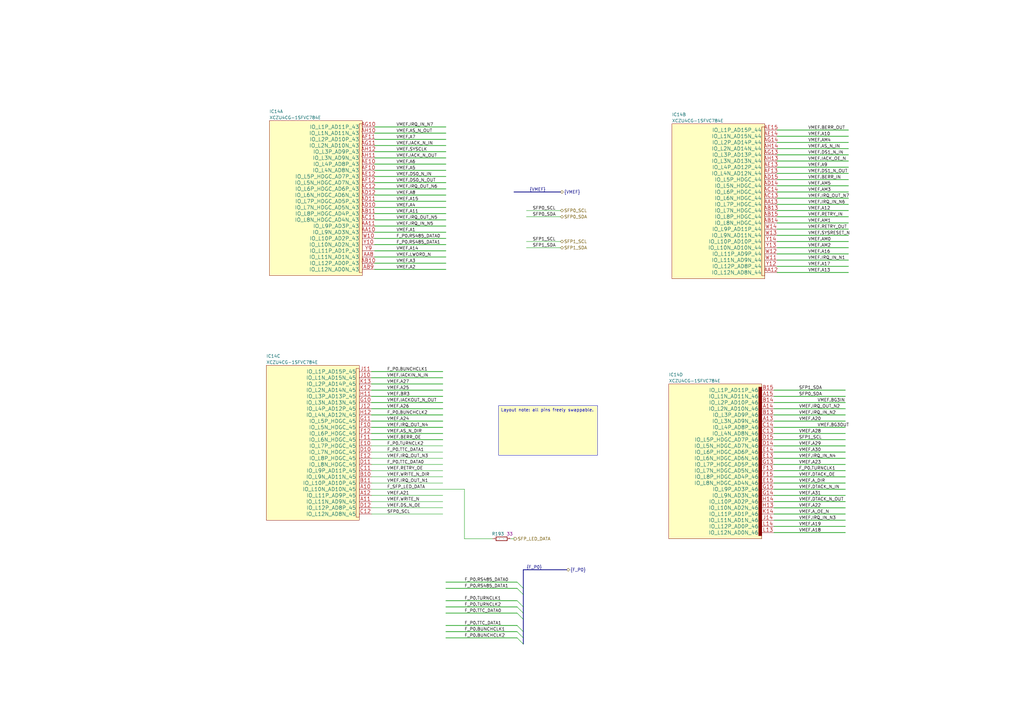
<source format=kicad_sch>
(kicad_sch (version 20250114) (generator "eeschema") (generator_version "9.0")
  (paper "A3")
  (title_block (title "FPGA HD Banks"))
  (lib_symbols
    (symbol "Logic:XCZU4CG-1SFVC784E" (pin_names (offset 1.27))
      (property "Reference" "IC14" (at 0 3.81 0))
      (property "Value" "XCZU4CG-1SFVC784E" (at 0 1.27 0))
      (symbol "XCZU4CG-1SFVC784E_1_1"
        (text "BANK 43" (at 5.08 -15.24 900) (effects (font (size 1.778 1.778) (bold yes)) (justify left bottom)))
        (pin bidirectional line (at 43.18 -2.54 180) (length 5.08) (name "IO_L1P_AD11P_43") (number "AG10"))
        (pin bidirectional line (at 43.18 -5.08 180) (length 5.08) (name "IO_L1N_AD11N_43") (number "AH10"))
        (pin bidirectional line (at 43.18 -7.62 180) (length 5.08) (name "IO_L2P_AD10P_43") (number "AF11"))
        (pin bidirectional line (at 43.18 -10.16 180) (length 5.08) (name "IO_L2N_AD10N_43") (number "AG11"))
        (pin bidirectional line (at 43.18 -12.7 180) (length 5.08) (name "IO_L3P_AD9P_43") (number "AH12"))
        (pin bidirectional line (at 43.18 -15.24 180) (length 5.08) (name "IO_L3N_AD9N_43") (number "AH11"))
        (pin bidirectional line (at 43.18 -17.78 180) (length 5.08) (name "IO_L4P_AD8P_43") (number "AE10"))
        (pin bidirectional line (at 43.18 -20.32 180) (length 5.08) (name "IO_L4N_AD8N_43") (number "AF10"))
        (pin bidirectional line (at 43.18 -22.86 180) (length 5.08) (name "IO_L5P_HDGC_AD7P_43") (number "AE12"))
        (pin bidirectional line (at 43.18 -25.4 180) (length 5.08) (name "IO_L5N_HDGC_AD7N_43") (number "AF12"))
        (pin bidirectional line (at 43.18 -27.94 180) (length 5.08) (name "IO_L6P_HDGC_AD6P_43") (number "AC12"))
        (pin bidirectional line (at 43.18 -30.48 180) (length 5.08) (name "IO_L6N_HDGC_AD6N_43") (number "AD12"))
        (pin bidirectional line (at 43.18 -33.02 180) (length 5.08) (name "IO_L7P_HDGC_AD5P_43") (number "AD11"))
        (pin bidirectional line (at 43.18 -35.56 180) (length 5.08) (name "IO_L7N_HDGC_AD5N_43") (number "AD10"))
        (pin bidirectional line (at 43.18 -38.1 180) (length 5.08) (name "IO_L8P_HDGC_AD4P_43") (number "AB11"))
        (pin bidirectional line (at 43.18 -40.64 180) (length 5.08) (name "IO_L8N_HDGC_AD4N_43") (number "AC11"))
        (pin bidirectional line (at 43.18 -43.18 180) (length 5.08) (name "IO_L9P_AD3P_43") (number "AA11"))
        (pin bidirectional line (at 43.18 -45.72 180) (length 5.08) (name "IO_L9N_AD3N_43") (number "AA10"))
        (pin bidirectional line (at 43.18 -48.26 180) (length 5.08) (name "IO_L10P_AD2P_43") (number "W10"))
        (pin bidirectional line (at 43.18 -50.8 180) (length 5.08) (name "IO_L10N_AD2N_43") (number "Y10"))
        (pin bidirectional line (at 43.18 -53.34 180) (length 5.08) (name "IO_L11P_AD1P_43") (number "Y9"))
        (pin bidirectional line (at 43.18 -55.88 180) (length 5.08) (name "IO_L11N_AD1N_43") (number "AA8"))
        (pin bidirectional line (at 43.18 -58.42 180) (length 5.08) (name "IO_L12P_AD0P_43") (number "AB10"))
        (pin bidirectional line (at 43.18 -60.96 180) (length 5.08) (name "IO_L12N_AD0N_43") (number "AB9"))
      )
      (symbol "XCZU4CG-1SFVC784E_2_1"
        (text "BANK 44" (at 5.08 -15.24 900) (effects (font (size 1.778 1.778) (bold yes)) (justify left bottom)))
        (pin bidirectional line (at 43.18 -2.54 180) (length 5.08) (name "IO_L1P_AD15P_44") (number "AE15"))
        (pin bidirectional line (at 43.18 -5.08 180) (length 5.08) (name "IO_L1N_AD15N_44") (number "AE14"))
        (pin bidirectional line (at 43.18 -7.62 180) (length 5.08) (name "IO_L2P_AD14P_44") (number "AG14"))
        (pin bidirectional line (at 43.18 -10.16 180) (length 5.08) (name "IO_L2N_AD14N_44") (number "AH14"))
        (pin bidirectional line (at 43.18 -12.7 180) (length 5.08) (name "IO_L3P_AD13P_44") (number "AG13"))
        (pin bidirectional line (at 43.18 -15.24 180) (length 5.08) (name "IO_L3N_AD13N_44") (number "AH13"))
        (pin bidirectional line (at 43.18 -17.78 180) (length 5.08) (name "IO_L4P_AD12P_44") (number "AE13"))
        (pin bidirectional line (at 43.18 -20.32 180) (length 5.08) (name "IO_L4N_AD12N_44") (number "AF13"))
        (pin bidirectional line (at 43.18 -22.86 180) (length 5.08) (name "IO_L5P_HDGC_44") (number "AD15"))
        (pin bidirectional line (at 43.18 -25.4 180) (length 5.08) (name "IO_L5N_HDGC_44") (number "AD14"))
        (pin bidirectional line (at 43.18 -27.94 180) (length 5.08) (name "IO_L6P_HDGC_44") (number "AC14"))
        (pin bidirectional line (at 43.18 -30.48 180) (length 5.08) (name "IO_L6N_HDGC_44") (number "AC13"))
        (pin bidirectional line (at 43.18 -33.02 180) (length 5.08) (name "IO_L7P_HDGC_44") (number "AA13"))
        (pin bidirectional line (at 43.18 -35.56 180) (length 5.08) (name "IO_L7N_HDGC_44") (number "AB13"))
        (pin bidirectional line (at 43.18 -38.1 180) (length 5.08) (name "IO_L8P_HDGC_44") (number "AB15"))
        (pin bidirectional line (at 43.18 -40.64 180) (length 5.08) (name "IO_L8N_HDGC_44") (number "AB14"))
        (pin bidirectional line (at 43.18 -43.18 180) (length 5.08) (name "IO_L9P_AD11P_44") (number "W14"))
        (pin bidirectional line (at 43.18 -45.72 180) (length 5.08) (name "IO_L9N_AD11N_44") (number "W13"))
        (pin bidirectional line (at 43.18 -48.26 180) (length 5.08) (name "IO_L10P_AD10P_44") (number "Y14"))
        (pin bidirectional line (at 43.18 -50.8 180) (length 5.08) (name "IO_L10N_AD10N_44") (number "Y13"))
        (pin bidirectional line (at 43.18 -53.34 180) (length 5.08) (name "IO_L11P_AD9P_44") (number "W12"))
        (pin bidirectional line (at 43.18 -55.88 180) (length 5.08) (name "IO_L11N_AD9N_44") (number "W11"))
        (pin bidirectional line (at 43.18 -58.42 180) (length 5.08) (name "IO_L12P_AD8P_44") (number "Y12"))
        (pin bidirectional line (at 43.18 -60.96 180) (length 5.08) (name "IO_L12N_AD8N_44") (number "AA12"))
      )
      (symbol "XCZU4CG-1SFVC784E_3_1"
        (text "BANK 45" (at 5.08 -15.24 900) (effects (font (size 1.778 1.778) (bold yes)) (justify left bottom)))
        (pin bidirectional line (at 43.18 -2.54 180) (length 5.08) (name "IO_L1P_AD15P_45") (number "J11"))
        (pin bidirectional line (at 43.18 -5.08 180) (length 5.08) (name "IO_L1N_AD15N_45") (number "J10"))
        (pin bidirectional line (at 43.18 -7.62 180) (length 5.08) (name "IO_L2P_AD14P_45") (number "K13"))
        (pin bidirectional line (at 43.18 -10.16 180) (length 5.08) (name "IO_L2N_AD14N_45") (number "K12"))
        (pin bidirectional line (at 43.18 -12.7 180) (length 5.08) (name "IO_L3P_AD13P_45") (number "H11"))
        (pin bidirectional line (at 43.18 -15.24 180) (length 5.08) (name "IO_L3N_AD13N_45") (number "G10"))
        (pin bidirectional line (at 43.18 -17.78 180) (length 5.08) (name "IO_L4P_AD12P_45") (number "J12"))
        (pin bidirectional line (at 43.18 -20.32 180) (length 5.08) (name "IO_L4N_AD12N_45") (number "H12"))
        (pin bidirectional line (at 43.18 -22.86 180) (length 5.08) (name "IO_L5P_HDGC_45") (number "G11"))
        (pin bidirectional line (at 43.18 -25.4 180) (length 5.08) (name "IO_L5N_HDGC_45") (number "F10"))
        (pin bidirectional line (at 43.18 -27.94 180) (length 5.08) (name "IO_L6P_HDGC_45") (number "F12"))
        (pin bidirectional line (at 43.18 -30.48 180) (length 5.08) (name "IO_L6N_HDGC_45") (number "F11"))
        (pin bidirectional line (at 43.18 -33.02 180) (length 5.08) (name "IO_L7P_HDGC_45") (number "E10"))
        (pin bidirectional line (at 43.18 -35.56 180) (length 5.08) (name "IO_L7N_HDGC_45") (number "D10"))
        (pin bidirectional line (at 43.18 -38.1 180) (length 5.08) (name "IO_L8P_HDGC_45") (number "E12"))
        (pin bidirectional line (at 43.18 -40.64 180) (length 5.08) (name "IO_L8N_HDGC_45") (number "D11"))
        (pin bidirectional line (at 43.18 -43.18 180) (length 5.08) (name "IO_L9P_AD11P_45") (number "C11"))
        (pin bidirectional line (at 43.18 -45.72 180) (length 5.08) (name "IO_L9N_AD11N_45") (number "B10"))
        (pin bidirectional line (at 43.18 -48.26 180) (length 5.08) (name "IO_L10P_AD10P_45") (number "B11"))
        (pin bidirectional line (at 43.18 -50.8 180) (length 5.08) (name "IO_L10N_AD10N_45") (number "A10"))
        (pin bidirectional line (at 43.18 -53.34 180) (length 5.08) (name "IO_L11P_AD9P_45") (number "A12"))
        (pin bidirectional line (at 43.18 -55.88 180) (length 5.08) (name "IO_L11N_AD9N_45") (number "A11"))
        (pin bidirectional line (at 43.18 -58.42 180) (length 5.08) (name "IO_L12P_AD8P_45") (number "D12"))
        (pin bidirectional line (at 43.18 -60.96 180) (length 5.08) (name "IO_L12N_AD8N_45") (number "C12"))
      )
      (symbol "XCZU4CG-1SFVC784E_4_1"
        (text "BANK 46" (at 5.08 -15.24 900) (effects (font (size 1.778 1.778) (bold yes)) (justify left bottom)))
        (pin bidirectional line (at 43.18 -2.54 180) (length 5.08) (name "IO_L1P_AD11P_46") (number "B15"))
        (pin bidirectional line (at 43.18 -5.08 180) (length 5.08) (name "IO_L1N_AD11N_46") (number "A15"))
        (pin bidirectional line (at 43.18 -7.62 180) (length 5.08) (name "IO_L2P_AD10P_46") (number "B14"))
        (pin bidirectional line (at 43.18 -10.16 180) (length 5.08) (name "IO_L2N_AD10N_46") (number "A14"))
        (pin bidirectional line (at 43.18 -12.7 180) (length 5.08) (name "IO_L3P_AD9P_46") (number "B13"))
        (pin bidirectional line (at 43.18 -15.24 180) (length 5.08) (name "IO_L3N_AD9N_46") (number "A13"))
        (pin bidirectional line (at 43.18 -17.78 180) (length 5.08) (name "IO_L4P_AD8P_46") (number "C14"))
        (pin bidirectional line (at 43.18 -20.32 180) (length 5.08) (name "IO_L4N_AD8N_46") (number "C13"))
        (pin bidirectional line (at 43.18 -22.86 180) (length 5.08) (name "IO_L5P_HDGC_AD7P_46") (number "D15"))
        (pin bidirectional line (at 43.18 -25.4 180) (length 5.08) (name "IO_L5N_HDGC_AD7N_46") (number "D14"))
        (pin bidirectional line (at 43.18 -27.94 180) (length 5.08) (name "IO_L6P_HDGC_AD6P_46") (number "E14"))
        (pin bidirectional line (at 43.18 -30.48 180) (length 5.08) (name "IO_L6N_HDGC_AD6N_46") (number "E13"))
        (pin bidirectional line (at 43.18 -33.02 180) (length 5.08) (name "IO_L7P_HDGC_AD5P_46") (number "G13"))
        (pin bidirectional line (at 43.18 -35.56 180) (length 5.08) (name "IO_L7N_HDGC_AD5N_46") (number "F13"))
        (pin bidirectional line (at 43.18 -38.1 180) (length 5.08) (name "IO_L8P_HDGC_AD4P_46") (number "F15"))
        (pin bidirectional line (at 43.18 -40.64 180) (length 5.08) (name "IO_L8N_HDGC_AD4N_46") (number "E15"))
        (pin bidirectional line (at 43.18 -43.18 180) (length 5.08) (name "IO_L9P_AD3P_46") (number "G15"))
        (pin bidirectional line (at 43.18 -45.72 180) (length 5.08) (name "IO_L9N_AD3N_46") (number "G14"))
        (pin bidirectional line (at 43.18 -48.26 180) (length 5.08) (name "IO_L10P_AD2P_46") (number "H14"))
        (pin bidirectional line (at 43.18 -50.8 180) (length 5.08) (name "IO_L10N_AD2N_46") (number "H13"))
        (pin bidirectional line (at 43.18 -53.34 180) (length 5.08) (name "IO_L11P_AD1P_46") (number "K14"))
        (pin bidirectional line (at 43.18 -55.88 180) (length 5.08) (name "IO_L11N_AD1N_46") (number "J14"))
        (pin bidirectional line (at 43.18 -58.42 180) (length 5.08) (name "IO_L12P_AD0P_46") (number "L14"))
        (pin bidirectional line (at 43.18 -60.96 180) (length 5.08) (name "IO_L12N_AD0N_46") (number "L13"))
      )
      (symbol "XCZU4CG-1SFVC784E_5_1"
        (text "BANK 64" (at 5.08 -15.24 900) (effects (font (size 1.778 1.778) (bold yes)) (justify left bottom)))
        (pin bidirectional line (at 58.42 -2.54 180) (length 5.08) (name "IO_L1P_T0L_N0_DBC_64") (number "AC9"))
        (pin bidirectional line (at 58.42 -5.08 180) (length 5.08) (name "IO_L1N_T0L_N1_DBC_64") (number "AD9"))
        (pin bidirectional line (at 58.42 -7.62 180) (length 5.08) (name "IO_L2P_T0L_N2_64") (number "AE9"))
        (pin bidirectional line (at 58.42 -10.16 180) (length 5.08) (name "IO_L2N_T0L_N3_64") (number "AE8"))
        (pin bidirectional line (at 58.42 -12.7 180) (length 5.08) (name "IO_L3P_T0L_N4_AD15P_64") (number "AB8"))
        (pin bidirectional line (at 58.42 -15.24 180) (length 5.08) (name "IO_L3N_T0L_N5_AD15N_64") (number "AC8"))
        (pin bidirectional line (at 58.42 -17.78 180) (length 5.08) (name "IO_L4P_T0U_N6_DBC_AD7P_64") (number "AD7"))
        (pin bidirectional line (at 58.42 -20.32 180) (length 5.08) (name "IO_L4N_T0U_N7_DBC_AD7N_64") (number "AE7"))
        (pin bidirectional line (at 58.42 -22.86 180) (length 5.08) (name "IO_L5P_T0U_N8_AD14P_64") (number "AB7"))
        (pin bidirectional line (at 58.42 -25.4 180) (length 5.08) (name "IO_L5N_T0U_N9_AD14N_64") (number "AC7"))
        (pin bidirectional line (at 58.42 -27.94 180) (length 5.08) (name "IO_L6P_T0U_N10_AD6P_64") (number "AB6"))
        (pin bidirectional line (at 58.42 -30.48 180) (length 5.08) (name "IO_L6N_T0U_N11_AD6N_64") (number "AC6"))
        (pin bidirectional line (at 58.42 -33.02 180) (length 5.08) (name "IO_L7P_T1L_N0_QBC_AD13P_64") (number "AG9"))
        (pin bidirectional line (at 58.42 -35.56 180) (length 5.08) (name "IO_L7N_T1L_N1_QBC_AD13N_64") (number "AH9"))
        (pin bidirectional line (at 58.42 -38.1 180) (length 5.08) (name "IO_L8P_T1L_N2_AD5P_64") (number "AF8"))
        (pin bidirectional line (at 58.42 -40.64 180) (length 5.08) (name "IO_L8N_T1L_N3_AD5N_64") (number "AG8"))
        (pin bidirectional line (at 58.42 -43.18 180) (length 5.08) (name "IO_L9P_T1L_N4_AD12P_64") (number "AH8"))
        (pin bidirectional line (at 58.42 -45.72 180) (length 5.08) (name "IO_L9N_T1L_N5_AD12N_64") (number "AH7"))
        (pin bidirectional line (at 58.42 -48.26 180) (length 5.08) (name "IO_L10P_T1U_N6_QBC_AD4P_64") (number "AG6"))
        (pin bidirectional line (at 58.42 -50.8 180) (length 5.08) (name "IO_L10N_T1U_N7_QBC_AD4N_64") (number "AG5"))
        (pin bidirectional line (at 58.42 -53.34 180) (length 5.08) (name "IO_L11P_T1U_N8_GC_64") (number "AF7"))
        (pin bidirectional line (at 58.42 -55.88 180) (length 5.08) (name "IO_L11N_T1U_N9_GC_64") (number "AF6"))
        (pin bidirectional line (at 58.42 -58.42 180) (length 5.08) (name "IO_L12P_T1U_N10_GC_64") (number "AE5"))
        (pin bidirectional line (at 58.42 -60.96 180) (length 5.08) (name "IO_L12N_T1U_N11_GC_64") (number "AF5"))
        (pin bidirectional line (at 58.42 -63.5 180) (length 5.08) (name "IO_L13P_T2L_N0_GC_QBC_64") (number "AD5"))
        (pin bidirectional line (at 58.42 -66.04 180) (length 5.08) (name "IO_L13N_T2L_N1_GC_QBC_64") (number "AD4"))
        (pin bidirectional line (at 58.42 -68.58 180) (length 5.08) (name "IO_L14P_T2L_N2_GC_64") (number "AC4"))
        (pin bidirectional line (at 58.42 -71.12 180) (length 5.08) (name "IO_L14N_T2L_N3_GC_64") (number "AC3"))
        (pin bidirectional line (at 58.42 -73.66 180) (length 5.08) (name "IO_L15P_T2L_N4_AD11P_64") (number "AB4"))
        (pin bidirectional line (at 58.42 -76.2 180) (length 5.08) (name "IO_L15N_T2L_N5_AD11N_64") (number "AB3"))
        (pin bidirectional line (at 58.42 -78.74 180) (length 5.08) (name "IO_L16P_T2U_N6_QBC_AD3P_64") (number "AD2"))
        (pin bidirectional line (at 58.42 -81.28 180) (length 5.08) (name "IO_L16N_T2U_N7_QBC_AD3N_64") (number "AD1"))
        (pin bidirectional line (at 58.42 -83.82 180) (length 5.08) (name "IO_L17P_T2U_N8_AD10P_64") (number "AB2"))
        (pin bidirectional line (at 58.42 -86.36 180) (length 5.08) (name "IO_L17N_T2U_N9_AD10N_64") (number "AC2"))
        (pin bidirectional line (at 58.42 -88.9 180) (length 5.08) (name "IO_L18P_T2U_N10_AD2P_64") (number "AB1"))
        (pin bidirectional line (at 58.42 -91.44 180) (length 5.08) (name "IO_L18N_T2U_N11_AD2N_64") (number "AC1"))
        (pin bidirectional line (at 58.42 -93.98 180) (length 5.08) (name "IO_L19P_T3L_N0_DBC_AD9P_64") (number "AG4"))
        (pin bidirectional line (at 58.42 -96.52 180) (length 5.08) (name "IO_L19N_T3L_N1_DBC_AD9N_64") (number "AH4"))
        (pin bidirectional line (at 58.42 -99.06 180) (length 5.08) (name "IO_L20P_T3L_N2_AD1P_64") (number "AG3"))
        (pin bidirectional line (at 58.42 -101.6 180) (length 5.08) (name "IO_L20N_T3L_N3_AD1N_64") (number "AH3"))
        (pin bidirectional line (at 58.42 -104.14 180) (length 5.08) (name "IO_L21P_T3L_N4_AD8P_64") (number "AE3"))
        (pin bidirectional line (at 58.42 -106.68 180) (length 5.08) (name "IO_L21N_T3L_N5_AD8N_64") (number "AF3"))
        (pin bidirectional line (at 58.42 -109.22 180) (length 5.08) (name "IO_L22P_T3U_N6_DBC_AD0P_64") (number "AE2"))
        (pin bidirectional line (at 58.42 -111.76 180) (length 5.08) (name "IO_L22N_T3U_N7_DBC_AD0N_64") (number "AF2"))
        (pin bidirectional line (at 58.42 -114.3 180) (length 5.08) (name "IO_L23P_T3U_N8_64") (number "AH2"))
        (pin bidirectional line (at 58.42 -116.84 180) (length 5.08) (name "IO_L23N_T3U_N9_64") (number "AH1"))
        (pin bidirectional line (at 58.42 -119.38 180) (length 5.08) (name "IO_L24P_T3U_N10_64") (number "AF1"))
        (pin bidirectional line (at 58.42 -121.92 180) (length 5.08) (name "IO_L24N_T3U_N11_64") (number "AG1"))
        (pin bidirectional line (at 58.42 -127 180) (length 5.08) (name "IO_T0U_N12_VRP_64") (number "AD6"))
        (pin bidirectional line (at 58.42 -129.54 180) (length 5.08) (name "IO_T1U_N12_64") (number "AH6"))
        (pin bidirectional line (at 58.42 -132.08 180) (length 5.08) (name "IO_T2U_N12_64") (number "AB5"))
        (pin bidirectional line (at 58.42 -134.62 180) (length 5.08) (name "IO_T3U_N12_64") (number "AE4"))
      )
      (symbol "XCZU4CG-1SFVC784E_6_1"
        (text "BANK 65" (at 5.08 -15.24 900) (effects (font (size 1.778 1.778) (bold yes)) (justify left bottom)))
        (pin bidirectional line (at 58.42 -2.54 180) (length 5.08) (name "IO_L1P_T0L_N0_DBC_65") (number "W8"))
        (pin bidirectional line (at 58.42 -5.08 180) (length 5.08) (name "IO_L1N_T0L_N1_DBC_65") (number "Y8"))
        (pin bidirectional line (at 58.42 -7.62 180) (length 5.08) (name "IO_L2P_T0L_N2_65") (number "U9"))
        (pin bidirectional line (at 58.42 -10.16 180) (length 5.08) (name "IO_L2N_T0L_N3_65") (number "V9"))
        (pin bidirectional line (at 58.42 -12.7 180) (length 5.08) (name "IO_L3P_T0L_N4_AD15P_65") (number "U8"))
        (pin bidirectional line (at 58.42 -15.24 180) (length 5.08) (name "IO_L3N_T0L_N5_AD15N_65") (number "V8"))
        (pin bidirectional line (at 58.42 -17.78 180) (length 5.08) (name "IO_L4P_T0U_N6_DBC_AD7P_SMBALERT_65") (number "R8"))
        (pin bidirectional line (at 58.42 -20.32 180) (length 5.08) (name "IO_L4N_T0U_N7_DBC_AD7N_65") (number "T8"))
        (pin bidirectional line (at 58.42 -22.86 180) (length 5.08) (name "IO_L5P_T0U_N8_AD14P_65") (number "R7"))
        (pin bidirectional line (at 58.42 -25.4 180) (length 5.08) (name "IO_L5N_T0U_N9_AD14N_65") (number "T7"))
        (pin bidirectional line (at 58.42 -27.94 180) (length 5.08) (name "IO_L6P_T0U_N10_AD6P_65") (number "R6"))
        (pin bidirectional line (at 58.42 -30.48 180) (length 5.08) (name "IO_L6N_T0U_N11_AD6N_65") (number "T6"))
        (pin bidirectional line (at 58.42 -33.02 180) (length 5.08) (name "IO_L7P_T1L_N0_QBC_AD13P_65") (number "L1"))
        (pin bidirectional line (at 58.42 -35.56 180) (length 5.08) (name "IO_L7N_T1L_N1_QBC_AD13N_65") (number "K1"))
        (pin bidirectional line (at 58.42 -38.1 180) (length 5.08) (name "IO_L8P_T1L_N2_AD5P_65") (number "J1"))
        (pin bidirectional line (at 58.42 -40.64 180) (length 5.08) (name "IO_L8N_T1L_N3_AD5N_65") (number "H1"))
        (pin bidirectional line (at 58.42 -43.18 180) (length 5.08) (name "IO_L9P_T1L_N4_AD12P_65") (number "K2"))
        (pin bidirectional line (at 58.42 -45.72 180) (length 5.08) (name "IO_L9N_T1L_N5_AD12N_65") (number "J2"))
        (pin bidirectional line (at 58.42 -48.26 180) (length 5.08) (name "IO_L10P_T1U_N6_QBC_AD4P_65") (number "H4"))
        (pin bidirectional line (at 58.42 -50.8 180) (length 5.08) (name "IO_L10N_T1U_N7_QBC_AD4N_65") (number "H3"))
        (pin bidirectional line (at 58.42 -53.34 180) (length 5.08) (name "IO_L11P_T1U_N8_GC_65") (number "K4"))
        (pin bidirectional line (at 58.42 -55.88 180) (length 5.08) (name "IO_L11N_T1U_N9_GC_65") (number "K3"))
        (pin bidirectional line (at 58.42 -58.42 180) (length 5.08) (name "IO_L12P_T1U_N10_GC_65") (number "L3"))
        (pin bidirectional line (at 58.42 -60.96 180) (length 5.08) (name "IO_L12N_T1U_N11_GC_65") (number "L2"))
        (pin bidirectional line (at 58.42 -63.5 180) (length 5.08) (name "IO_L13P_T2L_N0_GC_QBC_65") (number "L7"))
        (pin bidirectional line (at 58.42 -66.04 180) (length 5.08) (name "IO_L13N_T2L_N1_GC_QBC_65") (number "L6"))
        (pin bidirectional line (at 58.42 -68.58 180) (length 5.08) (name "IO_L14P_T2L_N2_GC_65") (number "M6"))
        (pin bidirectional line (at 58.42 -71.12 180) (length 5.08) (name "IO_L14N_T2L_N3_GC_65") (number "L5"))
        (pin bidirectional line (at 58.42 -73.66 180) (length 5.08) (name "IO_L15P_T2L_N4_AD11P_65") (number "N7"))
        (pin bidirectional line (at 58.42 -76.2 180) (length 5.08) (name "IO_L15N_T2L_N5_AD11N_65") (number "N6"))
        (pin bidirectional line (at 58.42 -78.74 180) (length 5.08) (name "IO_L16P_T2U_N6_QBC_AD3P_65") (number "P7"))
        (pin bidirectional line (at 58.42 -81.28 180) (length 5.08) (name "IO_L16N_T2U_N7_QBC_AD3N_65") (number "P6"))
        (pin bidirectional line (at 58.42 -83.82 180) (length 5.08) (name "IO_L17P_T2U_N8_AD10P_65") (number "N9"))
        (pin bidirectional line (at 58.42 -86.36 180) (length 5.08) (name "IO_L17N_T2U_N9_AD10N_65") (number "N8"))
        (pin bidirectional line (at 58.42 -88.9 180) (length 5.08) (name "IO_L18P_T2U_N10_AD2P_65") (number "M8"))
        (pin bidirectional line (at 58.42 -91.44 180) (length 5.08) (name "IO_L18N_T2U_N11_AD2N_65") (number "L8"))
        (pin bidirectional line (at 58.42 -93.98 180) (length 5.08) (name "IO_L19P_T3L_N0_DBC_AD9P_65") (number "J5"))
        (pin bidirectional line (at 58.42 -96.52 180) (length 5.08) (name "IO_L19N_T3L_N1_DBC_AD9N_65") (number "J4"))
        (pin bidirectional line (at 58.42 -99.06 180) (length 5.08) (name "IO_L20P_T3L_N2_AD1P_65") (number "J6"))
        (pin bidirectional line (at 58.42 -101.6 180) (length 5.08) (name "IO_L20N_T3L_N3_AD1N_65") (number "H6"))
        (pin bidirectional line (at 58.42 -104.14 180) (length 5.08) (name "IO_L21P_T3L_N4_AD8P_65") (number "J7"))
        (pin bidirectional line (at 58.42 -106.68 180) (length 5.08) (name "IO_L21N_T3L_N5_AD8N_65") (number "H7"))
        (pin bidirectional line (at 58.42 -109.22 180) (length 5.08) (name "IO_L22P_T3U_N6_DBC_AD0P_65") (number "K8"))
        (pin bidirectional line (at 58.42 -111.76 180) (length 5.08) (name "IO_L22N_T3U_N7_DBC_AD0N_65") (number "K7"))
        (pin bidirectional line (at 58.42 -114.3 180) (length 5.08) (name "IO_L23P_T3U_N8_I2C_SCLK_65") (number "K9"))
        (pin bidirectional line (at 58.42 -116.84 180) (length 5.08) (name "IO_L23N_T3U_N9_65") (number "J9"))
        (pin bidirectional line (at 58.42 -119.38 180) (length 5.08) (name "IO_L24P_T3U_N10_PERSTN1_I2C_SDA_65") (number "H9"))
        (pin bidirectional line (at 58.42 -121.92 180) (length 5.08) (name "IO_L24N_T3U_N11_PERSTN0_65") (number "H8"))
        (pin bidirectional line (at 58.42 -127 180) (length 5.08) (name "IO_T0U_N12_VRP_65") (number "W9"))
        (pin bidirectional line (at 58.42 -129.54 180) (length 5.08) (name "IO_T1U_N12_65") (number "H2"))
        (pin bidirectional line (at 58.42 -132.08 180) (length 5.08) (name "IO_T2U_N12_65") (number "P9"))
        (pin bidirectional line (at 58.42 -134.62 180) (length 5.08) (name "IO_T3U_N12_65") (number "K5"))
      )
      (symbol "XCZU4CG-1SFVC784E_7_1"
        (text "BANK 66" (at 5.08 -15.24 900) (effects (font (size 1.778 1.778) (bold yes)) (justify left bottom)))
        (pin bidirectional line (at 58.42 -2.54 180) (length 5.08) (name "IO_L1P_T0L_N0_DBC_66") (number "G1"))
        (pin bidirectional line (at 58.42 -5.08 180) (length 5.08) (name "IO_L1N_T0L_N1_DBC_66") (number "F1"))
        (pin bidirectional line (at 58.42 -7.62 180) (length 5.08) (name "IO_L2P_T0L_N2_66") (number "E1"))
        (pin bidirectional line (at 58.42 -10.16 180) (length 5.08) (name "IO_L2N_T0L_N3_66") (number "D1"))
        (pin bidirectional line (at 58.42 -12.7 180) (length 5.08) (name "IO_L3P_T0L_N4_AD15P_66") (number "F2"))
        (pin bidirectional line (at 58.42 -15.24 180) (length 5.08) (name "IO_L3N_T0L_N5_AD15N_66") (number "E2"))
        (pin bidirectional line (at 58.42 -17.78 180) (length 5.08) (name "IO_L4P_T0U_N6_DBC_AD7P_66") (number "G3"))
        (pin bidirectional line (at 58.42 -20.32 180) (length 5.08) (name "IO_L4N_T0U_N7_DBC_AD7N_66") (number "F3"))
        (pin bidirectional line (at 58.42 -22.86 180) (length 5.08) (name "IO_L5P_T0U_N8_AD14P_66") (number "E4"))
        (pin bidirectional line (at 58.42 -25.4 180) (length 5.08) (name "IO_L5N_T0U_N9_AD14N_66") (number "E3"))
        (pin bidirectional line (at 58.42 -27.94 180) (length 5.08) (name "IO_L6P_T0U_N10_AD6P_66") (number "G5"))
        (pin bidirectional line (at 58.42 -30.48 180) (length 5.08) (name "IO_L6N_T0U_N11_AD6N_66") (number "F5"))
        (pin bidirectional line (at 58.42 -33.02 180) (length 5.08) (name "IO_L7P_T1L_N0_QBC_AD13P_66") (number "C1"))
        (pin bidirectional line (at 58.42 -35.56 180) (length 5.08) (name "IO_L7N_T1L_N1_QBC_AD13N_66") (number "B1"))
        (pin bidirectional line (at 58.42 -38.1 180) (length 5.08) (name "IO_L8P_T1L_N2_AD5P_66") (number "A2"))
        (pin bidirectional line (at 58.42 -40.64 180) (length 5.08) (name "IO_L8N_T1L_N3_AD5N_66") (number "A1"))
        (pin bidirectional line (at 58.42 -43.18 180) (length 5.08) (name "IO_L9P_T1L_N4_AD12P_66") (number "B3"))
        (pin bidirectional line (at 58.42 -45.72 180) (length 5.08) (name "IO_L9N_T1L_N5_AD12N_66") (number "A3"))
        (pin bidirectional line (at 58.42 -48.26 180) (length 5.08) (name "IO_L10P_T1U_N6_QBC_AD4P_66") (number "B4"))
        (pin bidirectional line (at 58.42 -50.8 180) (length 5.08) (name "IO_L10N_T1U_N7_QBC_AD4N_66") (number "A4"))
        (pin bidirectional line (at 58.42 -53.34 180) (length 5.08) (name "IO_L11P_T1U_N8_GC_66") (number "D4"))
        (pin bidirectional line (at 58.42 -55.88 180) (length 5.08) (name "IO_L11N_T1U_N9_GC_66") (number "C4"))
        (pin bidirectional line (at 58.42 -58.42 180) (length 5.08) (name "IO_L12P_T1U_N10_GC_66") (number "C3"))
        (pin bidirectional line (at 58.42 -60.96 180) (length 5.08) (name "IO_L12N_T1U_N11_GC_66") (number "C2"))
        (pin bidirectional line (at 58.42 -63.5 180) (length 5.08) (name "IO_L13P_T2L_N0_GC_QBC_66") (number "D7"))
        (pin bidirectional line (at 58.42 -66.04 180) (length 5.08) (name "IO_L13N_T2L_N1_GC_QBC_66") (number "D6"))
        (pin bidirectional line (at 58.42 -68.58 180) (length 5.08) (name "IO_L14P_T2L_N2_GC_66") (number "E5"))
        (pin bidirectional line (at 58.42 -71.12 180) (length 5.08) (name "IO_L14N_T2L_N3_GC_66") (number "D5"))
        (pin bidirectional line (at 58.42 -73.66 180) (length 5.08) (name "IO_L15P_T2L_N4_AD11P_66") (number "G6"))
        (pin bidirectional line (at 58.42 -76.2 180) (length 5.08) (name "IO_L15N_T2L_N5_AD11N_66") (number "F6"))
        (pin bidirectional line (at 58.42 -78.74 180) (length 5.08) (name "IO_L16P_T2U_N6_QBC_AD3P_66") (number "G8"))
        (pin bidirectional line (at 58.42 -81.28 180) (length 5.08) (name "IO_L16N_T2U_N7_QBC_AD3N_66") (number "F7"))
        (pin bidirectional line (at 58.42 -83.82 180) (length 5.08) (name "IO_L17P_T2U_N8_AD10P_66") (number "F8"))
        (pin bidirectional line (at 58.42 -86.36 180) (length 5.08) (name "IO_L17N_T2U_N9_AD10N_66") (number "E8"))
        (pin bidirectional line (at 58.42 -88.9 180) (length 5.08) (name "IO_L18P_T2U_N10_AD2P_66") (number "E9"))
        (pin bidirectional line (at 58.42 -91.44 180) (length 5.08) (name "IO_L18N_T2U_N11_AD2N_66") (number "D9"))
        (pin bidirectional line (at 58.42 -93.98 180) (length 5.08) (name "IO_L19P_T3L_N0_DBC_AD9P_66") (number "B5"))
        (pin bidirectional line (at 58.42 -96.52 180) (length 5.08) (name "IO_L19N_T3L_N1_DBC_AD9N_66") (number "A5"))
        (pin bidirectional line (at 58.42 -99.06 180) (length 5.08) (name "IO_L20P_T3L_N2_AD1P_66") (number "C6"))
        (pin bidirectional line (at 58.42 -101.6 180) (length 5.08) (name "IO_L20N_T3L_N3_AD1N_66") (number "B6"))
        (pin bidirectional line (at 58.42 -104.14 180) (length 5.08) (name "IO_L21P_T3L_N4_AD8P_66") (number "A7"))
        (pin bidirectional line (at 58.42 -106.68 180) (length 5.08) (name "IO_L21N_T3L_N5_AD8N_66") (number "A6"))
        (pin bidirectional line (at 58.42 -109.22 180) (length 5.08) (name "IO_L22P_T3U_N6_DBC_AD0P_66") (number "C8"))
        (pin bidirectional line (at 58.42 -111.76 180) (length 5.08) (name "IO_L22N_T3U_N7_DBC_AD0N_66") (number "B8"))
        (pin bidirectional line (at 58.42 -114.3 180) (length 5.08) (name "IO_L23P_T3U_N8_66") (number "A9"))
        (pin bidirectional line (at 58.42 -116.84 180) (length 5.08) (name "IO_L23N_T3U_N9_66") (number "A8"))
        (pin bidirectional line (at 58.42 -119.38 180) (length 5.08) (name "IO_L24P_T3U_N10_66") (number "C9"))
        (pin bidirectional line (at 58.42 -121.92 180) (length 5.08) (name "IO_L24N_T3U_N11_66") (number "B9"))
        (pin bidirectional line (at 58.42 -127 180) (length 5.08) (name "IO_T0U_N12_VRP_66") (number "G4"))
        (pin bidirectional line (at 58.42 -129.54 180) (length 5.08) (name "IO_T1U_N12_66") (number "D2"))
        (pin bidirectional line (at 58.42 -132.08 180) (length 5.08) (name "IO_T2U_N12_66") (number "E7"))
        (pin bidirectional line (at 58.42 -134.62 180) (length 5.08) (name "IO_T3U_N12_66") (number "C7"))
      )
      (symbol "XCZU4CG-1SFVC784E_8_1"
        (text "BANK 224" (at 5.08 -17.78 900) (effects (font (size 1.778 1.778) (bold yes)) (justify left bottom)))
        (pin output line (at 40.64 -2.54 180) (length 5.08) (name "MGTHTXP0_224") (number "W4"))
        (pin output line (at 40.64 -5.08 180) (length 5.08) (name "MGTHTXN0_224") (number "W3"))
        (pin input line (at 40.64 -7.62 180) (length 5.08) (name "MGTHRXP0_224") (number "Y2"))
        (pin input line (at 40.64 -10.16 180) (length 5.08) (name "MGTHRXN0_224") (number "Y1"))
        (pin bidirectional line (at 40.64 -15.24 180) (length 5.08) (name "MGTREFCLK0P_224") (number "Y6"))
        (pin bidirectional line (at 40.64 -17.78 180) (length 5.08) (name "MGTREFCLK0N_224") (number "Y5"))
        (pin output line (at 40.64 -22.86 180) (length 5.08) (name "MGTHTXP1_224") (number "U4"))
        (pin output line (at 40.64 -25.4 180) (length 5.08) (name "MGTHTXN1_224") (number "U3"))
        (pin input line (at 40.64 -27.94 180) (length 5.08) (name "MGTHRXP1_224") (number "V2"))
        (pin input line (at 40.64 -30.48 180) (length 5.08) (name "MGTHRXN1_224") (number "V1"))
        (pin bidirectional line (at 40.64 -35.56 180) (length 5.08) (name "MGTREFCLK1P_224") (number "V6"))
        (pin bidirectional line (at 40.64 -38.1 180) (length 5.08) (name "MGTREFCLK1N_224") (number "V5"))
        (pin output line (at 40.64 -43.18 180) (length 5.08) (name "MGTHTXP2_224") (number "R4"))
        (pin output line (at 40.64 -45.72 180) (length 5.08) (name "MGTHTXN2_224") (number "R3"))
        (pin input line (at 40.64 -48.26 180) (length 5.08) (name "MGTHRXP2_224") (number "T2"))
        (pin input line (at 40.64 -50.8 180) (length 5.08) (name "MGTHRXN2_224") (number "T1"))
        (pin output line (at 40.64 -55.88 180) (length 5.08) (name "MGTHTXP3_224") (number "N4"))
        (pin output line (at 40.64 -58.42 180) (length 5.08) (name "MGTHTXN3_224") (number "N3"))
        (pin input line (at 40.64 -60.96 180) (length 5.08) (name "MGTHRXP3_224") (number "P2"))
        (pin input line (at 40.64 -63.5 180) (length 5.08) (name "MGTHRXN3_224") (number "P1"))
      )
      (symbol "XCZU4CG-1SFVC784E_9_1"
        (text "BANK 500" (at 5.08 -17.78 900) (effects (font (size 1.778 1.778) (bold yes)) (justify left bottom)))
        (pin bidirectional line (at 35.56 -2.54 180) (length 5.08) (name "PS_MIO0") (number "AG15"))
        (pin bidirectional line (at 35.56 -5.08 180) (length 5.08) (name "PS_MIO1") (number "AG16"))
        (pin bidirectional line (at 35.56 -7.62 180) (length 5.08) (name "PS_MIO2") (number "AF15"))
        (pin bidirectional line (at 35.56 -10.16 180) (length 5.08) (name "PS_MIO3") (number "AH15"))
        (pin bidirectional line (at 35.56 -12.7 180) (length 5.08) (name "PS_MIO4") (number "AH16"))
        (pin bidirectional line (at 35.56 -15.24 180) (length 5.08) (name "PS_MIO5") (number "AD16"))
        (pin bidirectional line (at 35.56 -17.78 180) (length 5.08) (name "PS_MIO6") (number "AF16"))
        (pin bidirectional line (at 35.56 -20.32 180) (length 5.08) (name "PS_MIO7") (number "AH17"))
        (pin bidirectional line (at 35.56 -22.86 180) (length 5.08) (name "PS_MIO8") (number "AF17"))
        (pin bidirectional line (at 35.56 -25.4 180) (length 5.08) (name "PS_MIO9") (number "AC16"))
        (pin bidirectional line (at 35.56 -27.94 180) (length 5.08) (name "PS_MIO10") (number "AD17"))
        (pin bidirectional line (at 35.56 -30.48 180) (length 5.08) (name "PS_MIO11") (number "AE17"))
        (pin bidirectional line (at 35.56 -33.02 180) (length 5.08) (name "PS_MIO12") (number "AC17"))
        (pin bidirectional line (at 35.56 -35.56 180) (length 5.08) (name "PS_MIO13") (number "AH18"))
        (pin bidirectional line (at 35.56 -38.1 180) (length 5.08) (name "PS_MIO14") (number "AG18"))
        (pin bidirectional line (at 35.56 -40.64 180) (length 5.08) (name "PS_MIO15") (number "AE18"))
        (pin bidirectional line (at 35.56 -43.18 180) (length 5.08) (name "PS_MIO16") (number "AF18"))
        (pin bidirectional line (at 35.56 -45.72 180) (length 5.08) (name "PS_MIO17") (number "AC18"))
        (pin bidirectional line (at 35.56 -48.26 180) (length 5.08) (name "PS_MIO18") (number "AC19"))
        (pin bidirectional line (at 35.56 -50.8 180) (length 5.08) (name "PS_MIO19") (number "AE19"))
        (pin bidirectional line (at 35.56 -53.34 180) (length 5.08) (name "PS_MIO20") (number "AD19"))
        (pin bidirectional line (at 35.56 -55.88 180) (length 5.08) (name "PS_MIO21") (number "AC21"))
        (pin bidirectional line (at 35.56 -58.42 180) (length 5.08) (name "PS_MIO22") (number "AB20"))
        (pin bidirectional line (at 35.56 -60.96 180) (length 5.08) (name "PS_MIO23") (number "AB18"))
        (pin bidirectional line (at 35.56 -63.5 180) (length 5.08) (name "PS_MIO24") (number "AB19"))
        (pin bidirectional line (at 35.56 -66.04 180) (length 5.08) (name "PS_MIO25") (number "AB21"))
      )
      (symbol "XCZU4CG-1SFVC784E_10_1"
        (text "BANK 501" (at 5.08 -17.78 900) (effects (font (size 1.778 1.778) (bold yes)) (justify left bottom)))
        (pin bidirectional line (at 35.56 -2.54 180) (length 5.08) (name "PS_MIO26") (number "L15"))
        (pin bidirectional line (at 35.56 -5.08 180) (length 5.08) (name "PS_MIO27") (number "J15"))
        (pin bidirectional line (at 35.56 -7.62 180) (length 5.08) (name "PS_MIO28") (number "K15"))
        (pin bidirectional line (at 35.56 -10.16 180) (length 5.08) (name "PS_MIO29") (number "G16"))
        (pin bidirectional line (at 35.56 -12.7 180) (length 5.08) (name "PS_MIO30") (number "F16"))
        (pin bidirectional line (at 35.56 -15.24 180) (length 5.08) (name "PS_MIO31") (number "H16"))
        (pin bidirectional line (at 35.56 -17.78 180) (length 5.08) (name "PS_MIO32") (number "J16"))
        (pin bidirectional line (at 35.56 -20.32 180) (length 5.08) (name "PS_MIO33") (number "L16"))
        (pin bidirectional line (at 35.56 -22.86 180) (length 5.08) (name "PS_MIO34") (number "L17"))
        (pin bidirectional line (at 35.56 -25.4 180) (length 5.08) (name "PS_MIO35") (number "H17"))
        (pin bidirectional line (at 35.56 -27.94 180) (length 5.08) (name "PS_MIO36") (number "K17"))
        (pin bidirectional line (at 35.56 -30.48 180) (length 5.08) (name "PS_MIO37") (number "J17"))
        (pin bidirectional line (at 35.56 -33.02 180) (length 5.08) (name "PS_MIO38") (number "H18"))
        (pin bidirectional line (at 35.56 -35.56 180) (length 5.08) (name "PS_MIO39") (number "H19"))
        (pin bidirectional line (at 35.56 -38.1 180) (length 5.08) (name "PS_MIO40") (number "K18"))
        (pin bidirectional line (at 35.56 -40.64 180) (length 5.08) (name "PS_MIO41") (number "J19"))
        (pin bidirectional line (at 35.56 -43.18 180) (length 5.08) (name "PS_MIO42") (number "L18"))
        (pin bidirectional line (at 35.56 -45.72 180) (length 5.08) (name "PS_MIO43") (number "K19"))
        (pin bidirectional line (at 35.56 -48.26 180) (length 5.08) (name "PS_MIO44") (number "J20"))
        (pin bidirectional line (at 35.56 -50.8 180) (length 5.08) (name "PS_MIO45") (number "K20"))
        (pin bidirectional line (at 35.56 -53.34 180) (length 5.08) (name "PS_MIO46") (number "L20"))
        (pin bidirectional line (at 35.56 -55.88 180) (length 5.08) (name "PS_MIO47") (number "H21"))
        (pin bidirectional line (at 35.56 -58.42 180) (length 5.08) (name "PS_MIO48") (number "J21"))
        (pin bidirectional line (at 35.56 -60.96 180) (length 5.08) (name "PS_MIO49") (number "M18"))
        (pin bidirectional line (at 35.56 -63.5 180) (length 5.08) (name "PS_MIO50") (number "M19"))
        (pin bidirectional line (at 35.56 -66.04 180) (length 5.08) (name "PS_MIO51") (number "L21"))
      )
      (symbol "XCZU4CG-1SFVC784E_11_1"
        (text "BANK 502" (at 5.08 -17.78 900) (effects (font (size 1.778 1.778) (bold yes)) (justify left bottom)))
        (pin bidirectional line (at 35.56 -2.54 180) (length 5.08) (name "PS_MIO52") (number "G18"))
        (pin bidirectional line (at 35.56 -5.08 180) (length 5.08) (name "PS_MIO53") (number "D16"))
        (pin bidirectional line (at 35.56 -7.62 180) (length 5.08) (name "PS_MIO54") (number "F17"))
        (pin bidirectional line (at 35.56 -10.16 180) (length 5.08) (name "PS_MIO55") (number "B16"))
        (pin bidirectional line (at 35.56 -12.7 180) (length 5.08) (name "PS_MIO56") (number "C16"))
        (pin bidirectional line (at 35.56 -15.24 180) (length 5.08) (name "PS_MIO57") (number "A16"))
        (pin bidirectional line (at 35.56 -17.78 180) (length 5.08) (name "PS_MIO58") (number "F18"))
        (pin bidirectional line (at 35.56 -20.32 180) (length 5.08) (name "PS_MIO59") (number "E17"))
        (pin bidirectional line (at 35.56 -22.86 180) (length 5.08) (name "PS_MIO60") (number "C17"))
        (pin bidirectional line (at 35.56 -25.4 180) (length 5.08) (name "PS_MIO61") (number "D17"))
        (pin bidirectional line (at 35.56 -27.94 180) (length 5.08) (name "PS_MIO62") (number "A17"))
        (pin bidirectional line (at 35.56 -30.48 180) (length 5.08) (name "PS_MIO63") (number "E18"))
        (pin bidirectional line (at 35.56 -33.02 180) (length 5.08) (name "PS_MIO64") (number "E19"))
        (pin bidirectional line (at 35.56 -35.56 180) (length 5.08) (name "PS_MIO65") (number "A18"))
        (pin bidirectional line (at 35.56 -38.1 180) (length 5.08) (name "PS_MIO66") (number "G19"))
        (pin bidirectional line (at 35.56 -40.64 180) (length 5.08) (name "PS_MIO67") (number "B18"))
        (pin bidirectional line (at 35.56 -43.18 180) (length 5.08) (name "PS_MIO68") (number "C18"))
        (pin bidirectional line (at 35.56 -45.72 180) (length 5.08) (name "PS_MIO69") (number "D19"))
        (pin bidirectional line (at 35.56 -48.26 180) (length 5.08) (name "PS_MIO70") (number "C19"))
        (pin bidirectional line (at 35.56 -50.8 180) (length 5.08) (name "PS_MIO71") (number "B19"))
        (pin bidirectional line (at 35.56 -53.34 180) (length 5.08) (name "PS_MIO72") (number "G20"))
        (pin bidirectional line (at 35.56 -55.88 180) (length 5.08) (name "PS_MIO73") (number "G21"))
        (pin bidirectional line (at 35.56 -58.42 180) (length 5.08) (name "PS_MIO74") (number "D20"))
        (pin bidirectional line (at 35.56 -60.96 180) (length 5.08) (name "PS_MIO75") (number "A19"))
        (pin bidirectional line (at 35.56 -63.5 180) (length 5.08) (name "PS_MIO76") (number "B20"))
        (pin bidirectional line (at 35.56 -66.04 180) (length 5.08) (name "PS_MIO77") (number "F20"))
      )
      (symbol "XCZU4CG-1SFVC784E_12_1"
        (text "BANK 505" (at 5.08 -17.78 900) (effects (font (size 1.778 1.778) (bold yes)) (justify left bottom)))
        (pin output line (at 40.64 -2.54 180) (length 5.08) (name "PS_MGTRTXP0_505") (number "E25"))
        (pin output line (at 40.64 -5.08 180) (length 5.08) (name "PS_MGTRTXN0_505") (number "E26"))
        (pin input line (at 40.64 -7.62 180) (length 5.08) (name "PS_MGTRRXP0_505") (number "F27"))
        (pin input line (at 40.64 -10.16 180) (length 5.08) (name "PS_MGTRRXN0_505") (number "F28"))
        (pin input line (at 40.64 -15.24 180) (length 5.08) (name "PS_MGTREFCLK0P_505") (number "F23"))
        (pin input line (at 40.64 -17.78 180) (length 5.08) (name "PS_MGTREFCLK0N_505") (number "F24"))
        (pin output line (at 40.64 -22.86 180) (length 5.08) (name "PS_MGTRTXP1_505") (number "D23"))
        (pin output line (at 40.64 -25.4 180) (length 5.08) (name "PS_MGTRTXN1_505") (number "D24"))
        (pin input line (at 40.64 -27.94 180) (length 5.08) (name "PS_MGTRRXP1_505") (number "D27"))
        (pin input line (at 40.64 -30.48 180) (length 5.08) (name "PS_MGTRRXN1_505") (number "D28"))
        (pin input line (at 40.64 -35.56 180) (length 5.08) (name "PS_MGTREFCLK1P_505") (number "E21"))
        (pin input line (at 40.64 -38.1 180) (length 5.08) (name "PS_MGTREFCLK1N_505") (number "E22"))
        (pin output line (at 40.64 -43.18 180) (length 5.08) (name "PS_MGTRTXP2_505") (number "C25"))
        (pin output line (at 40.64 -45.72 180) (length 5.08) (name "PS_MGTRTXN2_505") (number "C26"))
        (pin input line (at 40.64 -48.26 180) (length 5.08) (name "PS_MGTRRXP2_505") (number "B27"))
        (pin input line (at 40.64 -50.8 180) (length 5.08) (name "PS_MGTRRXN2_505") (number "B28"))
        (pin input line (at 40.64 -55.88 180) (length 5.08) (name "PS_MGTREFCLK2P_505") (number "C21"))
        (pin input line (at 40.64 -58.42 180) (length 5.08) (name "PS_MGTREFCLK2N_505") (number "C22"))
        (pin output line (at 40.64 -63.5 180) (length 5.08) (name "PS_MGTRTXP3_505") (number "B23"))
        (pin output line (at 40.64 -66.04 180) (length 5.08) (name "PS_MGTRTXN3_505") (number "B24"))
        (pin input line (at 40.64 -68.58 180) (length 5.08) (name "PS_MGTRRXP3_505") (number "A25"))
        (pin input line (at 40.64 -71.12 180) (length 5.08) (name "PS_MGTRRXN3_505") (number "A26"))
        (pin input line (at 40.64 -76.2 180) (length 5.08) (name "PS_MGTREFCLK3P_505") (number "A21"))
        (pin input line (at 40.64 -78.74 180) (length 5.08) (name "PS_MGTREFCLK3N_505") (number "A22"))
        (pin input line (at 40.64 -83.82 180) (length 5.08) (name "PS_MGTRREF_505") (number "F22"))
      )
      (symbol "XCZU4CG-1SFVC784E_13_1"
        (pin bidirectional line (at -5.08 -2.54 0) (length 5.08) (name "PS_DDR_DQ0") (number "AD21"))
        (pin bidirectional line (at -5.08 -5.08 0) (length 5.08) (name "PS_DDR_DQ1") (number "AE20"))
        (pin bidirectional line (at -5.08 -7.62 0) (length 5.08) (name "PS_DDR_DQ2") (number "AD20"))
        (pin bidirectional line (at -5.08 -10.16 0) (length 5.08) (name "PS_DDR_DQ3") (number "AF20"))
        (pin bidirectional line (at -5.08 -12.7 0) (length 5.08) (name "PS_DDR_DQ4") (number "AH21"))
        (pin bidirectional line (at -5.08 -15.24 0) (length 5.08) (name "PS_DDR_DQ5") (number "AH20"))
        (pin bidirectional line (at -5.08 -17.78 0) (length 5.08) (name "PS_DDR_DQ6") (number "AH19"))
        (pin bidirectional line (at -5.08 -20.32 0) (length 5.08) (name "PS_DDR_DQ7") (number "AG19"))
        (pin bidirectional line (at -5.08 -22.86 0) (length 5.08) (name "PS_DDR_DQ8") (number "AF22"))
        (pin bidirectional line (at -5.08 -25.4 0) (length 5.08) (name "PS_DDR_DQ9") (number "AH22"))
        (pin bidirectional line (at -5.08 -27.94 0) (length 5.08) (name "PS_DDR_DQ10") (number "AE22"))
        (pin bidirectional line (at -5.08 -30.48 0) (length 5.08) (name "PS_DDR_DQ11") (number "AD22"))
        (pin bidirectional line (at -5.08 -33.02 0) (length 5.08) (name "PS_DDR_DQ12") (number "AH23"))
        (pin bidirectional line (at -5.08 -35.56 0) (length 5.08) (name "PS_DDR_DQ13") (number "AH24"))
        (pin bidirectional line (at -5.08 -38.1 0) (length 5.08) (name "PS_DDR_DQ14") (number "AE24"))
        (pin bidirectional line (at -5.08 -40.64 0) (length 5.08) (name "PS_DDR_DQ15") (number "AG24"))
        (pin bidirectional line (at -5.08 -43.18 0) (length 5.08) (name "PS_DDR_DQ16") (number "AC26"))
        (pin bidirectional line (at -5.08 -45.72 0) (length 5.08) (name "PS_DDR_DQ17") (number "AD26"))
        (pin bidirectional line (at -5.08 -48.26 0) (length 5.08) (name "PS_DDR_DQ18") (number "AD25"))
        (pin bidirectional line (at -5.08 -50.8 0) (length 5.08) (name "PS_DDR_DQ19") (number "AD24"))
        (pin bidirectional line (at -5.08 -53.34 0) (length 5.08) (name "PS_DDR_DQ20") (number "AG26"))
        (pin bidirectional line (at -5.08 -55.88 0) (length 5.08) (name "PS_DDR_DQ21") (number "AH25"))
        (pin bidirectional line (at -5.08 -58.42 0) (length 5.08) (name "PS_DDR_DQ22") (number "AH26"))
        (pin bidirectional line (at -5.08 -60.96 0) (length 5.08) (name "PS_DDR_DQ23") (number "AG25"))
        (pin bidirectional line (at -5.08 -63.5 0) (length 5.08) (name "PS_DDR_DQ24") (number "AH27"))
        (pin bidirectional line (at -5.08 -66.04 0) (length 5.08) (name "PS_DDR_DQ25") (number "AH28"))
        (pin bidirectional line (at -5.08 -68.58 0) (length 5.08) (name "PS_DDR_DQ26") (number "AF28"))
        (pin bidirectional line (at -5.08 -71.12 0) (length 5.08) (name "PS_DDR_DQ27") (number "AG28"))
        (pin bidirectional line (at -5.08 -73.66 0) (length 5.08) (name "PS_DDR_DQ28") (number "AC27"))
        (pin bidirectional line (at -5.08 -76.2 0) (length 5.08) (name "PS_DDR_DQ29") (number "AD27"))
        (pin bidirectional line (at -5.08 -78.74 0) (length 5.08) (name "PS_DDR_DQ30") (number "AD28"))
        (pin bidirectional line (at -5.08 -81.28 0) (length 5.08) (name "PS_DDR_DQ31") (number "AC28"))
        (pin bidirectional line (at -5.08 -83.82 0) (length 5.08) (name "PS_DDR_DQ32") (number "T22"))
        (pin bidirectional line (at -5.08 -86.36 0) (length 5.08) (name "PS_DDR_DQ33") (number "R22"))
        (pin bidirectional line (at -5.08 -88.9 0) (length 5.08) (name "PS_DDR_DQ34") (number "P22"))
        (pin bidirectional line (at -5.08 -91.44 0) (length 5.08) (name "PS_DDR_DQ35") (number "N22"))
        (pin bidirectional line (at -5.08 -93.98 0) (length 5.08) (name "PS_DDR_DQ36") (number "T23"))
        (pin bidirectional line (at -5.08 -96.52 0) (length 5.08) (name "PS_DDR_DQ37") (number "P24"))
        (pin bidirectional line (at -5.08 -99.06 0) (length 5.08) (name "PS_DDR_DQ38") (number "R24"))
        (pin bidirectional line (at -5.08 -101.6 0) (length 5.08) (name "PS_DDR_DQ39") (number "N24"))
        (pin bidirectional line (at -5.08 -104.14 0) (length 5.08) (name "PS_DDR_DQ40") (number "H24"))
        (pin bidirectional line (at -5.08 -106.68 0) (length 5.08) (name "PS_DDR_DQ41") (number "J24"))
        (pin bidirectional line (at -5.08 -109.22 0) (length 5.08) (name "PS_DDR_DQ42") (number "M24"))
        (pin bidirectional line (at -5.08 -111.76 0) (length 5.08) (name "PS_DDR_DQ43") (number "K24"))
        (pin bidirectional line (at -5.08 -114.3 0) (length 5.08) (name "PS_DDR_DQ44") (number "J22"))
        (pin bidirectional line (at -5.08 -116.84 0) (length 5.08) (name "PS_DDR_DQ45") (number "H22"))
        (pin bidirectional line (at -5.08 -119.38 0) (length 5.08) (name "PS_DDR_DQ46") (number "K22"))
        (pin bidirectional line (at -5.08 -121.92 0) (length 5.08) (name "PS_DDR_DQ47") (number "L22"))
        (pin bidirectional line (at -5.08 -124.46 0) (length 5.08) (name "PS_DDR_DQ48") (number "M25"))
        (pin bidirectional line (at -5.08 -127 0) (length 5.08) (name "PS_DDR_DQ49") (number "M26"))
        (pin bidirectional line (at -5.08 -129.54 0) (length 5.08) (name "PS_DDR_DQ50") (number "L25"))
        (pin bidirectional line (at -5.08 -132.08 0) (length 5.08) (name "PS_DDR_DQ51") (number "L26"))
        (pin bidirectional line (at -5.08 -134.62 0) (length 5.08) (name "PS_DDR_DQ52") (number "K28"))
        (pin bidirectional line (at -5.08 -137.16 0) (length 5.08) (name "PS_DDR_DQ53") (number "L28"))
        (pin bidirectional line (at -5.08 -139.7 0) (length 5.08) (name "PS_DDR_DQ54") (number "M28"))
        (pin bidirectional line (at -5.08 -142.24 0) (length 5.08) (name "PS_DDR_DQ55") (number "N28"))
        (pin bidirectional line (at -5.08 -144.78 0) (length 5.08) (name "PS_DDR_DQ56") (number "J28"))
        (pin bidirectional line (at -5.08 -147.32 0) (length 5.08) (name "PS_DDR_DQ57") (number "K27"))
        (pin bidirectional line (at -5.08 -149.86 0) (length 5.08) (name "PS_DDR_DQ58") (number "H28"))
        (pin bidirectional line (at -5.08 -152.4 0) (length 5.08) (name "PS_DDR_DQ59") (number "H27"))
        (pin bidirectional line (at -5.08 -154.94 0) (length 5.08) (name "PS_DDR_DQ60") (number "G26"))
        (pin bidirectional line (at -5.08 -157.48 0) (length 5.08) (name "PS_DDR_DQ61") (number "G25"))
        (pin bidirectional line (at -5.08 -160.02 0) (length 5.08) (name "PS_DDR_DQ62") (number "K25"))
        (pin bidirectional line (at -5.08 -162.56 0) (length 5.08) (name "PS_DDR_DQ63") (number "J25"))
        (pin bidirectional line (at -5.08 -165.1 0) (length 5.08) (name "PS_DDR_DQ64") (number "T28"))
        (pin bidirectional line (at -5.08 -167.64 0) (length 5.08) (name "PS_DDR_DQ65") (number "R28"))
        (pin bidirectional line (at -5.08 -170.18 0) (length 5.08) (name "PS_DDR_DQ66") (number "P28"))
        (pin bidirectional line (at -5.08 -172.72 0) (length 5.08) (name "PS_DDR_DQ67") (number "P27"))
        (pin bidirectional line (at -5.08 -175.26 0) (length 5.08) (name "PS_DDR_DQ68") (number "P26"))
        (pin bidirectional line (at -5.08 -177.8 0) (length 5.08) (name "PS_DDR_DQ69") (number "R25"))
        (pin bidirectional line (at -5.08 -180.34 0) (length 5.08) (name "PS_DDR_DQ70") (number "P25"))
        (pin bidirectional line (at -5.08 -182.88 0) (length 5.08) (name "PS_DDR_DQ71") (number "T25"))
        (pin output line (at 48.26 -2.54 180) (length 5.08) (name "PS_DDR_A0") (number "W28"))
        (pin output line (at 48.26 -5.08 180) (length 5.08) (name "PS_DDR_A1") (number "Y28"))
        (pin output line (at 48.26 -7.62 180) (length 5.08) (name "PS_DDR_A2") (number "AB28"))
        (pin output line (at 48.26 -10.16 180) (length 5.08) (name "PS_DDR_A3") (number "AA28"))
        (pin output line (at 48.26 -12.7 180) (length 5.08) (name "PS_DDR_A4") (number "Y27"))
        (pin output line (at 48.26 -15.24 180) (length 5.08) (name "PS_DDR_A5") (number "AA27"))
        (pin output line (at 48.26 -17.78 180) (length 5.08) (name "PS_DDR_A6") (number "Y22"))
        (pin output line (at 48.26 -20.32 180) (length 5.08) (name "PS_DDR_A7") (number "AA23"))
        (pin output line (at 48.26 -22.86 180) (length 5.08) (name "PS_DDR_A8") (number "AA22"))
        (pin output line (at 48.26 -25.4 180) (length 5.08) (name "PS_DDR_A9") (number "AB23"))
        (pin output line (at 48.26 -27.94 180) (length 5.08) (name "PS_DDR_A10") (number "AA25"))
        (pin output line (at 48.26 -30.48 180) (length 5.08) (name "PS_DDR_A11") (number "AA26"))
        (pin output line (at 48.26 -33.02 180) (length 5.08) (name "PS_DDR_A12") (number "AB25"))
        (pin output line (at 48.26 -35.56 180) (length 5.08) (name "PS_DDR_A13") (number "AB26"))
        (pin output line (at 48.26 -38.1 180) (length 5.08) (name "PS_DDR_A14") (number "AB24"))
        (pin output line (at 48.26 -40.64 180) (length 5.08) (name "PS_DDR_A15") (number "AC24"))
        (pin output line (at 48.26 -43.18 180) (length 5.08) (name "PS_DDR_A16") (number "AC23"))
        (pin output line (at 48.26 -45.72 180) (length 5.08) (name "PS_DDR_A17") (number "AC22"))
        (pin output line (at 48.26 -50.8 180) (length 5.08) (name "PS_DDR_DM0") (number "AG20"))
        (pin output line (at 48.26 -53.34 180) (length 5.08) (name "PS_DDR_DM1") (number "AE23"))
        (pin output line (at 48.26 -55.88 180) (length 5.08) (name "PS_DDR_DM2") (number "AE25"))
        (pin output line (at 48.26 -58.42 180) (length 5.08) (name "PS_DDR_DM3") (number "AE28"))
        (pin output line (at 48.26 -60.96 180) (length 5.08) (name "PS_DDR_DM4") (number "R23"))
        (pin output line (at 48.26 -63.5 180) (length 5.08) (name "PS_DDR_DM5") (number "H23"))
        (pin output line (at 48.26 -66.04 180) (length 5.08) (name "PS_DDR_DM6") (number "L27"))
        (pin output line (at 48.26 -68.58 180) (length 5.08) (name "PS_DDR_DM7") (number "H26"))
        (pin output line (at 48.26 -71.12 180) (length 5.08) (name "PS_DDR_DM8") (number "T26"))
        (pin output line (at 48.26 -78.74 180) (length 5.08) (name "PS_DDR_ACT_N") (number "Y23"))
        (pin input line (at 48.26 -81.28 180) (length 5.08) (name "PS_DDR_ALERT_N") (number "U25"))
        (pin output line (at 48.26 -83.82 180) (length 5.08) (name "PS_DDR_PARITY") (number "V24"))
        (pin output line (at 48.26 -86.36 180) (length 5.08) (name "PS_DDR_RAM_RST_N") (number "U23"))
        (pin bidirectional line (at 48.26 -88.9 180) (length 5.08) (name "PS_DDR_ZQ") (number "U24"))
        (pin bidirectional line (at 48.26 -96.52 180) (length 5.08) (name "PS_DDR_DQS_P0") (number "AF21"))
        (pin bidirectional line (at 48.26 -99.06 180) (length 5.08) (name "PS_DDR_DQS_N0") (number "AG21"))
        (pin bidirectional line (at 48.26 -101.6 180) (length 5.08) (name "PS_DDR_DQS_P1") (number "AF23"))
        (pin bidirectional line (at 48.26 -104.14 180) (length 5.08) (name "PS_DDR_DQS_N1") (number "AG23"))
        (pin bidirectional line (at 48.26 -106.68 180) (length 5.08) (name "PS_DDR_DQS_P2") (number "AF25"))
        (pin bidirectional line (at 48.26 -109.22 180) (length 5.08) (name "PS_DDR_DQS_N2") (number "AF26"))
        (pin bidirectional line (at 48.26 -111.76 180) (length 5.08) (name "PS_DDR_DQS_P3") (number "AE27"))
        (pin bidirectional line (at 48.26 -114.3 180) (length 5.08) (name "PS_DDR_DQS_N3") (number "AF27"))
        (pin bidirectional line (at 48.26 -116.84 180) (length 5.08) (name "PS_DDR_DQS_P4") (number "N23"))
        (pin bidirectional line (at 48.26 -119.38 180) (length 5.08) (name "PS_DDR_DQS_N4") (number "M23"))
        (pin bidirectional line (at 48.26 -121.92 180) (length 5.08) (name "PS_DDR_DQS_P5") (number "L23"))
        (pin bidirectional line (at 48.26 -124.46 180) (length 5.08) (name "PS_DDR_DQS_N5") (number "K23"))
        (pin bidirectional line (at 48.26 -127 180) (length 5.08) (name "PS_DDR_DQS_P6") (number "N26"))
        (pin bidirectional line (at 48.26 -129.54 180) (length 5.08) (name "PS_DDR_DQS_N6") (number "N27"))
        (pin bidirectional line (at 48.26 -132.08 180) (length 5.08) (name "PS_DDR_DQS_P7") (number "J26"))
        (pin bidirectional line (at 48.26 -134.62 180) (length 5.08) (name "PS_DDR_DQS_N7") (number "J27"))
        (pin bidirectional line (at 48.26 -137.16 180) (length 5.08) (name "PS_DDR_DQS_P8") (number "R27"))
        (pin bidirectional line (at 48.26 -139.7 180) (length 5.08) (name "PS_DDR_DQS_N8") (number "T27"))
        (pin output line (at 48.26 -147.32 180) (length 5.08) (name "PS_DDR_BA0") (number "V23"))
        (pin output line (at 48.26 -149.86 180) (length 5.08) (name "PS_DDR_BG0") (number "W24"))
        (pin output line (at 48.26 -152.4 180) (length 5.08) (name "PS_DDR_CK0") (number "W25"))
        (pin output line (at 48.26 -154.94 180) (length 5.08) (name "PS_DDR_CKE0") (number "V28"))
        (pin output line (at 48.26 -157.48 180) (length 5.08) (name "PS_DDR_CK_N0") (number "W26"))
        (pin output line (at 48.26 -160.02 180) (length 5.08) (name "PS_DDR_CS_N0") (number "W27"))
        (pin output line (at 48.26 -162.56 180) (length 5.08) (name "PS_DDR_ODT0") (number "U28"))
        (pin output line (at 48.26 -167.64 180) (length 5.08) (name "PS_DDR_BA1") (number "W22"))
        (pin output line (at 48.26 -170.18 180) (length 5.08) (name "PS_DDR_BG1") (number "V22"))
        (pin output line (at 48.26 -172.72 180) (length 5.08) (name "PS_DDR_CK1") (number "Y24"))
        (pin output line (at 48.26 -175.26 180) (length 5.08) (name "PS_DDR_CKE1") (number "V27"))
        (pin output line (at 48.26 -177.8 180) (length 5.08) (name "PS_DDR_CK_N1") (number "Y25"))
        (pin output line (at 48.26 -180.34 180) (length 5.08) (name "PS_DDR_CS_N1") (number "V26"))
        (pin output line (at 48.26 -182.88 180) (length 5.08) (name "PS_DDR_ODT1") (number "U26"))
      )
      (symbol "XCZU4CG-1SFVC784E_14_1"
        (pin output line (at 35.56 -2.54 180) (length 5.08) (name "PS_DONE") (number "M21"))
        (pin output line (at 35.56 -5.08 180) (length 5.08) (name "PS_ERROR_OUT") (number "P17"))
        (pin output line (at 35.56 -7.62 180) (length 5.08) (name "PS_ERROR_STATUS") (number "M20"))
        (pin bidirectional line (at 35.56 -10.16 180) (length 5.08) (name "PS_INIT_B") (number "P21"))
        (pin input line (at 35.56 -15.24 180) (length 5.08) (name "PS_JTAG_TCK") (number "R19"))
        (pin input line (at 35.56 -17.78 180) (length 5.08) (name "PS_JTAG_TDI") (number "R18"))
        (pin output line (at 35.56 -20.32 180) (length 5.08) (name "PS_JTAG_TDO") (number "T21"))
        (pin input line (at 35.56 -22.86 180) (length 5.08) (name "PS_JTAG_TMS") (number "N21"))
        (pin bidirectional line (at 35.56 -27.94 180) (length 5.08) (name "PS_MODE0") (number "P19"))
        (pin bidirectional line (at 35.56 -30.48 180) (length 5.08) (name "PS_MODE1") (number "P20"))
        (pin bidirectional line (at 35.56 -33.02 180) (length 5.08) (name "PS_MODE2") (number "R20"))
        (pin bidirectional line (at 35.56 -35.56 180) (length 5.08) (name "PS_MODE3") (number "T20"))
        (pin input line (at 35.56 -40.64 180) (length 5.08) (name "PS_PADI_") (number "N17"))
        (pin output line (at 35.56 -43.18 180) (length 5.08) (name "PS_PADO_") (number "N18"))
        (pin input line (at 35.56 -48.26 180) (length 5.08) (name "PS_POR_B") (number "P16"))
        (pin input line (at 35.56 -50.8 180) (length 5.08) (name "PS_PROG_B") (number "R17"))
        (pin input line (at 35.56 -53.34 180) (length 5.08) (name "PS_SRST_B") (number "N19"))
        (pin input line (at 35.56 -58.42 180) (length 5.08) (name "PS_REF_CLK") (number "R16"))
      )
      (symbol "XCZU4CG-1SFVC784E_15_1"
        (pin power_in line (at 35.56 -2.54 180) (length 5.08) (name "MGTAVCC_R") (number "V4"))
        (pin power_in line (at 35.56 -5.08 180) (length 5.08) (name "MGTAVCC_R") (number "Y4"))
        (pin power_in line (at 35.56 -10.16 180) (length 5.08) (name "MGTAVTT_R") (number "P4"))
        (pin power_in line (at 35.56 -12.7 180) (length 5.08) (name "MGTAVTT_R") (number "T4"))
        (pin power_in line (at 35.56 -17.78 180) (length 5.08) (name "MGTVCCAUX_R") (number "U5"))
        (pin power_in line (at 35.56 -20.32 180) (length 5.08) (name "MGTVCCAUX_R") (number "W5"))
        (pin power_in line (at 35.56 -25.4 180) (length 5.08) (name "PS_MGTRAVCC") (number "B22"))
        (pin power_in line (at 35.56 -27.94 180) (length 5.08) (name "PS_MGTRAVCC") (number "D22"))
        (pin power_in line (at 35.56 -33.02 180) (length 5.08) (name "PS_MGTRAVTT") (number "A23"))
        (pin power_in line (at 35.56 -35.56 180) (length 5.08) (name "PS_MGTRAVTT") (number "C23"))
        (pin power_in line (at 35.56 -38.1 180) (length 5.08) (name "PS_MGTRAVTT") (number "D25"))
        (pin power_in line (at 35.56 -40.64 180) (length 5.08) (name "PS_MGTRAVTT") (number "E23"))
        (pin passive line (at 35.56 -45.72 180) (length 5.08) (name "MGTAVTTRCAL_R") (number "N1"))
        (pin input line (at 35.56 -48.26 180) (length 5.08) (name "MGTRREF_R") (number "N2"))
      )
      (symbol "XCZU4CG-1SFVC784E_16_1"
        (pin input line (at 35.56 -2.54 180) (length 5.08) (name "POR_OVERRIDE") (number "W7"))
        (pin input line (at 35.56 -5.08 180) (length 5.08) (name "PUDC_B") (number "U7"))
        (pin input line (at 35.56 -10.16 180) (length 5.08) (name "DXP") (number "U13"))
        (pin input line (at 35.56 -12.7 180) (length 5.08) (name "DXN") (number "U12"))
        (pin power_in line (at 35.56 -17.78 180) (length 5.08) (name "VP") (number "R13"))
        (pin power_in line (at 35.56 -20.32 180) (length 5.08) (name "VN") (number "T12"))
        (pin input line (at 35.56 -25.4 180) (length 5.08) (name "VREFP") (number "T13"))
        (pin input line (at 35.56 -27.94 180) (length 5.08) (name "VREFN") (number "R12"))
      )
      (symbol "XCZU4CG-1SFVC784E_17_1"
        (pin input line (at 35.56 -2.54 180) (length 5.08) (name "VREF_64") (number "AA7"))
        (pin input line (at 35.56 -7.62 180) (length 5.08) (name "VREF_65") (number "R9"))
        (pin input line (at 35.56 -12.7 180) (length 5.08) (name "VREF_66") (number "G9"))
        (pin power_in line (at 35.56 -17.78 180) (length 5.08) (name "VCCO_43") (number "AC10"))
        (pin power_in line (at 35.56 -20.32 180) (length 5.08) (name "VCCO_43") (number "AG12"))
        (pin power_in line (at 35.56 -25.4 180) (length 5.08) (name "VCCO_44") (number "AA14"))
        (pin power_in line (at 35.56 -27.94 180) (length 5.08) (name "VCCO_44") (number "AD13"))
        (pin power_in line (at 35.56 -33.02 180) (length 5.08) (name "VCCO_45") (number "B12"))
        (pin power_in line (at 35.56 -35.56 180) (length 5.08) (name "VCCO_45") (number "E11"))
        (pin power_in line (at 35.56 -40.64 180) (length 5.08) (name "VCCO_46") (number "C15"))
        (pin power_in line (at 35.56 -43.18 180) (length 5.08) (name "VCCO_46") (number "F14"))
        (pin power_in line (at 35.56 -48.26 180) (length 5.08) (name "VCCO_64") (number "AC5"))
        (pin power_in line (at 35.56 -50.8 180) (length 5.08) (name "VCCO_64") (number "AD8"))
        (pin power_in line (at 35.56 -53.34 180) (length 5.08) (name "VCCO_64") (number "AG7"))
        (pin power_in line (at 35.56 -58.42 180) (length 5.08) (name "VCCO_65") (number "H5"))
        (pin power_in line (at 35.56 -60.96 180) (length 5.08) (name "VCCO_65") (number "J3"))
        (pin power_in line (at 35.56 -63.5 180) (length 5.08) (name "VCCO_65") (number "L4"))
        (pin power_in line (at 35.56 -68.58 180) (length 5.08) (name "VCCO_66") (number "B7"))
        (pin power_in line (at 35.56 -71.12 180) (length 5.08) (name "VCCO_66") (number "D3"))
        (pin power_in line (at 35.56 -73.66 180) (length 5.08) (name "VCCO_66") (number "E6"))
        (pin power_in line (at 35.56 -78.74 180) (length 5.08) (name "VCCO_PSIO0_500") (number "AB17"))
        (pin power_in line (at 35.56 -81.28 180) (length 5.08) (name "VCCO_PSIO0_500") (number "AE16"))
        (pin power_in line (at 35.56 -83.82 180) (length 5.08) (name "VCCO_PSIO0_500") (number "AG17"))
        (pin power_in line (at 35.56 -88.9 180) (length 5.08) (name "VCCO_PSIO1_501") (number "H20"))
        (pin power_in line (at 35.56 -91.44 180) (length 5.08) (name "VCCO_PSIO1_501") (number "L19"))
        (pin power_in line (at 35.56 -96.52 180) (length 5.08) (name "VCCO_PSIO2_502") (number "D18"))
        (pin power_in line (at 35.56 -99.06 180) (length 5.08) (name "VCCO_PSIO2_502") (number "G17"))
        (pin power_in line (at 35.56 -104.14 180) (length 5.08) (name "VCCO_PSIO3_503") (number "M17"))
        (pin power_in line (at 35.56 -106.68 180) (length 5.08) (name "VCCO_PSIO3_503") (number "P18"))
        (pin power_in line (at 35.56 -111.76 180) (length 5.08) (name "VCCO_PSDDR_504") (number "AB22"))
        (pin power_in line (at 35.56 -114.3 180) (length 5.08) (name "VCCO_PSDDR_504") (number "AD23"))
        (pin power_in line (at 35.56 -116.84 180) (length 5.08) (name "VCCO_PSDDR_504") (number "AF24"))
        (pin power_in line (at 35.56 -119.38 180) (length 5.08) (name "VCCO_PSDDR_504") (number "P23"))
        (pin power_in line (at 35.56 -121.92 180) (length 5.08) (name "VCCO_PSDDR_504") (number "T24"))
        (pin power_in line (at 35.56 -124.46 180) (length 5.08) (name "VCCO_PSDDR_504") (number "V25"))
        (pin power_in line (at 35.56 -127 180) (length 5.08) (name "VCCO_PSDDR_504") (number "Y26"))
      )
      (symbol "XCZU4CG-1SFVC784E_18_1"
        (pin power_in line (at 35.56 -2.54 180) (length 5.08) (name "VCCAUX") (number "M16"))
        (pin power_in line (at 35.56 -5.08 180) (length 5.08) (name "VCCAUX") (number "N16"))
        (pin power_in line (at 35.56 -10.16 180) (length 5.08) (name "VCCAUX_IO") (number "M13"))
        (pin power_in line (at 35.56 -12.7 180) (length 5.08) (name "VCCAUX_IO") (number "M14"))
        (pin power_in line (at 35.56 -15.24 180) (length 5.08) (name "VCCAUX_IO") (number "M15"))
        (pin power_in line (at 35.56 -20.32 180) (length 5.08) (name "VCCINT") (number "N11"))
        (pin power_in line (at 35.56 -22.86 180) (length 5.08) (name "VCCINT") (number "N13"))
        (pin power_in line (at 35.56 -25.4 180) (length 5.08) (name "VCCINT") (number "N15"))
        (pin power_in line (at 35.56 -27.94 180) (length 5.08) (name "VCCINT") (number "P10"))
        (pin power_in line (at 35.56 -30.48 180) (length 5.08) (name "VCCINT") (number "P14"))
        (pin power_in line (at 35.56 -33.02 180) (length 5.08) (name "VCCINT") (number "P15"))
        (pin power_in line (at 35.56 -35.56 180) (length 5.08) (name "VCCINT") (number "R10"))
        (pin power_in line (at 35.56 -38.1 180) (length 5.08) (name "VCCINT") (number "R11"))
        (pin power_in line (at 35.56 -40.64 180) (length 5.08) (name "VCCINT") (number "R14"))
        (pin power_in line (at 35.56 -43.18 180) (length 5.08) (name "VCCINT") (number "T11"))
        (pin power_in line (at 35.56 -45.72 180) (length 5.08) (name "VCCINT") (number "T15"))
        (pin power_in line (at 35.56 -48.26 180) (length 5.08) (name "VCCINT") (number "U10"))
        (pin power_in line (at 35.56 -50.8 180) (length 5.08) (name "VCCINT") (number "U14"))
        (pin power_in line (at 35.56 -53.34 180) (length 5.08) (name "VCCINT") (number "U15"))
        (pin power_in line (at 35.56 -55.88 180) (length 5.08) (name "VCCINT") (number "V10"))
        (pin power_in line (at 35.56 -58.42 180) (length 5.08) (name "VCCINT") (number "V11"))
        (pin power_in line (at 35.56 -60.96 180) (length 5.08) (name "VCCINT") (number "V12"))
        (pin power_in line (at 35.56 -63.5 180) (length 5.08) (name "VCCINT") (number "V14"))
        (pin power_in line (at 35.56 -68.58 180) (length 5.08) (name "VCCINT_IO") (number "K10"))
        (pin power_in line (at 35.56 -71.12 180) (length 5.08) (name "VCCINT_IO") (number "L10"))
        (pin power_in line (at 35.56 -73.66 180) (length 5.08) (name "VCCINT_IO") (number "M9"))
        (pin power_in line (at 35.56 -76.2 180) (length 5.08) (name "VCCINT_IO") (number "M10"))
        (pin power_in line (at 35.56 -81.28 180) (length 5.08) (name "VCCBRAM") (number "L11"))
        (pin power_in line (at 35.56 -83.82 180) (length 5.08) (name "VCCBRAM") (number "L12"))
        (pin power_in line (at 35.56 -86.36 180) (length 5.08) (name "VCCBRAM") (number "M11"))
        (pin power_in line (at 35.56 -88.9 180) (length 5.08) (name "VCCBRAM") (number "M12"))
      )
      (symbol "XCZU4CG-1SFVC784E_19_1"
        (pin power_in line (at 35.56 -2.54 180) (length 5.08) (name "VCC_PSADC") (number "Y20"))
        (pin power_in line (at 35.56 -7.62 180) (length 5.08) (name "VCCADC") (number "P12"))
        (pin power_in line (at 35.56 -12.7 180) (length 5.08) (name "VCC_PSAUX") (number "U19"))
        (pin power_in line (at 35.56 -15.24 180) (length 5.08) (name "VCC_PSAUX") (number "U20"))
        (pin power_in line (at 35.56 -17.78 180) (length 5.08) (name "VCC_PSAUX") (number "V19"))
        (pin power_in line (at 35.56 -20.32 180) (length 5.08) (name "VCC_PSAUX") (number "W19"))
        (pin power_in line (at 35.56 -25.4 180) (length 5.08) (name "VCC_PSBATT") (number "Y18"))
        (pin power_in line (at 35.56 -30.48 180) (length 5.08) (name "VCC_PSDDR_PLL") (number "U16"))
        (pin power_in line (at 35.56 -33.02 180) (length 5.08) (name "VCC_PSDDR_PLL") (number "U18"))
        (pin power_in line (at 35.56 -38.1 180) (length 5.08) (name "VCC_PSINTFP") (number "Y15"))
        (pin power_in line (at 35.56 -40.64 180) (length 5.08) (name "VCC_PSINTFP") (number "Y17"))
        (pin power_in line (at 35.56 -43.18 180) (length 5.08) (name "VCC_PSINTFP") (number "AA15"))
        (pin power_in line (at 35.56 -45.72 180) (length 5.08) (name "VCC_PSINTFP") (number "AA16"))
        (pin power_in line (at 35.56 -48.26 180) (length 5.08) (name "VCC_PSINTFP") (number "AA17"))
        (pin power_in line (at 35.56 -50.8 180) (length 5.08) (name "VCC_PSINTFP") (number "AA18"))
        (pin power_in line (at 35.56 -53.34 180) (length 5.08) (name "VCC_PSINTFP") (number "AB16"))
        (pin power_in line (at 35.56 -58.42 180) (length 5.08) (name "VCC_PSINTFP_DDR") (number "Y19"))
        (pin power_in line (at 35.56 -60.96 180) (length 5.08) (name "VCC_PSINTFP_DDR") (number "AA20"))
        (pin power_in line (at 35.56 -63.5 180) (length 5.08) (name "VCC_PSINTFP_DDR") (number "AA21"))
        (pin power_in line (at 35.56 -68.58 180) (length 5.08) (name "VCC_PSINTLP") (number "V16"))
        (pin power_in line (at 35.56 -71.12 180) (length 5.08) (name "VCC_PSINTLP") (number "V17"))
        (pin power_in line (at 35.56 -73.66 180) (length 5.08) (name "VCC_PSINTLP") (number "V18"))
        (pin power_in line (at 35.56 -76.2 180) (length 5.08) (name "VCC_PSINTLP") (number "W15"))
        (pin power_in line (at 35.56 -78.74 180) (length 5.08) (name "VCC_PSINTLP") (number "W16"))
        (pin power_in line (at 35.56 -81.28 180) (length 5.08) (name "VCC_PSINTLP") (number "W17"))
        (pin power_in line (at 35.56 -86.36 180) (length 5.08) (name "VCC_PSPLL") (number "T16"))
        (pin power_in line (at 35.56 -88.9 180) (length 5.08) (name "VCC_PSPLL") (number "T17"))
        (pin power_in line (at 35.56 -91.44 180) (length 5.08) (name "VCC_PSPLL") (number "T18"))
      )
      (symbol "XCZU4CG-1SFVC784E_20_1"
        (pin power_in line (at -5.08 -2.54 0) (length 5.08) (name "GND") (number "A20"))
        (pin power_in line (at -5.08 -5.08 0) (length 5.08) (name "GND") (number "A24"))
        (pin power_in line (at -5.08 -7.62 0) (length 5.08) (name "GND") (number "A27"))
        (pin power_in line (at -5.08 -10.16 0) (length 5.08) (name "GND") (number "A28"))
        (pin power_in line (at -5.08 -12.7 0) (length 5.08) (name "GND") (number "B2"))
        (pin power_in line (at -5.08 -15.24 0) (length 5.08) (name "GND") (number "B17"))
        (pin power_in line (at -5.08 -17.78 0) (length 5.08) (name "GND") (number "B21"))
        (pin power_in line (at -5.08 -20.32 0) (length 5.08) (name "GND") (number "B25"))
        (pin power_in line (at -5.08 -22.86 0) (length 5.08) (name "GND") (number "B26"))
        (pin power_in line (at -5.08 -25.4 0) (length 5.08) (name "GND") (number "C5"))
        (pin power_in line (at -5.08 -27.94 0) (length 5.08) (name "GND") (number "C10"))
        (pin power_in line (at -5.08 -30.48 0) (length 5.08) (name "GND") (number "C20"))
        (pin power_in line (at -5.08 -33.02 0) (length 5.08) (name "GND") (number "C24"))
        (pin power_in line (at -5.08 -35.56 0) (length 5.08) (name "GND") (number "C27"))
        (pin power_in line (at -5.08 -38.1 0) (length 5.08) (name "GND") (number "C28"))
        (pin power_in line (at -5.08 -40.64 0) (length 5.08) (name "GND") (number "D8"))
        (pin power_in line (at -5.08 -43.18 0) (length 5.08) (name "GND") (number "D13"))
        (pin power_in line (at -5.08 -45.72 0) (length 5.08) (name "GND") (number "D21"))
        (pin power_in line (at -5.08 -48.26 0) (length 5.08) (name "GND") (number "D26"))
        (pin power_in line (at -5.08 -50.8 0) (length 5.08) (name "GND") (number "E16"))
        (pin power_in line (at -5.08 -53.34 0) (length 5.08) (name "GND") (number "E20"))
        (pin power_in line (at -5.08 -55.88 0) (length 5.08) (name "GND") (number "E24"))
        (pin power_in line (at -5.08 -58.42 0) (length 5.08) (name "GND") (number "E27"))
        (pin power_in line (at -5.08 -60.96 0) (length 5.08) (name "GND") (number "E28"))
        (pin power_in line (at -5.08 -63.5 0) (length 5.08) (name "GND") (number "F4"))
        (pin power_in line (at -5.08 -66.04 0) (length 5.08) (name "GND") (number "F9"))
        (pin power_in line (at -5.08 -68.58 0) (length 5.08) (name "GND") (number "F19"))
        (pin power_in line (at -5.08 -71.12 0) (length 5.08) (name "GND") (number "F21"))
        (pin power_in line (at -5.08 -73.66 0) (length 5.08) (name "GND") (number "F25"))
        (pin power_in line (at -5.08 -76.2 0) (length 5.08) (name "GND") (number "F26"))
        (pin power_in line (at -5.08 -78.74 0) (length 5.08) (name "GND") (number "G2"))
        (pin power_in line (at -5.08 -81.28 0) (length 5.08) (name "GND") (number "G7"))
        (pin power_in line (at -5.08 -83.82 0) (length 5.08) (name "GND") (number "G12"))
        (pin power_in line (at -5.08 -86.36 0) (length 5.08) (name "GND") (number "G22"))
        (pin power_in line (at -5.08 -88.9 0) (length 5.08) (name "GND") (number "G23"))
        (pin power_in line (at -5.08 -91.44 0) (length 5.08) (name "GND") (number "G24"))
        (pin power_in line (at -5.08 -93.98 0) (length 5.08) (name "GND") (number "G27"))
        (pin power_in line (at -5.08 -96.52 0) (length 5.08) (name "GND") (number "G28"))
        (pin power_in line (at -5.08 -99.06 0) (length 5.08) (name "GND") (number "H10"))
        (pin power_in line (at -5.08 -101.6 0) (length 5.08) (name "GND") (number "H15"))
        (pin power_in line (at -5.08 -104.14 0) (length 5.08) (name "GND") (number "H25"))
        (pin power_in line (at -5.08 -106.68 0) (length 5.08) (name "GND") (number "J13"))
        (pin power_in line (at -5.08 -109.22 0) (length 5.08) (name "GND") (number "J18"))
        (pin power_in line (at -5.08 -111.76 0) (length 5.08) (name "GND") (number "J23"))
        (pin power_in line (at -5.08 -114.3 0) (length 5.08) (name "GND") (number "J8"))
        (pin power_in line (at -5.08 -116.84 0) (length 5.08) (name "GND") (number "K6"))
        (pin power_in line (at -5.08 -119.38 0) (length 5.08) (name "GND") (number "K11"))
        (pin power_in line (at -5.08 -121.92 0) (length 5.08) (name "GND") (number "K16"))
        (pin power_in line (at -5.08 -124.46 0) (length 5.08) (name "GND") (number "K21"))
        (pin power_in line (at -5.08 -127 0) (length 5.08) (name "GND") (number "K26"))
        (pin power_in line (at -5.08 -129.54 0) (length 5.08) (name "GND") (number "L9"))
        (pin power_in line (at -5.08 -132.08 0) (length 5.08) (name "GND") (number "L24"))
        (pin power_in line (at -5.08 -134.62 0) (length 5.08) (name "GND") (number "M1"))
        (pin power_in line (at -5.08 -137.16 0) (length 5.08) (name "GND") (number "M2"))
        (pin power_in line (at -5.08 -139.7 0) (length 5.08) (name "GND") (number "M3"))
        (pin power_in line (at -5.08 -142.24 0) (length 5.08) (name "GND") (number "M4"))
        (pin power_in line (at -5.08 -144.78 0) (length 5.08) (name "GND") (number "M5"))
        (pin power_in line (at -5.08 -147.32 0) (length 5.08) (name "GND") (number "M7"))
        (pin power_in line (at -5.08 -149.86 0) (length 5.08) (name "GND") (number "M22"))
        (pin power_in line (at -5.08 -152.4 0) (length 5.08) (name "GND") (number "M27"))
        (pin power_in line (at -5.08 -154.94 0) (length 5.08) (name "GND") (number "N5"))
        (pin power_in line (at -5.08 -157.48 0) (length 5.08) (name "GND") (number "N10"))
        (pin power_in line (at -5.08 -160.02 0) (length 5.08) (name "GND") (number "N12"))
        (pin power_in line (at -5.08 -162.56 0) (length 5.08) (name "GND") (number "N14"))
        (pin power_in line (at -5.08 -165.1 0) (length 5.08) (name "GND") (number "N20"))
        (pin power_in line (at -5.08 -167.64 0) (length 5.08) (name "GND") (number "N25"))
        (pin power_in line (at -5.08 -170.18 0) (length 5.08) (name "GND") (number "P3"))
        (pin power_in line (at -5.08 -172.72 0) (length 5.08) (name "GND") (number "P5"))
        (pin power_in line (at -5.08 -175.26 0) (length 5.08) (name "GND") (number "P8"))
        (pin power_in line (at -5.08 -177.8 0) (length 5.08) (name "GND") (number "P11"))
        (pin power_in line (at -5.08 -180.34 0) (length 5.08) (name "GND") (number "R1"))
        (pin power_in line (at 35.56 -2.54 180) (length 5.08) (name "GND") (number "R2"))
        (pin power_in line (at 35.56 -5.08 180) (length 5.08) (name "GND") (number "R5"))
        (pin power_in line (at 35.56 -7.62 180) (length 5.08) (name "GND") (number "R15"))
        (pin power_in line (at 35.56 -10.16 180) (length 5.08) (name "GND") (number "R21"))
        (pin power_in line (at 35.56 -12.7 180) (length 5.08) (name "GND") (number "R26"))
        (pin power_in line (at 35.56 -15.24 180) (length 5.08) (name "GND") (number "T3"))
        (pin power_in line (at 35.56 -17.78 180) (length 5.08) (name "GND") (number "T5"))
        (pin power_in line (at 35.56 -20.32 180) (length 5.08) (name "GND") (number "T9"))
        (pin power_in line (at 35.56 -22.86 180) (length 5.08) (name "GND") (number "T10"))
        (pin power_in line (at 35.56 -25.4 180) (length 5.08) (name "GND") (number "T14"))
        (pin power_in line (at 35.56 -27.94 180) (length 5.08) (name "GND") (number "T19"))
        (pin power_in line (at 35.56 -30.48 180) (length 5.08) (name "GND") (number "U1"))
        (pin power_in line (at 35.56 -33.02 180) (length 5.08) (name "GND") (number "U2"))
        (pin power_in line (at 35.56 -35.56 180) (length 5.08) (name "GND") (number "U6"))
        (pin power_in line (at 35.56 -38.1 180) (length 5.08) (name "GND") (number "U11"))
        (pin power_in line (at 35.56 -40.64 180) (length 5.08) (name "GND") (number "U17"))
        (pin power_in line (at 35.56 -43.18 180) (length 5.08) (name "GND") (number "U22"))
        (pin power_in line (at 35.56 -45.72 180) (length 5.08) (name "GND") (number "U27"))
        (pin power_in line (at 35.56 -48.26 180) (length 5.08) (name "GND") (number "V3"))
        (pin power_in line (at 35.56 -50.8 180) (length 5.08) (name "GND") (number "V7"))
        (pin power_in line (at 35.56 -53.34 180) (length 5.08) (name "GND") (number "V13"))
        (pin power_in line (at 35.56 -55.88 180) (length 5.08) (name "GND") (number "V15"))
        (pin power_in line (at 35.56 -58.42 180) (length 5.08) (name "GND") (number "W1"))
        (pin power_in line (at 35.56 -60.96 180) (length 5.08) (name "GND") (number "W2"))
        (pin power_in line (at 35.56 -63.5 180) (length 5.08) (name "GND") (number "W6"))
        (pin power_in line (at 35.56 -66.04 180) (length 5.08) (name "GND") (number "W18"))
        (pin power_in line (at 35.56 -68.58 180) (length 5.08) (name "GND") (number "W23"))
        (pin power_in line (at 35.56 -71.12 180) (length 5.08) (name "GND") (number "Y3"))
        (pin power_in line (at 35.56 -73.66 180) (length 5.08) (name "GND") (number "Y7"))
        (pin power_in line (at 35.56 -76.2 180) (length 5.08) (name "GND") (number "Y11"))
        (pin power_in line (at 35.56 -78.74 180) (length 5.08) (name "GND") (number "Y16"))
        (pin power_in line (at 35.56 -81.28 180) (length 5.08) (name "GND") (number "AA1"))
        (pin power_in line (at 35.56 -83.82 180) (length 5.08) (name "GND") (number "AA2"))
        (pin power_in line (at 35.56 -86.36 180) (length 5.08) (name "GND") (number "AA3"))
        (pin power_in line (at 35.56 -88.9 180) (length 5.08) (name "GND") (number "AA4"))
        (pin power_in line (at 35.56 -91.44 180) (length 5.08) (name "GND") (number "AA5"))
        (pin power_in line (at 35.56 -93.98 180) (length 5.08) (name "GND") (number "AA6"))
        (pin power_in line (at 35.56 -96.52 180) (length 5.08) (name "GND") (number "AA9"))
        (pin power_in line (at 35.56 -99.06 180) (length 5.08) (name "GND") (number "AA19"))
        (pin power_in line (at 35.56 -101.6 180) (length 5.08) (name "GND") (number "AA24"))
        (pin power_in line (at 35.56 -104.14 180) (length 5.08) (name "GND") (number "AB12"))
        (pin power_in line (at 35.56 -106.68 180) (length 5.08) (name "GND") (number "AB27"))
        (pin power_in line (at 35.56 -109.22 180) (length 5.08) (name "GND") (number "AC15"))
        (pin power_in line (at 35.56 -111.76 180) (length 5.08) (name "GND") (number "AC20"))
        (pin power_in line (at 35.56 -114.3 180) (length 5.08) (name "GND") (number "AC25"))
        (pin power_in line (at 35.56 -116.84 180) (length 5.08) (name "GND") (number "AD3"))
        (pin power_in line (at 35.56 -119.38 180) (length 5.08) (name "GND") (number "AD18"))
        (pin power_in line (at 35.56 -121.92 180) (length 5.08) (name "GND") (number "AE1"))
        (pin power_in line (at 35.56 -124.46 180) (length 5.08) (name "GND") (number "AE6"))
        (pin power_in line (at 35.56 -127 180) (length 5.08) (name "GND") (number "AE11"))
        (pin power_in line (at 35.56 -129.54 180) (length 5.08) (name "GND") (number "AE21"))
        (pin power_in line (at 35.56 -132.08 180) (length 5.08) (name "GND") (number "AE26"))
        (pin power_in line (at 35.56 -134.62 180) (length 5.08) (name "GND") (number "AF4"))
        (pin power_in line (at 35.56 -137.16 180) (length 5.08) (name "GND") (number "AF9"))
        (pin power_in line (at 35.56 -139.7 180) (length 5.08) (name "GND") (number "AF14"))
        (pin power_in line (at 35.56 -142.24 180) (length 5.08) (name "GND") (number "AF19"))
        (pin power_in line (at 35.56 -144.78 180) (length 5.08) (name "GND") (number "AG2"))
        (pin power_in line (at 35.56 -147.32 180) (length 5.08) (name "GND") (number "AG22"))
        (pin power_in line (at 35.56 -149.86 180) (length 5.08) (name "GND") (number "AG27"))
        (pin power_in line (at 35.56 -152.4 180) (length 5.08) (name "GND") (number "AH5"))
        (pin power_in line (at 35.56 -160.02 180) (length 5.08) (name "RSVDGND") (number "U21"))
        (pin power_in line (at 35.56 -162.56 180) (length 5.08) (name "RSVDGND") (number "V20"))
        (pin power_in line (at 35.56 -165.1 180) (length 5.08) (name "RSVDGND") (number "V21"))
        (pin power_in line (at 35.56 -167.64 180) (length 5.08) (name "RSVDGND") (number "W21"))
        (pin power_in line (at 35.56 -170.18 180) (length 5.08) (name "RSVDGND") (number "Y21"))
        (pin power_in line (at 35.56 -175.26 180) (length 5.08) (name "GNDADC") (number "P13"))
        (pin power_in line (at 35.56 -180.34 180) (length 5.08) (name "GND_PSADC") (number "W20"))
      )
    )
    (symbol "Resistors SMD:R0402_33R_1%_0.0625W_100PPM" (pin_names (offset 1.27))
      (property "Reference" "R" (at 3.81 1.778 0))
      (property "Description" "±1%" (at 3.81 0 0))
      (property "Val" "33" (at 3.81 -1.778 0))
      (symbol "R0402_33R_1%_0.0625W_100PPM_0_1"
        (pin passive line (at 0 0 0) (length 1.524) (name "1") (number "1"))
        (pin passive line (at 7.62 0 180) (length 1.524) (name "2") (number "2"))
      )
    )
    (symbol "XCZU4CG-1SFVC784E_1" (pin_names (offset 1.27))
      (property "Reference" "IC14" (at 0 3.81 0))
      (property "Value" "XCZU4CG-1SFVC784E" (at 0 1.27 0))
      (symbol "XCZU4CG-1SFVC784E_1_1_1"
        (text "BANK 43" (at 5.08 -15.24 900) (effects (font (size 1.778 1.778) (bold yes)) (justify left bottom)))
        (pin bidirectional line (at 43.18 -2.54 180) (length 5.08) (name "IO_L1P_AD11P_43") (number "AG10"))
        (pin bidirectional line (at 43.18 -5.08 180) (length 5.08) (name "IO_L1N_AD11N_43") (number "AH10"))
        (pin bidirectional line (at 43.18 -7.62 180) (length 5.08) (name "IO_L2P_AD10P_43") (number "AF11"))
        (pin bidirectional line (at 43.18 -10.16 180) (length 5.08) (name "IO_L2N_AD10N_43") (number "AG11"))
        (pin bidirectional line (at 43.18 -12.7 180) (length 5.08) (name "IO_L3P_AD9P_43") (number "AH12"))
        (pin bidirectional line (at 43.18 -15.24 180) (length 5.08) (name "IO_L3N_AD9N_43") (number "AH11"))
        (pin bidirectional line (at 43.18 -17.78 180) (length 5.08) (name "IO_L4P_AD8P_43") (number "AE10"))
        (pin bidirectional line (at 43.18 -20.32 180) (length 5.08) (name "IO_L4N_AD8N_43") (number "AF10"))
        (pin bidirectional line (at 43.18 -22.86 180) (length 5.08) (name "IO_L5P_HDGC_AD7P_43") (number "AE12"))
        (pin bidirectional line (at 43.18 -25.4 180) (length 5.08) (name "IO_L5N_HDGC_AD7N_43") (number "AF12"))
        (pin bidirectional line (at 43.18 -27.94 180) (length 5.08) (name "IO_L6P_HDGC_AD6P_43") (number "AC12"))
        (pin bidirectional line (at 43.18 -30.48 180) (length 5.08) (name "IO_L6N_HDGC_AD6N_43") (number "AD12"))
        (pin bidirectional line (at 43.18 -33.02 180) (length 5.08) (name "IO_L7P_HDGC_AD5P_43") (number "AD11"))
        (pin bidirectional line (at 43.18 -35.56 180) (length 5.08) (name "IO_L7N_HDGC_AD5N_43") (number "AD10"))
        (pin bidirectional line (at 43.18 -38.1 180) (length 5.08) (name "IO_L8P_HDGC_AD4P_43") (number "AB11"))
        (pin bidirectional line (at 43.18 -40.64 180) (length 5.08) (name "IO_L8N_HDGC_AD4N_43") (number "AC11"))
        (pin bidirectional line (at 43.18 -43.18 180) (length 5.08) (name "IO_L9P_AD3P_43") (number "AA11"))
        (pin bidirectional line (at 43.18 -45.72 180) (length 5.08) (name "IO_L9N_AD3N_43") (number "AA10"))
        (pin bidirectional line (at 43.18 -48.26 180) (length 5.08) (name "IO_L10P_AD2P_43") (number "W10"))
        (pin bidirectional line (at 43.18 -50.8 180) (length 5.08) (name "IO_L10N_AD2N_43") (number "Y10"))
        (pin bidirectional line (at 43.18 -53.34 180) (length 5.08) (name "IO_L11P_AD1P_43") (number "Y9"))
        (pin bidirectional line (at 43.18 -55.88 180) (length 5.08) (name "IO_L11N_AD1N_43") (number "AA8"))
        (pin bidirectional line (at 43.18 -58.42 180) (length 5.08) (name "IO_L12P_AD0P_43") (number "AB10"))
        (pin bidirectional line (at 43.18 -60.96 180) (length 5.08) (name "IO_L12N_AD0N_43") (number "AB9"))
      )
      (symbol "XCZU4CG-1SFVC784E_1_2_1"
        (text "BANK 44" (at 5.08 -15.24 900) (effects (font (size 1.778 1.778) (bold yes)) (justify left bottom)))
        (pin bidirectional line (at 43.18 -2.54 180) (length 5.08) (name "IO_L1P_AD15P_44") (number "AE15"))
        (pin bidirectional line (at 43.18 -5.08 180) (length 5.08) (name "IO_L1N_AD15N_44") (number "AE14"))
        (pin bidirectional line (at 43.18 -7.62 180) (length 5.08) (name "IO_L2P_AD14P_44") (number "AG14"))
        (pin bidirectional line (at 43.18 -10.16 180) (length 5.08) (name "IO_L2N_AD14N_44") (number "AH14"))
        (pin bidirectional line (at 43.18 -12.7 180) (length 5.08) (name "IO_L3P_AD13P_44") (number "AG13"))
        (pin bidirectional line (at 43.18 -15.24 180) (length 5.08) (name "IO_L3N_AD13N_44") (number "AH13"))
        (pin bidirectional line (at 43.18 -17.78 180) (length 5.08) (name "IO_L4P_AD12P_44") (number "AE13"))
        (pin bidirectional line (at 43.18 -20.32 180) (length 5.08) (name "IO_L4N_AD12N_44") (number "AF13"))
        (pin bidirectional line (at 43.18 -22.86 180) (length 5.08) (name "IO_L5P_HDGC_44") (number "AD15"))
        (pin bidirectional line (at 43.18 -25.4 180) (length 5.08) (name "IO_L5N_HDGC_44") (number "AD14"))
        (pin bidirectional line (at 43.18 -27.94 180) (length 5.08) (name "IO_L6P_HDGC_44") (number "AC14"))
        (pin bidirectional line (at 43.18 -30.48 180) (length 5.08) (name "IO_L6N_HDGC_44") (number "AC13"))
        (pin bidirectional line (at 43.18 -33.02 180) (length 5.08) (name "IO_L7P_HDGC_44") (number "AA13"))
        (pin bidirectional line (at 43.18 -35.56 180) (length 5.08) (name "IO_L7N_HDGC_44") (number "AB13"))
        (pin bidirectional line (at 43.18 -38.1 180) (length 5.08) (name "IO_L8P_HDGC_44") (number "AB15"))
        (pin bidirectional line (at 43.18 -40.64 180) (length 5.08) (name "IO_L8N_HDGC_44") (number "AB14"))
        (pin bidirectional line (at 43.18 -43.18 180) (length 5.08) (name "IO_L9P_AD11P_44") (number "W14"))
        (pin bidirectional line (at 43.18 -45.72 180) (length 5.08) (name "IO_L9N_AD11N_44") (number "W13"))
        (pin bidirectional line (at 43.18 -48.26 180) (length 5.08) (name "IO_L10P_AD10P_44") (number "Y14"))
        (pin bidirectional line (at 43.18 -50.8 180) (length 5.08) (name "IO_L10N_AD10N_44") (number "Y13"))
        (pin bidirectional line (at 43.18 -53.34 180) (length 5.08) (name "IO_L11P_AD9P_44") (number "W12"))
        (pin bidirectional line (at 43.18 -55.88 180) (length 5.08) (name "IO_L11N_AD9N_44") (number "W11"))
        (pin bidirectional line (at 43.18 -58.42 180) (length 5.08) (name "IO_L12P_AD8P_44") (number "Y12"))
        (pin bidirectional line (at 43.18 -60.96 180) (length 5.08) (name "IO_L12N_AD8N_44") (number "AA12"))
      )
      (symbol "XCZU4CG-1SFVC784E_1_3_1"
        (text "BANK 45" (at 5.08 -15.24 900) (effects (font (size 1.778 1.778) (bold yes)) (justify left bottom)))
        (pin bidirectional line (at 43.18 -2.54 180) (length 5.08) (name "IO_L1P_AD15P_45") (number "J11"))
        (pin bidirectional line (at 43.18 -5.08 180) (length 5.08) (name "IO_L1N_AD15N_45") (number "J10"))
        (pin bidirectional line (at 43.18 -7.62 180) (length 5.08) (name "IO_L2P_AD14P_45") (number "K13"))
        (pin bidirectional line (at 43.18 -10.16 180) (length 5.08) (name "IO_L2N_AD14N_45") (number "K12"))
        (pin bidirectional line (at 43.18 -12.7 180) (length 5.08) (name "IO_L3P_AD13P_45") (number "H11"))
        (pin bidirectional line (at 43.18 -15.24 180) (length 5.08) (name "IO_L3N_AD13N_45") (number "G10"))
        (pin bidirectional line (at 43.18 -17.78 180) (length 5.08) (name "IO_L4P_AD12P_45") (number "J12"))
        (pin bidirectional line (at 43.18 -20.32 180) (length 5.08) (name "IO_L4N_AD12N_45") (number "H12"))
        (pin bidirectional line (at 43.18 -22.86 180) (length 5.08) (name "IO_L5P_HDGC_45") (number "G11"))
        (pin bidirectional line (at 43.18 -25.4 180) (length 5.08) (name "IO_L5N_HDGC_45") (number "F10"))
        (pin bidirectional line (at 43.18 -27.94 180) (length 5.08) (name "IO_L6P_HDGC_45") (number "F12"))
        (pin bidirectional line (at 43.18 -30.48 180) (length 5.08) (name "IO_L6N_HDGC_45") (number "F11"))
        (pin bidirectional line (at 43.18 -33.02 180) (length 5.08) (name "IO_L7P_HDGC_45") (number "E10"))
        (pin bidirectional line (at 43.18 -35.56 180) (length 5.08) (name "IO_L7N_HDGC_45") (number "D10"))
        (pin bidirectional line (at 43.18 -38.1 180) (length 5.08) (name "IO_L8P_HDGC_45") (number "E12"))
        (pin bidirectional line (at 43.18 -40.64 180) (length 5.08) (name "IO_L8N_HDGC_45") (number "D11"))
        (pin bidirectional line (at 43.18 -43.18 180) (length 5.08) (name "IO_L9P_AD11P_45") (number "C11"))
        (pin bidirectional line (at 43.18 -45.72 180) (length 5.08) (name "IO_L9N_AD11N_45") (number "B10"))
        (pin bidirectional line (at 43.18 -48.26 180) (length 5.08) (name "IO_L10P_AD10P_45") (number "B11"))
        (pin bidirectional line (at 43.18 -50.8 180) (length 5.08) (name "IO_L10N_AD10N_45") (number "A10"))
        (pin bidirectional line (at 43.18 -53.34 180) (length 5.08) (name "IO_L11P_AD9P_45") (number "A12"))
        (pin bidirectional line (at 43.18 -55.88 180) (length 5.08) (name "IO_L11N_AD9N_45") (number "A11"))
        (pin bidirectional line (at 43.18 -58.42 180) (length 5.08) (name "IO_L12P_AD8P_45") (number "D12"))
        (pin bidirectional line (at 43.18 -60.96 180) (length 5.08) (name "IO_L12N_AD8N_45") (number "C12"))
      )
      (symbol "XCZU4CG-1SFVC784E_1_4_1"
        (text "BANK 46" (at 5.08 -15.24 900) (effects (font (size 1.778 1.778) (bold yes)) (justify left bottom)))
        (pin bidirectional line (at 43.18 -2.54 180) (length 5.08) (name "IO_L1P_AD11P_46") (number "B15"))
        (pin bidirectional line (at 43.18 -5.08 180) (length 5.08) (name "IO_L1N_AD11N_46") (number "A15"))
        (pin bidirectional line (at 43.18 -7.62 180) (length 5.08) (name "IO_L2P_AD10P_46") (number "B14"))
        (pin bidirectional line (at 43.18 -10.16 180) (length 5.08) (name "IO_L2N_AD10N_46") (number "A14"))
        (pin bidirectional line (at 43.18 -12.7 180) (length 5.08) (name "IO_L3P_AD9P_46") (number "B13"))
        (pin bidirectional line (at 43.18 -15.24 180) (length 5.08) (name "IO_L3N_AD9N_46") (number "A13"))
        (pin bidirectional line (at 43.18 -17.78 180) (length 5.08) (name "IO_L4P_AD8P_46") (number "C14"))
        (pin bidirectional line (at 43.18 -20.32 180) (length 5.08) (name "IO_L4N_AD8N_46") (number "C13"))
        (pin bidirectional line (at 43.18 -22.86 180) (length 5.08) (name "IO_L5P_HDGC_AD7P_46") (number "D15"))
        (pin bidirectional line (at 43.18 -25.4 180) (length 5.08) (name "IO_L5N_HDGC_AD7N_46") (number "D14"))
        (pin bidirectional line (at 43.18 -27.94 180) (length 5.08) (name "IO_L6P_HDGC_AD6P_46") (number "E14"))
        (pin bidirectional line (at 43.18 -30.48 180) (length 5.08) (name "IO_L6N_HDGC_AD6N_46") (number "E13"))
        (pin bidirectional line (at 43.18 -33.02 180) (length 5.08) (name "IO_L7P_HDGC_AD5P_46") (number "G13"))
        (pin bidirectional line (at 43.18 -35.56 180) (length 5.08) (name "IO_L7N_HDGC_AD5N_46") (number "F13"))
        (pin bidirectional line (at 43.18 -38.1 180) (length 5.08) (name "IO_L8P_HDGC_AD4P_46") (number "F15"))
        (pin bidirectional line (at 43.18 -40.64 180) (length 5.08) (name "IO_L8N_HDGC_AD4N_46") (number "E15"))
        (pin bidirectional line (at 43.18 -43.18 180) (length 5.08) (name "IO_L9P_AD3P_46") (number "G15"))
        (pin bidirectional line (at 43.18 -45.72 180) (length 5.08) (name "IO_L9N_AD3N_46") (number "G14"))
        (pin bidirectional line (at 43.18 -48.26 180) (length 5.08) (name "IO_L10P_AD2P_46") (number "H14"))
        (pin bidirectional line (at 43.18 -50.8 180) (length 5.08) (name "IO_L10N_AD2N_46") (number "H13"))
        (pin bidirectional line (at 43.18 -53.34 180) (length 5.08) (name "IO_L11P_AD1P_46") (number "K14"))
        (pin bidirectional line (at 43.18 -55.88 180) (length 5.08) (name "IO_L11N_AD1N_46") (number "J14"))
        (pin bidirectional line (at 43.18 -58.42 180) (length 5.08) (name "IO_L12P_AD0P_46") (number "L14"))
        (pin bidirectional line (at 43.18 -60.96 180) (length 5.08) (name "IO_L12N_AD0N_46") (number "L13"))
      )
      (symbol "XCZU4CG-1SFVC784E_1_5_1"
        (text "BANK 64" (at 5.08 -15.24 900) (effects (font (size 1.778 1.778) (bold yes)) (justify left bottom)))
        (pin bidirectional line (at 58.42 -2.54 180) (length 5.08) (name "IO_L1P_T0L_N0_DBC_64") (number "AC9"))
        (pin bidirectional line (at 58.42 -5.08 180) (length 5.08) (name "IO_L1N_T0L_N1_DBC_64") (number "AD9"))
        (pin bidirectional line (at 58.42 -7.62 180) (length 5.08) (name "IO_L2P_T0L_N2_64") (number "AE9"))
        (pin bidirectional line (at 58.42 -10.16 180) (length 5.08) (name "IO_L2N_T0L_N3_64") (number "AE8"))
        (pin bidirectional line (at 58.42 -12.7 180) (length 5.08) (name "IO_L3P_T0L_N4_AD15P_64") (number "AB8"))
        (pin bidirectional line (at 58.42 -15.24 180) (length 5.08) (name "IO_L3N_T0L_N5_AD15N_64") (number "AC8"))
        (pin bidirectional line (at 58.42 -17.78 180) (length 5.08) (name "IO_L4P_T0U_N6_DBC_AD7P_64") (number "AD7"))
        (pin bidirectional line (at 58.42 -20.32 180) (length 5.08) (name "IO_L4N_T0U_N7_DBC_AD7N_64") (number "AE7"))
        (pin bidirectional line (at 58.42 -22.86 180) (length 5.08) (name "IO_L5P_T0U_N8_AD14P_64") (number "AB7"))
        (pin bidirectional line (at 58.42 -25.4 180) (length 5.08) (name "IO_L5N_T0U_N9_AD14N_64") (number "AC7"))
        (pin bidirectional line (at 58.42 -27.94 180) (length 5.08) (name "IO_L6P_T0U_N10_AD6P_64") (number "AB6"))
        (pin bidirectional line (at 58.42 -30.48 180) (length 5.08) (name "IO_L6N_T0U_N11_AD6N_64") (number "AC6"))
        (pin bidirectional line (at 58.42 -33.02 180) (length 5.08) (name "IO_L7P_T1L_N0_QBC_AD13P_64") (number "AG9"))
        (pin bidirectional line (at 58.42 -35.56 180) (length 5.08) (name "IO_L7N_T1L_N1_QBC_AD13N_64") (number "AH9"))
        (pin bidirectional line (at 58.42 -38.1 180) (length 5.08) (name "IO_L8P_T1L_N2_AD5P_64") (number "AF8"))
        (pin bidirectional line (at 58.42 -40.64 180) (length 5.08) (name "IO_L8N_T1L_N3_AD5N_64") (number "AG8"))
        (pin bidirectional line (at 58.42 -43.18 180) (length 5.08) (name "IO_L9P_T1L_N4_AD12P_64") (number "AH8"))
        (pin bidirectional line (at 58.42 -45.72 180) (length 5.08) (name "IO_L9N_T1L_N5_AD12N_64") (number "AH7"))
        (pin bidirectional line (at 58.42 -48.26 180) (length 5.08) (name "IO_L10P_T1U_N6_QBC_AD4P_64") (number "AG6"))
        (pin bidirectional line (at 58.42 -50.8 180) (length 5.08) (name "IO_L10N_T1U_N7_QBC_AD4N_64") (number "AG5"))
        (pin bidirectional line (at 58.42 -53.34 180) (length 5.08) (name "IO_L11P_T1U_N8_GC_64") (number "AF7"))
        (pin bidirectional line (at 58.42 -55.88 180) (length 5.08) (name "IO_L11N_T1U_N9_GC_64") (number "AF6"))
        (pin bidirectional line (at 58.42 -58.42 180) (length 5.08) (name "IO_L12P_T1U_N10_GC_64") (number "AE5"))
        (pin bidirectional line (at 58.42 -60.96 180) (length 5.08) (name "IO_L12N_T1U_N11_GC_64") (number "AF5"))
        (pin bidirectional line (at 58.42 -63.5 180) (length 5.08) (name "IO_L13P_T2L_N0_GC_QBC_64") (number "AD5"))
        (pin bidirectional line (at 58.42 -66.04 180) (length 5.08) (name "IO_L13N_T2L_N1_GC_QBC_64") (number "AD4"))
        (pin bidirectional line (at 58.42 -68.58 180) (length 5.08) (name "IO_L14P_T2L_N2_GC_64") (number "AC4"))
        (pin bidirectional line (at 58.42 -71.12 180) (length 5.08) (name "IO_L14N_T2L_N3_GC_64") (number "AC3"))
        (pin bidirectional line (at 58.42 -73.66 180) (length 5.08) (name "IO_L15P_T2L_N4_AD11P_64") (number "AB4"))
        (pin bidirectional line (at 58.42 -76.2 180) (length 5.08) (name "IO_L15N_T2L_N5_AD11N_64") (number "AB3"))
        (pin bidirectional line (at 58.42 -78.74 180) (length 5.08) (name "IO_L16P_T2U_N6_QBC_AD3P_64") (number "AD2"))
        (pin bidirectional line (at 58.42 -81.28 180) (length 5.08) (name "IO_L16N_T2U_N7_QBC_AD3N_64") (number "AD1"))
        (pin bidirectional line (at 58.42 -83.82 180) (length 5.08) (name "IO_L17P_T2U_N8_AD10P_64") (number "AB2"))
        (pin bidirectional line (at 58.42 -86.36 180) (length 5.08) (name "IO_L17N_T2U_N9_AD10N_64") (number "AC2"))
        (pin bidirectional line (at 58.42 -88.9 180) (length 5.08) (name "IO_L18P_T2U_N10_AD2P_64") (number "AB1"))
        (pin bidirectional line (at 58.42 -91.44 180) (length 5.08) (name "IO_L18N_T2U_N11_AD2N_64") (number "AC1"))
        (pin bidirectional line (at 58.42 -93.98 180) (length 5.08) (name "IO_L19P_T3L_N0_DBC_AD9P_64") (number "AG4"))
        (pin bidirectional line (at 58.42 -96.52 180) (length 5.08) (name "IO_L19N_T3L_N1_DBC_AD9N_64") (number "AH4"))
        (pin bidirectional line (at 58.42 -99.06 180) (length 5.08) (name "IO_L20P_T3L_N2_AD1P_64") (number "AG3"))
        (pin bidirectional line (at 58.42 -101.6 180) (length 5.08) (name "IO_L20N_T3L_N3_AD1N_64") (number "AH3"))
        (pin bidirectional line (at 58.42 -104.14 180) (length 5.08) (name "IO_L21P_T3L_N4_AD8P_64") (number "AE3"))
        (pin bidirectional line (at 58.42 -106.68 180) (length 5.08) (name "IO_L21N_T3L_N5_AD8N_64") (number "AF3"))
        (pin bidirectional line (at 58.42 -109.22 180) (length 5.08) (name "IO_L22P_T3U_N6_DBC_AD0P_64") (number "AE2"))
        (pin bidirectional line (at 58.42 -111.76 180) (length 5.08) (name "IO_L22N_T3U_N7_DBC_AD0N_64") (number "AF2"))
        (pin bidirectional line (at 58.42 -114.3 180) (length 5.08) (name "IO_L23P_T3U_N8_64") (number "AH2"))
        (pin bidirectional line (at 58.42 -116.84 180) (length 5.08) (name "IO_L23N_T3U_N9_64") (number "AH1"))
        (pin bidirectional line (at 58.42 -119.38 180) (length 5.08) (name "IO_L24P_T3U_N10_64") (number "AF1"))
        (pin bidirectional line (at 58.42 -121.92 180) (length 5.08) (name "IO_L24N_T3U_N11_64") (number "AG1"))
        (pin bidirectional line (at 58.42 -127 180) (length 5.08) (name "IO_T0U_N12_VRP_64") (number "AD6"))
        (pin bidirectional line (at 58.42 -129.54 180) (length 5.08) (name "IO_T1U_N12_64") (number "AH6"))
        (pin bidirectional line (at 58.42 -132.08 180) (length 5.08) (name "IO_T2U_N12_64") (number "AB5"))
        (pin bidirectional line (at 58.42 -134.62 180) (length 5.08) (name "IO_T3U_N12_64") (number "AE4"))
      )
      (symbol "XCZU4CG-1SFVC784E_1_6_1"
        (text "BANK 65" (at 5.08 -15.24 900) (effects (font (size 1.778 1.778) (bold yes)) (justify left bottom)))
        (pin bidirectional line (at 58.42 -2.54 180) (length 5.08) (name "IO_L1P_T0L_N0_DBC_65") (number "W8"))
        (pin bidirectional line (at 58.42 -5.08 180) (length 5.08) (name "IO_L1N_T0L_N1_DBC_65") (number "Y8"))
        (pin bidirectional line (at 58.42 -7.62 180) (length 5.08) (name "IO_L2P_T0L_N2_65") (number "U9"))
        (pin bidirectional line (at 58.42 -10.16 180) (length 5.08) (name "IO_L2N_T0L_N3_65") (number "V9"))
        (pin bidirectional line (at 58.42 -12.7 180) (length 5.08) (name "IO_L3P_T0L_N4_AD15P_65") (number "U8"))
        (pin bidirectional line (at 58.42 -15.24 180) (length 5.08) (name "IO_L3N_T0L_N5_AD15N_65") (number "V8"))
        (pin bidirectional line (at 58.42 -17.78 180) (length 5.08) (name "IO_L4P_T0U_N6_DBC_AD7P_SMBALERT_65") (number "R8"))
        (pin bidirectional line (at 58.42 -20.32 180) (length 5.08) (name "IO_L4N_T0U_N7_DBC_AD7N_65") (number "T8"))
        (pin bidirectional line (at 58.42 -22.86 180) (length 5.08) (name "IO_L5P_T0U_N8_AD14P_65") (number "R7"))
        (pin bidirectional line (at 58.42 -25.4 180) (length 5.08) (name "IO_L5N_T0U_N9_AD14N_65") (number "T7"))
        (pin bidirectional line (at 58.42 -27.94 180) (length 5.08) (name "IO_L6P_T0U_N10_AD6P_65") (number "R6"))
        (pin bidirectional line (at 58.42 -30.48 180) (length 5.08) (name "IO_L6N_T0U_N11_AD6N_65") (number "T6"))
        (pin bidirectional line (at 58.42 -33.02 180) (length 5.08) (name "IO_L7P_T1L_N0_QBC_AD13P_65") (number "L1"))
        (pin bidirectional line (at 58.42 -35.56 180) (length 5.08) (name "IO_L7N_T1L_N1_QBC_AD13N_65") (number "K1"))
        (pin bidirectional line (at 58.42 -38.1 180) (length 5.08) (name "IO_L8P_T1L_N2_AD5P_65") (number "J1"))
        (pin bidirectional line (at 58.42 -40.64 180) (length 5.08) (name "IO_L8N_T1L_N3_AD5N_65") (number "H1"))
        (pin bidirectional line (at 58.42 -43.18 180) (length 5.08) (name "IO_L9P_T1L_N4_AD12P_65") (number "K2"))
        (pin bidirectional line (at 58.42 -45.72 180) (length 5.08) (name "IO_L9N_T1L_N5_AD12N_65") (number "J2"))
        (pin bidirectional line (at 58.42 -48.26 180) (length 5.08) (name "IO_L10P_T1U_N6_QBC_AD4P_65") (number "H4"))
        (pin bidirectional line (at 58.42 -50.8 180) (length 5.08) (name "IO_L10N_T1U_N7_QBC_AD4N_65") (number "H3"))
        (pin bidirectional line (at 58.42 -53.34 180) (length 5.08) (name "IO_L11P_T1U_N8_GC_65") (number "K4"))
        (pin bidirectional line (at 58.42 -55.88 180) (length 5.08) (name "IO_L11N_T1U_N9_GC_65") (number "K3"))
        (pin bidirectional line (at 58.42 -58.42 180) (length 5.08) (name "IO_L12P_T1U_N10_GC_65") (number "L3"))
        (pin bidirectional line (at 58.42 -60.96 180) (length 5.08) (name "IO_L12N_T1U_N11_GC_65") (number "L2"))
        (pin bidirectional line (at 58.42 -63.5 180) (length 5.08) (name "IO_L13P_T2L_N0_GC_QBC_65") (number "L7"))
        (pin bidirectional line (at 58.42 -66.04 180) (length 5.08) (name "IO_L13N_T2L_N1_GC_QBC_65") (number "L6"))
        (pin bidirectional line (at 58.42 -68.58 180) (length 5.08) (name "IO_L14P_T2L_N2_GC_65") (number "M6"))
        (pin bidirectional line (at 58.42 -71.12 180) (length 5.08) (name "IO_L14N_T2L_N3_GC_65") (number "L5"))
        (pin bidirectional line (at 58.42 -73.66 180) (length 5.08) (name "IO_L15P_T2L_N4_AD11P_65") (number "N7"))
        (pin bidirectional line (at 58.42 -76.2 180) (length 5.08) (name "IO_L15N_T2L_N5_AD11N_65") (number "N6"))
        (pin bidirectional line (at 58.42 -78.74 180) (length 5.08) (name "IO_L16P_T2U_N6_QBC_AD3P_65") (number "P7"))
        (pin bidirectional line (at 58.42 -81.28 180) (length 5.08) (name "IO_L16N_T2U_N7_QBC_AD3N_65") (number "P6"))
        (pin bidirectional line (at 58.42 -83.82 180) (length 5.08) (name "IO_L17P_T2U_N8_AD10P_65") (number "N9"))
        (pin bidirectional line (at 58.42 -86.36 180) (length 5.08) (name "IO_L17N_T2U_N9_AD10N_65") (number "N8"))
        (pin bidirectional line (at 58.42 -88.9 180) (length 5.08) (name "IO_L18P_T2U_N10_AD2P_65") (number "M8"))
        (pin bidirectional line (at 58.42 -91.44 180) (length 5.08) (name "IO_L18N_T2U_N11_AD2N_65") (number "L8"))
        (pin bidirectional line (at 58.42 -93.98 180) (length 5.08) (name "IO_L19P_T3L_N0_DBC_AD9P_65") (number "J5"))
        (pin bidirectional line (at 58.42 -96.52 180) (length 5.08) (name "IO_L19N_T3L_N1_DBC_AD9N_65") (number "J4"))
        (pin bidirectional line (at 58.42 -99.06 180) (length 5.08) (name "IO_L20P_T3L_N2_AD1P_65") (number "J6"))
        (pin bidirectional line (at 58.42 -101.6 180) (length 5.08) (name "IO_L20N_T3L_N3_AD1N_65") (number "H6"))
        (pin bidirectional line (at 58.42 -104.14 180) (length 5.08) (name "IO_L21P_T3L_N4_AD8P_65") (number "J7"))
        (pin bidirectional line (at 58.42 -106.68 180) (length 5.08) (name "IO_L21N_T3L_N5_AD8N_65") (number "H7"))
        (pin bidirectional line (at 58.42 -109.22 180) (length 5.08) (name "IO_L22P_T3U_N6_DBC_AD0P_65") (number "K8"))
        (pin bidirectional line (at 58.42 -111.76 180) (length 5.08) (name "IO_L22N_T3U_N7_DBC_AD0N_65") (number "K7"))
        (pin bidirectional line (at 58.42 -114.3 180) (length 5.08) (name "IO_L23P_T3U_N8_I2C_SCLK_65") (number "K9"))
        (pin bidirectional line (at 58.42 -116.84 180) (length 5.08) (name "IO_L23N_T3U_N9_65") (number "J9"))
        (pin bidirectional line (at 58.42 -119.38 180) (length 5.08) (name "IO_L24P_T3U_N10_PERSTN1_I2C_SDA_65") (number "H9"))
        (pin bidirectional line (at 58.42 -121.92 180) (length 5.08) (name "IO_L24N_T3U_N11_PERSTN0_65") (number "H8"))
        (pin bidirectional line (at 58.42 -127 180) (length 5.08) (name "IO_T0U_N12_VRP_65") (number "W9"))
        (pin bidirectional line (at 58.42 -129.54 180) (length 5.08) (name "IO_T1U_N12_65") (number "H2"))
        (pin bidirectional line (at 58.42 -132.08 180) (length 5.08) (name "IO_T2U_N12_65") (number "P9"))
        (pin bidirectional line (at 58.42 -134.62 180) (length 5.08) (name "IO_T3U_N12_65") (number "K5"))
      )
      (symbol "XCZU4CG-1SFVC784E_1_7_1"
        (text "BANK 66" (at 5.08 -15.24 900) (effects (font (size 1.778 1.778) (bold yes)) (justify left bottom)))
        (pin bidirectional line (at 58.42 -2.54 180) (length 5.08) (name "IO_L1P_T0L_N0_DBC_66") (number "G1"))
        (pin bidirectional line (at 58.42 -5.08 180) (length 5.08) (name "IO_L1N_T0L_N1_DBC_66") (number "F1"))
        (pin bidirectional line (at 58.42 -7.62 180) (length 5.08) (name "IO_L2P_T0L_N2_66") (number "E1"))
        (pin bidirectional line (at 58.42 -10.16 180) (length 5.08) (name "IO_L2N_T0L_N3_66") (number "D1"))
        (pin bidirectional line (at 58.42 -12.7 180) (length 5.08) (name "IO_L3P_T0L_N4_AD15P_66") (number "F2"))
        (pin bidirectional line (at 58.42 -15.24 180) (length 5.08) (name "IO_L3N_T0L_N5_AD15N_66") (number "E2"))
        (pin bidirectional line (at 58.42 -17.78 180) (length 5.08) (name "IO_L4P_T0U_N6_DBC_AD7P_66") (number "G3"))
        (pin bidirectional line (at 58.42 -20.32 180) (length 5.08) (name "IO_L4N_T0U_N7_DBC_AD7N_66") (number "F3"))
        (pin bidirectional line (at 58.42 -22.86 180) (length 5.08) (name "IO_L5P_T0U_N8_AD14P_66") (number "E4"))
        (pin bidirectional line (at 58.42 -25.4 180) (length 5.08) (name "IO_L5N_T0U_N9_AD14N_66") (number "E3"))
        (pin bidirectional line (at 58.42 -27.94 180) (length 5.08) (name "IO_L6P_T0U_N10_AD6P_66") (number "G5"))
        (pin bidirectional line (at 58.42 -30.48 180) (length 5.08) (name "IO_L6N_T0U_N11_AD6N_66") (number "F5"))
        (pin bidirectional line (at 58.42 -33.02 180) (length 5.08) (name "IO_L7P_T1L_N0_QBC_AD13P_66") (number "C1"))
        (pin bidirectional line (at 58.42 -35.56 180) (length 5.08) (name "IO_L7N_T1L_N1_QBC_AD13N_66") (number "B1"))
        (pin bidirectional line (at 58.42 -38.1 180) (length 5.08) (name "IO_L8P_T1L_N2_AD5P_66") (number "A2"))
        (pin bidirectional line (at 58.42 -40.64 180) (length 5.08) (name "IO_L8N_T1L_N3_AD5N_66") (number "A1"))
        (pin bidirectional line (at 58.42 -43.18 180) (length 5.08) (name "IO_L9P_T1L_N4_AD12P_66") (number "B3"))
        (pin bidirectional line (at 58.42 -45.72 180) (length 5.08) (name "IO_L9N_T1L_N5_AD12N_66") (number "A3"))
        (pin bidirectional line (at 58.42 -48.26 180) (length 5.08) (name "IO_L10P_T1U_N6_QBC_AD4P_66") (number "B4"))
        (pin bidirectional line (at 58.42 -50.8 180) (length 5.08) (name "IO_L10N_T1U_N7_QBC_AD4N_66") (number "A4"))
        (pin bidirectional line (at 58.42 -53.34 180) (length 5.08) (name "IO_L11P_T1U_N8_GC_66") (number "D4"))
        (pin bidirectional line (at 58.42 -55.88 180) (length 5.08) (name "IO_L11N_T1U_N9_GC_66") (number "C4"))
        (pin bidirectional line (at 58.42 -58.42 180) (length 5.08) (name "IO_L12P_T1U_N10_GC_66") (number "C3"))
        (pin bidirectional line (at 58.42 -60.96 180) (length 5.08) (name "IO_L12N_T1U_N11_GC_66") (number "C2"))
        (pin bidirectional line (at 58.42 -63.5 180) (length 5.08) (name "IO_L13P_T2L_N0_GC_QBC_66") (number "D7"))
        (pin bidirectional line (at 58.42 -66.04 180) (length 5.08) (name "IO_L13N_T2L_N1_GC_QBC_66") (number "D6"))
        (pin bidirectional line (at 58.42 -68.58 180) (length 5.08) (name "IO_L14P_T2L_N2_GC_66") (number "E5"))
        (pin bidirectional line (at 58.42 -71.12 180) (length 5.08) (name "IO_L14N_T2L_N3_GC_66") (number "D5"))
        (pin bidirectional line (at 58.42 -73.66 180) (length 5.08) (name "IO_L15P_T2L_N4_AD11P_66") (number "G6"))
        (pin bidirectional line (at 58.42 -76.2 180) (length 5.08) (name "IO_L15N_T2L_N5_AD11N_66") (number "F6"))
        (pin bidirectional line (at 58.42 -78.74 180) (length 5.08) (name "IO_L16P_T2U_N6_QBC_AD3P_66") (number "G8"))
        (pin bidirectional line (at 58.42 -81.28 180) (length 5.08) (name "IO_L16N_T2U_N7_QBC_AD3N_66") (number "F7"))
        (pin bidirectional line (at 58.42 -83.82 180) (length 5.08) (name "IO_L17P_T2U_N8_AD10P_66") (number "F8"))
        (pin bidirectional line (at 58.42 -86.36 180) (length 5.08) (name "IO_L17N_T2U_N9_AD10N_66") (number "E8"))
        (pin bidirectional line (at 58.42 -88.9 180) (length 5.08) (name "IO_L18P_T2U_N10_AD2P_66") (number "E9"))
        (pin bidirectional line (at 58.42 -91.44 180) (length 5.08) (name "IO_L18N_T2U_N11_AD2N_66") (number "D9"))
        (pin bidirectional line (at 58.42 -93.98 180) (length 5.08) (name "IO_L19P_T3L_N0_DBC_AD9P_66") (number "B5"))
        (pin bidirectional line (at 58.42 -96.52 180) (length 5.08) (name "IO_L19N_T3L_N1_DBC_AD9N_66") (number "A5"))
        (pin bidirectional line (at 58.42 -99.06 180) (length 5.08) (name "IO_L20P_T3L_N2_AD1P_66") (number "C6"))
        (pin bidirectional line (at 58.42 -101.6 180) (length 5.08) (name "IO_L20N_T3L_N3_AD1N_66") (number "B6"))
        (pin bidirectional line (at 58.42 -104.14 180) (length 5.08) (name "IO_L21P_T3L_N4_AD8P_66") (number "A7"))
        (pin bidirectional line (at 58.42 -106.68 180) (length 5.08) (name "IO_L21N_T3L_N5_AD8N_66") (number "A6"))
        (pin bidirectional line (at 58.42 -109.22 180) (length 5.08) (name "IO_L22P_T3U_N6_DBC_AD0P_66") (number "C8"))
        (pin bidirectional line (at 58.42 -111.76 180) (length 5.08) (name "IO_L22N_T3U_N7_DBC_AD0N_66") (number "B8"))
        (pin bidirectional line (at 58.42 -114.3 180) (length 5.08) (name "IO_L23P_T3U_N8_66") (number "A9"))
        (pin bidirectional line (at 58.42 -116.84 180) (length 5.08) (name "IO_L23N_T3U_N9_66") (number "A8"))
        (pin bidirectional line (at 58.42 -119.38 180) (length 5.08) (name "IO_L24P_T3U_N10_66") (number "C9"))
        (pin bidirectional line (at 58.42 -121.92 180) (length 5.08) (name "IO_L24N_T3U_N11_66") (number "B9"))
        (pin bidirectional line (at 58.42 -127 180) (length 5.08) (name "IO_T0U_N12_VRP_66") (number "G4"))
        (pin bidirectional line (at 58.42 -129.54 180) (length 5.08) (name "IO_T1U_N12_66") (number "D2"))
        (pin bidirectional line (at 58.42 -132.08 180) (length 5.08) (name "IO_T2U_N12_66") (number "E7"))
        (pin bidirectional line (at 58.42 -134.62 180) (length 5.08) (name "IO_T3U_N12_66") (number "C7"))
      )
      (symbol "XCZU4CG-1SFVC784E_1_8_1"
        (text "BANK 224" (at 5.08 -17.78 900) (effects (font (size 1.778 1.778) (bold yes)) (justify left bottom)))
        (pin output line (at 40.64 -2.54 180) (length 5.08) (name "MGTHTXP0_224") (number "W4"))
        (pin output line (at 40.64 -5.08 180) (length 5.08) (name "MGTHTXN0_224") (number "W3"))
        (pin input line (at 40.64 -7.62 180) (length 5.08) (name "MGTHRXP0_224") (number "Y2"))
        (pin input line (at 40.64 -10.16 180) (length 5.08) (name "MGTHRXN0_224") (number "Y1"))
        (pin bidirectional line (at 40.64 -15.24 180) (length 5.08) (name "MGTREFCLK0P_224") (number "Y6"))
        (pin bidirectional line (at 40.64 -17.78 180) (length 5.08) (name "MGTREFCLK0N_224") (number "Y5"))
        (pin output line (at 40.64 -22.86 180) (length 5.08) (name "MGTHTXP1_224") (number "U4"))
        (pin output line (at 40.64 -25.4 180) (length 5.08) (name "MGTHTXN1_224") (number "U3"))
        (pin input line (at 40.64 -27.94 180) (length 5.08) (name "MGTHRXP1_224") (number "V2"))
        (pin input line (at 40.64 -30.48 180) (length 5.08) (name "MGTHRXN1_224") (number "V1"))
        (pin bidirectional line (at 40.64 -35.56 180) (length 5.08) (name "MGTREFCLK1P_224") (number "V6"))
        (pin bidirectional line (at 40.64 -38.1 180) (length 5.08) (name "MGTREFCLK1N_224") (number "V5"))
        (pin output line (at 40.64 -43.18 180) (length 5.08) (name "MGTHTXP2_224") (number "R4"))
        (pin output line (at 40.64 -45.72 180) (length 5.08) (name "MGTHTXN2_224") (number "R3"))
        (pin input line (at 40.64 -48.26 180) (length 5.08) (name "MGTHRXP2_224") (number "T2"))
        (pin input line (at 40.64 -50.8 180) (length 5.08) (name "MGTHRXN2_224") (number "T1"))
        (pin output line (at 40.64 -55.88 180) (length 5.08) (name "MGTHTXP3_224") (number "N4"))
        (pin output line (at 40.64 -58.42 180) (length 5.08) (name "MGTHTXN3_224") (number "N3"))
        (pin input line (at 40.64 -60.96 180) (length 5.08) (name "MGTHRXP3_224") (number "P2"))
        (pin input line (at 40.64 -63.5 180) (length 5.08) (name "MGTHRXN3_224") (number "P1"))
      )
      (symbol "XCZU4CG-1SFVC784E_1_9_1"
        (text "BANK 500" (at 5.08 -17.78 900) (effects (font (size 1.778 1.778) (bold yes)) (justify left bottom)))
        (pin bidirectional line (at 35.56 -2.54 180) (length 5.08) (name "PS_MIO0") (number "AG15"))
        (pin bidirectional line (at 35.56 -5.08 180) (length 5.08) (name "PS_MIO1") (number "AG16"))
        (pin bidirectional line (at 35.56 -7.62 180) (length 5.08) (name "PS_MIO2") (number "AF15"))
        (pin bidirectional line (at 35.56 -10.16 180) (length 5.08) (name "PS_MIO3") (number "AH15"))
        (pin bidirectional line (at 35.56 -12.7 180) (length 5.08) (name "PS_MIO4") (number "AH16"))
        (pin bidirectional line (at 35.56 -15.24 180) (length 5.08) (name "PS_MIO5") (number "AD16"))
        (pin bidirectional line (at 35.56 -17.78 180) (length 5.08) (name "PS_MIO6") (number "AF16"))
        (pin bidirectional line (at 35.56 -20.32 180) (length 5.08) (name "PS_MIO7") (number "AH17"))
        (pin bidirectional line (at 35.56 -22.86 180) (length 5.08) (name "PS_MIO8") (number "AF17"))
        (pin bidirectional line (at 35.56 -25.4 180) (length 5.08) (name "PS_MIO9") (number "AC16"))
        (pin bidirectional line (at 35.56 -27.94 180) (length 5.08) (name "PS_MIO10") (number "AD17"))
        (pin bidirectional line (at 35.56 -30.48 180) (length 5.08) (name "PS_MIO11") (number "AE17"))
        (pin bidirectional line (at 35.56 -33.02 180) (length 5.08) (name "PS_MIO12") (number "AC17"))
        (pin bidirectional line (at 35.56 -35.56 180) (length 5.08) (name "PS_MIO13") (number "AH18"))
        (pin bidirectional line (at 35.56 -38.1 180) (length 5.08) (name "PS_MIO14") (number "AG18"))
        (pin bidirectional line (at 35.56 -40.64 180) (length 5.08) (name "PS_MIO15") (number "AE18"))
        (pin bidirectional line (at 35.56 -43.18 180) (length 5.08) (name "PS_MIO16") (number "AF18"))
        (pin bidirectional line (at 35.56 -45.72 180) (length 5.08) (name "PS_MIO17") (number "AC18"))
        (pin bidirectional line (at 35.56 -48.26 180) (length 5.08) (name "PS_MIO18") (number "AC19"))
        (pin bidirectional line (at 35.56 -50.8 180) (length 5.08) (name "PS_MIO19") (number "AE19"))
        (pin bidirectional line (at 35.56 -53.34 180) (length 5.08) (name "PS_MIO20") (number "AD19"))
        (pin bidirectional line (at 35.56 -55.88 180) (length 5.08) (name "PS_MIO21") (number "AC21"))
        (pin bidirectional line (at 35.56 -58.42 180) (length 5.08) (name "PS_MIO22") (number "AB20"))
        (pin bidirectional line (at 35.56 -60.96 180) (length 5.08) (name "PS_MIO23") (number "AB18"))
        (pin bidirectional line (at 35.56 -63.5 180) (length 5.08) (name "PS_MIO24") (number "AB19"))
        (pin bidirectional line (at 35.56 -66.04 180) (length 5.08) (name "PS_MIO25") (number "AB21"))
      )
      (symbol "XCZU4CG-1SFVC784E_1_10_1"
        (text "BANK 501" (at 5.08 -17.78 900) (effects (font (size 1.778 1.778) (bold yes)) (justify left bottom)))
        (pin bidirectional line (at 35.56 -2.54 180) (length 5.08) (name "PS_MIO26") (number "L15"))
        (pin bidirectional line (at 35.56 -5.08 180) (length 5.08) (name "PS_MIO27") (number "J15"))
        (pin bidirectional line (at 35.56 -7.62 180) (length 5.08) (name "PS_MIO28") (number "K15"))
        (pin bidirectional line (at 35.56 -10.16 180) (length 5.08) (name "PS_MIO29") (number "G16"))
        (pin bidirectional line (at 35.56 -12.7 180) (length 5.08) (name "PS_MIO30") (number "F16"))
        (pin bidirectional line (at 35.56 -15.24 180) (length 5.08) (name "PS_MIO31") (number "H16"))
        (pin bidirectional line (at 35.56 -17.78 180) (length 5.08) (name "PS_MIO32") (number "J16"))
        (pin bidirectional line (at 35.56 -20.32 180) (length 5.08) (name "PS_MIO33") (number "L16"))
        (pin bidirectional line (at 35.56 -22.86 180) (length 5.08) (name "PS_MIO34") (number "L17"))
        (pin bidirectional line (at 35.56 -25.4 180) (length 5.08) (name "PS_MIO35") (number "H17"))
        (pin bidirectional line (at 35.56 -27.94 180) (length 5.08) (name "PS_MIO36") (number "K17"))
        (pin bidirectional line (at 35.56 -30.48 180) (length 5.08) (name "PS_MIO37") (number "J17"))
        (pin bidirectional line (at 35.56 -33.02 180) (length 5.08) (name "PS_MIO38") (number "H18"))
        (pin bidirectional line (at 35.56 -35.56 180) (length 5.08) (name "PS_MIO39") (number "H19"))
        (pin bidirectional line (at 35.56 -38.1 180) (length 5.08) (name "PS_MIO40") (number "K18"))
        (pin bidirectional line (at 35.56 -40.64 180) (length 5.08) (name "PS_MIO41") (number "J19"))
        (pin bidirectional line (at 35.56 -43.18 180) (length 5.08) (name "PS_MIO42") (number "L18"))
        (pin bidirectional line (at 35.56 -45.72 180) (length 5.08) (name "PS_MIO43") (number "K19"))
        (pin bidirectional line (at 35.56 -48.26 180) (length 5.08) (name "PS_MIO44") (number "J20"))
        (pin bidirectional line (at 35.56 -50.8 180) (length 5.08) (name "PS_MIO45") (number "K20"))
        (pin bidirectional line (at 35.56 -53.34 180) (length 5.08) (name "PS_MIO46") (number "L20"))
        (pin bidirectional line (at 35.56 -55.88 180) (length 5.08) (name "PS_MIO47") (number "H21"))
        (pin bidirectional line (at 35.56 -58.42 180) (length 5.08) (name "PS_MIO48") (number "J21"))
        (pin bidirectional line (at 35.56 -60.96 180) (length 5.08) (name "PS_MIO49") (number "M18"))
        (pin bidirectional line (at 35.56 -63.5 180) (length 5.08) (name "PS_MIO50") (number "M19"))
        (pin bidirectional line (at 35.56 -66.04 180) (length 5.08) (name "PS_MIO51") (number "L21"))
      )
      (symbol "XCZU4CG-1SFVC784E_1_11_1"
        (text "BANK 502" (at 5.08 -17.78 900) (effects (font (size 1.778 1.778) (bold yes)) (justify left bottom)))
        (pin bidirectional line (at 35.56 -2.54 180) (length 5.08) (name "PS_MIO52") (number "G18"))
        (pin bidirectional line (at 35.56 -5.08 180) (length 5.08) (name "PS_MIO53") (number "D16"))
        (pin bidirectional line (at 35.56 -7.62 180) (length 5.08) (name "PS_MIO54") (number "F17"))
        (pin bidirectional line (at 35.56 -10.16 180) (length 5.08) (name "PS_MIO55") (number "B16"))
        (pin bidirectional line (at 35.56 -12.7 180) (length 5.08) (name "PS_MIO56") (number "C16"))
        (pin bidirectional line (at 35.56 -15.24 180) (length 5.08) (name "PS_MIO57") (number "A16"))
        (pin bidirectional line (at 35.56 -17.78 180) (length 5.08) (name "PS_MIO58") (number "F18"))
        (pin bidirectional line (at 35.56 -20.32 180) (length 5.08) (name "PS_MIO59") (number "E17"))
        (pin bidirectional line (at 35.56 -22.86 180) (length 5.08) (name "PS_MIO60") (number "C17"))
        (pin bidirectional line (at 35.56 -25.4 180) (length 5.08) (name "PS_MIO61") (number "D17"))
        (pin bidirectional line (at 35.56 -27.94 180) (length 5.08) (name "PS_MIO62") (number "A17"))
        (pin bidirectional line (at 35.56 -30.48 180) (length 5.08) (name "PS_MIO63") (number "E18"))
        (pin bidirectional line (at 35.56 -33.02 180) (length 5.08) (name "PS_MIO64") (number "E19"))
        (pin bidirectional line (at 35.56 -35.56 180) (length 5.08) (name "PS_MIO65") (number "A18"))
        (pin bidirectional line (at 35.56 -38.1 180) (length 5.08) (name "PS_MIO66") (number "G19"))
        (pin bidirectional line (at 35.56 -40.64 180) (length 5.08) (name "PS_MIO67") (number "B18"))
        (pin bidirectional line (at 35.56 -43.18 180) (length 5.08) (name "PS_MIO68") (number "C18"))
        (pin bidirectional line (at 35.56 -45.72 180) (length 5.08) (name "PS_MIO69") (number "D19"))
        (pin bidirectional line (at 35.56 -48.26 180) (length 5.08) (name "PS_MIO70") (number "C19"))
        (pin bidirectional line (at 35.56 -50.8 180) (length 5.08) (name "PS_MIO71") (number "B19"))
        (pin bidirectional line (at 35.56 -53.34 180) (length 5.08) (name "PS_MIO72") (number "G20"))
        (pin bidirectional line (at 35.56 -55.88 180) (length 5.08) (name "PS_MIO73") (number "G21"))
        (pin bidirectional line (at 35.56 -58.42 180) (length 5.08) (name "PS_MIO74") (number "D20"))
        (pin bidirectional line (at 35.56 -60.96 180) (length 5.08) (name "PS_MIO75") (number "A19"))
        (pin bidirectional line (at 35.56 -63.5 180) (length 5.08) (name "PS_MIO76") (number "B20"))
        (pin bidirectional line (at 35.56 -66.04 180) (length 5.08) (name "PS_MIO77") (number "F20"))
      )
      (symbol "XCZU4CG-1SFVC784E_1_12_1"
        (text "BANK 505" (at 5.08 -17.78 900) (effects (font (size 1.778 1.778) (bold yes)) (justify left bottom)))
        (pin output line (at 40.64 -2.54 180) (length 5.08) (name "PS_MGTRTXP0_505") (number "E25"))
        (pin output line (at 40.64 -5.08 180) (length 5.08) (name "PS_MGTRTXN0_505") (number "E26"))
        (pin input line (at 40.64 -7.62 180) (length 5.08) (name "PS_MGTRRXP0_505") (number "F27"))
        (pin input line (at 40.64 -10.16 180) (length 5.08) (name "PS_MGTRRXN0_505") (number "F28"))
        (pin input line (at 40.64 -15.24 180) (length 5.08) (name "PS_MGTREFCLK0P_505") (number "F23"))
        (pin input line (at 40.64 -17.78 180) (length 5.08) (name "PS_MGTREFCLK0N_505") (number "F24"))
        (pin output line (at 40.64 -22.86 180) (length 5.08) (name "PS_MGTRTXP1_505") (number "D23"))
        (pin output line (at 40.64 -25.4 180) (length 5.08) (name "PS_MGTRTXN1_505") (number "D24"))
        (pin input line (at 40.64 -27.94 180) (length 5.08) (name "PS_MGTRRXP1_505") (number "D27"))
        (pin input line (at 40.64 -30.48 180) (length 5.08) (name "PS_MGTRRXN1_505") (number "D28"))
        (pin input line (at 40.64 -35.56 180) (length 5.08) (name "PS_MGTREFCLK1P_505") (number "E21"))
        (pin input line (at 40.64 -38.1 180) (length 5.08) (name "PS_MGTREFCLK1N_505") (number "E22"))
        (pin output line (at 40.64 -43.18 180) (length 5.08) (name "PS_MGTRTXP2_505") (number "C25"))
        (pin output line (at 40.64 -45.72 180) (length 5.08) (name "PS_MGTRTXN2_505") (number "C26"))
        (pin input line (at 40.64 -48.26 180) (length 5.08) (name "PS_MGTRRXP2_505") (number "B27"))
        (pin input line (at 40.64 -50.8 180) (length 5.08) (name "PS_MGTRRXN2_505") (number "B28"))
        (pin input line (at 40.64 -55.88 180) (length 5.08) (name "PS_MGTREFCLK2P_505") (number "C21"))
        (pin input line (at 40.64 -58.42 180) (length 5.08) (name "PS_MGTREFCLK2N_505") (number "C22"))
        (pin output line (at 40.64 -63.5 180) (length 5.08) (name "PS_MGTRTXP3_505") (number "B23"))
        (pin output line (at 40.64 -66.04 180) (length 5.08) (name "PS_MGTRTXN3_505") (number "B24"))
        (pin input line (at 40.64 -68.58 180) (length 5.08) (name "PS_MGTRRXP3_505") (number "A25"))
        (pin input line (at 40.64 -71.12 180) (length 5.08) (name "PS_MGTRRXN3_505") (number "A26"))
        (pin input line (at 40.64 -76.2 180) (length 5.08) (name "PS_MGTREFCLK3P_505") (number "A21"))
        (pin input line (at 40.64 -78.74 180) (length 5.08) (name "PS_MGTREFCLK3N_505") (number "A22"))
        (pin input line (at 40.64 -83.82 180) (length 5.08) (name "PS_MGTRREF_505") (number "F22"))
      )
      (symbol "XCZU4CG-1SFVC784E_1_13_1"
        (pin bidirectional line (at -5.08 -2.54 0) (length 5.08) (name "PS_DDR_DQ0") (number "AD21"))
        (pin bidirectional line (at -5.08 -5.08 0) (length 5.08) (name "PS_DDR_DQ1") (number "AE20"))
        (pin bidirectional line (at -5.08 -7.62 0) (length 5.08) (name "PS_DDR_DQ2") (number "AD20"))
        (pin bidirectional line (at -5.08 -10.16 0) (length 5.08) (name "PS_DDR_DQ3") (number "AF20"))
        (pin bidirectional line (at -5.08 -12.7 0) (length 5.08) (name "PS_DDR_DQ4") (number "AH21"))
        (pin bidirectional line (at -5.08 -15.24 0) (length 5.08) (name "PS_DDR_DQ5") (number "AH20"))
        (pin bidirectional line (at -5.08 -17.78 0) (length 5.08) (name "PS_DDR_DQ6") (number "AH19"))
        (pin bidirectional line (at -5.08 -20.32 0) (length 5.08) (name "PS_DDR_DQ7") (number "AG19"))
        (pin bidirectional line (at -5.08 -22.86 0) (length 5.08) (name "PS_DDR_DQ8") (number "AF22"))
        (pin bidirectional line (at -5.08 -25.4 0) (length 5.08) (name "PS_DDR_DQ9") (number "AH22"))
        (pin bidirectional line (at -5.08 -27.94 0) (length 5.08) (name "PS_DDR_DQ10") (number "AE22"))
        (pin bidirectional line (at -5.08 -30.48 0) (length 5.08) (name "PS_DDR_DQ11") (number "AD22"))
        (pin bidirectional line (at -5.08 -33.02 0) (length 5.08) (name "PS_DDR_DQ12") (number "AH23"))
        (pin bidirectional line (at -5.08 -35.56 0) (length 5.08) (name "PS_DDR_DQ13") (number "AH24"))
        (pin bidirectional line (at -5.08 -38.1 0) (length 5.08) (name "PS_DDR_DQ14") (number "AE24"))
        (pin bidirectional line (at -5.08 -40.64 0) (length 5.08) (name "PS_DDR_DQ15") (number "AG24"))
        (pin bidirectional line (at -5.08 -43.18 0) (length 5.08) (name "PS_DDR_DQ16") (number "AC26"))
        (pin bidirectional line (at -5.08 -45.72 0) (length 5.08) (name "PS_DDR_DQ17") (number "AD26"))
        (pin bidirectional line (at -5.08 -48.26 0) (length 5.08) (name "PS_DDR_DQ18") (number "AD25"))
        (pin bidirectional line (at -5.08 -50.8 0) (length 5.08) (name "PS_DDR_DQ19") (number "AD24"))
        (pin bidirectional line (at -5.08 -53.34 0) (length 5.08) (name "PS_DDR_DQ20") (number "AG26"))
        (pin bidirectional line (at -5.08 -55.88 0) (length 5.08) (name "PS_DDR_DQ21") (number "AH25"))
        (pin bidirectional line (at -5.08 -58.42 0) (length 5.08) (name "PS_DDR_DQ22") (number "AH26"))
        (pin bidirectional line (at -5.08 -60.96 0) (length 5.08) (name "PS_DDR_DQ23") (number "AG25"))
        (pin bidirectional line (at -5.08 -63.5 0) (length 5.08) (name "PS_DDR_DQ24") (number "AH27"))
        (pin bidirectional line (at -5.08 -66.04 0) (length 5.08) (name "PS_DDR_DQ25") (number "AH28"))
        (pin bidirectional line (at -5.08 -68.58 0) (length 5.08) (name "PS_DDR_DQ26") (number "AF28"))
        (pin bidirectional line (at -5.08 -71.12 0) (length 5.08) (name "PS_DDR_DQ27") (number "AG28"))
        (pin bidirectional line (at -5.08 -73.66 0) (length 5.08) (name "PS_DDR_DQ28") (number "AC27"))
        (pin bidirectional line (at -5.08 -76.2 0) (length 5.08) (name "PS_DDR_DQ29") (number "AD27"))
        (pin bidirectional line (at -5.08 -78.74 0) (length 5.08) (name "PS_DDR_DQ30") (number "AD28"))
        (pin bidirectional line (at -5.08 -81.28 0) (length 5.08) (name "PS_DDR_DQ31") (number "AC28"))
        (pin bidirectional line (at -5.08 -83.82 0) (length 5.08) (name "PS_DDR_DQ32") (number "T22"))
        (pin bidirectional line (at -5.08 -86.36 0) (length 5.08) (name "PS_DDR_DQ33") (number "R22"))
        (pin bidirectional line (at -5.08 -88.9 0) (length 5.08) (name "PS_DDR_DQ34") (number "P22"))
        (pin bidirectional line (at -5.08 -91.44 0) (length 5.08) (name "PS_DDR_DQ35") (number "N22"))
        (pin bidirectional line (at -5.08 -93.98 0) (length 5.08) (name "PS_DDR_DQ36") (number "T23"))
        (pin bidirectional line (at -5.08 -96.52 0) (length 5.08) (name "PS_DDR_DQ37") (number "P24"))
        (pin bidirectional line (at -5.08 -99.06 0) (length 5.08) (name "PS_DDR_DQ38") (number "R24"))
        (pin bidirectional line (at -5.08 -101.6 0) (length 5.08) (name "PS_DDR_DQ39") (number "N24"))
        (pin bidirectional line (at -5.08 -104.14 0) (length 5.08) (name "PS_DDR_DQ40") (number "H24"))
        (pin bidirectional line (at -5.08 -106.68 0) (length 5.08) (name "PS_DDR_DQ41") (number "J24"))
        (pin bidirectional line (at -5.08 -109.22 0) (length 5.08) (name "PS_DDR_DQ42") (number "M24"))
        (pin bidirectional line (at -5.08 -111.76 0) (length 5.08) (name "PS_DDR_DQ43") (number "K24"))
        (pin bidirectional line (at -5.08 -114.3 0) (length 5.08) (name "PS_DDR_DQ44") (number "J22"))
        (pin bidirectional line (at -5.08 -116.84 0) (length 5.08) (name "PS_DDR_DQ45") (number "H22"))
        (pin bidirectional line (at -5.08 -119.38 0) (length 5.08) (name "PS_DDR_DQ46") (number "K22"))
        (pin bidirectional line (at -5.08 -121.92 0) (length 5.08) (name "PS_DDR_DQ47") (number "L22"))
        (pin bidirectional line (at -5.08 -124.46 0) (length 5.08) (name "PS_DDR_DQ48") (number "M25"))
        (pin bidirectional line (at -5.08 -127 0) (length 5.08) (name "PS_DDR_DQ49") (number "M26"))
        (pin bidirectional line (at -5.08 -129.54 0) (length 5.08) (name "PS_DDR_DQ50") (number "L25"))
        (pin bidirectional line (at -5.08 -132.08 0) (length 5.08) (name "PS_DDR_DQ51") (number "L26"))
        (pin bidirectional line (at -5.08 -134.62 0) (length 5.08) (name "PS_DDR_DQ52") (number "K28"))
        (pin bidirectional line (at -5.08 -137.16 0) (length 5.08) (name "PS_DDR_DQ53") (number "L28"))
        (pin bidirectional line (at -5.08 -139.7 0) (length 5.08) (name "PS_DDR_DQ54") (number "M28"))
        (pin bidirectional line (at -5.08 -142.24 0) (length 5.08) (name "PS_DDR_DQ55") (number "N28"))
        (pin bidirectional line (at -5.08 -144.78 0) (length 5.08) (name "PS_DDR_DQ56") (number "J28"))
        (pin bidirectional line (at -5.08 -147.32 0) (length 5.08) (name "PS_DDR_DQ57") (number "K27"))
        (pin bidirectional line (at -5.08 -149.86 0) (length 5.08) (name "PS_DDR_DQ58") (number "H28"))
        (pin bidirectional line (at -5.08 -152.4 0) (length 5.08) (name "PS_DDR_DQ59") (number "H27"))
        (pin bidirectional line (at -5.08 -154.94 0) (length 5.08) (name "PS_DDR_DQ60") (number "G26"))
        (pin bidirectional line (at -5.08 -157.48 0) (length 5.08) (name "PS_DDR_DQ61") (number "G25"))
        (pin bidirectional line (at -5.08 -160.02 0) (length 5.08) (name "PS_DDR_DQ62") (number "K25"))
        (pin bidirectional line (at -5.08 -162.56 0) (length 5.08) (name "PS_DDR_DQ63") (number "J25"))
        (pin bidirectional line (at -5.08 -165.1 0) (length 5.08) (name "PS_DDR_DQ64") (number "T28"))
        (pin bidirectional line (at -5.08 -167.64 0) (length 5.08) (name "PS_DDR_DQ65") (number "R28"))
        (pin bidirectional line (at -5.08 -170.18 0) (length 5.08) (name "PS_DDR_DQ66") (number "P28"))
        (pin bidirectional line (at -5.08 -172.72 0) (length 5.08) (name "PS_DDR_DQ67") (number "P27"))
        (pin bidirectional line (at -5.08 -175.26 0) (length 5.08) (name "PS_DDR_DQ68") (number "P26"))
        (pin bidirectional line (at -5.08 -177.8 0) (length 5.08) (name "PS_DDR_DQ69") (number "R25"))
        (pin bidirectional line (at -5.08 -180.34 0) (length 5.08) (name "PS_DDR_DQ70") (number "P25"))
        (pin bidirectional line (at -5.08 -182.88 0) (length 5.08) (name "PS_DDR_DQ71") (number "T25"))
        (pin output line (at 48.26 -2.54 180) (length 5.08) (name "PS_DDR_A0") (number "W28"))
        (pin output line (at 48.26 -5.08 180) (length 5.08) (name "PS_DDR_A1") (number "Y28"))
        (pin output line (at 48.26 -7.62 180) (length 5.08) (name "PS_DDR_A2") (number "AB28"))
        (pin output line (at 48.26 -10.16 180) (length 5.08) (name "PS_DDR_A3") (number "AA28"))
        (pin output line (at 48.26 -12.7 180) (length 5.08) (name "PS_DDR_A4") (number "Y27"))
        (pin output line (at 48.26 -15.24 180) (length 5.08) (name "PS_DDR_A5") (number "AA27"))
        (pin output line (at 48.26 -17.78 180) (length 5.08) (name "PS_DDR_A6") (number "Y22"))
        (pin output line (at 48.26 -20.32 180) (length 5.08) (name "PS_DDR_A7") (number "AA23"))
        (pin output line (at 48.26 -22.86 180) (length 5.08) (name "PS_DDR_A8") (number "AA22"))
        (pin output line (at 48.26 -25.4 180) (length 5.08) (name "PS_DDR_A9") (number "AB23"))
        (pin output line (at 48.26 -27.94 180) (length 5.08) (name "PS_DDR_A10") (number "AA25"))
        (pin output line (at 48.26 -30.48 180) (length 5.08) (name "PS_DDR_A11") (number "AA26"))
        (pin output line (at 48.26 -33.02 180) (length 5.08) (name "PS_DDR_A12") (number "AB25"))
        (pin output line (at 48.26 -35.56 180) (length 5.08) (name "PS_DDR_A13") (number "AB26"))
        (pin output line (at 48.26 -38.1 180) (length 5.08) (name "PS_DDR_A14") (number "AB24"))
        (pin output line (at 48.26 -40.64 180) (length 5.08) (name "PS_DDR_A15") (number "AC24"))
        (pin output line (at 48.26 -43.18 180) (length 5.08) (name "PS_DDR_A16") (number "AC23"))
        (pin output line (at 48.26 -45.72 180) (length 5.08) (name "PS_DDR_A17") (number "AC22"))
        (pin output line (at 48.26 -50.8 180) (length 5.08) (name "PS_DDR_DM0") (number "AG20"))
        (pin output line (at 48.26 -53.34 180) (length 5.08) (name "PS_DDR_DM1") (number "AE23"))
        (pin output line (at 48.26 -55.88 180) (length 5.08) (name "PS_DDR_DM2") (number "AE25"))
        (pin output line (at 48.26 -58.42 180) (length 5.08) (name "PS_DDR_DM3") (number "AE28"))
        (pin output line (at 48.26 -60.96 180) (length 5.08) (name "PS_DDR_DM4") (number "R23"))
        (pin output line (at 48.26 -63.5 180) (length 5.08) (name "PS_DDR_DM5") (number "H23"))
        (pin output line (at 48.26 -66.04 180) (length 5.08) (name "PS_DDR_DM6") (number "L27"))
        (pin output line (at 48.26 -68.58 180) (length 5.08) (name "PS_DDR_DM7") (number "H26"))
        (pin output line (at 48.26 -71.12 180) (length 5.08) (name "PS_DDR_DM8") (number "T26"))
        (pin output line (at 48.26 -78.74 180) (length 5.08) (name "PS_DDR_ACT_N") (number "Y23"))
        (pin input line (at 48.26 -81.28 180) (length 5.08) (name "PS_DDR_ALERT_N") (number "U25"))
        (pin output line (at 48.26 -83.82 180) (length 5.08) (name "PS_DDR_PARITY") (number "V24"))
        (pin output line (at 48.26 -86.36 180) (length 5.08) (name "PS_DDR_RAM_RST_N") (number "U23"))
        (pin bidirectional line (at 48.26 -88.9 180) (length 5.08) (name "PS_DDR_ZQ") (number "U24"))
        (pin bidirectional line (at 48.26 -96.52 180) (length 5.08) (name "PS_DDR_DQS_P0") (number "AF21"))
        (pin bidirectional line (at 48.26 -99.06 180) (length 5.08) (name "PS_DDR_DQS_N0") (number "AG21"))
        (pin bidirectional line (at 48.26 -101.6 180) (length 5.08) (name "PS_DDR_DQS_P1") (number "AF23"))
        (pin bidirectional line (at 48.26 -104.14 180) (length 5.08) (name "PS_DDR_DQS_N1") (number "AG23"))
        (pin bidirectional line (at 48.26 -106.68 180) (length 5.08) (name "PS_DDR_DQS_P2") (number "AF25"))
        (pin bidirectional line (at 48.26 -109.22 180) (length 5.08) (name "PS_DDR_DQS_N2") (number "AF26"))
        (pin bidirectional line (at 48.26 -111.76 180) (length 5.08) (name "PS_DDR_DQS_P3") (number "AE27"))
        (pin bidirectional line (at 48.26 -114.3 180) (length 5.08) (name "PS_DDR_DQS_N3") (number "AF27"))
        (pin bidirectional line (at 48.26 -116.84 180) (length 5.08) (name "PS_DDR_DQS_P4") (number "N23"))
        (pin bidirectional line (at 48.26 -119.38 180) (length 5.08) (name "PS_DDR_DQS_N4") (number "M23"))
        (pin bidirectional line (at 48.26 -121.92 180) (length 5.08) (name "PS_DDR_DQS_P5") (number "L23"))
        (pin bidirectional line (at 48.26 -124.46 180) (length 5.08) (name "PS_DDR_DQS_N5") (number "K23"))
        (pin bidirectional line (at 48.26 -127 180) (length 5.08) (name "PS_DDR_DQS_P6") (number "N26"))
        (pin bidirectional line (at 48.26 -129.54 180) (length 5.08) (name "PS_DDR_DQS_N6") (number "N27"))
        (pin bidirectional line (at 48.26 -132.08 180) (length 5.08) (name "PS_DDR_DQS_P7") (number "J26"))
        (pin bidirectional line (at 48.26 -134.62 180) (length 5.08) (name "PS_DDR_DQS_N7") (number "J27"))
        (pin bidirectional line (at 48.26 -137.16 180) (length 5.08) (name "PS_DDR_DQS_P8") (number "R27"))
        (pin bidirectional line (at 48.26 -139.7 180) (length 5.08) (name "PS_DDR_DQS_N8") (number "T27"))
        (pin output line (at 48.26 -147.32 180) (length 5.08) (name "PS_DDR_BA0") (number "V23"))
        (pin output line (at 48.26 -149.86 180) (length 5.08) (name "PS_DDR_BG0") (number "W24"))
        (pin output line (at 48.26 -152.4 180) (length 5.08) (name "PS_DDR_CK0") (number "W25"))
        (pin output line (at 48.26 -154.94 180) (length 5.08) (name "PS_DDR_CKE0") (number "V28"))
        (pin output line (at 48.26 -157.48 180) (length 5.08) (name "PS_DDR_CK_N0") (number "W26"))
        (pin output line (at 48.26 -160.02 180) (length 5.08) (name "PS_DDR_CS_N0") (number "W27"))
        (pin output line (at 48.26 -162.56 180) (length 5.08) (name "PS_DDR_ODT0") (number "U28"))
        (pin output line (at 48.26 -167.64 180) (length 5.08) (name "PS_DDR_BA1") (number "W22"))
        (pin output line (at 48.26 -170.18 180) (length 5.08) (name "PS_DDR_BG1") (number "V22"))
        (pin output line (at 48.26 -172.72 180) (length 5.08) (name "PS_DDR_CK1") (number "Y24"))
        (pin output line (at 48.26 -175.26 180) (length 5.08) (name "PS_DDR_CKE1") (number "V27"))
        (pin output line (at 48.26 -177.8 180) (length 5.08) (name "PS_DDR_CK_N1") (number "Y25"))
        (pin output line (at 48.26 -180.34 180) (length 5.08) (name "PS_DDR_CS_N1") (number "V26"))
        (pin output line (at 48.26 -182.88 180) (length 5.08) (name "PS_DDR_ODT1") (number "U26"))
      )
      (symbol "XCZU4CG-1SFVC784E_1_14_1"
        (pin output line (at 35.56 -2.54 180) (length 5.08) (name "PS_DONE") (number "M21"))
        (pin output line (at 35.56 -5.08 180) (length 5.08) (name "PS_ERROR_OUT") (number "P17"))
        (pin output line (at 35.56 -7.62 180) (length 5.08) (name "PS_ERROR_STATUS") (number "M20"))
        (pin bidirectional line (at 35.56 -10.16 180) (length 5.08) (name "PS_INIT_B") (number "P21"))
        (pin input line (at 35.56 -15.24 180) (length 5.08) (name "PS_JTAG_TCK") (number "R19"))
        (pin input line (at 35.56 -17.78 180) (length 5.08) (name "PS_JTAG_TDI") (number "R18"))
        (pin output line (at 35.56 -20.32 180) (length 5.08) (name "PS_JTAG_TDO") (number "T21"))
        (pin input line (at 35.56 -22.86 180) (length 5.08) (name "PS_JTAG_TMS") (number "N21"))
        (pin bidirectional line (at 35.56 -27.94 180) (length 5.08) (name "PS_MODE0") (number "P19"))
        (pin bidirectional line (at 35.56 -30.48 180) (length 5.08) (name "PS_MODE1") (number "P20"))
        (pin bidirectional line (at 35.56 -33.02 180) (length 5.08) (name "PS_MODE2") (number "R20"))
        (pin bidirectional line (at 35.56 -35.56 180) (length 5.08) (name "PS_MODE3") (number "T20"))
        (pin input line (at 35.56 -40.64 180) (length 5.08) (name "PS_PADI_") (number "N17"))
        (pin output line (at 35.56 -43.18 180) (length 5.08) (name "PS_PADO_") (number "N18"))
        (pin input line (at 35.56 -48.26 180) (length 5.08) (name "PS_POR_B") (number "P16"))
        (pin input line (at 35.56 -50.8 180) (length 5.08) (name "PS_PROG_B") (number "R17"))
        (pin input line (at 35.56 -53.34 180) (length 5.08) (name "PS_SRST_B") (number "N19"))
        (pin input line (at 35.56 -58.42 180) (length 5.08) (name "PS_REF_CLK") (number "R16"))
      )
      (symbol "XCZU4CG-1SFVC784E_1_15_1"
        (pin power_in line (at 35.56 -2.54 180) (length 5.08) (name "MGTAVCC_R") (number "V4"))
        (pin power_in line (at 35.56 -5.08 180) (length 5.08) (name "MGTAVCC_R") (number "Y4"))
        (pin power_in line (at 35.56 -10.16 180) (length 5.08) (name "MGTAVTT_R") (number "P4"))
        (pin power_in line (at 35.56 -12.7 180) (length 5.08) (name "MGTAVTT_R") (number "T4"))
        (pin power_in line (at 35.56 -17.78 180) (length 5.08) (name "MGTVCCAUX_R") (number "U5"))
        (pin power_in line (at 35.56 -20.32 180) (length 5.08) (name "MGTVCCAUX_R") (number "W5"))
        (pin power_in line (at 35.56 -25.4 180) (length 5.08) (name "PS_MGTRAVCC") (number "B22"))
        (pin power_in line (at 35.56 -27.94 180) (length 5.08) (name "PS_MGTRAVCC") (number "D22"))
        (pin power_in line (at 35.56 -33.02 180) (length 5.08) (name "PS_MGTRAVTT") (number "A23"))
        (pin power_in line (at 35.56 -35.56 180) (length 5.08) (name "PS_MGTRAVTT") (number "C23"))
        (pin power_in line (at 35.56 -38.1 180) (length 5.08) (name "PS_MGTRAVTT") (number "D25"))
        (pin power_in line (at 35.56 -40.64 180) (length 5.08) (name "PS_MGTRAVTT") (number "E23"))
        (pin passive line (at 35.56 -45.72 180) (length 5.08) (name "MGTAVTTRCAL_R") (number "N1"))
        (pin input line (at 35.56 -48.26 180) (length 5.08) (name "MGTRREF_R") (number "N2"))
      )
      (symbol "XCZU4CG-1SFVC784E_1_16_1"
        (pin input line (at 35.56 -2.54 180) (length 5.08) (name "POR_OVERRIDE") (number "W7"))
        (pin input line (at 35.56 -5.08 180) (length 5.08) (name "PUDC_B") (number "U7"))
        (pin input line (at 35.56 -10.16 180) (length 5.08) (name "DXP") (number "U13"))
        (pin input line (at 35.56 -12.7 180) (length 5.08) (name "DXN") (number "U12"))
        (pin power_in line (at 35.56 -17.78 180) (length 5.08) (name "VP") (number "R13"))
        (pin power_in line (at 35.56 -20.32 180) (length 5.08) (name "VN") (number "T12"))
        (pin input line (at 35.56 -25.4 180) (length 5.08) (name "VREFP") (number "T13"))
        (pin input line (at 35.56 -27.94 180) (length 5.08) (name "VREFN") (number "R12"))
      )
      (symbol "XCZU4CG-1SFVC784E_1_17_1"
        (pin input line (at 35.56 -2.54 180) (length 5.08) (name "VREF_64") (number "AA7"))
        (pin input line (at 35.56 -7.62 180) (length 5.08) (name "VREF_65") (number "R9"))
        (pin input line (at 35.56 -12.7 180) (length 5.08) (name "VREF_66") (number "G9"))
        (pin power_in line (at 35.56 -17.78 180) (length 5.08) (name "VCCO_43") (number "AC10"))
        (pin power_in line (at 35.56 -20.32 180) (length 5.08) (name "VCCO_43") (number "AG12"))
        (pin power_in line (at 35.56 -25.4 180) (length 5.08) (name "VCCO_44") (number "AA14"))
        (pin power_in line (at 35.56 -27.94 180) (length 5.08) (name "VCCO_44") (number "AD13"))
        (pin power_in line (at 35.56 -33.02 180) (length 5.08) (name "VCCO_45") (number "B12"))
        (pin power_in line (at 35.56 -35.56 180) (length 5.08) (name "VCCO_45") (number "E11"))
        (pin power_in line (at 35.56 -40.64 180) (length 5.08) (name "VCCO_46") (number "C15"))
        (pin power_in line (at 35.56 -43.18 180) (length 5.08) (name "VCCO_46") (number "F14"))
        (pin power_in line (at 35.56 -48.26 180) (length 5.08) (name "VCCO_64") (number "AC5"))
        (pin power_in line (at 35.56 -50.8 180) (length 5.08) (name "VCCO_64") (number "AD8"))
        (pin power_in line (at 35.56 -53.34 180) (length 5.08) (name "VCCO_64") (number "AG7"))
        (pin power_in line (at 35.56 -58.42 180) (length 5.08) (name "VCCO_65") (number "H5"))
        (pin power_in line (at 35.56 -60.96 180) (length 5.08) (name "VCCO_65") (number "J3"))
        (pin power_in line (at 35.56 -63.5 180) (length 5.08) (name "VCCO_65") (number "L4"))
        (pin power_in line (at 35.56 -68.58 180) (length 5.08) (name "VCCO_66") (number "B7"))
        (pin power_in line (at 35.56 -71.12 180) (length 5.08) (name "VCCO_66") (number "D3"))
        (pin power_in line (at 35.56 -73.66 180) (length 5.08) (name "VCCO_66") (number "E6"))
        (pin power_in line (at 35.56 -78.74 180) (length 5.08) (name "VCCO_PSIO0_500") (number "AB17"))
        (pin power_in line (at 35.56 -81.28 180) (length 5.08) (name "VCCO_PSIO0_500") (number "AE16"))
        (pin power_in line (at 35.56 -83.82 180) (length 5.08) (name "VCCO_PSIO0_500") (number "AG17"))
        (pin power_in line (at 35.56 -88.9 180) (length 5.08) (name "VCCO_PSIO1_501") (number "H20"))
        (pin power_in line (at 35.56 -91.44 180) (length 5.08) (name "VCCO_PSIO1_501") (number "L19"))
        (pin power_in line (at 35.56 -96.52 180) (length 5.08) (name "VCCO_PSIO2_502") (number "D18"))
        (pin power_in line (at 35.56 -99.06 180) (length 5.08) (name "VCCO_PSIO2_502") (number "G17"))
        (pin power_in line (at 35.56 -104.14 180) (length 5.08) (name "VCCO_PSIO3_503") (number "M17"))
        (pin power_in line (at 35.56 -106.68 180) (length 5.08) (name "VCCO_PSIO3_503") (number "P18"))
        (pin power_in line (at 35.56 -111.76 180) (length 5.08) (name "VCCO_PSDDR_504") (number "AB22"))
        (pin power_in line (at 35.56 -114.3 180) (length 5.08) (name "VCCO_PSDDR_504") (number "AD23"))
        (pin power_in line (at 35.56 -116.84 180) (length 5.08) (name "VCCO_PSDDR_504") (number "AF24"))
        (pin power_in line (at 35.56 -119.38 180) (length 5.08) (name "VCCO_PSDDR_504") (number "P23"))
        (pin power_in line (at 35.56 -121.92 180) (length 5.08) (name "VCCO_PSDDR_504") (number "T24"))
        (pin power_in line (at 35.56 -124.46 180) (length 5.08) (name "VCCO_PSDDR_504") (number "V25"))
        (pin power_in line (at 35.56 -127 180) (length 5.08) (name "VCCO_PSDDR_504") (number "Y26"))
      )
      (symbol "XCZU4CG-1SFVC784E_1_18_1"
        (pin power_in line (at 35.56 -2.54 180) (length 5.08) (name "VCCAUX") (number "M16"))
        (pin power_in line (at 35.56 -5.08 180) (length 5.08) (name "VCCAUX") (number "N16"))
        (pin power_in line (at 35.56 -10.16 180) (length 5.08) (name "VCCAUX_IO") (number "M13"))
        (pin power_in line (at 35.56 -12.7 180) (length 5.08) (name "VCCAUX_IO") (number "M14"))
        (pin power_in line (at 35.56 -15.24 180) (length 5.08) (name "VCCAUX_IO") (number "M15"))
        (pin power_in line (at 35.56 -20.32 180) (length 5.08) (name "VCCINT") (number "N11"))
        (pin power_in line (at 35.56 -22.86 180) (length 5.08) (name "VCCINT") (number "N13"))
        (pin power_in line (at 35.56 -25.4 180) (length 5.08) (name "VCCINT") (number "N15"))
        (pin power_in line (at 35.56 -27.94 180) (length 5.08) (name "VCCINT") (number "P10"))
        (pin power_in line (at 35.56 -30.48 180) (length 5.08) (name "VCCINT") (number "P14"))
        (pin power_in line (at 35.56 -33.02 180) (length 5.08) (name "VCCINT") (number "P15"))
        (pin power_in line (at 35.56 -35.56 180) (length 5.08) (name "VCCINT") (number "R10"))
        (pin power_in line (at 35.56 -38.1 180) (length 5.08) (name "VCCINT") (number "R11"))
        (pin power_in line (at 35.56 -40.64 180) (length 5.08) (name "VCCINT") (number "R14"))
        (pin power_in line (at 35.56 -43.18 180) (length 5.08) (name "VCCINT") (number "T11"))
        (pin power_in line (at 35.56 -45.72 180) (length 5.08) (name "VCCINT") (number "T15"))
        (pin power_in line (at 35.56 -48.26 180) (length 5.08) (name "VCCINT") (number "U10"))
        (pin power_in line (at 35.56 -50.8 180) (length 5.08) (name "VCCINT") (number "U14"))
        (pin power_in line (at 35.56 -53.34 180) (length 5.08) (name "VCCINT") (number "U15"))
        (pin power_in line (at 35.56 -55.88 180) (length 5.08) (name "VCCINT") (number "V10"))
        (pin power_in line (at 35.56 -58.42 180) (length 5.08) (name "VCCINT") (number "V11"))
        (pin power_in line (at 35.56 -60.96 180) (length 5.08) (name "VCCINT") (number "V12"))
        (pin power_in line (at 35.56 -63.5 180) (length 5.08) (name "VCCINT") (number "V14"))
        (pin power_in line (at 35.56 -68.58 180) (length 5.08) (name "VCCINT_IO") (number "K10"))
        (pin power_in line (at 35.56 -71.12 180) (length 5.08) (name "VCCINT_IO") (number "L10"))
        (pin power_in line (at 35.56 -73.66 180) (length 5.08) (name "VCCINT_IO") (number "M9"))
        (pin power_in line (at 35.56 -76.2 180) (length 5.08) (name "VCCINT_IO") (number "M10"))
        (pin power_in line (at 35.56 -81.28 180) (length 5.08) (name "VCCBRAM") (number "L11"))
        (pin power_in line (at 35.56 -83.82 180) (length 5.08) (name "VCCBRAM") (number "L12"))
        (pin power_in line (at 35.56 -86.36 180) (length 5.08) (name "VCCBRAM") (number "M11"))
        (pin power_in line (at 35.56 -88.9 180) (length 5.08) (name "VCCBRAM") (number "M12"))
      )
      (symbol "XCZU4CG-1SFVC784E_1_19_1"
        (pin power_in line (at 35.56 -2.54 180) (length 5.08) (name "VCC_PSADC") (number "Y20"))
        (pin power_in line (at 35.56 -7.62 180) (length 5.08) (name "VCCADC") (number "P12"))
        (pin power_in line (at 35.56 -12.7 180) (length 5.08) (name "VCC_PSAUX") (number "U19"))
        (pin power_in line (at 35.56 -15.24 180) (length 5.08) (name "VCC_PSAUX") (number "U20"))
        (pin power_in line (at 35.56 -17.78 180) (length 5.08) (name "VCC_PSAUX") (number "V19"))
        (pin power_in line (at 35.56 -20.32 180) (length 5.08) (name "VCC_PSAUX") (number "W19"))
        (pin power_in line (at 35.56 -25.4 180) (length 5.08) (name "VCC_PSBATT") (number "Y18"))
        (pin power_in line (at 35.56 -30.48 180) (length 5.08) (name "VCC_PSDDR_PLL") (number "U16"))
        (pin power_in line (at 35.56 -33.02 180) (length 5.08) (name "VCC_PSDDR_PLL") (number "U18"))
        (pin power_in line (at 35.56 -38.1 180) (length 5.08) (name "VCC_PSINTFP") (number "Y15"))
        (pin power_in line (at 35.56 -40.64 180) (length 5.08) (name "VCC_PSINTFP") (number "Y17"))
        (pin power_in line (at 35.56 -43.18 180) (length 5.08) (name "VCC_PSINTFP") (number "AA15"))
        (pin power_in line (at 35.56 -45.72 180) (length 5.08) (name "VCC_PSINTFP") (number "AA16"))
        (pin power_in line (at 35.56 -48.26 180) (length 5.08) (name "VCC_PSINTFP") (number "AA17"))
        (pin power_in line (at 35.56 -50.8 180) (length 5.08) (name "VCC_PSINTFP") (number "AA18"))
        (pin power_in line (at 35.56 -53.34 180) (length 5.08) (name "VCC_PSINTFP") (number "AB16"))
        (pin power_in line (at 35.56 -58.42 180) (length 5.08) (name "VCC_PSINTFP_DDR") (number "Y19"))
        (pin power_in line (at 35.56 -60.96 180) (length 5.08) (name "VCC_PSINTFP_DDR") (number "AA20"))
        (pin power_in line (at 35.56 -63.5 180) (length 5.08) (name "VCC_PSINTFP_DDR") (number "AA21"))
        (pin power_in line (at 35.56 -68.58 180) (length 5.08) (name "VCC_PSINTLP") (number "V16"))
        (pin power_in line (at 35.56 -71.12 180) (length 5.08) (name "VCC_PSINTLP") (number "V17"))
        (pin power_in line (at 35.56 -73.66 180) (length 5.08) (name "VCC_PSINTLP") (number "V18"))
        (pin power_in line (at 35.56 -76.2 180) (length 5.08) (name "VCC_PSINTLP") (number "W15"))
        (pin power_in line (at 35.56 -78.74 180) (length 5.08) (name "VCC_PSINTLP") (number "W16"))
        (pin power_in line (at 35.56 -81.28 180) (length 5.08) (name "VCC_PSINTLP") (number "W17"))
        (pin power_in line (at 35.56 -86.36 180) (length 5.08) (name "VCC_PSPLL") (number "T16"))
        (pin power_in line (at 35.56 -88.9 180) (length 5.08) (name "VCC_PSPLL") (number "T17"))
        (pin power_in line (at 35.56 -91.44 180) (length 5.08) (name "VCC_PSPLL") (number "T18"))
      )
      (symbol "XCZU4CG-1SFVC784E_1_20_1"
        (pin power_in line (at -5.08 -2.54 0) (length 5.08) (name "GND") (number "A20"))
        (pin power_in line (at -5.08 -5.08 0) (length 5.08) (name "GND") (number "A24"))
        (pin power_in line (at -5.08 -7.62 0) (length 5.08) (name "GND") (number "A27"))
        (pin power_in line (at -5.08 -10.16 0) (length 5.08) (name "GND") (number "A28"))
        (pin power_in line (at -5.08 -12.7 0) (length 5.08) (name "GND") (number "B2"))
        (pin power_in line (at -5.08 -15.24 0) (length 5.08) (name "GND") (number "B17"))
        (pin power_in line (at -5.08 -17.78 0) (length 5.08) (name "GND") (number "B21"))
        (pin power_in line (at -5.08 -20.32 0) (length 5.08) (name "GND") (number "B25"))
        (pin power_in line (at -5.08 -22.86 0) (length 5.08) (name "GND") (number "B26"))
        (pin power_in line (at -5.08 -25.4 0) (length 5.08) (name "GND") (number "C5"))
        (pin power_in line (at -5.08 -27.94 0) (length 5.08) (name "GND") (number "C10"))
        (pin power_in line (at -5.08 -30.48 0) (length 5.08) (name "GND") (number "C20"))
        (pin power_in line (at -5.08 -33.02 0) (length 5.08) (name "GND") (number "C24"))
        (pin power_in line (at -5.08 -35.56 0) (length 5.08) (name "GND") (number "C27"))
        (pin power_in line (at -5.08 -38.1 0) (length 5.08) (name "GND") (number "C28"))
        (pin power_in line (at -5.08 -40.64 0) (length 5.08) (name "GND") (number "D8"))
        (pin power_in line (at -5.08 -43.18 0) (length 5.08) (name "GND") (number "D13"))
        (pin power_in line (at -5.08 -45.72 0) (length 5.08) (name "GND") (number "D21"))
        (pin power_in line (at -5.08 -48.26 0) (length 5.08) (name "GND") (number "D26"))
        (pin power_in line (at -5.08 -50.8 0) (length 5.08) (name "GND") (number "E16"))
        (pin power_in line (at -5.08 -53.34 0) (length 5.08) (name "GND") (number "E20"))
        (pin power_in line (at -5.08 -55.88 0) (length 5.08) (name "GND") (number "E24"))
        (pin power_in line (at -5.08 -58.42 0) (length 5.08) (name "GND") (number "E27"))
        (pin power_in line (at -5.08 -60.96 0) (length 5.08) (name "GND") (number "E28"))
        (pin power_in line (at -5.08 -63.5 0) (length 5.08) (name "GND") (number "F4"))
        (pin power_in line (at -5.08 -66.04 0) (length 5.08) (name "GND") (number "F9"))
        (pin power_in line (at -5.08 -68.58 0) (length 5.08) (name "GND") (number "F19"))
        (pin power_in line (at -5.08 -71.12 0) (length 5.08) (name "GND") (number "F21"))
        (pin power_in line (at -5.08 -73.66 0) (length 5.08) (name "GND") (number "F25"))
        (pin power_in line (at -5.08 -76.2 0) (length 5.08) (name "GND") (number "F26"))
        (pin power_in line (at -5.08 -78.74 0) (length 5.08) (name "GND") (number "G2"))
        (pin power_in line (at -5.08 -81.28 0) (length 5.08) (name "GND") (number "G7"))
        (pin power_in line (at -5.08 -83.82 0) (length 5.08) (name "GND") (number "G12"))
        (pin power_in line (at -5.08 -86.36 0) (length 5.08) (name "GND") (number "G22"))
        (pin power_in line (at -5.08 -88.9 0) (length 5.08) (name "GND") (number "G23"))
        (pin power_in line (at -5.08 -91.44 0) (length 5.08) (name "GND") (number "G24"))
        (pin power_in line (at -5.08 -93.98 0) (length 5.08) (name "GND") (number "G27"))
        (pin power_in line (at -5.08 -96.52 0) (length 5.08) (name "GND") (number "G28"))
        (pin power_in line (at -5.08 -99.06 0) (length 5.08) (name "GND") (number "H10"))
        (pin power_in line (at -5.08 -101.6 0) (length 5.08) (name "GND") (number "H15"))
        (pin power_in line (at -5.08 -104.14 0) (length 5.08) (name "GND") (number "H25"))
        (pin power_in line (at -5.08 -106.68 0) (length 5.08) (name "GND") (number "J13"))
        (pin power_in line (at -5.08 -109.22 0) (length 5.08) (name "GND") (number "J18"))
        (pin power_in line (at -5.08 -111.76 0) (length 5.08) (name "GND") (number "J23"))
        (pin power_in line (at -5.08 -114.3 0) (length 5.08) (name "GND") (number "J8"))
        (pin power_in line (at -5.08 -116.84 0) (length 5.08) (name "GND") (number "K6"))
        (pin power_in line (at -5.08 -119.38 0) (length 5.08) (name "GND") (number "K11"))
        (pin power_in line (at -5.08 -121.92 0) (length 5.08) (name "GND") (number "K16"))
        (pin power_in line (at -5.08 -124.46 0) (length 5.08) (name "GND") (number "K21"))
        (pin power_in line (at -5.08 -127 0) (length 5.08) (name "GND") (number "K26"))
        (pin power_in line (at -5.08 -129.54 0) (length 5.08) (name "GND") (number "L9"))
        (pin power_in line (at -5.08 -132.08 0) (length 5.08) (name "GND") (number "L24"))
        (pin power_in line (at -5.08 -134.62 0) (length 5.08) (name "GND") (number "M1"))
        (pin power_in line (at -5.08 -137.16 0) (length 5.08) (name "GND") (number "M2"))
        (pin power_in line (at -5.08 -139.7 0) (length 5.08) (name "GND") (number "M3"))
        (pin power_in line (at -5.08 -142.24 0) (length 5.08) (name "GND") (number "M4"))
        (pin power_in line (at -5.08 -144.78 0) (length 5.08) (name "GND") (number "M5"))
        (pin power_in line (at -5.08 -147.32 0) (length 5.08) (name "GND") (number "M7"))
        (pin power_in line (at -5.08 -149.86 0) (length 5.08) (name "GND") (number "M22"))
        (pin power_in line (at -5.08 -152.4 0) (length 5.08) (name "GND") (number "M27"))
        (pin power_in line (at -5.08 -154.94 0) (length 5.08) (name "GND") (number "N5"))
        (pin power_in line (at -5.08 -157.48 0) (length 5.08) (name "GND") (number "N10"))
        (pin power_in line (at -5.08 -160.02 0) (length 5.08) (name "GND") (number "N12"))
        (pin power_in line (at -5.08 -162.56 0) (length 5.08) (name "GND") (number "N14"))
        (pin power_in line (at -5.08 -165.1 0) (length 5.08) (name "GND") (number "N20"))
        (pin power_in line (at -5.08 -167.64 0) (length 5.08) (name "GND") (number "N25"))
        (pin power_in line (at -5.08 -170.18 0) (length 5.08) (name "GND") (number "P3"))
        (pin power_in line (at -5.08 -172.72 0) (length 5.08) (name "GND") (number "P5"))
        (pin power_in line (at -5.08 -175.26 0) (length 5.08) (name "GND") (number "P8"))
        (pin power_in line (at -5.08 -177.8 0) (length 5.08) (name "GND") (number "P11"))
        (pin power_in line (at -5.08 -180.34 0) (length 5.08) (name "GND") (number "R1"))
        (pin power_in line (at 35.56 -2.54 180) (length 5.08) (name "GND") (number "R2"))
        (pin power_in line (at 35.56 -5.08 180) (length 5.08) (name "GND") (number "R5"))
        (pin power_in line (at 35.56 -7.62 180) (length 5.08) (name "GND") (number "R15"))
        (pin power_in line (at 35.56 -10.16 180) (length 5.08) (name "GND") (number "R21"))
        (pin power_in line (at 35.56 -12.7 180) (length 5.08) (name "GND") (number "R26"))
        (pin power_in line (at 35.56 -15.24 180) (length 5.08) (name "GND") (number "T3"))
        (pin power_in line (at 35.56 -17.78 180) (length 5.08) (name "GND") (number "T5"))
        (pin power_in line (at 35.56 -20.32 180) (length 5.08) (name "GND") (number "T9"))
        (pin power_in line (at 35.56 -22.86 180) (length 5.08) (name "GND") (number "T10"))
        (pin power_in line (at 35.56 -25.4 180) (length 5.08) (name "GND") (number "T14"))
        (pin power_in line (at 35.56 -27.94 180) (length 5.08) (name "GND") (number "T19"))
        (pin power_in line (at 35.56 -30.48 180) (length 5.08) (name "GND") (number "U1"))
        (pin power_in line (at 35.56 -33.02 180) (length 5.08) (name "GND") (number "U2"))
        (pin power_in line (at 35.56 -35.56 180) (length 5.08) (name "GND") (number "U6"))
        (pin power_in line (at 35.56 -38.1 180) (length 5.08) (name "GND") (number "U11"))
        (pin power_in line (at 35.56 -40.64 180) (length 5.08) (name "GND") (number "U17"))
        (pin power_in line (at 35.56 -43.18 180) (length 5.08) (name "GND") (number "U22"))
        (pin power_in line (at 35.56 -45.72 180) (length 5.08) (name "GND") (number "U27"))
        (pin power_in line (at 35.56 -48.26 180) (length 5.08) (name "GND") (number "V3"))
        (pin power_in line (at 35.56 -50.8 180) (length 5.08) (name "GND") (number "V7"))
        (pin power_in line (at 35.56 -53.34 180) (length 5.08) (name "GND") (number "V13"))
        (pin power_in line (at 35.56 -55.88 180) (length 5.08) (name "GND") (number "V15"))
        (pin power_in line (at 35.56 -58.42 180) (length 5.08) (name "GND") (number "W1"))
        (pin power_in line (at 35.56 -60.96 180) (length 5.08) (name "GND") (number "W2"))
        (pin power_in line (at 35.56 -63.5 180) (length 5.08) (name "GND") (number "W6"))
        (pin power_in line (at 35.56 -66.04 180) (length 5.08) (name "GND") (number "W18"))
        (pin power_in line (at 35.56 -68.58 180) (length 5.08) (name "GND") (number "W23"))
        (pin power_in line (at 35.56 -71.12 180) (length 5.08) (name "GND") (number "Y3"))
        (pin power_in line (at 35.56 -73.66 180) (length 5.08) (name "GND") (number "Y7"))
        (pin power_in line (at 35.56 -76.2 180) (length 5.08) (name "GND") (number "Y11"))
        (pin power_in line (at 35.56 -78.74 180) (length 5.08) (name "GND") (number "Y16"))
        (pin power_in line (at 35.56 -81.28 180) (length 5.08) (name "GND") (number "AA1"))
        (pin power_in line (at 35.56 -83.82 180) (length 5.08) (name "GND") (number "AA2"))
        (pin power_in line (at 35.56 -86.36 180) (length 5.08) (name "GND") (number "AA3"))
        (pin power_in line (at 35.56 -88.9 180) (length 5.08) (name "GND") (number "AA4"))
        (pin power_in line (at 35.56 -91.44 180) (length 5.08) (name "GND") (number "AA5"))
        (pin power_in line (at 35.56 -93.98 180) (length 5.08) (name "GND") (number "AA6"))
        (pin power_in line (at 35.56 -96.52 180) (length 5.08) (name "GND") (number "AA9"))
        (pin power_in line (at 35.56 -99.06 180) (length 5.08) (name "GND") (number "AA19"))
        (pin power_in line (at 35.56 -101.6 180) (length 5.08) (name "GND") (number "AA24"))
        (pin power_in line (at 35.56 -104.14 180) (length 5.08) (name "GND") (number "AB12"))
        (pin power_in line (at 35.56 -106.68 180) (length 5.08) (name "GND") (number "AB27"))
        (pin power_in line (at 35.56 -109.22 180) (length 5.08) (name "GND") (number "AC15"))
        (pin power_in line (at 35.56 -111.76 180) (length 5.08) (name "GND") (number "AC20"))
        (pin power_in line (at 35.56 -114.3 180) (length 5.08) (name "GND") (number "AC25"))
        (pin power_in line (at 35.56 -116.84 180) (length 5.08) (name "GND") (number "AD3"))
        (pin power_in line (at 35.56 -119.38 180) (length 5.08) (name "GND") (number "AD18"))
        (pin power_in line (at 35.56 -121.92 180) (length 5.08) (name "GND") (number "AE1"))
        (pin power_in line (at 35.56 -124.46 180) (length 5.08) (name "GND") (number "AE6"))
        (pin power_in line (at 35.56 -127 180) (length 5.08) (name "GND") (number "AE11"))
        (pin power_in line (at 35.56 -129.54 180) (length 5.08) (name "GND") (number "AE21"))
        (pin power_in line (at 35.56 -132.08 180) (length 5.08) (name "GND") (number "AE26"))
        (pin power_in line (at 35.56 -134.62 180) (length 5.08) (name "GND") (number "AF4"))
        (pin power_in line (at 35.56 -137.16 180) (length 5.08) (name "GND") (number "AF9"))
        (pin power_in line (at 35.56 -139.7 180) (length 5.08) (name "GND") (number "AF14"))
        (pin power_in line (at 35.56 -142.24 180) (length 5.08) (name "GND") (number "AF19"))
        (pin power_in line (at 35.56 -144.78 180) (length 5.08) (name "GND") (number "AG2"))
        (pin power_in line (at 35.56 -147.32 180) (length 5.08) (name "GND") (number "AG22"))
        (pin power_in line (at 35.56 -149.86 180) (length 5.08) (name "GND") (number "AG27"))
        (pin power_in line (at 35.56 -152.4 180) (length 5.08) (name "GND") (number "AH5"))
        (pin power_in line (at 35.56 -160.02 180) (length 5.08) (name "RSVDGND") (number "U21"))
        (pin power_in line (at 35.56 -162.56 180) (length 5.08) (name "RSVDGND") (number "V20"))
        (pin power_in line (at 35.56 -165.1 180) (length 5.08) (name "RSVDGND") (number "V21"))
        (pin power_in line (at 35.56 -167.64 180) (length 5.08) (name "RSVDGND") (number "W21"))
        (pin power_in line (at 35.56 -170.18 180) (length 5.08) (name "RSVDGND") (number "Y21"))
        (pin power_in line (at 35.56 -175.26 180) (length 5.08) (name "GNDADC") (number "P13"))
        (pin power_in line (at 35.56 -180.34 180) (length 5.08) (name "GND_PSADC") (number "W20"))
      )
    )
    (symbol "XCZU4CG-1SFVC784E_2" (pin_names (offset 1.27))
      (property "Reference" "IC14" (at 0 3.81 0))
      (property "Value" "XCZU4CG-1SFVC784E" (at 0 1.27 0))
      (symbol "XCZU4CG-1SFVC784E_2_1_1"
        (text "BANK 43" (at 5.08 -15.24 900) (effects (font (size 1.778 1.778) (bold yes)) (justify left bottom)))
        (pin bidirectional line (at 43.18 -2.54 180) (length 5.08) (name "IO_L1P_AD11P_43") (number "AG10"))
        (pin bidirectional line (at 43.18 -5.08 180) (length 5.08) (name "IO_L1N_AD11N_43") (number "AH10"))
        (pin bidirectional line (at 43.18 -7.62 180) (length 5.08) (name "IO_L2P_AD10P_43") (number "AF11"))
        (pin bidirectional line (at 43.18 -10.16 180) (length 5.08) (name "IO_L2N_AD10N_43") (number "AG11"))
        (pin bidirectional line (at 43.18 -12.7 180) (length 5.08) (name "IO_L3P_AD9P_43") (number "AH12"))
        (pin bidirectional line (at 43.18 -15.24 180) (length 5.08) (name "IO_L3N_AD9N_43") (number "AH11"))
        (pin bidirectional line (at 43.18 -17.78 180) (length 5.08) (name "IO_L4P_AD8P_43") (number "AE10"))
        (pin bidirectional line (at 43.18 -20.32 180) (length 5.08) (name "IO_L4N_AD8N_43") (number "AF10"))
        (pin bidirectional line (at 43.18 -22.86 180) (length 5.08) (name "IO_L5P_HDGC_AD7P_43") (number "AE12"))
        (pin bidirectional line (at 43.18 -25.4 180) (length 5.08) (name "IO_L5N_HDGC_AD7N_43") (number "AF12"))
        (pin bidirectional line (at 43.18 -27.94 180) (length 5.08) (name "IO_L6P_HDGC_AD6P_43") (number "AC12"))
        (pin bidirectional line (at 43.18 -30.48 180) (length 5.08) (name "IO_L6N_HDGC_AD6N_43") (number "AD12"))
        (pin bidirectional line (at 43.18 -33.02 180) (length 5.08) (name "IO_L7P_HDGC_AD5P_43") (number "AD11"))
        (pin bidirectional line (at 43.18 -35.56 180) (length 5.08) (name "IO_L7N_HDGC_AD5N_43") (number "AD10"))
        (pin bidirectional line (at 43.18 -38.1 180) (length 5.08) (name "IO_L8P_HDGC_AD4P_43") (number "AB11"))
        (pin bidirectional line (at 43.18 -40.64 180) (length 5.08) (name "IO_L8N_HDGC_AD4N_43") (number "AC11"))
        (pin bidirectional line (at 43.18 -43.18 180) (length 5.08) (name "IO_L9P_AD3P_43") (number "AA11"))
        (pin bidirectional line (at 43.18 -45.72 180) (length 5.08) (name "IO_L9N_AD3N_43") (number "AA10"))
        (pin bidirectional line (at 43.18 -48.26 180) (length 5.08) (name "IO_L10P_AD2P_43") (number "W10"))
        (pin bidirectional line (at 43.18 -50.8 180) (length 5.08) (name "IO_L10N_AD2N_43") (number "Y10"))
        (pin bidirectional line (at 43.18 -53.34 180) (length 5.08) (name "IO_L11P_AD1P_43") (number "Y9"))
        (pin bidirectional line (at 43.18 -55.88 180) (length 5.08) (name "IO_L11N_AD1N_43") (number "AA8"))
        (pin bidirectional line (at 43.18 -58.42 180) (length 5.08) (name "IO_L12P_AD0P_43") (number "AB10"))
        (pin bidirectional line (at 43.18 -60.96 180) (length 5.08) (name "IO_L12N_AD0N_43") (number "AB9"))
      )
      (symbol "XCZU4CG-1SFVC784E_2_2_1"
        (text "BANK 44" (at 5.08 -15.24 900) (effects (font (size 1.778 1.778) (bold yes)) (justify left bottom)))
        (pin bidirectional line (at 43.18 -2.54 180) (length 5.08) (name "IO_L1P_AD15P_44") (number "AE15"))
        (pin bidirectional line (at 43.18 -5.08 180) (length 5.08) (name "IO_L1N_AD15N_44") (number "AE14"))
        (pin bidirectional line (at 43.18 -7.62 180) (length 5.08) (name "IO_L2P_AD14P_44") (number "AG14"))
        (pin bidirectional line (at 43.18 -10.16 180) (length 5.08) (name "IO_L2N_AD14N_44") (number "AH14"))
        (pin bidirectional line (at 43.18 -12.7 180) (length 5.08) (name "IO_L3P_AD13P_44") (number "AG13"))
        (pin bidirectional line (at 43.18 -15.24 180) (length 5.08) (name "IO_L3N_AD13N_44") (number "AH13"))
        (pin bidirectional line (at 43.18 -17.78 180) (length 5.08) (name "IO_L4P_AD12P_44") (number "AE13"))
        (pin bidirectional line (at 43.18 -20.32 180) (length 5.08) (name "IO_L4N_AD12N_44") (number "AF13"))
        (pin bidirectional line (at 43.18 -22.86 180) (length 5.08) (name "IO_L5P_HDGC_44") (number "AD15"))
        (pin bidirectional line (at 43.18 -25.4 180) (length 5.08) (name "IO_L5N_HDGC_44") (number "AD14"))
        (pin bidirectional line (at 43.18 -27.94 180) (length 5.08) (name "IO_L6P_HDGC_44") (number "AC14"))
        (pin bidirectional line (at 43.18 -30.48 180) (length 5.08) (name "IO_L6N_HDGC_44") (number "AC13"))
        (pin bidirectional line (at 43.18 -33.02 180) (length 5.08) (name "IO_L7P_HDGC_44") (number "AA13"))
        (pin bidirectional line (at 43.18 -35.56 180) (length 5.08) (name "IO_L7N_HDGC_44") (number "AB13"))
        (pin bidirectional line (at 43.18 -38.1 180) (length 5.08) (name "IO_L8P_HDGC_44") (number "AB15"))
        (pin bidirectional line (at 43.18 -40.64 180) (length 5.08) (name "IO_L8N_HDGC_44") (number "AB14"))
        (pin bidirectional line (at 43.18 -43.18 180) (length 5.08) (name "IO_L9P_AD11P_44") (number "W14"))
        (pin bidirectional line (at 43.18 -45.72 180) (length 5.08) (name "IO_L9N_AD11N_44") (number "W13"))
        (pin bidirectional line (at 43.18 -48.26 180) (length 5.08) (name "IO_L10P_AD10P_44") (number "Y14"))
        (pin bidirectional line (at 43.18 -50.8 180) (length 5.08) (name "IO_L10N_AD10N_44") (number "Y13"))
        (pin bidirectional line (at 43.18 -53.34 180) (length 5.08) (name "IO_L11P_AD9P_44") (number "W12"))
        (pin bidirectional line (at 43.18 -55.88 180) (length 5.08) (name "IO_L11N_AD9N_44") (number "W11"))
        (pin bidirectional line (at 43.18 -58.42 180) (length 5.08) (name "IO_L12P_AD8P_44") (number "Y12"))
        (pin bidirectional line (at 43.18 -60.96 180) (length 5.08) (name "IO_L12N_AD8N_44") (number "AA12"))
      )
      (symbol "XCZU4CG-1SFVC784E_2_3_1"
        (text "BANK 45" (at 5.08 -15.24 900) (effects (font (size 1.778 1.778) (bold yes)) (justify left bottom)))
        (pin bidirectional line (at 43.18 -2.54 180) (length 5.08) (name "IO_L1P_AD15P_45") (number "J11"))
        (pin bidirectional line (at 43.18 -5.08 180) (length 5.08) (name "IO_L1N_AD15N_45") (number "J10"))
        (pin bidirectional line (at 43.18 -7.62 180) (length 5.08) (name "IO_L2P_AD14P_45") (number "K13"))
        (pin bidirectional line (at 43.18 -10.16 180) (length 5.08) (name "IO_L2N_AD14N_45") (number "K12"))
        (pin bidirectional line (at 43.18 -12.7 180) (length 5.08) (name "IO_L3P_AD13P_45") (number "H11"))
        (pin bidirectional line (at 43.18 -15.24 180) (length 5.08) (name "IO_L3N_AD13N_45") (number "G10"))
        (pin bidirectional line (at 43.18 -17.78 180) (length 5.08) (name "IO_L4P_AD12P_45") (number "J12"))
        (pin bidirectional line (at 43.18 -20.32 180) (length 5.08) (name "IO_L4N_AD12N_45") (number "H12"))
        (pin bidirectional line (at 43.18 -22.86 180) (length 5.08) (name "IO_L5P_HDGC_45") (number "G11"))
        (pin bidirectional line (at 43.18 -25.4 180) (length 5.08) (name "IO_L5N_HDGC_45") (number "F10"))
        (pin bidirectional line (at 43.18 -27.94 180) (length 5.08) (name "IO_L6P_HDGC_45") (number "F12"))
        (pin bidirectional line (at 43.18 -30.48 180) (length 5.08) (name "IO_L6N_HDGC_45") (number "F11"))
        (pin bidirectional line (at 43.18 -33.02 180) (length 5.08) (name "IO_L7P_HDGC_45") (number "E10"))
        (pin bidirectional line (at 43.18 -35.56 180) (length 5.08) (name "IO_L7N_HDGC_45") (number "D10"))
        (pin bidirectional line (at 43.18 -38.1 180) (length 5.08) (name "IO_L8P_HDGC_45") (number "E12"))
        (pin bidirectional line (at 43.18 -40.64 180) (length 5.08) (name "IO_L8N_HDGC_45") (number "D11"))
        (pin bidirectional line (at 43.18 -43.18 180) (length 5.08) (name "IO_L9P_AD11P_45") (number "C11"))
        (pin bidirectional line (at 43.18 -45.72 180) (length 5.08) (name "IO_L9N_AD11N_45") (number "B10"))
        (pin bidirectional line (at 43.18 -48.26 180) (length 5.08) (name "IO_L10P_AD10P_45") (number "B11"))
        (pin bidirectional line (at 43.18 -50.8 180) (length 5.08) (name "IO_L10N_AD10N_45") (number "A10"))
        (pin bidirectional line (at 43.18 -53.34 180) (length 5.08) (name "IO_L11P_AD9P_45") (number "A12"))
        (pin bidirectional line (at 43.18 -55.88 180) (length 5.08) (name "IO_L11N_AD9N_45") (number "A11"))
        (pin bidirectional line (at 43.18 -58.42 180) (length 5.08) (name "IO_L12P_AD8P_45") (number "D12"))
        (pin bidirectional line (at 43.18 -60.96 180) (length 5.08) (name "IO_L12N_AD8N_45") (number "C12"))
      )
      (symbol "XCZU4CG-1SFVC784E_2_4_1"
        (text "BANK 46" (at 5.08 -15.24 900) (effects (font (size 1.778 1.778) (bold yes)) (justify left bottom)))
        (pin bidirectional line (at 43.18 -2.54 180) (length 5.08) (name "IO_L1P_AD11P_46") (number "B15"))
        (pin bidirectional line (at 43.18 -5.08 180) (length 5.08) (name "IO_L1N_AD11N_46") (number "A15"))
        (pin bidirectional line (at 43.18 -7.62 180) (length 5.08) (name "IO_L2P_AD10P_46") (number "B14"))
        (pin bidirectional line (at 43.18 -10.16 180) (length 5.08) (name "IO_L2N_AD10N_46") (number "A14"))
        (pin bidirectional line (at 43.18 -12.7 180) (length 5.08) (name "IO_L3P_AD9P_46") (number "B13"))
        (pin bidirectional line (at 43.18 -15.24 180) (length 5.08) (name "IO_L3N_AD9N_46") (number "A13"))
        (pin bidirectional line (at 43.18 -17.78 180) (length 5.08) (name "IO_L4P_AD8P_46") (number "C14"))
        (pin bidirectional line (at 43.18 -20.32 180) (length 5.08) (name "IO_L4N_AD8N_46") (number "C13"))
        (pin bidirectional line (at 43.18 -22.86 180) (length 5.08) (name "IO_L5P_HDGC_AD7P_46") (number "D15"))
        (pin bidirectional line (at 43.18 -25.4 180) (length 5.08) (name "IO_L5N_HDGC_AD7N_46") (number "D14"))
        (pin bidirectional line (at 43.18 -27.94 180) (length 5.08) (name "IO_L6P_HDGC_AD6P_46") (number "E14"))
        (pin bidirectional line (at 43.18 -30.48 180) (length 5.08) (name "IO_L6N_HDGC_AD6N_46") (number "E13"))
        (pin bidirectional line (at 43.18 -33.02 180) (length 5.08) (name "IO_L7P_HDGC_AD5P_46") (number "G13"))
        (pin bidirectional line (at 43.18 -35.56 180) (length 5.08) (name "IO_L7N_HDGC_AD5N_46") (number "F13"))
        (pin bidirectional line (at 43.18 -38.1 180) (length 5.08) (name "IO_L8P_HDGC_AD4P_46") (number "F15"))
        (pin bidirectional line (at 43.18 -40.64 180) (length 5.08) (name "IO_L8N_HDGC_AD4N_46") (number "E15"))
        (pin bidirectional line (at 43.18 -43.18 180) (length 5.08) (name "IO_L9P_AD3P_46") (number "G15"))
        (pin bidirectional line (at 43.18 -45.72 180) (length 5.08) (name "IO_L9N_AD3N_46") (number "G14"))
        (pin bidirectional line (at 43.18 -48.26 180) (length 5.08) (name "IO_L10P_AD2P_46") (number "H14"))
        (pin bidirectional line (at 43.18 -50.8 180) (length 5.08) (name "IO_L10N_AD2N_46") (number "H13"))
        (pin bidirectional line (at 43.18 -53.34 180) (length 5.08) (name "IO_L11P_AD1P_46") (number "K14"))
        (pin bidirectional line (at 43.18 -55.88 180) (length 5.08) (name "IO_L11N_AD1N_46") (number "J14"))
        (pin bidirectional line (at 43.18 -58.42 180) (length 5.08) (name "IO_L12P_AD0P_46") (number "L14"))
        (pin bidirectional line (at 43.18 -60.96 180) (length 5.08) (name "IO_L12N_AD0N_46") (number "L13"))
      )
      (symbol "XCZU4CG-1SFVC784E_2_5_1"
        (text "BANK 64" (at 5.08 -15.24 900) (effects (font (size 1.778 1.778) (bold yes)) (justify left bottom)))
        (pin bidirectional line (at 58.42 -2.54 180) (length 5.08) (name "IO_L1P_T0L_N0_DBC_64") (number "AC9"))
        (pin bidirectional line (at 58.42 -5.08 180) (length 5.08) (name "IO_L1N_T0L_N1_DBC_64") (number "AD9"))
        (pin bidirectional line (at 58.42 -7.62 180) (length 5.08) (name "IO_L2P_T0L_N2_64") (number "AE9"))
        (pin bidirectional line (at 58.42 -10.16 180) (length 5.08) (name "IO_L2N_T0L_N3_64") (number "AE8"))
        (pin bidirectional line (at 58.42 -12.7 180) (length 5.08) (name "IO_L3P_T0L_N4_AD15P_64") (number "AB8"))
        (pin bidirectional line (at 58.42 -15.24 180) (length 5.08) (name "IO_L3N_T0L_N5_AD15N_64") (number "AC8"))
        (pin bidirectional line (at 58.42 -17.78 180) (length 5.08) (name "IO_L4P_T0U_N6_DBC_AD7P_64") (number "AD7"))
        (pin bidirectional line (at 58.42 -20.32 180) (length 5.08) (name "IO_L4N_T0U_N7_DBC_AD7N_64") (number "AE7"))
        (pin bidirectional line (at 58.42 -22.86 180) (length 5.08) (name "IO_L5P_T0U_N8_AD14P_64") (number "AB7"))
        (pin bidirectional line (at 58.42 -25.4 180) (length 5.08) (name "IO_L5N_T0U_N9_AD14N_64") (number "AC7"))
        (pin bidirectional line (at 58.42 -27.94 180) (length 5.08) (name "IO_L6P_T0U_N10_AD6P_64") (number "AB6"))
        (pin bidirectional line (at 58.42 -30.48 180) (length 5.08) (name "IO_L6N_T0U_N11_AD6N_64") (number "AC6"))
        (pin bidirectional line (at 58.42 -33.02 180) (length 5.08) (name "IO_L7P_T1L_N0_QBC_AD13P_64") (number "AG9"))
        (pin bidirectional line (at 58.42 -35.56 180) (length 5.08) (name "IO_L7N_T1L_N1_QBC_AD13N_64") (number "AH9"))
        (pin bidirectional line (at 58.42 -38.1 180) (length 5.08) (name "IO_L8P_T1L_N2_AD5P_64") (number "AF8"))
        (pin bidirectional line (at 58.42 -40.64 180) (length 5.08) (name "IO_L8N_T1L_N3_AD5N_64") (number "AG8"))
        (pin bidirectional line (at 58.42 -43.18 180) (length 5.08) (name "IO_L9P_T1L_N4_AD12P_64") (number "AH8"))
        (pin bidirectional line (at 58.42 -45.72 180) (length 5.08) (name "IO_L9N_T1L_N5_AD12N_64") (number "AH7"))
        (pin bidirectional line (at 58.42 -48.26 180) (length 5.08) (name "IO_L10P_T1U_N6_QBC_AD4P_64") (number "AG6"))
        (pin bidirectional line (at 58.42 -50.8 180) (length 5.08) (name "IO_L10N_T1U_N7_QBC_AD4N_64") (number "AG5"))
        (pin bidirectional line (at 58.42 -53.34 180) (length 5.08) (name "IO_L11P_T1U_N8_GC_64") (number "AF7"))
        (pin bidirectional line (at 58.42 -55.88 180) (length 5.08) (name "IO_L11N_T1U_N9_GC_64") (number "AF6"))
        (pin bidirectional line (at 58.42 -58.42 180) (length 5.08) (name "IO_L12P_T1U_N10_GC_64") (number "AE5"))
        (pin bidirectional line (at 58.42 -60.96 180) (length 5.08) (name "IO_L12N_T1U_N11_GC_64") (number "AF5"))
        (pin bidirectional line (at 58.42 -63.5 180) (length 5.08) (name "IO_L13P_T2L_N0_GC_QBC_64") (number "AD5"))
        (pin bidirectional line (at 58.42 -66.04 180) (length 5.08) (name "IO_L13N_T2L_N1_GC_QBC_64") (number "AD4"))
        (pin bidirectional line (at 58.42 -68.58 180) (length 5.08) (name "IO_L14P_T2L_N2_GC_64") (number "AC4"))
        (pin bidirectional line (at 58.42 -71.12 180) (length 5.08) (name "IO_L14N_T2L_N3_GC_64") (number "AC3"))
        (pin bidirectional line (at 58.42 -73.66 180) (length 5.08) (name "IO_L15P_T2L_N4_AD11P_64") (number "AB4"))
        (pin bidirectional line (at 58.42 -76.2 180) (length 5.08) (name "IO_L15N_T2L_N5_AD11N_64") (number "AB3"))
        (pin bidirectional line (at 58.42 -78.74 180) (length 5.08) (name "IO_L16P_T2U_N6_QBC_AD3P_64") (number "AD2"))
        (pin bidirectional line (at 58.42 -81.28 180) (length 5.08) (name "IO_L16N_T2U_N7_QBC_AD3N_64") (number "AD1"))
        (pin bidirectional line (at 58.42 -83.82 180) (length 5.08) (name "IO_L17P_T2U_N8_AD10P_64") (number "AB2"))
        (pin bidirectional line (at 58.42 -86.36 180) (length 5.08) (name "IO_L17N_T2U_N9_AD10N_64") (number "AC2"))
        (pin bidirectional line (at 58.42 -88.9 180) (length 5.08) (name "IO_L18P_T2U_N10_AD2P_64") (number "AB1"))
        (pin bidirectional line (at 58.42 -91.44 180) (length 5.08) (name "IO_L18N_T2U_N11_AD2N_64") (number "AC1"))
        (pin bidirectional line (at 58.42 -93.98 180) (length 5.08) (name "IO_L19P_T3L_N0_DBC_AD9P_64") (number "AG4"))
        (pin bidirectional line (at 58.42 -96.52 180) (length 5.08) (name "IO_L19N_T3L_N1_DBC_AD9N_64") (number "AH4"))
        (pin bidirectional line (at 58.42 -99.06 180) (length 5.08) (name "IO_L20P_T3L_N2_AD1P_64") (number "AG3"))
        (pin bidirectional line (at 58.42 -101.6 180) (length 5.08) (name "IO_L20N_T3L_N3_AD1N_64") (number "AH3"))
        (pin bidirectional line (at 58.42 -104.14 180) (length 5.08) (name "IO_L21P_T3L_N4_AD8P_64") (number "AE3"))
        (pin bidirectional line (at 58.42 -106.68 180) (length 5.08) (name "IO_L21N_T3L_N5_AD8N_64") (number "AF3"))
        (pin bidirectional line (at 58.42 -109.22 180) (length 5.08) (name "IO_L22P_T3U_N6_DBC_AD0P_64") (number "AE2"))
        (pin bidirectional line (at 58.42 -111.76 180) (length 5.08) (name "IO_L22N_T3U_N7_DBC_AD0N_64") (number "AF2"))
        (pin bidirectional line (at 58.42 -114.3 180) (length 5.08) (name "IO_L23P_T3U_N8_64") (number "AH2"))
        (pin bidirectional line (at 58.42 -116.84 180) (length 5.08) (name "IO_L23N_T3U_N9_64") (number "AH1"))
        (pin bidirectional line (at 58.42 -119.38 180) (length 5.08) (name "IO_L24P_T3U_N10_64") (number "AF1"))
        (pin bidirectional line (at 58.42 -121.92 180) (length 5.08) (name "IO_L24N_T3U_N11_64") (number "AG1"))
        (pin bidirectional line (at 58.42 -127 180) (length 5.08) (name "IO_T0U_N12_VRP_64") (number "AD6"))
        (pin bidirectional line (at 58.42 -129.54 180) (length 5.08) (name "IO_T1U_N12_64") (number "AH6"))
        (pin bidirectional line (at 58.42 -132.08 180) (length 5.08) (name "IO_T2U_N12_64") (number "AB5"))
        (pin bidirectional line (at 58.42 -134.62 180) (length 5.08) (name "IO_T3U_N12_64") (number "AE4"))
      )
      (symbol "XCZU4CG-1SFVC784E_2_6_1"
        (text "BANK 65" (at 5.08 -15.24 900) (effects (font (size 1.778 1.778) (bold yes)) (justify left bottom)))
        (pin bidirectional line (at 58.42 -2.54 180) (length 5.08) (name "IO_L1P_T0L_N0_DBC_65") (number "W8"))
        (pin bidirectional line (at 58.42 -5.08 180) (length 5.08) (name "IO_L1N_T0L_N1_DBC_65") (number "Y8"))
        (pin bidirectional line (at 58.42 -7.62 180) (length 5.08) (name "IO_L2P_T0L_N2_65") (number "U9"))
        (pin bidirectional line (at 58.42 -10.16 180) (length 5.08) (name "IO_L2N_T0L_N3_65") (number "V9"))
        (pin bidirectional line (at 58.42 -12.7 180) (length 5.08) (name "IO_L3P_T0L_N4_AD15P_65") (number "U8"))
        (pin bidirectional line (at 58.42 -15.24 180) (length 5.08) (name "IO_L3N_T0L_N5_AD15N_65") (number "V8"))
        (pin bidirectional line (at 58.42 -17.78 180) (length 5.08) (name "IO_L4P_T0U_N6_DBC_AD7P_SMBALERT_65") (number "R8"))
        (pin bidirectional line (at 58.42 -20.32 180) (length 5.08) (name "IO_L4N_T0U_N7_DBC_AD7N_65") (number "T8"))
        (pin bidirectional line (at 58.42 -22.86 180) (length 5.08) (name "IO_L5P_T0U_N8_AD14P_65") (number "R7"))
        (pin bidirectional line (at 58.42 -25.4 180) (length 5.08) (name "IO_L5N_T0U_N9_AD14N_65") (number "T7"))
        (pin bidirectional line (at 58.42 -27.94 180) (length 5.08) (name "IO_L6P_T0U_N10_AD6P_65") (number "R6"))
        (pin bidirectional line (at 58.42 -30.48 180) (length 5.08) (name "IO_L6N_T0U_N11_AD6N_65") (number "T6"))
        (pin bidirectional line (at 58.42 -33.02 180) (length 5.08) (name "IO_L7P_T1L_N0_QBC_AD13P_65") (number "L1"))
        (pin bidirectional line (at 58.42 -35.56 180) (length 5.08) (name "IO_L7N_T1L_N1_QBC_AD13N_65") (number "K1"))
        (pin bidirectional line (at 58.42 -38.1 180) (length 5.08) (name "IO_L8P_T1L_N2_AD5P_65") (number "J1"))
        (pin bidirectional line (at 58.42 -40.64 180) (length 5.08) (name "IO_L8N_T1L_N3_AD5N_65") (number "H1"))
        (pin bidirectional line (at 58.42 -43.18 180) (length 5.08) (name "IO_L9P_T1L_N4_AD12P_65") (number "K2"))
        (pin bidirectional line (at 58.42 -45.72 180) (length 5.08) (name "IO_L9N_T1L_N5_AD12N_65") (number "J2"))
        (pin bidirectional line (at 58.42 -48.26 180) (length 5.08) (name "IO_L10P_T1U_N6_QBC_AD4P_65") (number "H4"))
        (pin bidirectional line (at 58.42 -50.8 180) (length 5.08) (name "IO_L10N_T1U_N7_QBC_AD4N_65") (number "H3"))
        (pin bidirectional line (at 58.42 -53.34 180) (length 5.08) (name "IO_L11P_T1U_N8_GC_65") (number "K4"))
        (pin bidirectional line (at 58.42 -55.88 180) (length 5.08) (name "IO_L11N_T1U_N9_GC_65") (number "K3"))
        (pin bidirectional line (at 58.42 -58.42 180) (length 5.08) (name "IO_L12P_T1U_N10_GC_65") (number "L3"))
        (pin bidirectional line (at 58.42 -60.96 180) (length 5.08) (name "IO_L12N_T1U_N11_GC_65") (number "L2"))
        (pin bidirectional line (at 58.42 -63.5 180) (length 5.08) (name "IO_L13P_T2L_N0_GC_QBC_65") (number "L7"))
        (pin bidirectional line (at 58.42 -66.04 180) (length 5.08) (name "IO_L13N_T2L_N1_GC_QBC_65") (number "L6"))
        (pin bidirectional line (at 58.42 -68.58 180) (length 5.08) (name "IO_L14P_T2L_N2_GC_65") (number "M6"))
        (pin bidirectional line (at 58.42 -71.12 180) (length 5.08) (name "IO_L14N_T2L_N3_GC_65") (number "L5"))
        (pin bidirectional line (at 58.42 -73.66 180) (length 5.08) (name "IO_L15P_T2L_N4_AD11P_65") (number "N7"))
        (pin bidirectional line (at 58.42 -76.2 180) (length 5.08) (name "IO_L15N_T2L_N5_AD11N_65") (number "N6"))
        (pin bidirectional line (at 58.42 -78.74 180) (length 5.08) (name "IO_L16P_T2U_N6_QBC_AD3P_65") (number "P7"))
        (pin bidirectional line (at 58.42 -81.28 180) (length 5.08) (name "IO_L16N_T2U_N7_QBC_AD3N_65") (number "P6"))
        (pin bidirectional line (at 58.42 -83.82 180) (length 5.08) (name "IO_L17P_T2U_N8_AD10P_65") (number "N9"))
        (pin bidirectional line (at 58.42 -86.36 180) (length 5.08) (name "IO_L17N_T2U_N9_AD10N_65") (number "N8"))
        (pin bidirectional line (at 58.42 -88.9 180) (length 5.08) (name "IO_L18P_T2U_N10_AD2P_65") (number "M8"))
        (pin bidirectional line (at 58.42 -91.44 180) (length 5.08) (name "IO_L18N_T2U_N11_AD2N_65") (number "L8"))
        (pin bidirectional line (at 58.42 -93.98 180) (length 5.08) (name "IO_L19P_T3L_N0_DBC_AD9P_65") (number "J5"))
        (pin bidirectional line (at 58.42 -96.52 180) (length 5.08) (name "IO_L19N_T3L_N1_DBC_AD9N_65") (number "J4"))
        (pin bidirectional line (at 58.42 -99.06 180) (length 5.08) (name "IO_L20P_T3L_N2_AD1P_65") (number "J6"))
        (pin bidirectional line (at 58.42 -101.6 180) (length 5.08) (name "IO_L20N_T3L_N3_AD1N_65") (number "H6"))
        (pin bidirectional line (at 58.42 -104.14 180) (length 5.08) (name "IO_L21P_T3L_N4_AD8P_65") (number "J7"))
        (pin bidirectional line (at 58.42 -106.68 180) (length 5.08) (name "IO_L21N_T3L_N5_AD8N_65") (number "H7"))
        (pin bidirectional line (at 58.42 -109.22 180) (length 5.08) (name "IO_L22P_T3U_N6_DBC_AD0P_65") (number "K8"))
        (pin bidirectional line (at 58.42 -111.76 180) (length 5.08) (name "IO_L22N_T3U_N7_DBC_AD0N_65") (number "K7"))
        (pin bidirectional line (at 58.42 -114.3 180) (length 5.08) (name "IO_L23P_T3U_N8_I2C_SCLK_65") (number "K9"))
        (pin bidirectional line (at 58.42 -116.84 180) (length 5.08) (name "IO_L23N_T3U_N9_65") (number "J9"))
        (pin bidirectional line (at 58.42 -119.38 180) (length 5.08) (name "IO_L24P_T3U_N10_PERSTN1_I2C_SDA_65") (number "H9"))
        (pin bidirectional line (at 58.42 -121.92 180) (length 5.08) (name "IO_L24N_T3U_N11_PERSTN0_65") (number "H8"))
        (pin bidirectional line (at 58.42 -127 180) (length 5.08) (name "IO_T0U_N12_VRP_65") (number "W9"))
        (pin bidirectional line (at 58.42 -129.54 180) (length 5.08) (name "IO_T1U_N12_65") (number "H2"))
        (pin bidirectional line (at 58.42 -132.08 180) (length 5.08) (name "IO_T2U_N12_65") (number "P9"))
        (pin bidirectional line (at 58.42 -134.62 180) (length 5.08) (name "IO_T3U_N12_65") (number "K5"))
      )
      (symbol "XCZU4CG-1SFVC784E_2_7_1"
        (text "BANK 66" (at 5.08 -15.24 900) (effects (font (size 1.778 1.778) (bold yes)) (justify left bottom)))
        (pin bidirectional line (at 58.42 -2.54 180) (length 5.08) (name "IO_L1P_T0L_N0_DBC_66") (number "G1"))
        (pin bidirectional line (at 58.42 -5.08 180) (length 5.08) (name "IO_L1N_T0L_N1_DBC_66") (number "F1"))
        (pin bidirectional line (at 58.42 -7.62 180) (length 5.08) (name "IO_L2P_T0L_N2_66") (number "E1"))
        (pin bidirectional line (at 58.42 -10.16 180) (length 5.08) (name "IO_L2N_T0L_N3_66") (number "D1"))
        (pin bidirectional line (at 58.42 -12.7 180) (length 5.08) (name "IO_L3P_T0L_N4_AD15P_66") (number "F2"))
        (pin bidirectional line (at 58.42 -15.24 180) (length 5.08) (name "IO_L3N_T0L_N5_AD15N_66") (number "E2"))
        (pin bidirectional line (at 58.42 -17.78 180) (length 5.08) (name "IO_L4P_T0U_N6_DBC_AD7P_66") (number "G3"))
        (pin bidirectional line (at 58.42 -20.32 180) (length 5.08) (name "IO_L4N_T0U_N7_DBC_AD7N_66") (number "F3"))
        (pin bidirectional line (at 58.42 -22.86 180) (length 5.08) (name "IO_L5P_T0U_N8_AD14P_66") (number "E4"))
        (pin bidirectional line (at 58.42 -25.4 180) (length 5.08) (name "IO_L5N_T0U_N9_AD14N_66") (number "E3"))
        (pin bidirectional line (at 58.42 -27.94 180) (length 5.08) (name "IO_L6P_T0U_N10_AD6P_66") (number "G5"))
        (pin bidirectional line (at 58.42 -30.48 180) (length 5.08) (name "IO_L6N_T0U_N11_AD6N_66") (number "F5"))
        (pin bidirectional line (at 58.42 -33.02 180) (length 5.08) (name "IO_L7P_T1L_N0_QBC_AD13P_66") (number "C1"))
        (pin bidirectional line (at 58.42 -35.56 180) (length 5.08) (name "IO_L7N_T1L_N1_QBC_AD13N_66") (number "B1"))
        (pin bidirectional line (at 58.42 -38.1 180) (length 5.08) (name "IO_L8P_T1L_N2_AD5P_66") (number "A2"))
        (pin bidirectional line (at 58.42 -40.64 180) (length 5.08) (name "IO_L8N_T1L_N3_AD5N_66") (number "A1"))
        (pin bidirectional line (at 58.42 -43.18 180) (length 5.08) (name "IO_L9P_T1L_N4_AD12P_66") (number "B3"))
        (pin bidirectional line (at 58.42 -45.72 180) (length 5.08) (name "IO_L9N_T1L_N5_AD12N_66") (number "A3"))
        (pin bidirectional line (at 58.42 -48.26 180) (length 5.08) (name "IO_L10P_T1U_N6_QBC_AD4P_66") (number "B4"))
        (pin bidirectional line (at 58.42 -50.8 180) (length 5.08) (name "IO_L10N_T1U_N7_QBC_AD4N_66") (number "A4"))
        (pin bidirectional line (at 58.42 -53.34 180) (length 5.08) (name "IO_L11P_T1U_N8_GC_66") (number "D4"))
        (pin bidirectional line (at 58.42 -55.88 180) (length 5.08) (name "IO_L11N_T1U_N9_GC_66") (number "C4"))
        (pin bidirectional line (at 58.42 -58.42 180) (length 5.08) (name "IO_L12P_T1U_N10_GC_66") (number "C3"))
        (pin bidirectional line (at 58.42 -60.96 180) (length 5.08) (name "IO_L12N_T1U_N11_GC_66") (number "C2"))
        (pin bidirectional line (at 58.42 -63.5 180) (length 5.08) (name "IO_L13P_T2L_N0_GC_QBC_66") (number "D7"))
        (pin bidirectional line (at 58.42 -66.04 180) (length 5.08) (name "IO_L13N_T2L_N1_GC_QBC_66") (number "D6"))
        (pin bidirectional line (at 58.42 -68.58 180) (length 5.08) (name "IO_L14P_T2L_N2_GC_66") (number "E5"))
        (pin bidirectional line (at 58.42 -71.12 180) (length 5.08) (name "IO_L14N_T2L_N3_GC_66") (number "D5"))
        (pin bidirectional line (at 58.42 -73.66 180) (length 5.08) (name "IO_L15P_T2L_N4_AD11P_66") (number "G6"))
        (pin bidirectional line (at 58.42 -76.2 180) (length 5.08) (name "IO_L15N_T2L_N5_AD11N_66") (number "F6"))
        (pin bidirectional line (at 58.42 -78.74 180) (length 5.08) (name "IO_L16P_T2U_N6_QBC_AD3P_66") (number "G8"))
        (pin bidirectional line (at 58.42 -81.28 180) (length 5.08) (name "IO_L16N_T2U_N7_QBC_AD3N_66") (number "F7"))
        (pin bidirectional line (at 58.42 -83.82 180) (length 5.08) (name "IO_L17P_T2U_N8_AD10P_66") (number "F8"))
        (pin bidirectional line (at 58.42 -86.36 180) (length 5.08) (name "IO_L17N_T2U_N9_AD10N_66") (number "E8"))
        (pin bidirectional line (at 58.42 -88.9 180) (length 5.08) (name "IO_L18P_T2U_N10_AD2P_66") (number "E9"))
        (pin bidirectional line (at 58.42 -91.44 180) (length 5.08) (name "IO_L18N_T2U_N11_AD2N_66") (number "D9"))
        (pin bidirectional line (at 58.42 -93.98 180) (length 5.08) (name "IO_L19P_T3L_N0_DBC_AD9P_66") (number "B5"))
        (pin bidirectional line (at 58.42 -96.52 180) (length 5.08) (name "IO_L19N_T3L_N1_DBC_AD9N_66") (number "A5"))
        (pin bidirectional line (at 58.42 -99.06 180) (length 5.08) (name "IO_L20P_T3L_N2_AD1P_66") (number "C6"))
        (pin bidirectional line (at 58.42 -101.6 180) (length 5.08) (name "IO_L20N_T3L_N3_AD1N_66") (number "B6"))
        (pin bidirectional line (at 58.42 -104.14 180) (length 5.08) (name "IO_L21P_T3L_N4_AD8P_66") (number "A7"))
        (pin bidirectional line (at 58.42 -106.68 180) (length 5.08) (name "IO_L21N_T3L_N5_AD8N_66") (number "A6"))
        (pin bidirectional line (at 58.42 -109.22 180) (length 5.08) (name "IO_L22P_T3U_N6_DBC_AD0P_66") (number "C8"))
        (pin bidirectional line (at 58.42 -111.76 180) (length 5.08) (name "IO_L22N_T3U_N7_DBC_AD0N_66") (number "B8"))
        (pin bidirectional line (at 58.42 -114.3 180) (length 5.08) (name "IO_L23P_T3U_N8_66") (number "A9"))
        (pin bidirectional line (at 58.42 -116.84 180) (length 5.08) (name "IO_L23N_T3U_N9_66") (number "A8"))
        (pin bidirectional line (at 58.42 -119.38 180) (length 5.08) (name "IO_L24P_T3U_N10_66") (number "C9"))
        (pin bidirectional line (at 58.42 -121.92 180) (length 5.08) (name "IO_L24N_T3U_N11_66") (number "B9"))
        (pin bidirectional line (at 58.42 -127 180) (length 5.08) (name "IO_T0U_N12_VRP_66") (number "G4"))
        (pin bidirectional line (at 58.42 -129.54 180) (length 5.08) (name "IO_T1U_N12_66") (number "D2"))
        (pin bidirectional line (at 58.42 -132.08 180) (length 5.08) (name "IO_T2U_N12_66") (number "E7"))
        (pin bidirectional line (at 58.42 -134.62 180) (length 5.08) (name "IO_T3U_N12_66") (number "C7"))
      )
      (symbol "XCZU4CG-1SFVC784E_2_8_1"
        (text "BANK 224" (at 5.08 -17.78 900) (effects (font (size 1.778 1.778) (bold yes)) (justify left bottom)))
        (pin output line (at 40.64 -2.54 180) (length 5.08) (name "MGTHTXP0_224") (number "W4"))
        (pin output line (at 40.64 -5.08 180) (length 5.08) (name "MGTHTXN0_224") (number "W3"))
        (pin input line (at 40.64 -7.62 180) (length 5.08) (name "MGTHRXP0_224") (number "Y2"))
        (pin input line (at 40.64 -10.16 180) (length 5.08) (name "MGTHRXN0_224") (number "Y1"))
        (pin bidirectional line (at 40.64 -15.24 180) (length 5.08) (name "MGTREFCLK0P_224") (number "Y6"))
        (pin bidirectional line (at 40.64 -17.78 180) (length 5.08) (name "MGTREFCLK0N_224") (number "Y5"))
        (pin output line (at 40.64 -22.86 180) (length 5.08) (name "MGTHTXP1_224") (number "U4"))
        (pin output line (at 40.64 -25.4 180) (length 5.08) (name "MGTHTXN1_224") (number "U3"))
        (pin input line (at 40.64 -27.94 180) (length 5.08) (name "MGTHRXP1_224") (number "V2"))
        (pin input line (at 40.64 -30.48 180) (length 5.08) (name "MGTHRXN1_224") (number "V1"))
        (pin bidirectional line (at 40.64 -35.56 180) (length 5.08) (name "MGTREFCLK1P_224") (number "V6"))
        (pin bidirectional line (at 40.64 -38.1 180) (length 5.08) (name "MGTREFCLK1N_224") (number "V5"))
        (pin output line (at 40.64 -43.18 180) (length 5.08) (name "MGTHTXP2_224") (number "R4"))
        (pin output line (at 40.64 -45.72 180) (length 5.08) (name "MGTHTXN2_224") (number "R3"))
        (pin input line (at 40.64 -48.26 180) (length 5.08) (name "MGTHRXP2_224") (number "T2"))
        (pin input line (at 40.64 -50.8 180) (length 5.08) (name "MGTHRXN2_224") (number "T1"))
        (pin output line (at 40.64 -55.88 180) (length 5.08) (name "MGTHTXP3_224") (number "N4"))
        (pin output line (at 40.64 -58.42 180) (length 5.08) (name "MGTHTXN3_224") (number "N3"))
        (pin input line (at 40.64 -60.96 180) (length 5.08) (name "MGTHRXP3_224") (number "P2"))
        (pin input line (at 40.64 -63.5 180) (length 5.08) (name "MGTHRXN3_224") (number "P1"))
      )
      (symbol "XCZU4CG-1SFVC784E_2_9_1"
        (text "BANK 500" (at 5.08 -17.78 900) (effects (font (size 1.778 1.778) (bold yes)) (justify left bottom)))
        (pin bidirectional line (at 35.56 -2.54 180) (length 5.08) (name "PS_MIO0") (number "AG15"))
        (pin bidirectional line (at 35.56 -5.08 180) (length 5.08) (name "PS_MIO1") (number "AG16"))
        (pin bidirectional line (at 35.56 -7.62 180) (length 5.08) (name "PS_MIO2") (number "AF15"))
        (pin bidirectional line (at 35.56 -10.16 180) (length 5.08) (name "PS_MIO3") (number "AH15"))
        (pin bidirectional line (at 35.56 -12.7 180) (length 5.08) (name "PS_MIO4") (number "AH16"))
        (pin bidirectional line (at 35.56 -15.24 180) (length 5.08) (name "PS_MIO5") (number "AD16"))
        (pin bidirectional line (at 35.56 -17.78 180) (length 5.08) (name "PS_MIO6") (number "AF16"))
        (pin bidirectional line (at 35.56 -20.32 180) (length 5.08) (name "PS_MIO7") (number "AH17"))
        (pin bidirectional line (at 35.56 -22.86 180) (length 5.08) (name "PS_MIO8") (number "AF17"))
        (pin bidirectional line (at 35.56 -25.4 180) (length 5.08) (name "PS_MIO9") (number "AC16"))
        (pin bidirectional line (at 35.56 -27.94 180) (length 5.08) (name "PS_MIO10") (number "AD17"))
        (pin bidirectional line (at 35.56 -30.48 180) (length 5.08) (name "PS_MIO11") (number "AE17"))
        (pin bidirectional line (at 35.56 -33.02 180) (length 5.08) (name "PS_MIO12") (number "AC17"))
        (pin bidirectional line (at 35.56 -35.56 180) (length 5.08) (name "PS_MIO13") (number "AH18"))
        (pin bidirectional line (at 35.56 -38.1 180) (length 5.08) (name "PS_MIO14") (number "AG18"))
        (pin bidirectional line (at 35.56 -40.64 180) (length 5.08) (name "PS_MIO15") (number "AE18"))
        (pin bidirectional line (at 35.56 -43.18 180) (length 5.08) (name "PS_MIO16") (number "AF18"))
        (pin bidirectional line (at 35.56 -45.72 180) (length 5.08) (name "PS_MIO17") (number "AC18"))
        (pin bidirectional line (at 35.56 -48.26 180) (length 5.08) (name "PS_MIO18") (number "AC19"))
        (pin bidirectional line (at 35.56 -50.8 180) (length 5.08) (name "PS_MIO19") (number "AE19"))
        (pin bidirectional line (at 35.56 -53.34 180) (length 5.08) (name "PS_MIO20") (number "AD19"))
        (pin bidirectional line (at 35.56 -55.88 180) (length 5.08) (name "PS_MIO21") (number "AC21"))
        (pin bidirectional line (at 35.56 -58.42 180) (length 5.08) (name "PS_MIO22") (number "AB20"))
        (pin bidirectional line (at 35.56 -60.96 180) (length 5.08) (name "PS_MIO23") (number "AB18"))
        (pin bidirectional line (at 35.56 -63.5 180) (length 5.08) (name "PS_MIO24") (number "AB19"))
        (pin bidirectional line (at 35.56 -66.04 180) (length 5.08) (name "PS_MIO25") (number "AB21"))
      )
      (symbol "XCZU4CG-1SFVC784E_2_10_1"
        (text "BANK 501" (at 5.08 -17.78 900) (effects (font (size 1.778 1.778) (bold yes)) (justify left bottom)))
        (pin bidirectional line (at 35.56 -2.54 180) (length 5.08) (name "PS_MIO26") (number "L15"))
        (pin bidirectional line (at 35.56 -5.08 180) (length 5.08) (name "PS_MIO27") (number "J15"))
        (pin bidirectional line (at 35.56 -7.62 180) (length 5.08) (name "PS_MIO28") (number "K15"))
        (pin bidirectional line (at 35.56 -10.16 180) (length 5.08) (name "PS_MIO29") (number "G16"))
        (pin bidirectional line (at 35.56 -12.7 180) (length 5.08) (name "PS_MIO30") (number "F16"))
        (pin bidirectional line (at 35.56 -15.24 180) (length 5.08) (name "PS_MIO31") (number "H16"))
        (pin bidirectional line (at 35.56 -17.78 180) (length 5.08) (name "PS_MIO32") (number "J16"))
        (pin bidirectional line (at 35.56 -20.32 180) (length 5.08) (name "PS_MIO33") (number "L16"))
        (pin bidirectional line (at 35.56 -22.86 180) (length 5.08) (name "PS_MIO34") (number "L17"))
        (pin bidirectional line (at 35.56 -25.4 180) (length 5.08) (name "PS_MIO35") (number "H17"))
        (pin bidirectional line (at 35.56 -27.94 180) (length 5.08) (name "PS_MIO36") (number "K17"))
        (pin bidirectional line (at 35.56 -30.48 180) (length 5.08) (name "PS_MIO37") (number "J17"))
        (pin bidirectional line (at 35.56 -33.02 180) (length 5.08) (name "PS_MIO38") (number "H18"))
        (pin bidirectional line (at 35.56 -35.56 180) (length 5.08) (name "PS_MIO39") (number "H19"))
        (pin bidirectional line (at 35.56 -38.1 180) (length 5.08) (name "PS_MIO40") (number "K18"))
        (pin bidirectional line (at 35.56 -40.64 180) (length 5.08) (name "PS_MIO41") (number "J19"))
        (pin bidirectional line (at 35.56 -43.18 180) (length 5.08) (name "PS_MIO42") (number "L18"))
        (pin bidirectional line (at 35.56 -45.72 180) (length 5.08) (name "PS_MIO43") (number "K19"))
        (pin bidirectional line (at 35.56 -48.26 180) (length 5.08) (name "PS_MIO44") (number "J20"))
        (pin bidirectional line (at 35.56 -50.8 180) (length 5.08) (name "PS_MIO45") (number "K20"))
        (pin bidirectional line (at 35.56 -53.34 180) (length 5.08) (name "PS_MIO46") (number "L20"))
        (pin bidirectional line (at 35.56 -55.88 180) (length 5.08) (name "PS_MIO47") (number "H21"))
        (pin bidirectional line (at 35.56 -58.42 180) (length 5.08) (name "PS_MIO48") (number "J21"))
        (pin bidirectional line (at 35.56 -60.96 180) (length 5.08) (name "PS_MIO49") (number "M18"))
        (pin bidirectional line (at 35.56 -63.5 180) (length 5.08) (name "PS_MIO50") (number "M19"))
        (pin bidirectional line (at 35.56 -66.04 180) (length 5.08) (name "PS_MIO51") (number "L21"))
      )
      (symbol "XCZU4CG-1SFVC784E_2_11_1"
        (text "BANK 502" (at 5.08 -17.78 900) (effects (font (size 1.778 1.778) (bold yes)) (justify left bottom)))
        (pin bidirectional line (at 35.56 -2.54 180) (length 5.08) (name "PS_MIO52") (number "G18"))
        (pin bidirectional line (at 35.56 -5.08 180) (length 5.08) (name "PS_MIO53") (number "D16"))
        (pin bidirectional line (at 35.56 -7.62 180) (length 5.08) (name "PS_MIO54") (number "F17"))
        (pin bidirectional line (at 35.56 -10.16 180) (length 5.08) (name "PS_MIO55") (number "B16"))
        (pin bidirectional line (at 35.56 -12.7 180) (length 5.08) (name "PS_MIO56") (number "C16"))
        (pin bidirectional line (at 35.56 -15.24 180) (length 5.08) (name "PS_MIO57") (number "A16"))
        (pin bidirectional line (at 35.56 -17.78 180) (length 5.08) (name "PS_MIO58") (number "F18"))
        (pin bidirectional line (at 35.56 -20.32 180) (length 5.08) (name "PS_MIO59") (number "E17"))
        (pin bidirectional line (at 35.56 -22.86 180) (length 5.08) (name "PS_MIO60") (number "C17"))
        (pin bidirectional line (at 35.56 -25.4 180) (length 5.08) (name "PS_MIO61") (number "D17"))
        (pin bidirectional line (at 35.56 -27.94 180) (length 5.08) (name "PS_MIO62") (number "A17"))
        (pin bidirectional line (at 35.56 -30.48 180) (length 5.08) (name "PS_MIO63") (number "E18"))
        (pin bidirectional line (at 35.56 -33.02 180) (length 5.08) (name "PS_MIO64") (number "E19"))
        (pin bidirectional line (at 35.56 -35.56 180) (length 5.08) (name "PS_MIO65") (number "A18"))
        (pin bidirectional line (at 35.56 -38.1 180) (length 5.08) (name "PS_MIO66") (number "G19"))
        (pin bidirectional line (at 35.56 -40.64 180) (length 5.08) (name "PS_MIO67") (number "B18"))
        (pin bidirectional line (at 35.56 -43.18 180) (length 5.08) (name "PS_MIO68") (number "C18"))
        (pin bidirectional line (at 35.56 -45.72 180) (length 5.08) (name "PS_MIO69") (number "D19"))
        (pin bidirectional line (at 35.56 -48.26 180) (length 5.08) (name "PS_MIO70") (number "C19"))
        (pin bidirectional line (at 35.56 -50.8 180) (length 5.08) (name "PS_MIO71") (number "B19"))
        (pin bidirectional line (at 35.56 -53.34 180) (length 5.08) (name "PS_MIO72") (number "G20"))
        (pin bidirectional line (at 35.56 -55.88 180) (length 5.08) (name "PS_MIO73") (number "G21"))
        (pin bidirectional line (at 35.56 -58.42 180) (length 5.08) (name "PS_MIO74") (number "D20"))
        (pin bidirectional line (at 35.56 -60.96 180) (length 5.08) (name "PS_MIO75") (number "A19"))
        (pin bidirectional line (at 35.56 -63.5 180) (length 5.08) (name "PS_MIO76") (number "B20"))
        (pin bidirectional line (at 35.56 -66.04 180) (length 5.08) (name "PS_MIO77") (number "F20"))
      )
      (symbol "XCZU4CG-1SFVC784E_2_12_1"
        (text "BANK 505" (at 5.08 -17.78 900) (effects (font (size 1.778 1.778) (bold yes)) (justify left bottom)))
        (pin output line (at 40.64 -2.54 180) (length 5.08) (name "PS_MGTRTXP0_505") (number "E25"))
        (pin output line (at 40.64 -5.08 180) (length 5.08) (name "PS_MGTRTXN0_505") (number "E26"))
        (pin input line (at 40.64 -7.62 180) (length 5.08) (name "PS_MGTRRXP0_505") (number "F27"))
        (pin input line (at 40.64 -10.16 180) (length 5.08) (name "PS_MGTRRXN0_505") (number "F28"))
        (pin input line (at 40.64 -15.24 180) (length 5.08) (name "PS_MGTREFCLK0P_505") (number "F23"))
        (pin input line (at 40.64 -17.78 180) (length 5.08) (name "PS_MGTREFCLK0N_505") (number "F24"))
        (pin output line (at 40.64 -22.86 180) (length 5.08) (name "PS_MGTRTXP1_505") (number "D23"))
        (pin output line (at 40.64 -25.4 180) (length 5.08) (name "PS_MGTRTXN1_505") (number "D24"))
        (pin input line (at 40.64 -27.94 180) (length 5.08) (name "PS_MGTRRXP1_505") (number "D27"))
        (pin input line (at 40.64 -30.48 180) (length 5.08) (name "PS_MGTRRXN1_505") (number "D28"))
        (pin input line (at 40.64 -35.56 180) (length 5.08) (name "PS_MGTREFCLK1P_505") (number "E21"))
        (pin input line (at 40.64 -38.1 180) (length 5.08) (name "PS_MGTREFCLK1N_505") (number "E22"))
        (pin output line (at 40.64 -43.18 180) (length 5.08) (name "PS_MGTRTXP2_505") (number "C25"))
        (pin output line (at 40.64 -45.72 180) (length 5.08) (name "PS_MGTRTXN2_505") (number "C26"))
        (pin input line (at 40.64 -48.26 180) (length 5.08) (name "PS_MGTRRXP2_505") (number "B27"))
        (pin input line (at 40.64 -50.8 180) (length 5.08) (name "PS_MGTRRXN2_505") (number "B28"))
        (pin input line (at 40.64 -55.88 180) (length 5.08) (name "PS_MGTREFCLK2P_505") (number "C21"))
        (pin input line (at 40.64 -58.42 180) (length 5.08) (name "PS_MGTREFCLK2N_505") (number "C22"))
        (pin output line (at 40.64 -63.5 180) (length 5.08) (name "PS_MGTRTXP3_505") (number "B23"))
        (pin output line (at 40.64 -66.04 180) (length 5.08) (name "PS_MGTRTXN3_505") (number "B24"))
        (pin input line (at 40.64 -68.58 180) (length 5.08) (name "PS_MGTRRXP3_505") (number "A25"))
        (pin input line (at 40.64 -71.12 180) (length 5.08) (name "PS_MGTRRXN3_505") (number "A26"))
        (pin input line (at 40.64 -76.2 180) (length 5.08) (name "PS_MGTREFCLK3P_505") (number "A21"))
        (pin input line (at 40.64 -78.74 180) (length 5.08) (name "PS_MGTREFCLK3N_505") (number "A22"))
        (pin input line (at 40.64 -83.82 180) (length 5.08) (name "PS_MGTRREF_505") (number "F22"))
      )
      (symbol "XCZU4CG-1SFVC784E_2_13_1"
        (pin bidirectional line (at -5.08 -2.54 0) (length 5.08) (name "PS_DDR_DQ0") (number "AD21"))
        (pin bidirectional line (at -5.08 -5.08 0) (length 5.08) (name "PS_DDR_DQ1") (number "AE20"))
        (pin bidirectional line (at -5.08 -7.62 0) (length 5.08) (name "PS_DDR_DQ2") (number "AD20"))
        (pin bidirectional line (at -5.08 -10.16 0) (length 5.08) (name "PS_DDR_DQ3") (number "AF20"))
        (pin bidirectional line (at -5.08 -12.7 0) (length 5.08) (name "PS_DDR_DQ4") (number "AH21"))
        (pin bidirectional line (at -5.08 -15.24 0) (length 5.08) (name "PS_DDR_DQ5") (number "AH20"))
        (pin bidirectional line (at -5.08 -17.78 0) (length 5.08) (name "PS_DDR_DQ6") (number "AH19"))
        (pin bidirectional line (at -5.08 -20.32 0) (length 5.08) (name "PS_DDR_DQ7") (number "AG19"))
        (pin bidirectional line (at -5.08 -22.86 0) (length 5.08) (name "PS_DDR_DQ8") (number "AF22"))
        (pin bidirectional line (at -5.08 -25.4 0) (length 5.08) (name "PS_DDR_DQ9") (number "AH22"))
        (pin bidirectional line (at -5.08 -27.94 0) (length 5.08) (name "PS_DDR_DQ10") (number "AE22"))
        (pin bidirectional line (at -5.08 -30.48 0) (length 5.08) (name "PS_DDR_DQ11") (number "AD22"))
        (pin bidirectional line (at -5.08 -33.02 0) (length 5.08) (name "PS_DDR_DQ12") (number "AH23"))
        (pin bidirectional line (at -5.08 -35.56 0) (length 5.08) (name "PS_DDR_DQ13") (number "AH24"))
        (pin bidirectional line (at -5.08 -38.1 0) (length 5.08) (name "PS_DDR_DQ14") (number "AE24"))
        (pin bidirectional line (at -5.08 -40.64 0) (length 5.08) (name "PS_DDR_DQ15") (number "AG24"))
        (pin bidirectional line (at -5.08 -43.18 0) (length 5.08) (name "PS_DDR_DQ16") (number "AC26"))
        (pin bidirectional line (at -5.08 -45.72 0) (length 5.08) (name "PS_DDR_DQ17") (number "AD26"))
        (pin bidirectional line (at -5.08 -48.26 0) (length 5.08) (name "PS_DDR_DQ18") (number "AD25"))
        (pin bidirectional line (at -5.08 -50.8 0) (length 5.08) (name "PS_DDR_DQ19") (number "AD24"))
        (pin bidirectional line (at -5.08 -53.34 0) (length 5.08) (name "PS_DDR_DQ20") (number "AG26"))
        (pin bidirectional line (at -5.08 -55.88 0) (length 5.08) (name "PS_DDR_DQ21") (number "AH25"))
        (pin bidirectional line (at -5.08 -58.42 0) (length 5.08) (name "PS_DDR_DQ22") (number "AH26"))
        (pin bidirectional line (at -5.08 -60.96 0) (length 5.08) (name "PS_DDR_DQ23") (number "AG25"))
        (pin bidirectional line (at -5.08 -63.5 0) (length 5.08) (name "PS_DDR_DQ24") (number "AH27"))
        (pin bidirectional line (at -5.08 -66.04 0) (length 5.08) (name "PS_DDR_DQ25") (number "AH28"))
        (pin bidirectional line (at -5.08 -68.58 0) (length 5.08) (name "PS_DDR_DQ26") (number "AF28"))
        (pin bidirectional line (at -5.08 -71.12 0) (length 5.08) (name "PS_DDR_DQ27") (number "AG28"))
        (pin bidirectional line (at -5.08 -73.66 0) (length 5.08) (name "PS_DDR_DQ28") (number "AC27"))
        (pin bidirectional line (at -5.08 -76.2 0) (length 5.08) (name "PS_DDR_DQ29") (number "AD27"))
        (pin bidirectional line (at -5.08 -78.74 0) (length 5.08) (name "PS_DDR_DQ30") (number "AD28"))
        (pin bidirectional line (at -5.08 -81.28 0) (length 5.08) (name "PS_DDR_DQ31") (number "AC28"))
        (pin bidirectional line (at -5.08 -83.82 0) (length 5.08) (name "PS_DDR_DQ32") (number "T22"))
        (pin bidirectional line (at -5.08 -86.36 0) (length 5.08) (name "PS_DDR_DQ33") (number "R22"))
        (pin bidirectional line (at -5.08 -88.9 0) (length 5.08) (name "PS_DDR_DQ34") (number "P22"))
        (pin bidirectional line (at -5.08 -91.44 0) (length 5.08) (name "PS_DDR_DQ35") (number "N22"))
        (pin bidirectional line (at -5.08 -93.98 0) (length 5.08) (name "PS_DDR_DQ36") (number "T23"))
        (pin bidirectional line (at -5.08 -96.52 0) (length 5.08) (name "PS_DDR_DQ37") (number "P24"))
        (pin bidirectional line (at -5.08 -99.06 0) (length 5.08) (name "PS_DDR_DQ38") (number "R24"))
        (pin bidirectional line (at -5.08 -101.6 0) (length 5.08) (name "PS_DDR_DQ39") (number "N24"))
        (pin bidirectional line (at -5.08 -104.14 0) (length 5.08) (name "PS_DDR_DQ40") (number "H24"))
        (pin bidirectional line (at -5.08 -106.68 0) (length 5.08) (name "PS_DDR_DQ41") (number "J24"))
        (pin bidirectional line (at -5.08 -109.22 0) (length 5.08) (name "PS_DDR_DQ42") (number "M24"))
        (pin bidirectional line (at -5.08 -111.76 0) (length 5.08) (name "PS_DDR_DQ43") (number "K24"))
        (pin bidirectional line (at -5.08 -114.3 0) (length 5.08) (name "PS_DDR_DQ44") (number "J22"))
        (pin bidirectional line (at -5.08 -116.84 0) (length 5.08) (name "PS_DDR_DQ45") (number "H22"))
        (pin bidirectional line (at -5.08 -119.38 0) (length 5.08) (name "PS_DDR_DQ46") (number "K22"))
        (pin bidirectional line (at -5.08 -121.92 0) (length 5.08) (name "PS_DDR_DQ47") (number "L22"))
        (pin bidirectional line (at -5.08 -124.46 0) (length 5.08) (name "PS_DDR_DQ48") (number "M25"))
        (pin bidirectional line (at -5.08 -127 0) (length 5.08) (name "PS_DDR_DQ49") (number "M26"))
        (pin bidirectional line (at -5.08 -129.54 0) (length 5.08) (name "PS_DDR_DQ50") (number "L25"))
        (pin bidirectional line (at -5.08 -132.08 0) (length 5.08) (name "PS_DDR_DQ51") (number "L26"))
        (pin bidirectional line (at -5.08 -134.62 0) (length 5.08) (name "PS_DDR_DQ52") (number "K28"))
        (pin bidirectional line (at -5.08 -137.16 0) (length 5.08) (name "PS_DDR_DQ53") (number "L28"))
        (pin bidirectional line (at -5.08 -139.7 0) (length 5.08) (name "PS_DDR_DQ54") (number "M28"))
        (pin bidirectional line (at -5.08 -142.24 0) (length 5.08) (name "PS_DDR_DQ55") (number "N28"))
        (pin bidirectional line (at -5.08 -144.78 0) (length 5.08) (name "PS_DDR_DQ56") (number "J28"))
        (pin bidirectional line (at -5.08 -147.32 0) (length 5.08) (name "PS_DDR_DQ57") (number "K27"))
        (pin bidirectional line (at -5.08 -149.86 0) (length 5.08) (name "PS_DDR_DQ58") (number "H28"))
        (pin bidirectional line (at -5.08 -152.4 0) (length 5.08) (name "PS_DDR_DQ59") (number "H27"))
        (pin bidirectional line (at -5.08 -154.94 0) (length 5.08) (name "PS_DDR_DQ60") (number "G26"))
        (pin bidirectional line (at -5.08 -157.48 0) (length 5.08) (name "PS_DDR_DQ61") (number "G25"))
        (pin bidirectional line (at -5.08 -160.02 0) (length 5.08) (name "PS_DDR_DQ62") (number "K25"))
        (pin bidirectional line (at -5.08 -162.56 0) (length 5.08) (name "PS_DDR_DQ63") (number "J25"))
        (pin bidirectional line (at -5.08 -165.1 0) (length 5.08) (name "PS_DDR_DQ64") (number "T28"))
        (pin bidirectional line (at -5.08 -167.64 0) (length 5.08) (name "PS_DDR_DQ65") (number "R28"))
        (pin bidirectional line (at -5.08 -170.18 0) (length 5.08) (name "PS_DDR_DQ66") (number "P28"))
        (pin bidirectional line (at -5.08 -172.72 0) (length 5.08) (name "PS_DDR_DQ67") (number "P27"))
        (pin bidirectional line (at -5.08 -175.26 0) (length 5.08) (name "PS_DDR_DQ68") (number "P26"))
        (pin bidirectional line (at -5.08 -177.8 0) (length 5.08) (name "PS_DDR_DQ69") (number "R25"))
        (pin bidirectional line (at -5.08 -180.34 0) (length 5.08) (name "PS_DDR_DQ70") (number "P25"))
        (pin bidirectional line (at -5.08 -182.88 0) (length 5.08) (name "PS_DDR_DQ71") (number "T25"))
        (pin output line (at 48.26 -2.54 180) (length 5.08) (name "PS_DDR_A0") (number "W28"))
        (pin output line (at 48.26 -5.08 180) (length 5.08) (name "PS_DDR_A1") (number "Y28"))
        (pin output line (at 48.26 -7.62 180) (length 5.08) (name "PS_DDR_A2") (number "AB28"))
        (pin output line (at 48.26 -10.16 180) (length 5.08) (name "PS_DDR_A3") (number "AA28"))
        (pin output line (at 48.26 -12.7 180) (length 5.08) (name "PS_DDR_A4") (number "Y27"))
        (pin output line (at 48.26 -15.24 180) (length 5.08) (name "PS_DDR_A5") (number "AA27"))
        (pin output line (at 48.26 -17.78 180) (length 5.08) (name "PS_DDR_A6") (number "Y22"))
        (pin output line (at 48.26 -20.32 180) (length 5.08) (name "PS_DDR_A7") (number "AA23"))
        (pin output line (at 48.26 -22.86 180) (length 5.08) (name "PS_DDR_A8") (number "AA22"))
        (pin output line (at 48.26 -25.4 180) (length 5.08) (name "PS_DDR_A9") (number "AB23"))
        (pin output line (at 48.26 -27.94 180) (length 5.08) (name "PS_DDR_A10") (number "AA25"))
        (pin output line (at 48.26 -30.48 180) (length 5.08) (name "PS_DDR_A11") (number "AA26"))
        (pin output line (at 48.26 -33.02 180) (length 5.08) (name "PS_DDR_A12") (number "AB25"))
        (pin output line (at 48.26 -35.56 180) (length 5.08) (name "PS_DDR_A13") (number "AB26"))
        (pin output line (at 48.26 -38.1 180) (length 5.08) (name "PS_DDR_A14") (number "AB24"))
        (pin output line (at 48.26 -40.64 180) (length 5.08) (name "PS_DDR_A15") (number "AC24"))
        (pin output line (at 48.26 -43.18 180) (length 5.08) (name "PS_DDR_A16") (number "AC23"))
        (pin output line (at 48.26 -45.72 180) (length 5.08) (name "PS_DDR_A17") (number "AC22"))
        (pin output line (at 48.26 -50.8 180) (length 5.08) (name "PS_DDR_DM0") (number "AG20"))
        (pin output line (at 48.26 -53.34 180) (length 5.08) (name "PS_DDR_DM1") (number "AE23"))
        (pin output line (at 48.26 -55.88 180) (length 5.08) (name "PS_DDR_DM2") (number "AE25"))
        (pin output line (at 48.26 -58.42 180) (length 5.08) (name "PS_DDR_DM3") (number "AE28"))
        (pin output line (at 48.26 -60.96 180) (length 5.08) (name "PS_DDR_DM4") (number "R23"))
        (pin output line (at 48.26 -63.5 180) (length 5.08) (name "PS_DDR_DM5") (number "H23"))
        (pin output line (at 48.26 -66.04 180) (length 5.08) (name "PS_DDR_DM6") (number "L27"))
        (pin output line (at 48.26 -68.58 180) (length 5.08) (name "PS_DDR_DM7") (number "H26"))
        (pin output line (at 48.26 -71.12 180) (length 5.08) (name "PS_DDR_DM8") (number "T26"))
        (pin output line (at 48.26 -78.74 180) (length 5.08) (name "PS_DDR_ACT_N") (number "Y23"))
        (pin input line (at 48.26 -81.28 180) (length 5.08) (name "PS_DDR_ALERT_N") (number "U25"))
        (pin output line (at 48.26 -83.82 180) (length 5.08) (name "PS_DDR_PARITY") (number "V24"))
        (pin output line (at 48.26 -86.36 180) (length 5.08) (name "PS_DDR_RAM_RST_N") (number "U23"))
        (pin bidirectional line (at 48.26 -88.9 180) (length 5.08) (name "PS_DDR_ZQ") (number "U24"))
        (pin bidirectional line (at 48.26 -96.52 180) (length 5.08) (name "PS_DDR_DQS_P0") (number "AF21"))
        (pin bidirectional line (at 48.26 -99.06 180) (length 5.08) (name "PS_DDR_DQS_N0") (number "AG21"))
        (pin bidirectional line (at 48.26 -101.6 180) (length 5.08) (name "PS_DDR_DQS_P1") (number "AF23"))
        (pin bidirectional line (at 48.26 -104.14 180) (length 5.08) (name "PS_DDR_DQS_N1") (number "AG23"))
        (pin bidirectional line (at 48.26 -106.68 180) (length 5.08) (name "PS_DDR_DQS_P2") (number "AF25"))
        (pin bidirectional line (at 48.26 -109.22 180) (length 5.08) (name "PS_DDR_DQS_N2") (number "AF26"))
        (pin bidirectional line (at 48.26 -111.76 180) (length 5.08) (name "PS_DDR_DQS_P3") (number "AE27"))
        (pin bidirectional line (at 48.26 -114.3 180) (length 5.08) (name "PS_DDR_DQS_N3") (number "AF27"))
        (pin bidirectional line (at 48.26 -116.84 180) (length 5.08) (name "PS_DDR_DQS_P4") (number "N23"))
        (pin bidirectional line (at 48.26 -119.38 180) (length 5.08) (name "PS_DDR_DQS_N4") (number "M23"))
        (pin bidirectional line (at 48.26 -121.92 180) (length 5.08) (name "PS_DDR_DQS_P5") (number "L23"))
        (pin bidirectional line (at 48.26 -124.46 180) (length 5.08) (name "PS_DDR_DQS_N5") (number "K23"))
        (pin bidirectional line (at 48.26 -127 180) (length 5.08) (name "PS_DDR_DQS_P6") (number "N26"))
        (pin bidirectional line (at 48.26 -129.54 180) (length 5.08) (name "PS_DDR_DQS_N6") (number "N27"))
        (pin bidirectional line (at 48.26 -132.08 180) (length 5.08) (name "PS_DDR_DQS_P7") (number "J26"))
        (pin bidirectional line (at 48.26 -134.62 180) (length 5.08) (name "PS_DDR_DQS_N7") (number "J27"))
        (pin bidirectional line (at 48.26 -137.16 180) (length 5.08) (name "PS_DDR_DQS_P8") (number "R27"))
        (pin bidirectional line (at 48.26 -139.7 180) (length 5.08) (name "PS_DDR_DQS_N8") (number "T27"))
        (pin output line (at 48.26 -147.32 180) (length 5.08) (name "PS_DDR_BA0") (number "V23"))
        (pin output line (at 48.26 -149.86 180) (length 5.08) (name "PS_DDR_BG0") (number "W24"))
        (pin output line (at 48.26 -152.4 180) (length 5.08) (name "PS_DDR_CK0") (number "W25"))
        (pin output line (at 48.26 -154.94 180) (length 5.08) (name "PS_DDR_CKE0") (number "V28"))
        (pin output line (at 48.26 -157.48 180) (length 5.08) (name "PS_DDR_CK_N0") (number "W26"))
        (pin output line (at 48.26 -160.02 180) (length 5.08) (name "PS_DDR_CS_N0") (number "W27"))
        (pin output line (at 48.26 -162.56 180) (length 5.08) (name "PS_DDR_ODT0") (number "U28"))
        (pin output line (at 48.26 -167.64 180) (length 5.08) (name "PS_DDR_BA1") (number "W22"))
        (pin output line (at 48.26 -170.18 180) (length 5.08) (name "PS_DDR_BG1") (number "V22"))
        (pin output line (at 48.26 -172.72 180) (length 5.08) (name "PS_DDR_CK1") (number "Y24"))
        (pin output line (at 48.26 -175.26 180) (length 5.08) (name "PS_DDR_CKE1") (number "V27"))
        (pin output line (at 48.26 -177.8 180) (length 5.08) (name "PS_DDR_CK_N1") (number "Y25"))
        (pin output line (at 48.26 -180.34 180) (length 5.08) (name "PS_DDR_CS_N1") (number "V26"))
        (pin output line (at 48.26 -182.88 180) (length 5.08) (name "PS_DDR_ODT1") (number "U26"))
      )
      (symbol "XCZU4CG-1SFVC784E_2_14_1"
        (pin output line (at 35.56 -2.54 180) (length 5.08) (name "PS_DONE") (number "M21"))
        (pin output line (at 35.56 -5.08 180) (length 5.08) (name "PS_ERROR_OUT") (number "P17"))
        (pin output line (at 35.56 -7.62 180) (length 5.08) (name "PS_ERROR_STATUS") (number "M20"))
        (pin bidirectional line (at 35.56 -10.16 180) (length 5.08) (name "PS_INIT_B") (number "P21"))
        (pin input line (at 35.56 -15.24 180) (length 5.08) (name "PS_JTAG_TCK") (number "R19"))
        (pin input line (at 35.56 -17.78 180) (length 5.08) (name "PS_JTAG_TDI") (number "R18"))
        (pin output line (at 35.56 -20.32 180) (length 5.08) (name "PS_JTAG_TDO") (number "T21"))
        (pin input line (at 35.56 -22.86 180) (length 5.08) (name "PS_JTAG_TMS") (number "N21"))
        (pin bidirectional line (at 35.56 -27.94 180) (length 5.08) (name "PS_MODE0") (number "P19"))
        (pin bidirectional line (at 35.56 -30.48 180) (length 5.08) (name "PS_MODE1") (number "P20"))
        (pin bidirectional line (at 35.56 -33.02 180) (length 5.08) (name "PS_MODE2") (number "R20"))
        (pin bidirectional line (at 35.56 -35.56 180) (length 5.08) (name "PS_MODE3") (number "T20"))
        (pin input line (at 35.56 -40.64 180) (length 5.08) (name "PS_PADI_") (number "N17"))
        (pin output line (at 35.56 -43.18 180) (length 5.08) (name "PS_PADO_") (number "N18"))
        (pin input line (at 35.56 -48.26 180) (length 5.08) (name "PS_POR_B") (number "P16"))
        (pin input line (at 35.56 -50.8 180) (length 5.08) (name "PS_PROG_B") (number "R17"))
        (pin input line (at 35.56 -53.34 180) (length 5.08) (name "PS_SRST_B") (number "N19"))
        (pin input line (at 35.56 -58.42 180) (length 5.08) (name "PS_REF_CLK") (number "R16"))
      )
      (symbol "XCZU4CG-1SFVC784E_2_15_1"
        (pin power_in line (at 35.56 -2.54 180) (length 5.08) (name "MGTAVCC_R") (number "V4"))
        (pin power_in line (at 35.56 -5.08 180) (length 5.08) (name "MGTAVCC_R") (number "Y4"))
        (pin power_in line (at 35.56 -10.16 180) (length 5.08) (name "MGTAVTT_R") (number "P4"))
        (pin power_in line (at 35.56 -12.7 180) (length 5.08) (name "MGTAVTT_R") (number "T4"))
        (pin power_in line (at 35.56 -17.78 180) (length 5.08) (name "MGTVCCAUX_R") (number "U5"))
        (pin power_in line (at 35.56 -20.32 180) (length 5.08) (name "MGTVCCAUX_R") (number "W5"))
        (pin power_in line (at 35.56 -25.4 180) (length 5.08) (name "PS_MGTRAVCC") (number "B22"))
        (pin power_in line (at 35.56 -27.94 180) (length 5.08) (name "PS_MGTRAVCC") (number "D22"))
        (pin power_in line (at 35.56 -33.02 180) (length 5.08) (name "PS_MGTRAVTT") (number "A23"))
        (pin power_in line (at 35.56 -35.56 180) (length 5.08) (name "PS_MGTRAVTT") (number "C23"))
        (pin power_in line (at 35.56 -38.1 180) (length 5.08) (name "PS_MGTRAVTT") (number "D25"))
        (pin power_in line (at 35.56 -40.64 180) (length 5.08) (name "PS_MGTRAVTT") (number "E23"))
        (pin passive line (at 35.56 -45.72 180) (length 5.08) (name "MGTAVTTRCAL_R") (number "N1"))
        (pin input line (at 35.56 -48.26 180) (length 5.08) (name "MGTRREF_R") (number "N2"))
      )
      (symbol "XCZU4CG-1SFVC784E_2_16_1"
        (pin input line (at 35.56 -2.54 180) (length 5.08) (name "POR_OVERRIDE") (number "W7"))
        (pin input line (at 35.56 -5.08 180) (length 5.08) (name "PUDC_B") (number "U7"))
        (pin input line (at 35.56 -10.16 180) (length 5.08) (name "DXP") (number "U13"))
        (pin input line (at 35.56 -12.7 180) (length 5.08) (name "DXN") (number "U12"))
        (pin power_in line (at 35.56 -17.78 180) (length 5.08) (name "VP") (number "R13"))
        (pin power_in line (at 35.56 -20.32 180) (length 5.08) (name "VN") (number "T12"))
        (pin input line (at 35.56 -25.4 180) (length 5.08) (name "VREFP") (number "T13"))
        (pin input line (at 35.56 -27.94 180) (length 5.08) (name "VREFN") (number "R12"))
      )
      (symbol "XCZU4CG-1SFVC784E_2_17_1"
        (pin input line (at 35.56 -2.54 180) (length 5.08) (name "VREF_64") (number "AA7"))
        (pin input line (at 35.56 -7.62 180) (length 5.08) (name "VREF_65") (number "R9"))
        (pin input line (at 35.56 -12.7 180) (length 5.08) (name "VREF_66") (number "G9"))
        (pin power_in line (at 35.56 -17.78 180) (length 5.08) (name "VCCO_43") (number "AC10"))
        (pin power_in line (at 35.56 -20.32 180) (length 5.08) (name "VCCO_43") (number "AG12"))
        (pin power_in line (at 35.56 -25.4 180) (length 5.08) (name "VCCO_44") (number "AA14"))
        (pin power_in line (at 35.56 -27.94 180) (length 5.08) (name "VCCO_44") (number "AD13"))
        (pin power_in line (at 35.56 -33.02 180) (length 5.08) (name "VCCO_45") (number "B12"))
        (pin power_in line (at 35.56 -35.56 180) (length 5.08) (name "VCCO_45") (number "E11"))
        (pin power_in line (at 35.56 -40.64 180) (length 5.08) (name "VCCO_46") (number "C15"))
        (pin power_in line (at 35.56 -43.18 180) (length 5.08) (name "VCCO_46") (number "F14"))
        (pin power_in line (at 35.56 -48.26 180) (length 5.08) (name "VCCO_64") (number "AC5"))
        (pin power_in line (at 35.56 -50.8 180) (length 5.08) (name "VCCO_64") (number "AD8"))
        (pin power_in line (at 35.56 -53.34 180) (length 5.08) (name "VCCO_64") (number "AG7"))
        (pin power_in line (at 35.56 -58.42 180) (length 5.08) (name "VCCO_65") (number "H5"))
        (pin power_in line (at 35.56 -60.96 180) (length 5.08) (name "VCCO_65") (number "J3"))
        (pin power_in line (at 35.56 -63.5 180) (length 5.08) (name "VCCO_65") (number "L4"))
        (pin power_in line (at 35.56 -68.58 180) (length 5.08) (name "VCCO_66") (number "B7"))
        (pin power_in line (at 35.56 -71.12 180) (length 5.08) (name "VCCO_66") (number "D3"))
        (pin power_in line (at 35.56 -73.66 180) (length 5.08) (name "VCCO_66") (number "E6"))
        (pin power_in line (at 35.56 -78.74 180) (length 5.08) (name "VCCO_PSIO0_500") (number "AB17"))
        (pin power_in line (at 35.56 -81.28 180) (length 5.08) (name "VCCO_PSIO0_500") (number "AE16"))
        (pin power_in line (at 35.56 -83.82 180) (length 5.08) (name "VCCO_PSIO0_500") (number "AG17"))
        (pin power_in line (at 35.56 -88.9 180) (length 5.08) (name "VCCO_PSIO1_501") (number "H20"))
        (pin power_in line (at 35.56 -91.44 180) (length 5.08) (name "VCCO_PSIO1_501") (number "L19"))
        (pin power_in line (at 35.56 -96.52 180) (length 5.08) (name "VCCO_PSIO2_502") (number "D18"))
        (pin power_in line (at 35.56 -99.06 180) (length 5.08) (name "VCCO_PSIO2_502") (number "G17"))
        (pin power_in line (at 35.56 -104.14 180) (length 5.08) (name "VCCO_PSIO3_503") (number "M17"))
        (pin power_in line (at 35.56 -106.68 180) (length 5.08) (name "VCCO_PSIO3_503") (number "P18"))
        (pin power_in line (at 35.56 -111.76 180) (length 5.08) (name "VCCO_PSDDR_504") (number "AB22"))
        (pin power_in line (at 35.56 -114.3 180) (length 5.08) (name "VCCO_PSDDR_504") (number "AD23"))
        (pin power_in line (at 35.56 -116.84 180) (length 5.08) (name "VCCO_PSDDR_504") (number "AF24"))
        (pin power_in line (at 35.56 -119.38 180) (length 5.08) (name "VCCO_PSDDR_504") (number "P23"))
        (pin power_in line (at 35.56 -121.92 180) (length 5.08) (name "VCCO_PSDDR_504") (number "T24"))
        (pin power_in line (at 35.56 -124.46 180) (length 5.08) (name "VCCO_PSDDR_504") (number "V25"))
        (pin power_in line (at 35.56 -127 180) (length 5.08) (name "VCCO_PSDDR_504") (number "Y26"))
      )
      (symbol "XCZU4CG-1SFVC784E_2_18_1"
        (pin power_in line (at 35.56 -2.54 180) (length 5.08) (name "VCCAUX") (number "M16"))
        (pin power_in line (at 35.56 -5.08 180) (length 5.08) (name "VCCAUX") (number "N16"))
        (pin power_in line (at 35.56 -10.16 180) (length 5.08) (name "VCCAUX_IO") (number "M13"))
        (pin power_in line (at 35.56 -12.7 180) (length 5.08) (name "VCCAUX_IO") (number "M14"))
        (pin power_in line (at 35.56 -15.24 180) (length 5.08) (name "VCCAUX_IO") (number "M15"))
        (pin power_in line (at 35.56 -20.32 180) (length 5.08) (name "VCCINT") (number "N11"))
        (pin power_in line (at 35.56 -22.86 180) (length 5.08) (name "VCCINT") (number "N13"))
        (pin power_in line (at 35.56 -25.4 180) (length 5.08) (name "VCCINT") (number "N15"))
        (pin power_in line (at 35.56 -27.94 180) (length 5.08) (name "VCCINT") (number "P10"))
        (pin power_in line (at 35.56 -30.48 180) (length 5.08) (name "VCCINT") (number "P14"))
        (pin power_in line (at 35.56 -33.02 180) (length 5.08) (name "VCCINT") (number "P15"))
        (pin power_in line (at 35.56 -35.56 180) (length 5.08) (name "VCCINT") (number "R10"))
        (pin power_in line (at 35.56 -38.1 180) (length 5.08) (name "VCCINT") (number "R11"))
        (pin power_in line (at 35.56 -40.64 180) (length 5.08) (name "VCCINT") (number "R14"))
        (pin power_in line (at 35.56 -43.18 180) (length 5.08) (name "VCCINT") (number "T11"))
        (pin power_in line (at 35.56 -45.72 180) (length 5.08) (name "VCCINT") (number "T15"))
        (pin power_in line (at 35.56 -48.26 180) (length 5.08) (name "VCCINT") (number "U10"))
        (pin power_in line (at 35.56 -50.8 180) (length 5.08) (name "VCCINT") (number "U14"))
        (pin power_in line (at 35.56 -53.34 180) (length 5.08) (name "VCCINT") (number "U15"))
        (pin power_in line (at 35.56 -55.88 180) (length 5.08) (name "VCCINT") (number "V10"))
        (pin power_in line (at 35.56 -58.42 180) (length 5.08) (name "VCCINT") (number "V11"))
        (pin power_in line (at 35.56 -60.96 180) (length 5.08) (name "VCCINT") (number "V12"))
        (pin power_in line (at 35.56 -63.5 180) (length 5.08) (name "VCCINT") (number "V14"))
        (pin power_in line (at 35.56 -68.58 180) (length 5.08) (name "VCCINT_IO") (number "K10"))
        (pin power_in line (at 35.56 -71.12 180) (length 5.08) (name "VCCINT_IO") (number "L10"))
        (pin power_in line (at 35.56 -73.66 180) (length 5.08) (name "VCCINT_IO") (number "M9"))
        (pin power_in line (at 35.56 -76.2 180) (length 5.08) (name "VCCINT_IO") (number "M10"))
        (pin power_in line (at 35.56 -81.28 180) (length 5.08) (name "VCCBRAM") (number "L11"))
        (pin power_in line (at 35.56 -83.82 180) (length 5.08) (name "VCCBRAM") (number "L12"))
        (pin power_in line (at 35.56 -86.36 180) (length 5.08) (name "VCCBRAM") (number "M11"))
        (pin power_in line (at 35.56 -88.9 180) (length 5.08) (name "VCCBRAM") (number "M12"))
      )
      (symbol "XCZU4CG-1SFVC784E_2_19_1"
        (pin power_in line (at 35.56 -2.54 180) (length 5.08) (name "VCC_PSADC") (number "Y20"))
        (pin power_in line (at 35.56 -7.62 180) (length 5.08) (name "VCCADC") (number "P12"))
        (pin power_in line (at 35.56 -12.7 180) (length 5.08) (name "VCC_PSAUX") (number "U19"))
        (pin power_in line (at 35.56 -15.24 180) (length 5.08) (name "VCC_PSAUX") (number "U20"))
        (pin power_in line (at 35.56 -17.78 180) (length 5.08) (name "VCC_PSAUX") (number "V19"))
        (pin power_in line (at 35.56 -20.32 180) (length 5.08) (name "VCC_PSAUX") (number "W19"))
        (pin power_in line (at 35.56 -25.4 180) (length 5.08) (name "VCC_PSBATT") (number "Y18"))
        (pin power_in line (at 35.56 -30.48 180) (length 5.08) (name "VCC_PSDDR_PLL") (number "U16"))
        (pin power_in line (at 35.56 -33.02 180) (length 5.08) (name "VCC_PSDDR_PLL") (number "U18"))
        (pin power_in line (at 35.56 -38.1 180) (length 5.08) (name "VCC_PSINTFP") (number "Y15"))
        (pin power_in line (at 35.56 -40.64 180) (length 5.08) (name "VCC_PSINTFP") (number "Y17"))
        (pin power_in line (at 35.56 -43.18 180) (length 5.08) (name "VCC_PSINTFP") (number "AA15"))
        (pin power_in line (at 35.56 -45.72 180) (length 5.08) (name "VCC_PSINTFP") (number "AA16"))
        (pin power_in line (at 35.56 -48.26 180) (length 5.08) (name "VCC_PSINTFP") (number "AA17"))
        (pin power_in line (at 35.56 -50.8 180) (length 5.08) (name "VCC_PSINTFP") (number "AA18"))
        (pin power_in line (at 35.56 -53.34 180) (length 5.08) (name "VCC_PSINTFP") (number "AB16"))
        (pin power_in line (at 35.56 -58.42 180) (length 5.08) (name "VCC_PSINTFP_DDR") (number "Y19"))
        (pin power_in line (at 35.56 -60.96 180) (length 5.08) (name "VCC_PSINTFP_DDR") (number "AA20"))
        (pin power_in line (at 35.56 -63.5 180) (length 5.08) (name "VCC_PSINTFP_DDR") (number "AA21"))
        (pin power_in line (at 35.56 -68.58 180) (length 5.08) (name "VCC_PSINTLP") (number "V16"))
        (pin power_in line (at 35.56 -71.12 180) (length 5.08) (name "VCC_PSINTLP") (number "V17"))
        (pin power_in line (at 35.56 -73.66 180) (length 5.08) (name "VCC_PSINTLP") (number "V18"))
        (pin power_in line (at 35.56 -76.2 180) (length 5.08) (name "VCC_PSINTLP") (number "W15"))
        (pin power_in line (at 35.56 -78.74 180) (length 5.08) (name "VCC_PSINTLP") (number "W16"))
        (pin power_in line (at 35.56 -81.28 180) (length 5.08) (name "VCC_PSINTLP") (number "W17"))
        (pin power_in line (at 35.56 -86.36 180) (length 5.08) (name "VCC_PSPLL") (number "T16"))
        (pin power_in line (at 35.56 -88.9 180) (length 5.08) (name "VCC_PSPLL") (number "T17"))
        (pin power_in line (at 35.56 -91.44 180) (length 5.08) (name "VCC_PSPLL") (number "T18"))
      )
      (symbol "XCZU4CG-1SFVC784E_2_20_1"
        (pin power_in line (at -5.08 -2.54 0) (length 5.08) (name "GND") (number "A20"))
        (pin power_in line (at -5.08 -5.08 0) (length 5.08) (name "GND") (number "A24"))
        (pin power_in line (at -5.08 -7.62 0) (length 5.08) (name "GND") (number "A27"))
        (pin power_in line (at -5.08 -10.16 0) (length 5.08) (name "GND") (number "A28"))
        (pin power_in line (at -5.08 -12.7 0) (length 5.08) (name "GND") (number "B2"))
        (pin power_in line (at -5.08 -15.24 0) (length 5.08) (name "GND") (number "B17"))
        (pin power_in line (at -5.08 -17.78 0) (length 5.08) (name "GND") (number "B21"))
        (pin power_in line (at -5.08 -20.32 0) (length 5.08) (name "GND") (number "B25"))
        (pin power_in line (at -5.08 -22.86 0) (length 5.08) (name "GND") (number "B26"))
        (pin power_in line (at -5.08 -25.4 0) (length 5.08) (name "GND") (number "C5"))
        (pin power_in line (at -5.08 -27.94 0) (length 5.08) (name "GND") (number "C10"))
        (pin power_in line (at -5.08 -30.48 0) (length 5.08) (name "GND") (number "C20"))
        (pin power_in line (at -5.08 -33.02 0) (length 5.08) (name "GND") (number "C24"))
        (pin power_in line (at -5.08 -35.56 0) (length 5.08) (name "GND") (number "C27"))
        (pin power_in line (at -5.08 -38.1 0) (length 5.08) (name "GND") (number "C28"))
        (pin power_in line (at -5.08 -40.64 0) (length 5.08) (name "GND") (number "D8"))
        (pin power_in line (at -5.08 -43.18 0) (length 5.08) (name "GND") (number "D13"))
        (pin power_in line (at -5.08 -45.72 0) (length 5.08) (name "GND") (number "D21"))
        (pin power_in line (at -5.08 -48.26 0) (length 5.08) (name "GND") (number "D26"))
        (pin power_in line (at -5.08 -50.8 0) (length 5.08) (name "GND") (number "E16"))
        (pin power_in line (at -5.08 -53.34 0) (length 5.08) (name "GND") (number "E20"))
        (pin power_in line (at -5.08 -55.88 0) (length 5.08) (name "GND") (number "E24"))
        (pin power_in line (at -5.08 -58.42 0) (length 5.08) (name "GND") (number "E27"))
        (pin power_in line (at -5.08 -60.96 0) (length 5.08) (name "GND") (number "E28"))
        (pin power_in line (at -5.08 -63.5 0) (length 5.08) (name "GND") (number "F4"))
        (pin power_in line (at -5.08 -66.04 0) (length 5.08) (name "GND") (number "F9"))
        (pin power_in line (at -5.08 -68.58 0) (length 5.08) (name "GND") (number "F19"))
        (pin power_in line (at -5.08 -71.12 0) (length 5.08) (name "GND") (number "F21"))
        (pin power_in line (at -5.08 -73.66 0) (length 5.08) (name "GND") (number "F25"))
        (pin power_in line (at -5.08 -76.2 0) (length 5.08) (name "GND") (number "F26"))
        (pin power_in line (at -5.08 -78.74 0) (length 5.08) (name "GND") (number "G2"))
        (pin power_in line (at -5.08 -81.28 0) (length 5.08) (name "GND") (number "G7"))
        (pin power_in line (at -5.08 -83.82 0) (length 5.08) (name "GND") (number "G12"))
        (pin power_in line (at -5.08 -86.36 0) (length 5.08) (name "GND") (number "G22"))
        (pin power_in line (at -5.08 -88.9 0) (length 5.08) (name "GND") (number "G23"))
        (pin power_in line (at -5.08 -91.44 0) (length 5.08) (name "GND") (number "G24"))
        (pin power_in line (at -5.08 -93.98 0) (length 5.08) (name "GND") (number "G27"))
        (pin power_in line (at -5.08 -96.52 0) (length 5.08) (name "GND") (number "G28"))
        (pin power_in line (at -5.08 -99.06 0) (length 5.08) (name "GND") (number "H10"))
        (pin power_in line (at -5.08 -101.6 0) (length 5.08) (name "GND") (number "H15"))
        (pin power_in line (at -5.08 -104.14 0) (length 5.08) (name "GND") (number "H25"))
        (pin power_in line (at -5.08 -106.68 0) (length 5.08) (name "GND") (number "J13"))
        (pin power_in line (at -5.08 -109.22 0) (length 5.08) (name "GND") (number "J18"))
        (pin power_in line (at -5.08 -111.76 0) (length 5.08) (name "GND") (number "J23"))
        (pin power_in line (at -5.08 -114.3 0) (length 5.08) (name "GND") (number "J8"))
        (pin power_in line (at -5.08 -116.84 0) (length 5.08) (name "GND") (number "K6"))
        (pin power_in line (at -5.08 -119.38 0) (length 5.08) (name "GND") (number "K11"))
        (pin power_in line (at -5.08 -121.92 0) (length 5.08) (name "GND") (number "K16"))
        (pin power_in line (at -5.08 -124.46 0) (length 5.08) (name "GND") (number "K21"))
        (pin power_in line (at -5.08 -127 0) (length 5.08) (name "GND") (number "K26"))
        (pin power_in line (at -5.08 -129.54 0) (length 5.08) (name "GND") (number "L9"))
        (pin power_in line (at -5.08 -132.08 0) (length 5.08) (name "GND") (number "L24"))
        (pin power_in line (at -5.08 -134.62 0) (length 5.08) (name "GND") (number "M1"))
        (pin power_in line (at -5.08 -137.16 0) (length 5.08) (name "GND") (number "M2"))
        (pin power_in line (at -5.08 -139.7 0) (length 5.08) (name "GND") (number "M3"))
        (pin power_in line (at -5.08 -142.24 0) (length 5.08) (name "GND") (number "M4"))
        (pin power_in line (at -5.08 -144.78 0) (length 5.08) (name "GND") (number "M5"))
        (pin power_in line (at -5.08 -147.32 0) (length 5.08) (name "GND") (number "M7"))
        (pin power_in line (at -5.08 -149.86 0) (length 5.08) (name "GND") (number "M22"))
        (pin power_in line (at -5.08 -152.4 0) (length 5.08) (name "GND") (number "M27"))
        (pin power_in line (at -5.08 -154.94 0) (length 5.08) (name "GND") (number "N5"))
        (pin power_in line (at -5.08 -157.48 0) (length 5.08) (name "GND") (number "N10"))
        (pin power_in line (at -5.08 -160.02 0) (length 5.08) (name "GND") (number "N12"))
        (pin power_in line (at -5.08 -162.56 0) (length 5.08) (name "GND") (number "N14"))
        (pin power_in line (at -5.08 -165.1 0) (length 5.08) (name "GND") (number "N20"))
        (pin power_in line (at -5.08 -167.64 0) (length 5.08) (name "GND") (number "N25"))
        (pin power_in line (at -5.08 -170.18 0) (length 5.08) (name "GND") (number "P3"))
        (pin power_in line (at -5.08 -172.72 0) (length 5.08) (name "GND") (number "P5"))
        (pin power_in line (at -5.08 -175.26 0) (length 5.08) (name "GND") (number "P8"))
        (pin power_in line (at -5.08 -177.8 0) (length 5.08) (name "GND") (number "P11"))
        (pin power_in line (at -5.08 -180.34 0) (length 5.08) (name "GND") (number "R1"))
        (pin power_in line (at 35.56 -2.54 180) (length 5.08) (name "GND") (number "R2"))
        (pin power_in line (at 35.56 -5.08 180) (length 5.08) (name "GND") (number "R5"))
        (pin power_in line (at 35.56 -7.62 180) (length 5.08) (name "GND") (number "R15"))
        (pin power_in line (at 35.56 -10.16 180) (length 5.08) (name "GND") (number "R21"))
        (pin power_in line (at 35.56 -12.7 180) (length 5.08) (name "GND") (number "R26"))
        (pin power_in line (at 35.56 -15.24 180) (length 5.08) (name "GND") (number "T3"))
        (pin power_in line (at 35.56 -17.78 180) (length 5.08) (name "GND") (number "T5"))
        (pin power_in line (at 35.56 -20.32 180) (length 5.08) (name "GND") (number "T9"))
        (pin power_in line (at 35.56 -22.86 180) (length 5.08) (name "GND") (number "T10"))
        (pin power_in line (at 35.56 -25.4 180) (length 5.08) (name "GND") (number "T14"))
        (pin power_in line (at 35.56 -27.94 180) (length 5.08) (name "GND") (number "T19"))
        (pin power_in line (at 35.56 -30.48 180) (length 5.08) (name "GND") (number "U1"))
        (pin power_in line (at 35.56 -33.02 180) (length 5.08) (name "GND") (number "U2"))
        (pin power_in line (at 35.56 -35.56 180) (length 5.08) (name "GND") (number "U6"))
        (pin power_in line (at 35.56 -38.1 180) (length 5.08) (name "GND") (number "U11"))
        (pin power_in line (at 35.56 -40.64 180) (length 5.08) (name "GND") (number "U17"))
        (pin power_in line (at 35.56 -43.18 180) (length 5.08) (name "GND") (number "U22"))
        (pin power_in line (at 35.56 -45.72 180) (length 5.08) (name "GND") (number "U27"))
        (pin power_in line (at 35.56 -48.26 180) (length 5.08) (name "GND") (number "V3"))
        (pin power_in line (at 35.56 -50.8 180) (length 5.08) (name "GND") (number "V7"))
        (pin power_in line (at 35.56 -53.34 180) (length 5.08) (name "GND") (number "V13"))
        (pin power_in line (at 35.56 -55.88 180) (length 5.08) (name "GND") (number "V15"))
        (pin power_in line (at 35.56 -58.42 180) (length 5.08) (name "GND") (number "W1"))
        (pin power_in line (at 35.56 -60.96 180) (length 5.08) (name "GND") (number "W2"))
        (pin power_in line (at 35.56 -63.5 180) (length 5.08) (name "GND") (number "W6"))
        (pin power_in line (at 35.56 -66.04 180) (length 5.08) (name "GND") (number "W18"))
        (pin power_in line (at 35.56 -68.58 180) (length 5.08) (name "GND") (number "W23"))
        (pin power_in line (at 35.56 -71.12 180) (length 5.08) (name "GND") (number "Y3"))
        (pin power_in line (at 35.56 -73.66 180) (length 5.08) (name "GND") (number "Y7"))
        (pin power_in line (at 35.56 -76.2 180) (length 5.08) (name "GND") (number "Y11"))
        (pin power_in line (at 35.56 -78.74 180) (length 5.08) (name "GND") (number "Y16"))
        (pin power_in line (at 35.56 -81.28 180) (length 5.08) (name "GND") (number "AA1"))
        (pin power_in line (at 35.56 -83.82 180) (length 5.08) (name "GND") (number "AA2"))
        (pin power_in line (at 35.56 -86.36 180) (length 5.08) (name "GND") (number "AA3"))
        (pin power_in line (at 35.56 -88.9 180) (length 5.08) (name "GND") (number "AA4"))
        (pin power_in line (at 35.56 -91.44 180) (length 5.08) (name "GND") (number "AA5"))
        (pin power_in line (at 35.56 -93.98 180) (length 5.08) (name "GND") (number "AA6"))
        (pin power_in line (at 35.56 -96.52 180) (length 5.08) (name "GND") (number "AA9"))
        (pin power_in line (at 35.56 -99.06 180) (length 5.08) (name "GND") (number "AA19"))
        (pin power_in line (at 35.56 -101.6 180) (length 5.08) (name "GND") (number "AA24"))
        (pin power_in line (at 35.56 -104.14 180) (length 5.08) (name "GND") (number "AB12"))
        (pin power_in line (at 35.56 -106.68 180) (length 5.08) (name "GND") (number "AB27"))
        (pin power_in line (at 35.56 -109.22 180) (length 5.08) (name "GND") (number "AC15"))
        (pin power_in line (at 35.56 -111.76 180) (length 5.08) (name "GND") (number "AC20"))
        (pin power_in line (at 35.56 -114.3 180) (length 5.08) (name "GND") (number "AC25"))
        (pin power_in line (at 35.56 -116.84 180) (length 5.08) (name "GND") (number "AD3"))
        (pin power_in line (at 35.56 -119.38 180) (length 5.08) (name "GND") (number "AD18"))
        (pin power_in line (at 35.56 -121.92 180) (length 5.08) (name "GND") (number "AE1"))
        (pin power_in line (at 35.56 -124.46 180) (length 5.08) (name "GND") (number "AE6"))
        (pin power_in line (at 35.56 -127 180) (length 5.08) (name "GND") (number "AE11"))
        (pin power_in line (at 35.56 -129.54 180) (length 5.08) (name "GND") (number "AE21"))
        (pin power_in line (at 35.56 -132.08 180) (length 5.08) (name "GND") (number "AE26"))
        (pin power_in line (at 35.56 -134.62 180) (length 5.08) (name "GND") (number "AF4"))
        (pin power_in line (at 35.56 -137.16 180) (length 5.08) (name "GND") (number "AF9"))
        (pin power_in line (at 35.56 -139.7 180) (length 5.08) (name "GND") (number "AF14"))
        (pin power_in line (at 35.56 -142.24 180) (length 5.08) (name "GND") (number "AF19"))
        (pin power_in line (at 35.56 -144.78 180) (length 5.08) (name "GND") (number "AG2"))
        (pin power_in line (at 35.56 -147.32 180) (length 5.08) (name "GND") (number "AG22"))
        (pin power_in line (at 35.56 -149.86 180) (length 5.08) (name "GND") (number "AG27"))
        (pin power_in line (at 35.56 -152.4 180) (length 5.08) (name "GND") (number "AH5"))
        (pin power_in line (at 35.56 -160.02 180) (length 5.08) (name "RSVDGND") (number "U21"))
        (pin power_in line (at 35.56 -162.56 180) (length 5.08) (name "RSVDGND") (number "V20"))
        (pin power_in line (at 35.56 -165.1 180) (length 5.08) (name "RSVDGND") (number "V21"))
        (pin power_in line (at 35.56 -167.64 180) (length 5.08) (name "RSVDGND") (number "W21"))
        (pin power_in line (at 35.56 -170.18 180) (length 5.08) (name "RSVDGND") (number "Y21"))
        (pin power_in line (at 35.56 -175.26 180) (length 5.08) (name "GNDADC") (number "P13"))
        (pin power_in line (at 35.56 -180.34 180) (length 5.08) (name "GND_PSADC") (number "W20"))
      )
    )
    (symbol "XCZU4CG-1SFVC784E_3" (pin_names (offset 1.27))
      (property "Reference" "IC14" (at 0 3.81 0))
      (property "Value" "XCZU4CG-1SFVC784E" (at 0 1.27 0))
      (symbol "XCZU4CG-1SFVC784E_3_1_1"
        (text "BANK 43" (at 5.08 -15.24 900) (effects (font (size 1.778 1.778) (bold yes)) (justify left bottom)))
        (pin bidirectional line (at 43.18 -2.54 180) (length 5.08) (name "IO_L1P_AD11P_43") (number "AG10"))
        (pin bidirectional line (at 43.18 -5.08 180) (length 5.08) (name "IO_L1N_AD11N_43") (number "AH10"))
        (pin bidirectional line (at 43.18 -7.62 180) (length 5.08) (name "IO_L2P_AD10P_43") (number "AF11"))
        (pin bidirectional line (at 43.18 -10.16 180) (length 5.08) (name "IO_L2N_AD10N_43") (number "AG11"))
        (pin bidirectional line (at 43.18 -12.7 180) (length 5.08) (name "IO_L3P_AD9P_43") (number "AH12"))
        (pin bidirectional line (at 43.18 -15.24 180) (length 5.08) (name "IO_L3N_AD9N_43") (number "AH11"))
        (pin bidirectional line (at 43.18 -17.78 180) (length 5.08) (name "IO_L4P_AD8P_43") (number "AE10"))
        (pin bidirectional line (at 43.18 -20.32 180) (length 5.08) (name "IO_L4N_AD8N_43") (number "AF10"))
        (pin bidirectional line (at 43.18 -22.86 180) (length 5.08) (name "IO_L5P_HDGC_AD7P_43") (number "AE12"))
        (pin bidirectional line (at 43.18 -25.4 180) (length 5.08) (name "IO_L5N_HDGC_AD7N_43") (number "AF12"))
        (pin bidirectional line (at 43.18 -27.94 180) (length 5.08) (name "IO_L6P_HDGC_AD6P_43") (number "AC12"))
        (pin bidirectional line (at 43.18 -30.48 180) (length 5.08) (name "IO_L6N_HDGC_AD6N_43") (number "AD12"))
        (pin bidirectional line (at 43.18 -33.02 180) (length 5.08) (name "IO_L7P_HDGC_AD5P_43") (number "AD11"))
        (pin bidirectional line (at 43.18 -35.56 180) (length 5.08) (name "IO_L7N_HDGC_AD5N_43") (number "AD10"))
        (pin bidirectional line (at 43.18 -38.1 180) (length 5.08) (name "IO_L8P_HDGC_AD4P_43") (number "AB11"))
        (pin bidirectional line (at 43.18 -40.64 180) (length 5.08) (name "IO_L8N_HDGC_AD4N_43") (number "AC11"))
        (pin bidirectional line (at 43.18 -43.18 180) (length 5.08) (name "IO_L9P_AD3P_43") (number "AA11"))
        (pin bidirectional line (at 43.18 -45.72 180) (length 5.08) (name "IO_L9N_AD3N_43") (number "AA10"))
        (pin bidirectional line (at 43.18 -48.26 180) (length 5.08) (name "IO_L10P_AD2P_43") (number "W10"))
        (pin bidirectional line (at 43.18 -50.8 180) (length 5.08) (name "IO_L10N_AD2N_43") (number "Y10"))
        (pin bidirectional line (at 43.18 -53.34 180) (length 5.08) (name "IO_L11P_AD1P_43") (number "Y9"))
        (pin bidirectional line (at 43.18 -55.88 180) (length 5.08) (name "IO_L11N_AD1N_43") (number "AA8"))
        (pin bidirectional line (at 43.18 -58.42 180) (length 5.08) (name "IO_L12P_AD0P_43") (number "AB10"))
        (pin bidirectional line (at 43.18 -60.96 180) (length 5.08) (name "IO_L12N_AD0N_43") (number "AB9"))
      )
      (symbol "XCZU4CG-1SFVC784E_3_2_1"
        (text "BANK 44" (at 5.08 -15.24 900) (effects (font (size 1.778 1.778) (bold yes)) (justify left bottom)))
        (pin bidirectional line (at 43.18 -2.54 180) (length 5.08) (name "IO_L1P_AD15P_44") (number "AE15"))
        (pin bidirectional line (at 43.18 -5.08 180) (length 5.08) (name "IO_L1N_AD15N_44") (number "AE14"))
        (pin bidirectional line (at 43.18 -7.62 180) (length 5.08) (name "IO_L2P_AD14P_44") (number "AG14"))
        (pin bidirectional line (at 43.18 -10.16 180) (length 5.08) (name "IO_L2N_AD14N_44") (number "AH14"))
        (pin bidirectional line (at 43.18 -12.7 180) (length 5.08) (name "IO_L3P_AD13P_44") (number "AG13"))
        (pin bidirectional line (at 43.18 -15.24 180) (length 5.08) (name "IO_L3N_AD13N_44") (number "AH13"))
        (pin bidirectional line (at 43.18 -17.78 180) (length 5.08) (name "IO_L4P_AD12P_44") (number "AE13"))
        (pin bidirectional line (at 43.18 -20.32 180) (length 5.08) (name "IO_L4N_AD12N_44") (number "AF13"))
        (pin bidirectional line (at 43.18 -22.86 180) (length 5.08) (name "IO_L5P_HDGC_44") (number "AD15"))
        (pin bidirectional line (at 43.18 -25.4 180) (length 5.08) (name "IO_L5N_HDGC_44") (number "AD14"))
        (pin bidirectional line (at 43.18 -27.94 180) (length 5.08) (name "IO_L6P_HDGC_44") (number "AC14"))
        (pin bidirectional line (at 43.18 -30.48 180) (length 5.08) (name "IO_L6N_HDGC_44") (number "AC13"))
        (pin bidirectional line (at 43.18 -33.02 180) (length 5.08) (name "IO_L7P_HDGC_44") (number "AA13"))
        (pin bidirectional line (at 43.18 -35.56 180) (length 5.08) (name "IO_L7N_HDGC_44") (number "AB13"))
        (pin bidirectional line (at 43.18 -38.1 180) (length 5.08) (name "IO_L8P_HDGC_44") (number "AB15"))
        (pin bidirectional line (at 43.18 -40.64 180) (length 5.08) (name "IO_L8N_HDGC_44") (number "AB14"))
        (pin bidirectional line (at 43.18 -43.18 180) (length 5.08) (name "IO_L9P_AD11P_44") (number "W14"))
        (pin bidirectional line (at 43.18 -45.72 180) (length 5.08) (name "IO_L9N_AD11N_44") (number "W13"))
        (pin bidirectional line (at 43.18 -48.26 180) (length 5.08) (name "IO_L10P_AD10P_44") (number "Y14"))
        (pin bidirectional line (at 43.18 -50.8 180) (length 5.08) (name "IO_L10N_AD10N_44") (number "Y13"))
        (pin bidirectional line (at 43.18 -53.34 180) (length 5.08) (name "IO_L11P_AD9P_44") (number "W12"))
        (pin bidirectional line (at 43.18 -55.88 180) (length 5.08) (name "IO_L11N_AD9N_44") (number "W11"))
        (pin bidirectional line (at 43.18 -58.42 180) (length 5.08) (name "IO_L12P_AD8P_44") (number "Y12"))
        (pin bidirectional line (at 43.18 -60.96 180) (length 5.08) (name "IO_L12N_AD8N_44") (number "AA12"))
      )
      (symbol "XCZU4CG-1SFVC784E_3_3_1"
        (text "BANK 45" (at 5.08 -15.24 900) (effects (font (size 1.778 1.778) (bold yes)) (justify left bottom)))
        (pin bidirectional line (at 43.18 -2.54 180) (length 5.08) (name "IO_L1P_AD15P_45") (number "J11"))
        (pin bidirectional line (at 43.18 -5.08 180) (length 5.08) (name "IO_L1N_AD15N_45") (number "J10"))
        (pin bidirectional line (at 43.18 -7.62 180) (length 5.08) (name "IO_L2P_AD14P_45") (number "K13"))
        (pin bidirectional line (at 43.18 -10.16 180) (length 5.08) (name "IO_L2N_AD14N_45") (number "K12"))
        (pin bidirectional line (at 43.18 -12.7 180) (length 5.08) (name "IO_L3P_AD13P_45") (number "H11"))
        (pin bidirectional line (at 43.18 -15.24 180) (length 5.08) (name "IO_L3N_AD13N_45") (number "G10"))
        (pin bidirectional line (at 43.18 -17.78 180) (length 5.08) (name "IO_L4P_AD12P_45") (number "J12"))
        (pin bidirectional line (at 43.18 -20.32 180) (length 5.08) (name "IO_L4N_AD12N_45") (number "H12"))
        (pin bidirectional line (at 43.18 -22.86 180) (length 5.08) (name "IO_L5P_HDGC_45") (number "G11"))
        (pin bidirectional line (at 43.18 -25.4 180) (length 5.08) (name "IO_L5N_HDGC_45") (number "F10"))
        (pin bidirectional line (at 43.18 -27.94 180) (length 5.08) (name "IO_L6P_HDGC_45") (number "F12"))
        (pin bidirectional line (at 43.18 -30.48 180) (length 5.08) (name "IO_L6N_HDGC_45") (number "F11"))
        (pin bidirectional line (at 43.18 -33.02 180) (length 5.08) (name "IO_L7P_HDGC_45") (number "E10"))
        (pin bidirectional line (at 43.18 -35.56 180) (length 5.08) (name "IO_L7N_HDGC_45") (number "D10"))
        (pin bidirectional line (at 43.18 -38.1 180) (length 5.08) (name "IO_L8P_HDGC_45") (number "E12"))
        (pin bidirectional line (at 43.18 -40.64 180) (length 5.08) (name "IO_L8N_HDGC_45") (number "D11"))
        (pin bidirectional line (at 43.18 -43.18 180) (length 5.08) (name "IO_L9P_AD11P_45") (number "C11"))
        (pin bidirectional line (at 43.18 -45.72 180) (length 5.08) (name "IO_L9N_AD11N_45") (number "B10"))
        (pin bidirectional line (at 43.18 -48.26 180) (length 5.08) (name "IO_L10P_AD10P_45") (number "B11"))
        (pin bidirectional line (at 43.18 -50.8 180) (length 5.08) (name "IO_L10N_AD10N_45") (number "A10"))
        (pin bidirectional line (at 43.18 -53.34 180) (length 5.08) (name "IO_L11P_AD9P_45") (number "A12"))
        (pin bidirectional line (at 43.18 -55.88 180) (length 5.08) (name "IO_L11N_AD9N_45") (number "A11"))
        (pin bidirectional line (at 43.18 -58.42 180) (length 5.08) (name "IO_L12P_AD8P_45") (number "D12"))
        (pin bidirectional line (at 43.18 -60.96 180) (length 5.08) (name "IO_L12N_AD8N_45") (number "C12"))
      )
      (symbol "XCZU4CG-1SFVC784E_3_4_1"
        (text "BANK 46" (at 5.08 -15.24 900) (effects (font (size 1.778 1.778) (bold yes)) (justify left bottom)))
        (pin bidirectional line (at 43.18 -2.54 180) (length 5.08) (name "IO_L1P_AD11P_46") (number "B15"))
        (pin bidirectional line (at 43.18 -5.08 180) (length 5.08) (name "IO_L1N_AD11N_46") (number "A15"))
        (pin bidirectional line (at 43.18 -7.62 180) (length 5.08) (name "IO_L2P_AD10P_46") (number "B14"))
        (pin bidirectional line (at 43.18 -10.16 180) (length 5.08) (name "IO_L2N_AD10N_46") (number "A14"))
        (pin bidirectional line (at 43.18 -12.7 180) (length 5.08) (name "IO_L3P_AD9P_46") (number "B13"))
        (pin bidirectional line (at 43.18 -15.24 180) (length 5.08) (name "IO_L3N_AD9N_46") (number "A13"))
        (pin bidirectional line (at 43.18 -17.78 180) (length 5.08) (name "IO_L4P_AD8P_46") (number "C14"))
        (pin bidirectional line (at 43.18 -20.32 180) (length 5.08) (name "IO_L4N_AD8N_46") (number "C13"))
        (pin bidirectional line (at 43.18 -22.86 180) (length 5.08) (name "IO_L5P_HDGC_AD7P_46") (number "D15"))
        (pin bidirectional line (at 43.18 -25.4 180) (length 5.08) (name "IO_L5N_HDGC_AD7N_46") (number "D14"))
        (pin bidirectional line (at 43.18 -27.94 180) (length 5.08) (name "IO_L6P_HDGC_AD6P_46") (number "E14"))
        (pin bidirectional line (at 43.18 -30.48 180) (length 5.08) (name "IO_L6N_HDGC_AD6N_46") (number "E13"))
        (pin bidirectional line (at 43.18 -33.02 180) (length 5.08) (name "IO_L7P_HDGC_AD5P_46") (number "G13"))
        (pin bidirectional line (at 43.18 -35.56 180) (length 5.08) (name "IO_L7N_HDGC_AD5N_46") (number "F13"))
        (pin bidirectional line (at 43.18 -38.1 180) (length 5.08) (name "IO_L8P_HDGC_AD4P_46") (number "F15"))
        (pin bidirectional line (at 43.18 -40.64 180) (length 5.08) (name "IO_L8N_HDGC_AD4N_46") (number "E15"))
        (pin bidirectional line (at 43.18 -43.18 180) (length 5.08) (name "IO_L9P_AD3P_46") (number "G15"))
        (pin bidirectional line (at 43.18 -45.72 180) (length 5.08) (name "IO_L9N_AD3N_46") (number "G14"))
        (pin bidirectional line (at 43.18 -48.26 180) (length 5.08) (name "IO_L10P_AD2P_46") (number "H14"))
        (pin bidirectional line (at 43.18 -50.8 180) (length 5.08) (name "IO_L10N_AD2N_46") (number "H13"))
        (pin bidirectional line (at 43.18 -53.34 180) (length 5.08) (name "IO_L11P_AD1P_46") (number "K14"))
        (pin bidirectional line (at 43.18 -55.88 180) (length 5.08) (name "IO_L11N_AD1N_46") (number "J14"))
        (pin bidirectional line (at 43.18 -58.42 180) (length 5.08) (name "IO_L12P_AD0P_46") (number "L14"))
        (pin bidirectional line (at 43.18 -60.96 180) (length 5.08) (name "IO_L12N_AD0N_46") (number "L13"))
      )
      (symbol "XCZU4CG-1SFVC784E_3_5_1"
        (text "BANK 64" (at 5.08 -15.24 900) (effects (font (size 1.778 1.778) (bold yes)) (justify left bottom)))
        (pin bidirectional line (at 58.42 -2.54 180) (length 5.08) (name "IO_L1P_T0L_N0_DBC_64") (number "AC9"))
        (pin bidirectional line (at 58.42 -5.08 180) (length 5.08) (name "IO_L1N_T0L_N1_DBC_64") (number "AD9"))
        (pin bidirectional line (at 58.42 -7.62 180) (length 5.08) (name "IO_L2P_T0L_N2_64") (number "AE9"))
        (pin bidirectional line (at 58.42 -10.16 180) (length 5.08) (name "IO_L2N_T0L_N3_64") (number "AE8"))
        (pin bidirectional line (at 58.42 -12.7 180) (length 5.08) (name "IO_L3P_T0L_N4_AD15P_64") (number "AB8"))
        (pin bidirectional line (at 58.42 -15.24 180) (length 5.08) (name "IO_L3N_T0L_N5_AD15N_64") (number "AC8"))
        (pin bidirectional line (at 58.42 -17.78 180) (length 5.08) (name "IO_L4P_T0U_N6_DBC_AD7P_64") (number "AD7"))
        (pin bidirectional line (at 58.42 -20.32 180) (length 5.08) (name "IO_L4N_T0U_N7_DBC_AD7N_64") (number "AE7"))
        (pin bidirectional line (at 58.42 -22.86 180) (length 5.08) (name "IO_L5P_T0U_N8_AD14P_64") (number "AB7"))
        (pin bidirectional line (at 58.42 -25.4 180) (length 5.08) (name "IO_L5N_T0U_N9_AD14N_64") (number "AC7"))
        (pin bidirectional line (at 58.42 -27.94 180) (length 5.08) (name "IO_L6P_T0U_N10_AD6P_64") (number "AB6"))
        (pin bidirectional line (at 58.42 -30.48 180) (length 5.08) (name "IO_L6N_T0U_N11_AD6N_64") (number "AC6"))
        (pin bidirectional line (at 58.42 -33.02 180) (length 5.08) (name "IO_L7P_T1L_N0_QBC_AD13P_64") (number "AG9"))
        (pin bidirectional line (at 58.42 -35.56 180) (length 5.08) (name "IO_L7N_T1L_N1_QBC_AD13N_64") (number "AH9"))
        (pin bidirectional line (at 58.42 -38.1 180) (length 5.08) (name "IO_L8P_T1L_N2_AD5P_64") (number "AF8"))
        (pin bidirectional line (at 58.42 -40.64 180) (length 5.08) (name "IO_L8N_T1L_N3_AD5N_64") (number "AG8"))
        (pin bidirectional line (at 58.42 -43.18 180) (length 5.08) (name "IO_L9P_T1L_N4_AD12P_64") (number "AH8"))
        (pin bidirectional line (at 58.42 -45.72 180) (length 5.08) (name "IO_L9N_T1L_N5_AD12N_64") (number "AH7"))
        (pin bidirectional line (at 58.42 -48.26 180) (length 5.08) (name "IO_L10P_T1U_N6_QBC_AD4P_64") (number "AG6"))
        (pin bidirectional line (at 58.42 -50.8 180) (length 5.08) (name "IO_L10N_T1U_N7_QBC_AD4N_64") (number "AG5"))
        (pin bidirectional line (at 58.42 -53.34 180) (length 5.08) (name "IO_L11P_T1U_N8_GC_64") (number "AF7"))
        (pin bidirectional line (at 58.42 -55.88 180) (length 5.08) (name "IO_L11N_T1U_N9_GC_64") (number "AF6"))
        (pin bidirectional line (at 58.42 -58.42 180) (length 5.08) (name "IO_L12P_T1U_N10_GC_64") (number "AE5"))
        (pin bidirectional line (at 58.42 -60.96 180) (length 5.08) (name "IO_L12N_T1U_N11_GC_64") (number "AF5"))
        (pin bidirectional line (at 58.42 -63.5 180) (length 5.08) (name "IO_L13P_T2L_N0_GC_QBC_64") (number "AD5"))
        (pin bidirectional line (at 58.42 -66.04 180) (length 5.08) (name "IO_L13N_T2L_N1_GC_QBC_64") (number "AD4"))
        (pin bidirectional line (at 58.42 -68.58 180) (length 5.08) (name "IO_L14P_T2L_N2_GC_64") (number "AC4"))
        (pin bidirectional line (at 58.42 -71.12 180) (length 5.08) (name "IO_L14N_T2L_N3_GC_64") (number "AC3"))
        (pin bidirectional line (at 58.42 -73.66 180) (length 5.08) (name "IO_L15P_T2L_N4_AD11P_64") (number "AB4"))
        (pin bidirectional line (at 58.42 -76.2 180) (length 5.08) (name "IO_L15N_T2L_N5_AD11N_64") (number "AB3"))
        (pin bidirectional line (at 58.42 -78.74 180) (length 5.08) (name "IO_L16P_T2U_N6_QBC_AD3P_64") (number "AD2"))
        (pin bidirectional line (at 58.42 -81.28 180) (length 5.08) (name "IO_L16N_T2U_N7_QBC_AD3N_64") (number "AD1"))
        (pin bidirectional line (at 58.42 -83.82 180) (length 5.08) (name "IO_L17P_T2U_N8_AD10P_64") (number "AB2"))
        (pin bidirectional line (at 58.42 -86.36 180) (length 5.08) (name "IO_L17N_T2U_N9_AD10N_64") (number "AC2"))
        (pin bidirectional line (at 58.42 -88.9 180) (length 5.08) (name "IO_L18P_T2U_N10_AD2P_64") (number "AB1"))
        (pin bidirectional line (at 58.42 -91.44 180) (length 5.08) (name "IO_L18N_T2U_N11_AD2N_64") (number "AC1"))
        (pin bidirectional line (at 58.42 -93.98 180) (length 5.08) (name "IO_L19P_T3L_N0_DBC_AD9P_64") (number "AG4"))
        (pin bidirectional line (at 58.42 -96.52 180) (length 5.08) (name "IO_L19N_T3L_N1_DBC_AD9N_64") (number "AH4"))
        (pin bidirectional line (at 58.42 -99.06 180) (length 5.08) (name "IO_L20P_T3L_N2_AD1P_64") (number "AG3"))
        (pin bidirectional line (at 58.42 -101.6 180) (length 5.08) (name "IO_L20N_T3L_N3_AD1N_64") (number "AH3"))
        (pin bidirectional line (at 58.42 -104.14 180) (length 5.08) (name "IO_L21P_T3L_N4_AD8P_64") (number "AE3"))
        (pin bidirectional line (at 58.42 -106.68 180) (length 5.08) (name "IO_L21N_T3L_N5_AD8N_64") (number "AF3"))
        (pin bidirectional line (at 58.42 -109.22 180) (length 5.08) (name "IO_L22P_T3U_N6_DBC_AD0P_64") (number "AE2"))
        (pin bidirectional line (at 58.42 -111.76 180) (length 5.08) (name "IO_L22N_T3U_N7_DBC_AD0N_64") (number "AF2"))
        (pin bidirectional line (at 58.42 -114.3 180) (length 5.08) (name "IO_L23P_T3U_N8_64") (number "AH2"))
        (pin bidirectional line (at 58.42 -116.84 180) (length 5.08) (name "IO_L23N_T3U_N9_64") (number "AH1"))
        (pin bidirectional line (at 58.42 -119.38 180) (length 5.08) (name "IO_L24P_T3U_N10_64") (number "AF1"))
        (pin bidirectional line (at 58.42 -121.92 180) (length 5.08) (name "IO_L24N_T3U_N11_64") (number "AG1"))
        (pin bidirectional line (at 58.42 -127 180) (length 5.08) (name "IO_T0U_N12_VRP_64") (number "AD6"))
        (pin bidirectional line (at 58.42 -129.54 180) (length 5.08) (name "IO_T1U_N12_64") (number "AH6"))
        (pin bidirectional line (at 58.42 -132.08 180) (length 5.08) (name "IO_T2U_N12_64") (number "AB5"))
        (pin bidirectional line (at 58.42 -134.62 180) (length 5.08) (name "IO_T3U_N12_64") (number "AE4"))
      )
      (symbol "XCZU4CG-1SFVC784E_3_6_1"
        (text "BANK 65" (at 5.08 -15.24 900) (effects (font (size 1.778 1.778) (bold yes)) (justify left bottom)))
        (pin bidirectional line (at 58.42 -2.54 180) (length 5.08) (name "IO_L1P_T0L_N0_DBC_65") (number "W8"))
        (pin bidirectional line (at 58.42 -5.08 180) (length 5.08) (name "IO_L1N_T0L_N1_DBC_65") (number "Y8"))
        (pin bidirectional line (at 58.42 -7.62 180) (length 5.08) (name "IO_L2P_T0L_N2_65") (number "U9"))
        (pin bidirectional line (at 58.42 -10.16 180) (length 5.08) (name "IO_L2N_T0L_N3_65") (number "V9"))
        (pin bidirectional line (at 58.42 -12.7 180) (length 5.08) (name "IO_L3P_T0L_N4_AD15P_65") (number "U8"))
        (pin bidirectional line (at 58.42 -15.24 180) (length 5.08) (name "IO_L3N_T0L_N5_AD15N_65") (number "V8"))
        (pin bidirectional line (at 58.42 -17.78 180) (length 5.08) (name "IO_L4P_T0U_N6_DBC_AD7P_SMBALERT_65") (number "R8"))
        (pin bidirectional line (at 58.42 -20.32 180) (length 5.08) (name "IO_L4N_T0U_N7_DBC_AD7N_65") (number "T8"))
        (pin bidirectional line (at 58.42 -22.86 180) (length 5.08) (name "IO_L5P_T0U_N8_AD14P_65") (number "R7"))
        (pin bidirectional line (at 58.42 -25.4 180) (length 5.08) (name "IO_L5N_T0U_N9_AD14N_65") (number "T7"))
        (pin bidirectional line (at 58.42 -27.94 180) (length 5.08) (name "IO_L6P_T0U_N10_AD6P_65") (number "R6"))
        (pin bidirectional line (at 58.42 -30.48 180) (length 5.08) (name "IO_L6N_T0U_N11_AD6N_65") (number "T6"))
        (pin bidirectional line (at 58.42 -33.02 180) (length 5.08) (name "IO_L7P_T1L_N0_QBC_AD13P_65") (number "L1"))
        (pin bidirectional line (at 58.42 -35.56 180) (length 5.08) (name "IO_L7N_T1L_N1_QBC_AD13N_65") (number "K1"))
        (pin bidirectional line (at 58.42 -38.1 180) (length 5.08) (name "IO_L8P_T1L_N2_AD5P_65") (number "J1"))
        (pin bidirectional line (at 58.42 -40.64 180) (length 5.08) (name "IO_L8N_T1L_N3_AD5N_65") (number "H1"))
        (pin bidirectional line (at 58.42 -43.18 180) (length 5.08) (name "IO_L9P_T1L_N4_AD12P_65") (number "K2"))
        (pin bidirectional line (at 58.42 -45.72 180) (length 5.08) (name "IO_L9N_T1L_N5_AD12N_65") (number "J2"))
        (pin bidirectional line (at 58.42 -48.26 180) (length 5.08) (name "IO_L10P_T1U_N6_QBC_AD4P_65") (number "H4"))
        (pin bidirectional line (at 58.42 -50.8 180) (length 5.08) (name "IO_L10N_T1U_N7_QBC_AD4N_65") (number "H3"))
        (pin bidirectional line (at 58.42 -53.34 180) (length 5.08) (name "IO_L11P_T1U_N8_GC_65") (number "K4"))
        (pin bidirectional line (at 58.42 -55.88 180) (length 5.08) (name "IO_L11N_T1U_N9_GC_65") (number "K3"))
        (pin bidirectional line (at 58.42 -58.42 180) (length 5.08) (name "IO_L12P_T1U_N10_GC_65") (number "L3"))
        (pin bidirectional line (at 58.42 -60.96 180) (length 5.08) (name "IO_L12N_T1U_N11_GC_65") (number "L2"))
        (pin bidirectional line (at 58.42 -63.5 180) (length 5.08) (name "IO_L13P_T2L_N0_GC_QBC_65") (number "L7"))
        (pin bidirectional line (at 58.42 -66.04 180) (length 5.08) (name "IO_L13N_T2L_N1_GC_QBC_65") (number "L6"))
        (pin bidirectional line (at 58.42 -68.58 180) (length 5.08) (name "IO_L14P_T2L_N2_GC_65") (number "M6"))
        (pin bidirectional line (at 58.42 -71.12 180) (length 5.08) (name "IO_L14N_T2L_N3_GC_65") (number "L5"))
        (pin bidirectional line (at 58.42 -73.66 180) (length 5.08) (name "IO_L15P_T2L_N4_AD11P_65") (number "N7"))
        (pin bidirectional line (at 58.42 -76.2 180) (length 5.08) (name "IO_L15N_T2L_N5_AD11N_65") (number "N6"))
        (pin bidirectional line (at 58.42 -78.74 180) (length 5.08) (name "IO_L16P_T2U_N6_QBC_AD3P_65") (number "P7"))
        (pin bidirectional line (at 58.42 -81.28 180) (length 5.08) (name "IO_L16N_T2U_N7_QBC_AD3N_65") (number "P6"))
        (pin bidirectional line (at 58.42 -83.82 180) (length 5.08) (name "IO_L17P_T2U_N8_AD10P_65") (number "N9"))
        (pin bidirectional line (at 58.42 -86.36 180) (length 5.08) (name "IO_L17N_T2U_N9_AD10N_65") (number "N8"))
        (pin bidirectional line (at 58.42 -88.9 180) (length 5.08) (name "IO_L18P_T2U_N10_AD2P_65") (number "M8"))
        (pin bidirectional line (at 58.42 -91.44 180) (length 5.08) (name "IO_L18N_T2U_N11_AD2N_65") (number "L8"))
        (pin bidirectional line (at 58.42 -93.98 180) (length 5.08) (name "IO_L19P_T3L_N0_DBC_AD9P_65") (number "J5"))
        (pin bidirectional line (at 58.42 -96.52 180) (length 5.08) (name "IO_L19N_T3L_N1_DBC_AD9N_65") (number "J4"))
        (pin bidirectional line (at 58.42 -99.06 180) (length 5.08) (name "IO_L20P_T3L_N2_AD1P_65") (number "J6"))
        (pin bidirectional line (at 58.42 -101.6 180) (length 5.08) (name "IO_L20N_T3L_N3_AD1N_65") (number "H6"))
        (pin bidirectional line (at 58.42 -104.14 180) (length 5.08) (name "IO_L21P_T3L_N4_AD8P_65") (number "J7"))
        (pin bidirectional line (at 58.42 -106.68 180) (length 5.08) (name "IO_L21N_T3L_N5_AD8N_65") (number "H7"))
        (pin bidirectional line (at 58.42 -109.22 180) (length 5.08) (name "IO_L22P_T3U_N6_DBC_AD0P_65") (number "K8"))
        (pin bidirectional line (at 58.42 -111.76 180) (length 5.08) (name "IO_L22N_T3U_N7_DBC_AD0N_65") (number "K7"))
        (pin bidirectional line (at 58.42 -114.3 180) (length 5.08) (name "IO_L23P_T3U_N8_I2C_SCLK_65") (number "K9"))
        (pin bidirectional line (at 58.42 -116.84 180) (length 5.08) (name "IO_L23N_T3U_N9_65") (number "J9"))
        (pin bidirectional line (at 58.42 -119.38 180) (length 5.08) (name "IO_L24P_T3U_N10_PERSTN1_I2C_SDA_65") (number "H9"))
        (pin bidirectional line (at 58.42 -121.92 180) (length 5.08) (name "IO_L24N_T3U_N11_PERSTN0_65") (number "H8"))
        (pin bidirectional line (at 58.42 -127 180) (length 5.08) (name "IO_T0U_N12_VRP_65") (number "W9"))
        (pin bidirectional line (at 58.42 -129.54 180) (length 5.08) (name "IO_T1U_N12_65") (number "H2"))
        (pin bidirectional line (at 58.42 -132.08 180) (length 5.08) (name "IO_T2U_N12_65") (number "P9"))
        (pin bidirectional line (at 58.42 -134.62 180) (length 5.08) (name "IO_T3U_N12_65") (number "K5"))
      )
      (symbol "XCZU4CG-1SFVC784E_3_7_1"
        (text "BANK 66" (at 5.08 -15.24 900) (effects (font (size 1.778 1.778) (bold yes)) (justify left bottom)))
        (pin bidirectional line (at 58.42 -2.54 180) (length 5.08) (name "IO_L1P_T0L_N0_DBC_66") (number "G1"))
        (pin bidirectional line (at 58.42 -5.08 180) (length 5.08) (name "IO_L1N_T0L_N1_DBC_66") (number "F1"))
        (pin bidirectional line (at 58.42 -7.62 180) (length 5.08) (name "IO_L2P_T0L_N2_66") (number "E1"))
        (pin bidirectional line (at 58.42 -10.16 180) (length 5.08) (name "IO_L2N_T0L_N3_66") (number "D1"))
        (pin bidirectional line (at 58.42 -12.7 180) (length 5.08) (name "IO_L3P_T0L_N4_AD15P_66") (number "F2"))
        (pin bidirectional line (at 58.42 -15.24 180) (length 5.08) (name "IO_L3N_T0L_N5_AD15N_66") (number "E2"))
        (pin bidirectional line (at 58.42 -17.78 180) (length 5.08) (name "IO_L4P_T0U_N6_DBC_AD7P_66") (number "G3"))
        (pin bidirectional line (at 58.42 -20.32 180) (length 5.08) (name "IO_L4N_T0U_N7_DBC_AD7N_66") (number "F3"))
        (pin bidirectional line (at 58.42 -22.86 180) (length 5.08) (name "IO_L5P_T0U_N8_AD14P_66") (number "E4"))
        (pin bidirectional line (at 58.42 -25.4 180) (length 5.08) (name "IO_L5N_T0U_N9_AD14N_66") (number "E3"))
        (pin bidirectional line (at 58.42 -27.94 180) (length 5.08) (name "IO_L6P_T0U_N10_AD6P_66") (number "G5"))
        (pin bidirectional line (at 58.42 -30.48 180) (length 5.08) (name "IO_L6N_T0U_N11_AD6N_66") (number "F5"))
        (pin bidirectional line (at 58.42 -33.02 180) (length 5.08) (name "IO_L7P_T1L_N0_QBC_AD13P_66") (number "C1"))
        (pin bidirectional line (at 58.42 -35.56 180) (length 5.08) (name "IO_L7N_T1L_N1_QBC_AD13N_66") (number "B1"))
        (pin bidirectional line (at 58.42 -38.1 180) (length 5.08) (name "IO_L8P_T1L_N2_AD5P_66") (number "A2"))
        (pin bidirectional line (at 58.42 -40.64 180) (length 5.08) (name "IO_L8N_T1L_N3_AD5N_66") (number "A1"))
        (pin bidirectional line (at 58.42 -43.18 180) (length 5.08) (name "IO_L9P_T1L_N4_AD12P_66") (number "B3"))
        (pin bidirectional line (at 58.42 -45.72 180) (length 5.08) (name "IO_L9N_T1L_N5_AD12N_66") (number "A3"))
        (pin bidirectional line (at 58.42 -48.26 180) (length 5.08) (name "IO_L10P_T1U_N6_QBC_AD4P_66") (number "B4"))
        (pin bidirectional line (at 58.42 -50.8 180) (length 5.08) (name "IO_L10N_T1U_N7_QBC_AD4N_66") (number "A4"))
        (pin bidirectional line (at 58.42 -53.34 180) (length 5.08) (name "IO_L11P_T1U_N8_GC_66") (number "D4"))
        (pin bidirectional line (at 58.42 -55.88 180) (length 5.08) (name "IO_L11N_T1U_N9_GC_66") (number "C4"))
        (pin bidirectional line (at 58.42 -58.42 180) (length 5.08) (name "IO_L12P_T1U_N10_GC_66") (number "C3"))
        (pin bidirectional line (at 58.42 -60.96 180) (length 5.08) (name "IO_L12N_T1U_N11_GC_66") (number "C2"))
        (pin bidirectional line (at 58.42 -63.5 180) (length 5.08) (name "IO_L13P_T2L_N0_GC_QBC_66") (number "D7"))
        (pin bidirectional line (at 58.42 -66.04 180) (length 5.08) (name "IO_L13N_T2L_N1_GC_QBC_66") (number "D6"))
        (pin bidirectional line (at 58.42 -68.58 180) (length 5.08) (name "IO_L14P_T2L_N2_GC_66") (number "E5"))
        (pin bidirectional line (at 58.42 -71.12 180) (length 5.08) (name "IO_L14N_T2L_N3_GC_66") (number "D5"))
        (pin bidirectional line (at 58.42 -73.66 180) (length 5.08) (name "IO_L15P_T2L_N4_AD11P_66") (number "G6"))
        (pin bidirectional line (at 58.42 -76.2 180) (length 5.08) (name "IO_L15N_T2L_N5_AD11N_66") (number "F6"))
        (pin bidirectional line (at 58.42 -78.74 180) (length 5.08) (name "IO_L16P_T2U_N6_QBC_AD3P_66") (number "G8"))
        (pin bidirectional line (at 58.42 -81.28 180) (length 5.08) (name "IO_L16N_T2U_N7_QBC_AD3N_66") (number "F7"))
        (pin bidirectional line (at 58.42 -83.82 180) (length 5.08) (name "IO_L17P_T2U_N8_AD10P_66") (number "F8"))
        (pin bidirectional line (at 58.42 -86.36 180) (length 5.08) (name "IO_L17N_T2U_N9_AD10N_66") (number "E8"))
        (pin bidirectional line (at 58.42 -88.9 180) (length 5.08) (name "IO_L18P_T2U_N10_AD2P_66") (number "E9"))
        (pin bidirectional line (at 58.42 -91.44 180) (length 5.08) (name "IO_L18N_T2U_N11_AD2N_66") (number "D9"))
        (pin bidirectional line (at 58.42 -93.98 180) (length 5.08) (name "IO_L19P_T3L_N0_DBC_AD9P_66") (number "B5"))
        (pin bidirectional line (at 58.42 -96.52 180) (length 5.08) (name "IO_L19N_T3L_N1_DBC_AD9N_66") (number "A5"))
        (pin bidirectional line (at 58.42 -99.06 180) (length 5.08) (name "IO_L20P_T3L_N2_AD1P_66") (number "C6"))
        (pin bidirectional line (at 58.42 -101.6 180) (length 5.08) (name "IO_L20N_T3L_N3_AD1N_66") (number "B6"))
        (pin bidirectional line (at 58.42 -104.14 180) (length 5.08) (name "IO_L21P_T3L_N4_AD8P_66") (number "A7"))
        (pin bidirectional line (at 58.42 -106.68 180) (length 5.08) (name "IO_L21N_T3L_N5_AD8N_66") (number "A6"))
        (pin bidirectional line (at 58.42 -109.22 180) (length 5.08) (name "IO_L22P_T3U_N6_DBC_AD0P_66") (number "C8"))
        (pin bidirectional line (at 58.42 -111.76 180) (length 5.08) (name "IO_L22N_T3U_N7_DBC_AD0N_66") (number "B8"))
        (pin bidirectional line (at 58.42 -114.3 180) (length 5.08) (name "IO_L23P_T3U_N8_66") (number "A9"))
        (pin bidirectional line (at 58.42 -116.84 180) (length 5.08) (name "IO_L23N_T3U_N9_66") (number "A8"))
        (pin bidirectional line (at 58.42 -119.38 180) (length 5.08) (name "IO_L24P_T3U_N10_66") (number "C9"))
        (pin bidirectional line (at 58.42 -121.92 180) (length 5.08) (name "IO_L24N_T3U_N11_66") (number "B9"))
        (pin bidirectional line (at 58.42 -127 180) (length 5.08) (name "IO_T0U_N12_VRP_66") (number "G4"))
        (pin bidirectional line (at 58.42 -129.54 180) (length 5.08) (name "IO_T1U_N12_66") (number "D2"))
        (pin bidirectional line (at 58.42 -132.08 180) (length 5.08) (name "IO_T2U_N12_66") (number "E7"))
        (pin bidirectional line (at 58.42 -134.62 180) (length 5.08) (name "IO_T3U_N12_66") (number "C7"))
      )
      (symbol "XCZU4CG-1SFVC784E_3_8_1"
        (text "BANK 224" (at 5.08 -17.78 900) (effects (font (size 1.778 1.778) (bold yes)) (justify left bottom)))
        (pin output line (at 40.64 -2.54 180) (length 5.08) (name "MGTHTXP0_224") (number "W4"))
        (pin output line (at 40.64 -5.08 180) (length 5.08) (name "MGTHTXN0_224") (number "W3"))
        (pin input line (at 40.64 -7.62 180) (length 5.08) (name "MGTHRXP0_224") (number "Y2"))
        (pin input line (at 40.64 -10.16 180) (length 5.08) (name "MGTHRXN0_224") (number "Y1"))
        (pin bidirectional line (at 40.64 -15.24 180) (length 5.08) (name "MGTREFCLK0P_224") (number "Y6"))
        (pin bidirectional line (at 40.64 -17.78 180) (length 5.08) (name "MGTREFCLK0N_224") (number "Y5"))
        (pin output line (at 40.64 -22.86 180) (length 5.08) (name "MGTHTXP1_224") (number "U4"))
        (pin output line (at 40.64 -25.4 180) (length 5.08) (name "MGTHTXN1_224") (number "U3"))
        (pin input line (at 40.64 -27.94 180) (length 5.08) (name "MGTHRXP1_224") (number "V2"))
        (pin input line (at 40.64 -30.48 180) (length 5.08) (name "MGTHRXN1_224") (number "V1"))
        (pin bidirectional line (at 40.64 -35.56 180) (length 5.08) (name "MGTREFCLK1P_224") (number "V6"))
        (pin bidirectional line (at 40.64 -38.1 180) (length 5.08) (name "MGTREFCLK1N_224") (number "V5"))
        (pin output line (at 40.64 -43.18 180) (length 5.08) (name "MGTHTXP2_224") (number "R4"))
        (pin output line (at 40.64 -45.72 180) (length 5.08) (name "MGTHTXN2_224") (number "R3"))
        (pin input line (at 40.64 -48.26 180) (length 5.08) (name "MGTHRXP2_224") (number "T2"))
        (pin input line (at 40.64 -50.8 180) (length 5.08) (name "MGTHRXN2_224") (number "T1"))
        (pin output line (at 40.64 -55.88 180) (length 5.08) (name "MGTHTXP3_224") (number "N4"))
        (pin output line (at 40.64 -58.42 180) (length 5.08) (name "MGTHTXN3_224") (number "N3"))
        (pin input line (at 40.64 -60.96 180) (length 5.08) (name "MGTHRXP3_224") (number "P2"))
        (pin input line (at 40.64 -63.5 180) (length 5.08) (name "MGTHRXN3_224") (number "P1"))
      )
      (symbol "XCZU4CG-1SFVC784E_3_9_1"
        (text "BANK 500" (at 5.08 -17.78 900) (effects (font (size 1.778 1.778) (bold yes)) (justify left bottom)))
        (pin bidirectional line (at 35.56 -2.54 180) (length 5.08) (name "PS_MIO0") (number "AG15"))
        (pin bidirectional line (at 35.56 -5.08 180) (length 5.08) (name "PS_MIO1") (number "AG16"))
        (pin bidirectional line (at 35.56 -7.62 180) (length 5.08) (name "PS_MIO2") (number "AF15"))
        (pin bidirectional line (at 35.56 -10.16 180) (length 5.08) (name "PS_MIO3") (number "AH15"))
        (pin bidirectional line (at 35.56 -12.7 180) (length 5.08) (name "PS_MIO4") (number "AH16"))
        (pin bidirectional line (at 35.56 -15.24 180) (length 5.08) (name "PS_MIO5") (number "AD16"))
        (pin bidirectional line (at 35.56 -17.78 180) (length 5.08) (name "PS_MIO6") (number "AF16"))
        (pin bidirectional line (at 35.56 -20.32 180) (length 5.08) (name "PS_MIO7") (number "AH17"))
        (pin bidirectional line (at 35.56 -22.86 180) (length 5.08) (name "PS_MIO8") (number "AF17"))
        (pin bidirectional line (at 35.56 -25.4 180) (length 5.08) (name "PS_MIO9") (number "AC16"))
        (pin bidirectional line (at 35.56 -27.94 180) (length 5.08) (name "PS_MIO10") (number "AD17"))
        (pin bidirectional line (at 35.56 -30.48 180) (length 5.08) (name "PS_MIO11") (number "AE17"))
        (pin bidirectional line (at 35.56 -33.02 180) (length 5.08) (name "PS_MIO12") (number "AC17"))
        (pin bidirectional line (at 35.56 -35.56 180) (length 5.08) (name "PS_MIO13") (number "AH18"))
        (pin bidirectional line (at 35.56 -38.1 180) (length 5.08) (name "PS_MIO14") (number "AG18"))
        (pin bidirectional line (at 35.56 -40.64 180) (length 5.08) (name "PS_MIO15") (number "AE18"))
        (pin bidirectional line (at 35.56 -43.18 180) (length 5.08) (name "PS_MIO16") (number "AF18"))
        (pin bidirectional line (at 35.56 -45.72 180) (length 5.08) (name "PS_MIO17") (number "AC18"))
        (pin bidirectional line (at 35.56 -48.26 180) (length 5.08) (name "PS_MIO18") (number "AC19"))
        (pin bidirectional line (at 35.56 -50.8 180) (length 5.08) (name "PS_MIO19") (number "AE19"))
        (pin bidirectional line (at 35.56 -53.34 180) (length 5.08) (name "PS_MIO20") (number "AD19"))
        (pin bidirectional line (at 35.56 -55.88 180) (length 5.08) (name "PS_MIO21") (number "AC21"))
        (pin bidirectional line (at 35.56 -58.42 180) (length 5.08) (name "PS_MIO22") (number "AB20"))
        (pin bidirectional line (at 35.56 -60.96 180) (length 5.08) (name "PS_MIO23") (number "AB18"))
        (pin bidirectional line (at 35.56 -63.5 180) (length 5.08) (name "PS_MIO24") (number "AB19"))
        (pin bidirectional line (at 35.56 -66.04 180) (length 5.08) (name "PS_MIO25") (number "AB21"))
      )
      (symbol "XCZU4CG-1SFVC784E_3_10_1"
        (text "BANK 501" (at 5.08 -17.78 900) (effects (font (size 1.778 1.778) (bold yes)) (justify left bottom)))
        (pin bidirectional line (at 35.56 -2.54 180) (length 5.08) (name "PS_MIO26") (number "L15"))
        (pin bidirectional line (at 35.56 -5.08 180) (length 5.08) (name "PS_MIO27") (number "J15"))
        (pin bidirectional line (at 35.56 -7.62 180) (length 5.08) (name "PS_MIO28") (number "K15"))
        (pin bidirectional line (at 35.56 -10.16 180) (length 5.08) (name "PS_MIO29") (number "G16"))
        (pin bidirectional line (at 35.56 -12.7 180) (length 5.08) (name "PS_MIO30") (number "F16"))
        (pin bidirectional line (at 35.56 -15.24 180) (length 5.08) (name "PS_MIO31") (number "H16"))
        (pin bidirectional line (at 35.56 -17.78 180) (length 5.08) (name "PS_MIO32") (number "J16"))
        (pin bidirectional line (at 35.56 -20.32 180) (length 5.08) (name "PS_MIO33") (number "L16"))
        (pin bidirectional line (at 35.56 -22.86 180) (length 5.08) (name "PS_MIO34") (number "L17"))
        (pin bidirectional line (at 35.56 -25.4 180) (length 5.08) (name "PS_MIO35") (number "H17"))
        (pin bidirectional line (at 35.56 -27.94 180) (length 5.08) (name "PS_MIO36") (number "K17"))
        (pin bidirectional line (at 35.56 -30.48 180) (length 5.08) (name "PS_MIO37") (number "J17"))
        (pin bidirectional line (at 35.56 -33.02 180) (length 5.08) (name "PS_MIO38") (number "H18"))
        (pin bidirectional line (at 35.56 -35.56 180) (length 5.08) (name "PS_MIO39") (number "H19"))
        (pin bidirectional line (at 35.56 -38.1 180) (length 5.08) (name "PS_MIO40") (number "K18"))
        (pin bidirectional line (at 35.56 -40.64 180) (length 5.08) (name "PS_MIO41") (number "J19"))
        (pin bidirectional line (at 35.56 -43.18 180) (length 5.08) (name "PS_MIO42") (number "L18"))
        (pin bidirectional line (at 35.56 -45.72 180) (length 5.08) (name "PS_MIO43") (number "K19"))
        (pin bidirectional line (at 35.56 -48.26 180) (length 5.08) (name "PS_MIO44") (number "J20"))
        (pin bidirectional line (at 35.56 -50.8 180) (length 5.08) (name "PS_MIO45") (number "K20"))
        (pin bidirectional line (at 35.56 -53.34 180) (length 5.08) (name "PS_MIO46") (number "L20"))
        (pin bidirectional line (at 35.56 -55.88 180) (length 5.08) (name "PS_MIO47") (number "H21"))
        (pin bidirectional line (at 35.56 -58.42 180) (length 5.08) (name "PS_MIO48") (number "J21"))
        (pin bidirectional line (at 35.56 -60.96 180) (length 5.08) (name "PS_MIO49") (number "M18"))
        (pin bidirectional line (at 35.56 -63.5 180) (length 5.08) (name "PS_MIO50") (number "M19"))
        (pin bidirectional line (at 35.56 -66.04 180) (length 5.08) (name "PS_MIO51") (number "L21"))
      )
      (symbol "XCZU4CG-1SFVC784E_3_11_1"
        (text "BANK 502" (at 5.08 -17.78 900) (effects (font (size 1.778 1.778) (bold yes)) (justify left bottom)))
        (pin bidirectional line (at 35.56 -2.54 180) (length 5.08) (name "PS_MIO52") (number "G18"))
        (pin bidirectional line (at 35.56 -5.08 180) (length 5.08) (name "PS_MIO53") (number "D16"))
        (pin bidirectional line (at 35.56 -7.62 180) (length 5.08) (name "PS_MIO54") (number "F17"))
        (pin bidirectional line (at 35.56 -10.16 180) (length 5.08) (name "PS_MIO55") (number "B16"))
        (pin bidirectional line (at 35.56 -12.7 180) (length 5.08) (name "PS_MIO56") (number "C16"))
        (pin bidirectional line (at 35.56 -15.24 180) (length 5.08) (name "PS_MIO57") (number "A16"))
        (pin bidirectional line (at 35.56 -17.78 180) (length 5.08) (name "PS_MIO58") (number "F18"))
        (pin bidirectional line (at 35.56 -20.32 180) (length 5.08) (name "PS_MIO59") (number "E17"))
        (pin bidirectional line (at 35.56 -22.86 180) (length 5.08) (name "PS_MIO60") (number "C17"))
        (pin bidirectional line (at 35.56 -25.4 180) (length 5.08) (name "PS_MIO61") (number "D17"))
        (pin bidirectional line (at 35.56 -27.94 180) (length 5.08) (name "PS_MIO62") (number "A17"))
        (pin bidirectional line (at 35.56 -30.48 180) (length 5.08) (name "PS_MIO63") (number "E18"))
        (pin bidirectional line (at 35.56 -33.02 180) (length 5.08) (name "PS_MIO64") (number "E19"))
        (pin bidirectional line (at 35.56 -35.56 180) (length 5.08) (name "PS_MIO65") (number "A18"))
        (pin bidirectional line (at 35.56 -38.1 180) (length 5.08) (name "PS_MIO66") (number "G19"))
        (pin bidirectional line (at 35.56 -40.64 180) (length 5.08) (name "PS_MIO67") (number "B18"))
        (pin bidirectional line (at 35.56 -43.18 180) (length 5.08) (name "PS_MIO68") (number "C18"))
        (pin bidirectional line (at 35.56 -45.72 180) (length 5.08) (name "PS_MIO69") (number "D19"))
        (pin bidirectional line (at 35.56 -48.26 180) (length 5.08) (name "PS_MIO70") (number "C19"))
        (pin bidirectional line (at 35.56 -50.8 180) (length 5.08) (name "PS_MIO71") (number "B19"))
        (pin bidirectional line (at 35.56 -53.34 180) (length 5.08) (name "PS_MIO72") (number "G20"))
        (pin bidirectional line (at 35.56 -55.88 180) (length 5.08) (name "PS_MIO73") (number "G21"))
        (pin bidirectional line (at 35.56 -58.42 180) (length 5.08) (name "PS_MIO74") (number "D20"))
        (pin bidirectional line (at 35.56 -60.96 180) (length 5.08) (name "PS_MIO75") (number "A19"))
        (pin bidirectional line (at 35.56 -63.5 180) (length 5.08) (name "PS_MIO76") (number "B20"))
        (pin bidirectional line (at 35.56 -66.04 180) (length 5.08) (name "PS_MIO77") (number "F20"))
      )
      (symbol "XCZU4CG-1SFVC784E_3_12_1"
        (text "BANK 505" (at 5.08 -17.78 900) (effects (font (size 1.778 1.778) (bold yes)) (justify left bottom)))
        (pin output line (at 40.64 -2.54 180) (length 5.08) (name "PS_MGTRTXP0_505") (number "E25"))
        (pin output line (at 40.64 -5.08 180) (length 5.08) (name "PS_MGTRTXN0_505") (number "E26"))
        (pin input line (at 40.64 -7.62 180) (length 5.08) (name "PS_MGTRRXP0_505") (number "F27"))
        (pin input line (at 40.64 -10.16 180) (length 5.08) (name "PS_MGTRRXN0_505") (number "F28"))
        (pin input line (at 40.64 -15.24 180) (length 5.08) (name "PS_MGTREFCLK0P_505") (number "F23"))
        (pin input line (at 40.64 -17.78 180) (length 5.08) (name "PS_MGTREFCLK0N_505") (number "F24"))
        (pin output line (at 40.64 -22.86 180) (length 5.08) (name "PS_MGTRTXP1_505") (number "D23"))
        (pin output line (at 40.64 -25.4 180) (length 5.08) (name "PS_MGTRTXN1_505") (number "D24"))
        (pin input line (at 40.64 -27.94 180) (length 5.08) (name "PS_MGTRRXP1_505") (number "D27"))
        (pin input line (at 40.64 -30.48 180) (length 5.08) (name "PS_MGTRRXN1_505") (number "D28"))
        (pin input line (at 40.64 -35.56 180) (length 5.08) (name "PS_MGTREFCLK1P_505") (number "E21"))
        (pin input line (at 40.64 -38.1 180) (length 5.08) (name "PS_MGTREFCLK1N_505") (number "E22"))
        (pin output line (at 40.64 -43.18 180) (length 5.08) (name "PS_MGTRTXP2_505") (number "C25"))
        (pin output line (at 40.64 -45.72 180) (length 5.08) (name "PS_MGTRTXN2_505") (number "C26"))
        (pin input line (at 40.64 -48.26 180) (length 5.08) (name "PS_MGTRRXP2_505") (number "B27"))
        (pin input line (at 40.64 -50.8 180) (length 5.08) (name "PS_MGTRRXN2_505") (number "B28"))
        (pin input line (at 40.64 -55.88 180) (length 5.08) (name "PS_MGTREFCLK2P_505") (number "C21"))
        (pin input line (at 40.64 -58.42 180) (length 5.08) (name "PS_MGTREFCLK2N_505") (number "C22"))
        (pin output line (at 40.64 -63.5 180) (length 5.08) (name "PS_MGTRTXP3_505") (number "B23"))
        (pin output line (at 40.64 -66.04 180) (length 5.08) (name "PS_MGTRTXN3_505") (number "B24"))
        (pin input line (at 40.64 -68.58 180) (length 5.08) (name "PS_MGTRRXP3_505") (number "A25"))
        (pin input line (at 40.64 -71.12 180) (length 5.08) (name "PS_MGTRRXN3_505") (number "A26"))
        (pin input line (at 40.64 -76.2 180) (length 5.08) (name "PS_MGTREFCLK3P_505") (number "A21"))
        (pin input line (at 40.64 -78.74 180) (length 5.08) (name "PS_MGTREFCLK3N_505") (number "A22"))
        (pin input line (at 40.64 -83.82 180) (length 5.08) (name "PS_MGTRREF_505") (number "F22"))
      )
      (symbol "XCZU4CG-1SFVC784E_3_13_1"
        (pin bidirectional line (at -5.08 -2.54 0) (length 5.08) (name "PS_DDR_DQ0") (number "AD21"))
        (pin bidirectional line (at -5.08 -5.08 0) (length 5.08) (name "PS_DDR_DQ1") (number "AE20"))
        (pin bidirectional line (at -5.08 -7.62 0) (length 5.08) (name "PS_DDR_DQ2") (number "AD20"))
        (pin bidirectional line (at -5.08 -10.16 0) (length 5.08) (name "PS_DDR_DQ3") (number "AF20"))
        (pin bidirectional line (at -5.08 -12.7 0) (length 5.08) (name "PS_DDR_DQ4") (number "AH21"))
        (pin bidirectional line (at -5.08 -15.24 0) (length 5.08) (name "PS_DDR_DQ5") (number "AH20"))
        (pin bidirectional line (at -5.08 -17.78 0) (length 5.08) (name "PS_DDR_DQ6") (number "AH19"))
        (pin bidirectional line (at -5.08 -20.32 0) (length 5.08) (name "PS_DDR_DQ7") (number "AG19"))
        (pin bidirectional line (at -5.08 -22.86 0) (length 5.08) (name "PS_DDR_DQ8") (number "AF22"))
        (pin bidirectional line (at -5.08 -25.4 0) (length 5.08) (name "PS_DDR_DQ9") (number "AH22"))
        (pin bidirectional line (at -5.08 -27.94 0) (length 5.08) (name "PS_DDR_DQ10") (number "AE22"))
        (pin bidirectional line (at -5.08 -30.48 0) (length 5.08) (name "PS_DDR_DQ11") (number "AD22"))
        (pin bidirectional line (at -5.08 -33.02 0) (length 5.08) (name "PS_DDR_DQ12") (number "AH23"))
        (pin bidirectional line (at -5.08 -35.56 0) (length 5.08) (name "PS_DDR_DQ13") (number "AH24"))
        (pin bidirectional line (at -5.08 -38.1 0) (length 5.08) (name "PS_DDR_DQ14") (number "AE24"))
        (pin bidirectional line (at -5.08 -40.64 0) (length 5.08) (name "PS_DDR_DQ15") (number "AG24"))
        (pin bidirectional line (at -5.08 -43.18 0) (length 5.08) (name "PS_DDR_DQ16") (number "AC26"))
        (pin bidirectional line (at -5.08 -45.72 0) (length 5.08) (name "PS_DDR_DQ17") (number "AD26"))
        (pin bidirectional line (at -5.08 -48.26 0) (length 5.08) (name "PS_DDR_DQ18") (number "AD25"))
        (pin bidirectional line (at -5.08 -50.8 0) (length 5.08) (name "PS_DDR_DQ19") (number "AD24"))
        (pin bidirectional line (at -5.08 -53.34 0) (length 5.08) (name "PS_DDR_DQ20") (number "AG26"))
        (pin bidirectional line (at -5.08 -55.88 0) (length 5.08) (name "PS_DDR_DQ21") (number "AH25"))
        (pin bidirectional line (at -5.08 -58.42 0) (length 5.08) (name "PS_DDR_DQ22") (number "AH26"))
        (pin bidirectional line (at -5.08 -60.96 0) (length 5.08) (name "PS_DDR_DQ23") (number "AG25"))
        (pin bidirectional line (at -5.08 -63.5 0) (length 5.08) (name "PS_DDR_DQ24") (number "AH27"))
        (pin bidirectional line (at -5.08 -66.04 0) (length 5.08) (name "PS_DDR_DQ25") (number "AH28"))
        (pin bidirectional line (at -5.08 -68.58 0) (length 5.08) (name "PS_DDR_DQ26") (number "AF28"))
        (pin bidirectional line (at -5.08 -71.12 0) (length 5.08) (name "PS_DDR_DQ27") (number "AG28"))
        (pin bidirectional line (at -5.08 -73.66 0) (length 5.08) (name "PS_DDR_DQ28") (number "AC27"))
        (pin bidirectional line (at -5.08 -76.2 0) (length 5.08) (name "PS_DDR_DQ29") (number "AD27"))
        (pin bidirectional line (at -5.08 -78.74 0) (length 5.08) (name "PS_DDR_DQ30") (number "AD28"))
        (pin bidirectional line (at -5.08 -81.28 0) (length 5.08) (name "PS_DDR_DQ31") (number "AC28"))
        (pin bidirectional line (at -5.08 -83.82 0) (length 5.08) (name "PS_DDR_DQ32") (number "T22"))
        (pin bidirectional line (at -5.08 -86.36 0) (length 5.08) (name "PS_DDR_DQ33") (number "R22"))
        (pin bidirectional line (at -5.08 -88.9 0) (length 5.08) (name "PS_DDR_DQ34") (number "P22"))
        (pin bidirectional line (at -5.08 -91.44 0) (length 5.08) (name "PS_DDR_DQ35") (number "N22"))
        (pin bidirectional line (at -5.08 -93.98 0) (length 5.08) (name "PS_DDR_DQ36") (number "T23"))
        (pin bidirectional line (at -5.08 -96.52 0) (length 5.08) (name "PS_DDR_DQ37") (number "P24"))
        (pin bidirectional line (at -5.08 -99.06 0) (length 5.08) (name "PS_DDR_DQ38") (number "R24"))
        (pin bidirectional line (at -5.08 -101.6 0) (length 5.08) (name "PS_DDR_DQ39") (number "N24"))
        (pin bidirectional line (at -5.08 -104.14 0) (length 5.08) (name "PS_DDR_DQ40") (number "H24"))
        (pin bidirectional line (at -5.08 -106.68 0) (length 5.08) (name "PS_DDR_DQ41") (number "J24"))
        (pin bidirectional line (at -5.08 -109.22 0) (length 5.08) (name "PS_DDR_DQ42") (number "M24"))
        (pin bidirectional line (at -5.08 -111.76 0) (length 5.08) (name "PS_DDR_DQ43") (number "K24"))
        (pin bidirectional line (at -5.08 -114.3 0) (length 5.08) (name "PS_DDR_DQ44") (number "J22"))
        (pin bidirectional line (at -5.08 -116.84 0) (length 5.08) (name "PS_DDR_DQ45") (number "H22"))
        (pin bidirectional line (at -5.08 -119.38 0) (length 5.08) (name "PS_DDR_DQ46") (number "K22"))
        (pin bidirectional line (at -5.08 -121.92 0) (length 5.08) (name "PS_DDR_DQ47") (number "L22"))
        (pin bidirectional line (at -5.08 -124.46 0) (length 5.08) (name "PS_DDR_DQ48") (number "M25"))
        (pin bidirectional line (at -5.08 -127 0) (length 5.08) (name "PS_DDR_DQ49") (number "M26"))
        (pin bidirectional line (at -5.08 -129.54 0) (length 5.08) (name "PS_DDR_DQ50") (number "L25"))
        (pin bidirectional line (at -5.08 -132.08 0) (length 5.08) (name "PS_DDR_DQ51") (number "L26"))
        (pin bidirectional line (at -5.08 -134.62 0) (length 5.08) (name "PS_DDR_DQ52") (number "K28"))
        (pin bidirectional line (at -5.08 -137.16 0) (length 5.08) (name "PS_DDR_DQ53") (number "L28"))
        (pin bidirectional line (at -5.08 -139.7 0) (length 5.08) (name "PS_DDR_DQ54") (number "M28"))
        (pin bidirectional line (at -5.08 -142.24 0) (length 5.08) (name "PS_DDR_DQ55") (number "N28"))
        (pin bidirectional line (at -5.08 -144.78 0) (length 5.08) (name "PS_DDR_DQ56") (number "J28"))
        (pin bidirectional line (at -5.08 -147.32 0) (length 5.08) (name "PS_DDR_DQ57") (number "K27"))
        (pin bidirectional line (at -5.08 -149.86 0) (length 5.08) (name "PS_DDR_DQ58") (number "H28"))
        (pin bidirectional line (at -5.08 -152.4 0) (length 5.08) (name "PS_DDR_DQ59") (number "H27"))
        (pin bidirectional line (at -5.08 -154.94 0) (length 5.08) (name "PS_DDR_DQ60") (number "G26"))
        (pin bidirectional line (at -5.08 -157.48 0) (length 5.08) (name "PS_DDR_DQ61") (number "G25"))
        (pin bidirectional line (at -5.08 -160.02 0) (length 5.08) (name "PS_DDR_DQ62") (number "K25"))
        (pin bidirectional line (at -5.08 -162.56 0) (length 5.08) (name "PS_DDR_DQ63") (number "J25"))
        (pin bidirectional line (at -5.08 -165.1 0) (length 5.08) (name "PS_DDR_DQ64") (number "T28"))
        (pin bidirectional line (at -5.08 -167.64 0) (length 5.08) (name "PS_DDR_DQ65") (number "R28"))
        (pin bidirectional line (at -5.08 -170.18 0) (length 5.08) (name "PS_DDR_DQ66") (number "P28"))
        (pin bidirectional line (at -5.08 -172.72 0) (length 5.08) (name "PS_DDR_DQ67") (number "P27"))
        (pin bidirectional line (at -5.08 -175.26 0) (length 5.08) (name "PS_DDR_DQ68") (number "P26"))
        (pin bidirectional line (at -5.08 -177.8 0) (length 5.08) (name "PS_DDR_DQ69") (number "R25"))
        (pin bidirectional line (at -5.08 -180.34 0) (length 5.08) (name "PS_DDR_DQ70") (number "P25"))
        (pin bidirectional line (at -5.08 -182.88 0) (length 5.08) (name "PS_DDR_DQ71") (number "T25"))
        (pin output line (at 48.26 -2.54 180) (length 5.08) (name "PS_DDR_A0") (number "W28"))
        (pin output line (at 48.26 -5.08 180) (length 5.08) (name "PS_DDR_A1") (number "Y28"))
        (pin output line (at 48.26 -7.62 180) (length 5.08) (name "PS_DDR_A2") (number "AB28"))
        (pin output line (at 48.26 -10.16 180) (length 5.08) (name "PS_DDR_A3") (number "AA28"))
        (pin output line (at 48.26 -12.7 180) (length 5.08) (name "PS_DDR_A4") (number "Y27"))
        (pin output line (at 48.26 -15.24 180) (length 5.08) (name "PS_DDR_A5") (number "AA27"))
        (pin output line (at 48.26 -17.78 180) (length 5.08) (name "PS_DDR_A6") (number "Y22"))
        (pin output line (at 48.26 -20.32 180) (length 5.08) (name "PS_DDR_A7") (number "AA23"))
        (pin output line (at 48.26 -22.86 180) (length 5.08) (name "PS_DDR_A8") (number "AA22"))
        (pin output line (at 48.26 -25.4 180) (length 5.08) (name "PS_DDR_A9") (number "AB23"))
        (pin output line (at 48.26 -27.94 180) (length 5.08) (name "PS_DDR_A10") (number "AA25"))
        (pin output line (at 48.26 -30.48 180) (length 5.08) (name "PS_DDR_A11") (number "AA26"))
        (pin output line (at 48.26 -33.02 180) (length 5.08) (name "PS_DDR_A12") (number "AB25"))
        (pin output line (at 48.26 -35.56 180) (length 5.08) (name "PS_DDR_A13") (number "AB26"))
        (pin output line (at 48.26 -38.1 180) (length 5.08) (name "PS_DDR_A14") (number "AB24"))
        (pin output line (at 48.26 -40.64 180) (length 5.08) (name "PS_DDR_A15") (number "AC24"))
        (pin output line (at 48.26 -43.18 180) (length 5.08) (name "PS_DDR_A16") (number "AC23"))
        (pin output line (at 48.26 -45.72 180) (length 5.08) (name "PS_DDR_A17") (number "AC22"))
        (pin output line (at 48.26 -50.8 180) (length 5.08) (name "PS_DDR_DM0") (number "AG20"))
        (pin output line (at 48.26 -53.34 180) (length 5.08) (name "PS_DDR_DM1") (number "AE23"))
        (pin output line (at 48.26 -55.88 180) (length 5.08) (name "PS_DDR_DM2") (number "AE25"))
        (pin output line (at 48.26 -58.42 180) (length 5.08) (name "PS_DDR_DM3") (number "AE28"))
        (pin output line (at 48.26 -60.96 180) (length 5.08) (name "PS_DDR_DM4") (number "R23"))
        (pin output line (at 48.26 -63.5 180) (length 5.08) (name "PS_DDR_DM5") (number "H23"))
        (pin output line (at 48.26 -66.04 180) (length 5.08) (name "PS_DDR_DM6") (number "L27"))
        (pin output line (at 48.26 -68.58 180) (length 5.08) (name "PS_DDR_DM7") (number "H26"))
        (pin output line (at 48.26 -71.12 180) (length 5.08) (name "PS_DDR_DM8") (number "T26"))
        (pin output line (at 48.26 -78.74 180) (length 5.08) (name "PS_DDR_ACT_N") (number "Y23"))
        (pin input line (at 48.26 -81.28 180) (length 5.08) (name "PS_DDR_ALERT_N") (number "U25"))
        (pin output line (at 48.26 -83.82 180) (length 5.08) (name "PS_DDR_PARITY") (number "V24"))
        (pin output line (at 48.26 -86.36 180) (length 5.08) (name "PS_DDR_RAM_RST_N") (number "U23"))
        (pin bidirectional line (at 48.26 -88.9 180) (length 5.08) (name "PS_DDR_ZQ") (number "U24"))
        (pin bidirectional line (at 48.26 -96.52 180) (length 5.08) (name "PS_DDR_DQS_P0") (number "AF21"))
        (pin bidirectional line (at 48.26 -99.06 180) (length 5.08) (name "PS_DDR_DQS_N0") (number "AG21"))
        (pin bidirectional line (at 48.26 -101.6 180) (length 5.08) (name "PS_DDR_DQS_P1") (number "AF23"))
        (pin bidirectional line (at 48.26 -104.14 180) (length 5.08) (name "PS_DDR_DQS_N1") (number "AG23"))
        (pin bidirectional line (at 48.26 -106.68 180) (length 5.08) (name "PS_DDR_DQS_P2") (number "AF25"))
        (pin bidirectional line (at 48.26 -109.22 180) (length 5.08) (name "PS_DDR_DQS_N2") (number "AF26"))
        (pin bidirectional line (at 48.26 -111.76 180) (length 5.08) (name "PS_DDR_DQS_P3") (number "AE27"))
        (pin bidirectional line (at 48.26 -114.3 180) (length 5.08) (name "PS_DDR_DQS_N3") (number "AF27"))
        (pin bidirectional line (at 48.26 -116.84 180) (length 5.08) (name "PS_DDR_DQS_P4") (number "N23"))
        (pin bidirectional line (at 48.26 -119.38 180) (length 5.08) (name "PS_DDR_DQS_N4") (number "M23"))
        (pin bidirectional line (at 48.26 -121.92 180) (length 5.08) (name "PS_DDR_DQS_P5") (number "L23"))
        (pin bidirectional line (at 48.26 -124.46 180) (length 5.08) (name "PS_DDR_DQS_N5") (number "K23"))
        (pin bidirectional line (at 48.26 -127 180) (length 5.08) (name "PS_DDR_DQS_P6") (number "N26"))
        (pin bidirectional line (at 48.26 -129.54 180) (length 5.08) (name "PS_DDR_DQS_N6") (number "N27"))
        (pin bidirectional line (at 48.26 -132.08 180) (length 5.08) (name "PS_DDR_DQS_P7") (number "J26"))
        (pin bidirectional line (at 48.26 -134.62 180) (length 5.08) (name "PS_DDR_DQS_N7") (number "J27"))
        (pin bidirectional line (at 48.26 -137.16 180) (length 5.08) (name "PS_DDR_DQS_P8") (number "R27"))
        (pin bidirectional line (at 48.26 -139.7 180) (length 5.08) (name "PS_DDR_DQS_N8") (number "T27"))
        (pin output line (at 48.26 -147.32 180) (length 5.08) (name "PS_DDR_BA0") (number "V23"))
        (pin output line (at 48.26 -149.86 180) (length 5.08) (name "PS_DDR_BG0") (number "W24"))
        (pin output line (at 48.26 -152.4 180) (length 5.08) (name "PS_DDR_CK0") (number "W25"))
        (pin output line (at 48.26 -154.94 180) (length 5.08) (name "PS_DDR_CKE0") (number "V28"))
        (pin output line (at 48.26 -157.48 180) (length 5.08) (name "PS_DDR_CK_N0") (number "W26"))
        (pin output line (at 48.26 -160.02 180) (length 5.08) (name "PS_DDR_CS_N0") (number "W27"))
        (pin output line (at 48.26 -162.56 180) (length 5.08) (name "PS_DDR_ODT0") (number "U28"))
        (pin output line (at 48.26 -167.64 180) (length 5.08) (name "PS_DDR_BA1") (number "W22"))
        (pin output line (at 48.26 -170.18 180) (length 5.08) (name "PS_DDR_BG1") (number "V22"))
        (pin output line (at 48.26 -172.72 180) (length 5.08) (name "PS_DDR_CK1") (number "Y24"))
        (pin output line (at 48.26 -175.26 180) (length 5.08) (name "PS_DDR_CKE1") (number "V27"))
        (pin output line (at 48.26 -177.8 180) (length 5.08) (name "PS_DDR_CK_N1") (number "Y25"))
        (pin output line (at 48.26 -180.34 180) (length 5.08) (name "PS_DDR_CS_N1") (number "V26"))
        (pin output line (at 48.26 -182.88 180) (length 5.08) (name "PS_DDR_ODT1") (number "U26"))
      )
      (symbol "XCZU4CG-1SFVC784E_3_14_1"
        (pin output line (at 35.56 -2.54 180) (length 5.08) (name "PS_DONE") (number "M21"))
        (pin output line (at 35.56 -5.08 180) (length 5.08) (name "PS_ERROR_OUT") (number "P17"))
        (pin output line (at 35.56 -7.62 180) (length 5.08) (name "PS_ERROR_STATUS") (number "M20"))
        (pin bidirectional line (at 35.56 -10.16 180) (length 5.08) (name "PS_INIT_B") (number "P21"))
        (pin input line (at 35.56 -15.24 180) (length 5.08) (name "PS_JTAG_TCK") (number "R19"))
        (pin input line (at 35.56 -17.78 180) (length 5.08) (name "PS_JTAG_TDI") (number "R18"))
        (pin output line (at 35.56 -20.32 180) (length 5.08) (name "PS_JTAG_TDO") (number "T21"))
        (pin input line (at 35.56 -22.86 180) (length 5.08) (name "PS_JTAG_TMS") (number "N21"))
        (pin bidirectional line (at 35.56 -27.94 180) (length 5.08) (name "PS_MODE0") (number "P19"))
        (pin bidirectional line (at 35.56 -30.48 180) (length 5.08) (name "PS_MODE1") (number "P20"))
        (pin bidirectional line (at 35.56 -33.02 180) (length 5.08) (name "PS_MODE2") (number "R20"))
        (pin bidirectional line (at 35.56 -35.56 180) (length 5.08) (name "PS_MODE3") (number "T20"))
        (pin input line (at 35.56 -40.64 180) (length 5.08) (name "PS_PADI_") (number "N17"))
        (pin output line (at 35.56 -43.18 180) (length 5.08) (name "PS_PADO_") (number "N18"))
        (pin input line (at 35.56 -48.26 180) (length 5.08) (name "PS_POR_B") (number "P16"))
        (pin input line (at 35.56 -50.8 180) (length 5.08) (name "PS_PROG_B") (number "R17"))
        (pin input line (at 35.56 -53.34 180) (length 5.08) (name "PS_SRST_B") (number "N19"))
        (pin input line (at 35.56 -58.42 180) (length 5.08) (name "PS_REF_CLK") (number "R16"))
      )
      (symbol "XCZU4CG-1SFVC784E_3_15_1"
        (pin power_in line (at 35.56 -2.54 180) (length 5.08) (name "MGTAVCC_R") (number "V4"))
        (pin power_in line (at 35.56 -5.08 180) (length 5.08) (name "MGTAVCC_R") (number "Y4"))
        (pin power_in line (at 35.56 -10.16 180) (length 5.08) (name "MGTAVTT_R") (number "P4"))
        (pin power_in line (at 35.56 -12.7 180) (length 5.08) (name "MGTAVTT_R") (number "T4"))
        (pin power_in line (at 35.56 -17.78 180) (length 5.08) (name "MGTVCCAUX_R") (number "U5"))
        (pin power_in line (at 35.56 -20.32 180) (length 5.08) (name "MGTVCCAUX_R") (number "W5"))
        (pin power_in line (at 35.56 -25.4 180) (length 5.08) (name "PS_MGTRAVCC") (number "B22"))
        (pin power_in line (at 35.56 -27.94 180) (length 5.08) (name "PS_MGTRAVCC") (number "D22"))
        (pin power_in line (at 35.56 -33.02 180) (length 5.08) (name "PS_MGTRAVTT") (number "A23"))
        (pin power_in line (at 35.56 -35.56 180) (length 5.08) (name "PS_MGTRAVTT") (number "C23"))
        (pin power_in line (at 35.56 -38.1 180) (length 5.08) (name "PS_MGTRAVTT") (number "D25"))
        (pin power_in line (at 35.56 -40.64 180) (length 5.08) (name "PS_MGTRAVTT") (number "E23"))
        (pin passive line (at 35.56 -45.72 180) (length 5.08) (name "MGTAVTTRCAL_R") (number "N1"))
        (pin input line (at 35.56 -48.26 180) (length 5.08) (name "MGTRREF_R") (number "N2"))
      )
      (symbol "XCZU4CG-1SFVC784E_3_16_1"
        (pin input line (at 35.56 -2.54 180) (length 5.08) (name "POR_OVERRIDE") (number "W7"))
        (pin input line (at 35.56 -5.08 180) (length 5.08) (name "PUDC_B") (number "U7"))
        (pin input line (at 35.56 -10.16 180) (length 5.08) (name "DXP") (number "U13"))
        (pin input line (at 35.56 -12.7 180) (length 5.08) (name "DXN") (number "U12"))
        (pin power_in line (at 35.56 -17.78 180) (length 5.08) (name "VP") (number "R13"))
        (pin power_in line (at 35.56 -20.32 180) (length 5.08) (name "VN") (number "T12"))
        (pin input line (at 35.56 -25.4 180) (length 5.08) (name "VREFP") (number "T13"))
        (pin input line (at 35.56 -27.94 180) (length 5.08) (name "VREFN") (number "R12"))
      )
      (symbol "XCZU4CG-1SFVC784E_3_17_1"
        (pin input line (at 35.56 -2.54 180) (length 5.08) (name "VREF_64") (number "AA7"))
        (pin input line (at 35.56 -7.62 180) (length 5.08) (name "VREF_65") (number "R9"))
        (pin input line (at 35.56 -12.7 180) (length 5.08) (name "VREF_66") (number "G9"))
        (pin power_in line (at 35.56 -17.78 180) (length 5.08) (name "VCCO_43") (number "AC10"))
        (pin power_in line (at 35.56 -20.32 180) (length 5.08) (name "VCCO_43") (number "AG12"))
        (pin power_in line (at 35.56 -25.4 180) (length 5.08) (name "VCCO_44") (number "AA14"))
        (pin power_in line (at 35.56 -27.94 180) (length 5.08) (name "VCCO_44") (number "AD13"))
        (pin power_in line (at 35.56 -33.02 180) (length 5.08) (name "VCCO_45") (number "B12"))
        (pin power_in line (at 35.56 -35.56 180) (length 5.08) (name "VCCO_45") (number "E11"))
        (pin power_in line (at 35.56 -40.64 180) (length 5.08) (name "VCCO_46") (number "C15"))
        (pin power_in line (at 35.56 -43.18 180) (length 5.08) (name "VCCO_46") (number "F14"))
        (pin power_in line (at 35.56 -48.26 180) (length 5.08) (name "VCCO_64") (number "AC5"))
        (pin power_in line (at 35.56 -50.8 180) (length 5.08) (name "VCCO_64") (number "AD8"))
        (pin power_in line (at 35.56 -53.34 180) (length 5.08) (name "VCCO_64") (number "AG7"))
        (pin power_in line (at 35.56 -58.42 180) (length 5.08) (name "VCCO_65") (number "H5"))
        (pin power_in line (at 35.56 -60.96 180) (length 5.08) (name "VCCO_65") (number "J3"))
        (pin power_in line (at 35.56 -63.5 180) (length 5.08) (name "VCCO_65") (number "L4"))
        (pin power_in line (at 35.56 -68.58 180) (length 5.08) (name "VCCO_66") (number "B7"))
        (pin power_in line (at 35.56 -71.12 180) (length 5.08) (name "VCCO_66") (number "D3"))
        (pin power_in line (at 35.56 -73.66 180) (length 5.08) (name "VCCO_66") (number "E6"))
        (pin power_in line (at 35.56 -78.74 180) (length 5.08) (name "VCCO_PSIO0_500") (number "AB17"))
        (pin power_in line (at 35.56 -81.28 180) (length 5.08) (name "VCCO_PSIO0_500") (number "AE16"))
        (pin power_in line (at 35.56 -83.82 180) (length 5.08) (name "VCCO_PSIO0_500") (number "AG17"))
        (pin power_in line (at 35.56 -88.9 180) (length 5.08) (name "VCCO_PSIO1_501") (number "H20"))
        (pin power_in line (at 35.56 -91.44 180) (length 5.08) (name "VCCO_PSIO1_501") (number "L19"))
        (pin power_in line (at 35.56 -96.52 180) (length 5.08) (name "VCCO_PSIO2_502") (number "D18"))
        (pin power_in line (at 35.56 -99.06 180) (length 5.08) (name "VCCO_PSIO2_502") (number "G17"))
        (pin power_in line (at 35.56 -104.14 180) (length 5.08) (name "VCCO_PSIO3_503") (number "M17"))
        (pin power_in line (at 35.56 -106.68 180) (length 5.08) (name "VCCO_PSIO3_503") (number "P18"))
        (pin power_in line (at 35.56 -111.76 180) (length 5.08) (name "VCCO_PSDDR_504") (number "AB22"))
        (pin power_in line (at 35.56 -114.3 180) (length 5.08) (name "VCCO_PSDDR_504") (number "AD23"))
        (pin power_in line (at 35.56 -116.84 180) (length 5.08) (name "VCCO_PSDDR_504") (number "AF24"))
        (pin power_in line (at 35.56 -119.38 180) (length 5.08) (name "VCCO_PSDDR_504") (number "P23"))
        (pin power_in line (at 35.56 -121.92 180) (length 5.08) (name "VCCO_PSDDR_504") (number "T24"))
        (pin power_in line (at 35.56 -124.46 180) (length 5.08) (name "VCCO_PSDDR_504") (number "V25"))
        (pin power_in line (at 35.56 -127 180) (length 5.08) (name "VCCO_PSDDR_504") (number "Y26"))
      )
      (symbol "XCZU4CG-1SFVC784E_3_18_1"
        (pin power_in line (at 35.56 -2.54 180) (length 5.08) (name "VCCAUX") (number "M16"))
        (pin power_in line (at 35.56 -5.08 180) (length 5.08) (name "VCCAUX") (number "N16"))
        (pin power_in line (at 35.56 -10.16 180) (length 5.08) (name "VCCAUX_IO") (number "M13"))
        (pin power_in line (at 35.56 -12.7 180) (length 5.08) (name "VCCAUX_IO") (number "M14"))
        (pin power_in line (at 35.56 -15.24 180) (length 5.08) (name "VCCAUX_IO") (number "M15"))
        (pin power_in line (at 35.56 -20.32 180) (length 5.08) (name "VCCINT") (number "N11"))
        (pin power_in line (at 35.56 -22.86 180) (length 5.08) (name "VCCINT") (number "N13"))
        (pin power_in line (at 35.56 -25.4 180) (length 5.08) (name "VCCINT") (number "N15"))
        (pin power_in line (at 35.56 -27.94 180) (length 5.08) (name "VCCINT") (number "P10"))
        (pin power_in line (at 35.56 -30.48 180) (length 5.08) (name "VCCINT") (number "P14"))
        (pin power_in line (at 35.56 -33.02 180) (length 5.08) (name "VCCINT") (number "P15"))
        (pin power_in line (at 35.56 -35.56 180) (length 5.08) (name "VCCINT") (number "R10"))
        (pin power_in line (at 35.56 -38.1 180) (length 5.08) (name "VCCINT") (number "R11"))
        (pin power_in line (at 35.56 -40.64 180) (length 5.08) (name "VCCINT") (number "R14"))
        (pin power_in line (at 35.56 -43.18 180) (length 5.08) (name "VCCINT") (number "T11"))
        (pin power_in line (at 35.56 -45.72 180) (length 5.08) (name "VCCINT") (number "T15"))
        (pin power_in line (at 35.56 -48.26 180) (length 5.08) (name "VCCINT") (number "U10"))
        (pin power_in line (at 35.56 -50.8 180) (length 5.08) (name "VCCINT") (number "U14"))
        (pin power_in line (at 35.56 -53.34 180) (length 5.08) (name "VCCINT") (number "U15"))
        (pin power_in line (at 35.56 -55.88 180) (length 5.08) (name "VCCINT") (number "V10"))
        (pin power_in line (at 35.56 -58.42 180) (length 5.08) (name "VCCINT") (number "V11"))
        (pin power_in line (at 35.56 -60.96 180) (length 5.08) (name "VCCINT") (number "V12"))
        (pin power_in line (at 35.56 -63.5 180) (length 5.08) (name "VCCINT") (number "V14"))
        (pin power_in line (at 35.56 -68.58 180) (length 5.08) (name "VCCINT_IO") (number "K10"))
        (pin power_in line (at 35.56 -71.12 180) (length 5.08) (name "VCCINT_IO") (number "L10"))
        (pin power_in line (at 35.56 -73.66 180) (length 5.08) (name "VCCINT_IO") (number "M9"))
        (pin power_in line (at 35.56 -76.2 180) (length 5.08) (name "VCCINT_IO") (number "M10"))
        (pin power_in line (at 35.56 -81.28 180) (length 5.08) (name "VCCBRAM") (number "L11"))
        (pin power_in line (at 35.56 -83.82 180) (length 5.08) (name "VCCBRAM") (number "L12"))
        (pin power_in line (at 35.56 -86.36 180) (length 5.08) (name "VCCBRAM") (number "M11"))
        (pin power_in line (at 35.56 -88.9 180) (length 5.08) (name "VCCBRAM") (number "M12"))
      )
      (symbol "XCZU4CG-1SFVC784E_3_19_1"
        (pin power_in line (at 35.56 -2.54 180) (length 5.08) (name "VCC_PSADC") (number "Y20"))
        (pin power_in line (at 35.56 -7.62 180) (length 5.08) (name "VCCADC") (number "P12"))
        (pin power_in line (at 35.56 -12.7 180) (length 5.08) (name "VCC_PSAUX") (number "U19"))
        (pin power_in line (at 35.56 -15.24 180) (length 5.08) (name "VCC_PSAUX") (number "U20"))
        (pin power_in line (at 35.56 -17.78 180) (length 5.08) (name "VCC_PSAUX") (number "V19"))
        (pin power_in line (at 35.56 -20.32 180) (length 5.08) (name "VCC_PSAUX") (number "W19"))
        (pin power_in line (at 35.56 -25.4 180) (length 5.08) (name "VCC_PSBATT") (number "Y18"))
        (pin power_in line (at 35.56 -30.48 180) (length 5.08) (name "VCC_PSDDR_PLL") (number "U16"))
        (pin power_in line (at 35.56 -33.02 180) (length 5.08) (name "VCC_PSDDR_PLL") (number "U18"))
        (pin power_in line (at 35.56 -38.1 180) (length 5.08) (name "VCC_PSINTFP") (number "Y15"))
        (pin power_in line (at 35.56 -40.64 180) (length 5.08) (name "VCC_PSINTFP") (number "Y17"))
        (pin power_in line (at 35.56 -43.18 180) (length 5.08) (name "VCC_PSINTFP") (number "AA15"))
        (pin power_in line (at 35.56 -45.72 180) (length 5.08) (name "VCC_PSINTFP") (number "AA16"))
        (pin power_in line (at 35.56 -48.26 180) (length 5.08) (name "VCC_PSINTFP") (number "AA17"))
        (pin power_in line (at 35.56 -50.8 180) (length 5.08) (name "VCC_PSINTFP") (number "AA18"))
        (pin power_in line (at 35.56 -53.34 180) (length 5.08) (name "VCC_PSINTFP") (number "AB16"))
        (pin power_in line (at 35.56 -58.42 180) (length 5.08) (name "VCC_PSINTFP_DDR") (number "Y19"))
        (pin power_in line (at 35.56 -60.96 180) (length 5.08) (name "VCC_PSINTFP_DDR") (number "AA20"))
        (pin power_in line (at 35.56 -63.5 180) (length 5.08) (name "VCC_PSINTFP_DDR") (number "AA21"))
        (pin power_in line (at 35.56 -68.58 180) (length 5.08) (name "VCC_PSINTLP") (number "V16"))
        (pin power_in line (at 35.56 -71.12 180) (length 5.08) (name "VCC_PSINTLP") (number "V17"))
        (pin power_in line (at 35.56 -73.66 180) (length 5.08) (name "VCC_PSINTLP") (number "V18"))
        (pin power_in line (at 35.56 -76.2 180) (length 5.08) (name "VCC_PSINTLP") (number "W15"))
        (pin power_in line (at 35.56 -78.74 180) (length 5.08) (name "VCC_PSINTLP") (number "W16"))
        (pin power_in line (at 35.56 -81.28 180) (length 5.08) (name "VCC_PSINTLP") (number "W17"))
        (pin power_in line (at 35.56 -86.36 180) (length 5.08) (name "VCC_PSPLL") (number "T16"))
        (pin power_in line (at 35.56 -88.9 180) (length 5.08) (name "VCC_PSPLL") (number "T17"))
        (pin power_in line (at 35.56 -91.44 180) (length 5.08) (name "VCC_PSPLL") (number "T18"))
      )
      (symbol "XCZU4CG-1SFVC784E_3_20_1"
        (pin power_in line (at -5.08 -2.54 0) (length 5.08) (name "GND") (number "A20"))
        (pin power_in line (at -5.08 -5.08 0) (length 5.08) (name "GND") (number "A24"))
        (pin power_in line (at -5.08 -7.62 0) (length 5.08) (name "GND") (number "A27"))
        (pin power_in line (at -5.08 -10.16 0) (length 5.08) (name "GND") (number "A28"))
        (pin power_in line (at -5.08 -12.7 0) (length 5.08) (name "GND") (number "B2"))
        (pin power_in line (at -5.08 -15.24 0) (length 5.08) (name "GND") (number "B17"))
        (pin power_in line (at -5.08 -17.78 0) (length 5.08) (name "GND") (number "B21"))
        (pin power_in line (at -5.08 -20.32 0) (length 5.08) (name "GND") (number "B25"))
        (pin power_in line (at -5.08 -22.86 0) (length 5.08) (name "GND") (number "B26"))
        (pin power_in line (at -5.08 -25.4 0) (length 5.08) (name "GND") (number "C5"))
        (pin power_in line (at -5.08 -27.94 0) (length 5.08) (name "GND") (number "C10"))
        (pin power_in line (at -5.08 -30.48 0) (length 5.08) (name "GND") (number "C20"))
        (pin power_in line (at -5.08 -33.02 0) (length 5.08) (name "GND") (number "C24"))
        (pin power_in line (at -5.08 -35.56 0) (length 5.08) (name "GND") (number "C27"))
        (pin power_in line (at -5.08 -38.1 0) (length 5.08) (name "GND") (number "C28"))
        (pin power_in line (at -5.08 -40.64 0) (length 5.08) (name "GND") (number "D8"))
        (pin power_in line (at -5.08 -43.18 0) (length 5.08) (name "GND") (number "D13"))
        (pin power_in line (at -5.08 -45.72 0) (length 5.08) (name "GND") (number "D21"))
        (pin power_in line (at -5.08 -48.26 0) (length 5.08) (name "GND") (number "D26"))
        (pin power_in line (at -5.08 -50.8 0) (length 5.08) (name "GND") (number "E16"))
        (pin power_in line (at -5.08 -53.34 0) (length 5.08) (name "GND") (number "E20"))
        (pin power_in line (at -5.08 -55.88 0) (length 5.08) (name "GND") (number "E24"))
        (pin power_in line (at -5.08 -58.42 0) (length 5.08) (name "GND") (number "E27"))
        (pin power_in line (at -5.08 -60.96 0) (length 5.08) (name "GND") (number "E28"))
        (pin power_in line (at -5.08 -63.5 0) (length 5.08) (name "GND") (number "F4"))
        (pin power_in line (at -5.08 -66.04 0) (length 5.08) (name "GND") (number "F9"))
        (pin power_in line (at -5.08 -68.58 0) (length 5.08) (name "GND") (number "F19"))
        (pin power_in line (at -5.08 -71.12 0) (length 5.08) (name "GND") (number "F21"))
        (pin power_in line (at -5.08 -73.66 0) (length 5.08) (name "GND") (number "F25"))
        (pin power_in line (at -5.08 -76.2 0) (length 5.08) (name "GND") (number "F26"))
        (pin power_in line (at -5.08 -78.74 0) (length 5.08) (name "GND") (number "G2"))
        (pin power_in line (at -5.08 -81.28 0) (length 5.08) (name "GND") (number "G7"))
        (pin power_in line (at -5.08 -83.82 0) (length 5.08) (name "GND") (number "G12"))
        (pin power_in line (at -5.08 -86.36 0) (length 5.08) (name "GND") (number "G22"))
        (pin power_in line (at -5.08 -88.9 0) (length 5.08) (name "GND") (number "G23"))
        (pin power_in line (at -5.08 -91.44 0) (length 5.08) (name "GND") (number "G24"))
        (pin power_in line (at -5.08 -93.98 0) (length 5.08) (name "GND") (number "G27"))
        (pin power_in line (at -5.08 -96.52 0) (length 5.08) (name "GND") (number "G28"))
        (pin power_in line (at -5.08 -99.06 0) (length 5.08) (name "GND") (number "H10"))
        (pin power_in line (at -5.08 -101.6 0) (length 5.08) (name "GND") (number "H15"))
        (pin power_in line (at -5.08 -104.14 0) (length 5.08) (name "GND") (number "H25"))
        (pin power_in line (at -5.08 -106.68 0) (length 5.08) (name "GND") (number "J13"))
        (pin power_in line (at -5.08 -109.22 0) (length 5.08) (name "GND") (number "J18"))
        (pin power_in line (at -5.08 -111.76 0) (length 5.08) (name "GND") (number "J23"))
        (pin power_in line (at -5.08 -114.3 0) (length 5.08) (name "GND") (number "J8"))
        (pin power_in line (at -5.08 -116.84 0) (length 5.08) (name "GND") (number "K6"))
        (pin power_in line (at -5.08 -119.38 0) (length 5.08) (name "GND") (number "K11"))
        (pin power_in line (at -5.08 -121.92 0) (length 5.08) (name "GND") (number "K16"))
        (pin power_in line (at -5.08 -124.46 0) (length 5.08) (name "GND") (number "K21"))
        (pin power_in line (at -5.08 -127 0) (length 5.08) (name "GND") (number "K26"))
        (pin power_in line (at -5.08 -129.54 0) (length 5.08) (name "GND") (number "L9"))
        (pin power_in line (at -5.08 -132.08 0) (length 5.08) (name "GND") (number "L24"))
        (pin power_in line (at -5.08 -134.62 0) (length 5.08) (name "GND") (number "M1"))
        (pin power_in line (at -5.08 -137.16 0) (length 5.08) (name "GND") (number "M2"))
        (pin power_in line (at -5.08 -139.7 0) (length 5.08) (name "GND") (number "M3"))
        (pin power_in line (at -5.08 -142.24 0) (length 5.08) (name "GND") (number "M4"))
        (pin power_in line (at -5.08 -144.78 0) (length 5.08) (name "GND") (number "M5"))
        (pin power_in line (at -5.08 -147.32 0) (length 5.08) (name "GND") (number "M7"))
        (pin power_in line (at -5.08 -149.86 0) (length 5.08) (name "GND") (number "M22"))
        (pin power_in line (at -5.08 -152.4 0) (length 5.08) (name "GND") (number "M27"))
        (pin power_in line (at -5.08 -154.94 0) (length 5.08) (name "GND") (number "N5"))
        (pin power_in line (at -5.08 -157.48 0) (length 5.08) (name "GND") (number "N10"))
        (pin power_in line (at -5.08 -160.02 0) (length 5.08) (name "GND") (number "N12"))
        (pin power_in line (at -5.08 -162.56 0) (length 5.08) (name "GND") (number "N14"))
        (pin power_in line (at -5.08 -165.1 0) (length 5.08) (name "GND") (number "N20"))
        (pin power_in line (at -5.08 -167.64 0) (length 5.08) (name "GND") (number "N25"))
        (pin power_in line (at -5.08 -170.18 0) (length 5.08) (name "GND") (number "P3"))
        (pin power_in line (at -5.08 -172.72 0) (length 5.08) (name "GND") (number "P5"))
        (pin power_in line (at -5.08 -175.26 0) (length 5.08) (name "GND") (number "P8"))
        (pin power_in line (at -5.08 -177.8 0) (length 5.08) (name "GND") (number "P11"))
        (pin power_in line (at -5.08 -180.34 0) (length 5.08) (name "GND") (number "R1"))
        (pin power_in line (at 35.56 -2.54 180) (length 5.08) (name "GND") (number "R2"))
        (pin power_in line (at 35.56 -5.08 180) (length 5.08) (name "GND") (number "R5"))
        (pin power_in line (at 35.56 -7.62 180) (length 5.08) (name "GND") (number "R15"))
        (pin power_in line (at 35.56 -10.16 180) (length 5.08) (name "GND") (number "R21"))
        (pin power_in line (at 35.56 -12.7 180) (length 5.08) (name "GND") (number "R26"))
        (pin power_in line (at 35.56 -15.24 180) (length 5.08) (name "GND") (number "T3"))
        (pin power_in line (at 35.56 -17.78 180) (length 5.08) (name "GND") (number "T5"))
        (pin power_in line (at 35.56 -20.32 180) (length 5.08) (name "GND") (number "T9"))
        (pin power_in line (at 35.56 -22.86 180) (length 5.08) (name "GND") (number "T10"))
        (pin power_in line (at 35.56 -25.4 180) (length 5.08) (name "GND") (number "T14"))
        (pin power_in line (at 35.56 -27.94 180) (length 5.08) (name "GND") (number "T19"))
        (pin power_in line (at 35.56 -30.48 180) (length 5.08) (name "GND") (number "U1"))
        (pin power_in line (at 35.56 -33.02 180) (length 5.08) (name "GND") (number "U2"))
        (pin power_in line (at 35.56 -35.56 180) (length 5.08) (name "GND") (number "U6"))
        (pin power_in line (at 35.56 -38.1 180) (length 5.08) (name "GND") (number "U11"))
        (pin power_in line (at 35.56 -40.64 180) (length 5.08) (name "GND") (number "U17"))
        (pin power_in line (at 35.56 -43.18 180) (length 5.08) (name "GND") (number "U22"))
        (pin power_in line (at 35.56 -45.72 180) (length 5.08) (name "GND") (number "U27"))
        (pin power_in line (at 35.56 -48.26 180) (length 5.08) (name "GND") (number "V3"))
        (pin power_in line (at 35.56 -50.8 180) (length 5.08) (name "GND") (number "V7"))
        (pin power_in line (at 35.56 -53.34 180) (length 5.08) (name "GND") (number "V13"))
        (pin power_in line (at 35.56 -55.88 180) (length 5.08) (name "GND") (number "V15"))
        (pin power_in line (at 35.56 -58.42 180) (length 5.08) (name "GND") (number "W1"))
        (pin power_in line (at 35.56 -60.96 180) (length 5.08) (name "GND") (number "W2"))
        (pin power_in line (at 35.56 -63.5 180) (length 5.08) (name "GND") (number "W6"))
        (pin power_in line (at 35.56 -66.04 180) (length 5.08) (name "GND") (number "W18"))
        (pin power_in line (at 35.56 -68.58 180) (length 5.08) (name "GND") (number "W23"))
        (pin power_in line (at 35.56 -71.12 180) (length 5.08) (name "GND") (number "Y3"))
        (pin power_in line (at 35.56 -73.66 180) (length 5.08) (name "GND") (number "Y7"))
        (pin power_in line (at 35.56 -76.2 180) (length 5.08) (name "GND") (number "Y11"))
        (pin power_in line (at 35.56 -78.74 180) (length 5.08) (name "GND") (number "Y16"))
        (pin power_in line (at 35.56 -81.28 180) (length 5.08) (name "GND") (number "AA1"))
        (pin power_in line (at 35.56 -83.82 180) (length 5.08) (name "GND") (number "AA2"))
        (pin power_in line (at 35.56 -86.36 180) (length 5.08) (name "GND") (number "AA3"))
        (pin power_in line (at 35.56 -88.9 180) (length 5.08) (name "GND") (number "AA4"))
        (pin power_in line (at 35.56 -91.44 180) (length 5.08) (name "GND") (number "AA5"))
        (pin power_in line (at 35.56 -93.98 180) (length 5.08) (name "GND") (number "AA6"))
        (pin power_in line (at 35.56 -96.52 180) (length 5.08) (name "GND") (number "AA9"))
        (pin power_in line (at 35.56 -99.06 180) (length 5.08) (name "GND") (number "AA19"))
        (pin power_in line (at 35.56 -101.6 180) (length 5.08) (name "GND") (number "AA24"))
        (pin power_in line (at 35.56 -104.14 180) (length 5.08) (name "GND") (number "AB12"))
        (pin power_in line (at 35.56 -106.68 180) (length 5.08) (name "GND") (number "AB27"))
        (pin power_in line (at 35.56 -109.22 180) (length 5.08) (name "GND") (number "AC15"))
        (pin power_in line (at 35.56 -111.76 180) (length 5.08) (name "GND") (number "AC20"))
        (pin power_in line (at 35.56 -114.3 180) (length 5.08) (name "GND") (number "AC25"))
        (pin power_in line (at 35.56 -116.84 180) (length 5.08) (name "GND") (number "AD3"))
        (pin power_in line (at 35.56 -119.38 180) (length 5.08) (name "GND") (number "AD18"))
        (pin power_in line (at 35.56 -121.92 180) (length 5.08) (name "GND") (number "AE1"))
        (pin power_in line (at 35.56 -124.46 180) (length 5.08) (name "GND") (number "AE6"))
        (pin power_in line (at 35.56 -127 180) (length 5.08) (name "GND") (number "AE11"))
        (pin power_in line (at 35.56 -129.54 180) (length 5.08) (name "GND") (number "AE21"))
        (pin power_in line (at 35.56 -132.08 180) (length 5.08) (name "GND") (number "AE26"))
        (pin power_in line (at 35.56 -134.62 180) (length 5.08) (name "GND") (number "AF4"))
        (pin power_in line (at 35.56 -137.16 180) (length 5.08) (name "GND") (number "AF9"))
        (pin power_in line (at 35.56 -139.7 180) (length 5.08) (name "GND") (number "AF14"))
        (pin power_in line (at 35.56 -142.24 180) (length 5.08) (name "GND") (number "AF19"))
        (pin power_in line (at 35.56 -144.78 180) (length 5.08) (name "GND") (number "AG2"))
        (pin power_in line (at 35.56 -147.32 180) (length 5.08) (name "GND") (number "AG22"))
        (pin power_in line (at 35.56 -149.86 180) (length 5.08) (name "GND") (number "AG27"))
        (pin power_in line (at 35.56 -152.4 180) (length 5.08) (name "GND") (number "AH5"))
        (pin power_in line (at 35.56 -160.02 180) (length 5.08) (name "RSVDGND") (number "U21"))
        (pin power_in line (at 35.56 -162.56 180) (length 5.08) (name "RSVDGND") (number "V20"))
        (pin power_in line (at 35.56 -165.1 180) (length 5.08) (name "RSVDGND") (number "V21"))
        (pin power_in line (at 35.56 -167.64 180) (length 5.08) (name "RSVDGND") (number "W21"))
        (pin power_in line (at 35.56 -170.18 180) (length 5.08) (name "RSVDGND") (number "Y21"))
        (pin power_in line (at 35.56 -175.26 180) (length 5.08) (name "GNDADC") (number "P13"))
        (pin power_in line (at 35.56 -180.34 180) (length 5.08) (name "GND_PSADC") (number "W20"))
      )
    )
  )
  (text_box "Layout note: all pins freely swappable." (at 204.47 166.37 0) (size 40.64 20.32) (margins 0.9525 0.9525 0.9525 0.9525) (fill (type color) (color 255 255 194 1)) (effects (font (size 1.27 1.27)) (justify left top)))
  (bus_entry (at 212.09 238.76) (size 2.54 2.54))
  (bus_entry (at 212.09 241.3) (size 2.54 2.54))
  (bus_entry (at 212.09 251.46) (size 2.54 2.54))
  (bus_entry (at 212.09 261.62) (size 2.54 2.54))
  (bus_entry (at 212.09 248.92) (size 2.54 2.54))
  (bus_entry (at 212.09 246.38) (size 2.54 2.54))
  (bus_entry (at 212.09 256.54) (size 2.54 2.54))
  (bus_entry (at 212.09 259.08) (size 2.54 2.54))
  (wire (pts (xy 153.67 77.47) (xy 182.88 77.47)) (stroke (width 0.254)))
  (wire (pts (xy 317.5 185.42) (xy 346.71 185.42)) (stroke (width 0.254)))
  (bus (pts (xy 210.82 78.74) (xy 229.87 78.74)))
  (wire (pts (xy 153.67 92.71) (xy 182.88 92.71)) (stroke (width 0.254)))
  (wire (pts (xy 153.67 80.01) (xy 182.88 80.01)) (stroke (width 0.254)))
  (wire (pts (xy 317.5 218.44) (xy 346.71 218.44)) (stroke (width 0.254)))
  (wire (pts (xy 153.67 97.79) (xy 182.88 97.79)) (stroke (width 0.254)))
  (wire (pts (xy 152.4 185.42) (xy 181.61 185.42)))
  (wire (pts (xy 318.77 68.58) (xy 347.98 68.58)) (stroke (width 0.254)))
  (wire (pts (xy 152.4 180.34) (xy 181.61 180.34)) (stroke (width 0.254)))
  (wire (pts (xy 318.77 71.12) (xy 347.98 71.12)) (stroke (width 0.254)))
  (wire (pts (xy 152.4 157.48) (xy 181.61 157.48)) (stroke (width 0.254)))
  (wire (pts (xy 318.77 58.42) (xy 347.98 58.42)) (stroke (width 0.254)))
  (wire (pts (xy 209.55 220.98) (xy 210.82 220.98)))
  (wire (pts (xy 317.5 210.82) (xy 346.71 210.82)) (stroke (width 0.254)))
  (wire (pts (xy 153.67 59.69) (xy 182.88 59.69)) (stroke (width 0.254)))
  (wire (pts (xy 318.77 63.5) (xy 347.98 63.5)) (stroke (width 0.254)))
  (wire (pts (xy 318.77 101.6) (xy 347.98 101.6)) (stroke (width 0.254)))
  (wire (pts (xy 152.4 152.4) (xy 181.61 152.4)) (stroke (width 0.254)))
  (wire (pts (xy 153.67 82.55) (xy 182.88 82.55)) (stroke (width 0.254)))
  (wire (pts (xy 317.5 170.18) (xy 346.71 170.18)) (stroke (width 0.254)))
  (wire (pts (xy 182.88 256.54) (xy 212.09 256.54)) (stroke (width 0.254)))
  (wire (pts (xy 153.67 69.85) (xy 182.88 69.85)) (stroke (width 0.254)))
  (wire (pts (xy 317.5 190.5) (xy 346.71 190.5)) (stroke (width 0.254)))
  (wire (pts (xy 152.4 200.66) (xy 190.5 200.66)))
  (wire (pts (xy 318.77 96.52) (xy 347.98 96.52)) (stroke (width 0.254)))
  (wire (pts (xy 318.77 109.22) (xy 347.98 109.22)) (stroke (width 0.254)))
  (wire (pts (xy 317.5 177.8) (xy 346.71 177.8)) (stroke (width 0.254)))
  (wire (pts (xy 153.67 105.41) (xy 182.88 105.41)) (stroke (width 0.254)))
  (wire (pts (xy 318.77 86.36) (xy 347.98 86.36)) (stroke (width 0.254)))
  (wire (pts (xy 318.77 81.28) (xy 347.98 81.28)) (stroke (width 0.254)))
  (wire (pts (xy 153.67 74.93) (xy 182.88 74.93)) (stroke (width 0.254)))
  (bus (pts (xy 214.63 264.16) (xy 214.63 261.62)))
  (wire (pts (xy 215.9 101.6) (xy 229.87 101.6)))
  (wire (pts (xy 153.67 64.77) (xy 182.88 64.77)) (stroke (width 0.254)))
  (wire (pts (xy 152.4 172.72) (xy 181.61 172.72)) (stroke (width 0.254)))
  (wire (pts (xy 317.5 182.88) (xy 346.71 182.88)) (stroke (width 0.254)))
  (wire (pts (xy 318.77 88.9) (xy 347.98 88.9)) (stroke (width 0.254)))
  (bus (pts (xy 214.63 243.84) (xy 214.63 248.92)))
  (wire (pts (xy 182.88 246.38) (xy 212.09 246.38)) (stroke (width 0.254)))
  (wire (pts (xy 317.5 167.64) (xy 346.71 167.64)) (stroke (width 0.254)))
  (wire (pts (xy 317.5 205.74) (xy 346.71 205.74)) (stroke (width 0.254)))
  (wire (pts (xy 318.77 53.34) (xy 347.98 53.34)) (stroke (width 0.254)))
  (wire (pts (xy 318.77 66.04) (xy 347.98 66.04)) (stroke (width 0.254)))
  (wire (pts (xy 215.9 88.9) (xy 229.87 88.9)))
  (wire (pts (xy 153.67 87.63) (xy 182.88 87.63)) (stroke (width 0.254)))
  (wire (pts (xy 318.77 73.66) (xy 347.98 73.66)) (stroke (width 0.254)))
  (wire (pts (xy 215.9 86.36) (xy 229.87 86.36)))
  (wire (pts (xy 153.67 62.23) (xy 182.88 62.23)) (stroke (width 0.254)))
  (wire (pts (xy 152.4 195.58) (xy 181.61 195.58)))
  (wire (pts (xy 317.5 213.36) (xy 346.71 213.36)) (stroke (width 0.254)))
  (wire (pts (xy 152.4 177.8) (xy 181.61 177.8)) (stroke (width 0.254)))
  (wire (pts (xy 318.77 106.68) (xy 347.98 106.68)) (stroke (width 0.254)))
  (wire (pts (xy 152.4 187.96) (xy 181.61 187.96)))
  (wire (pts (xy 317.5 195.58) (xy 346.71 195.58)) (stroke (width 0.254)))
  (wire (pts (xy 318.77 78.74) (xy 347.98 78.74)) (stroke (width 0.254)))
  (wire (pts (xy 153.67 67.31) (xy 182.88 67.31)) (stroke (width 0.254)))
  (wire (pts (xy 317.5 193.04) (xy 346.71 193.04)) (stroke (width 0.254)))
  (wire (pts (xy 318.77 76.2) (xy 347.98 76.2)) (stroke (width 0.254)))
  (wire (pts (xy 153.67 102.87) (xy 182.88 102.87)) (stroke (width 0.254)))
  (wire (pts (xy 152.4 162.56) (xy 181.61 162.56)) (stroke (width 0.254)))
  (wire (pts (xy 318.77 111.76) (xy 347.98 111.76)) (stroke (width 0.254)))
  (wire (pts (xy 318.77 93.98) (xy 347.98 93.98)) (stroke (width 0.254)))
  (wire (pts (xy 153.67 95.25) (xy 182.88 95.25)) (stroke (width 0.254)))
  (wire (pts (xy 153.67 52.07) (xy 182.88 52.07)) (stroke (width 0.254)))
  (wire (pts (xy 317.5 208.28) (xy 346.71 208.28)) (stroke (width 0.254)))
  (wire (pts (xy 317.5 160.02) (xy 346.71 160.02)) (stroke (width 0.254)))
  (wire (pts (xy 215.9 99.06) (xy 229.87 99.06)))
  (wire (pts (xy 317.5 165.1) (xy 346.71 165.1)) (stroke (width 0.254)))
  (wire (pts (xy 152.4 154.94) (xy 181.61 154.94)) (stroke (width 0.254)))
  (wire (pts (xy 152.4 208.28) (xy 181.61 208.28)))
  (wire (pts (xy 190.5 200.66) (xy 190.5 220.98)))
  (wire (pts (xy 152.4 198.12) (xy 181.61 198.12)))
  (wire (pts (xy 182.88 251.46) (xy 212.09 251.46)) (stroke (width 0.254)))
  (wire (pts (xy 190.5 220.98) (xy 201.93 220.98)))
  (wire (pts (xy 317.5 187.96) (xy 346.71 187.96)) (stroke (width 0.254)))
  (wire (pts (xy 153.67 57.15) (xy 182.88 57.15)) (stroke (width 0.254)))
  (wire (pts (xy 152.4 165.1) (xy 181.61 165.1)) (stroke (width 0.254)))
  (wire (pts (xy 317.5 215.9) (xy 346.71 215.9)) (stroke (width 0.254)))
  (bus (pts (xy 214.63 233.68) (xy 232.41 233.68)))
  (wire (pts (xy 317.5 162.56) (xy 346.71 162.56)) (stroke (width 0.254)))
  (wire (pts (xy 182.88 261.62) (xy 212.09 261.62)) (stroke (width 0.254)))
  (bus (pts (xy 214.63 254) (xy 214.63 259.08)))
  (wire (pts (xy 152.4 170.18) (xy 181.61 170.18)) (stroke (width 0.254)))
  (bus (pts (xy 214.63 254) (xy 214.63 251.46)))
  (wire (pts (xy 152.4 175.26) (xy 181.61 175.26)) (stroke (width 0.254)))
  (wire (pts (xy 152.4 190.5) (xy 181.61 190.5)))
  (wire (pts (xy 182.88 259.08) (xy 212.09 259.08)) (stroke (width 0.254)))
  (wire (pts (xy 317.5 172.72) (xy 346.71 172.72)) (stroke (width 0.254)))
  (wire (pts (xy 182.88 241.3) (xy 212.09 241.3)) (stroke (width 0.254)))
  (wire (pts (xy 318.77 83.82) (xy 347.98 83.82)) (stroke (width 0.254)))
  (wire (pts (xy 152.4 182.88) (xy 181.61 182.88)))
  (wire (pts (xy 318.77 55.88) (xy 347.98 55.88)) (stroke (width 0.254)))
  (wire (pts (xy 317.5 180.34) (xy 346.71 180.34)) (stroke (width 0.254)))
  (wire (pts (xy 152.4 203.2) (xy 181.61 203.2)))
  (wire (pts (xy 318.77 91.44) (xy 347.98 91.44)) (stroke (width 0.254)))
  (wire (pts (xy 153.67 85.09) (xy 182.88 85.09)) (stroke (width 0.254)))
  (wire (pts (xy 152.4 210.82) (xy 181.61 210.82)))
  (wire (pts (xy 152.4 160.02) (xy 181.61 160.02)) (stroke (width 0.254)))
  (wire (pts (xy 152.4 193.04) (xy 181.61 193.04)))
  (wire (pts (xy 182.88 238.76) (xy 212.09 238.76)) (stroke (width 0.254)))
  (bus (pts (xy 214.63 251.46) (xy 214.63 248.92)))
  (bus (pts (xy 214.63 241.3) (xy 214.63 233.68)))
  (wire (pts (xy 152.4 205.74) (xy 181.61 205.74)))
  (wire (pts (xy 318.77 60.96) (xy 347.98 60.96)) (stroke (width 0.254)))
  (wire (pts (xy 317.5 198.12) (xy 346.71 198.12)) (stroke (width 0.254)))
  (wire (pts (xy 153.67 54.61) (xy 182.88 54.61)) (stroke (width 0.254)))
  (wire (pts (xy 152.4 167.64) (xy 181.61 167.64)) (stroke (width 0.254)))
  (bus (pts (xy 214.63 243.84) (xy 214.63 241.3)))
  (wire (pts (xy 182.88 248.92) (xy 212.09 248.92)) (stroke (width 0.254)))
  (wire (pts (xy 153.67 107.95) (xy 182.88 107.95)) (stroke (width 0.254)))
  (wire (pts (xy 153.67 90.17) (xy 182.88 90.17)) (stroke (width 0.254)))
  (wire (pts (xy 318.77 104.14) (xy 347.98 104.14)) (stroke (width 0.254)))
  (wire (pts (xy 317.5 175.26) (xy 346.71 175.26)) (stroke (width 0.254)))
  (wire (pts (xy 317.5 203.2) (xy 346.71 203.2)) (stroke (width 0.254)))
  (wire (pts (xy 318.77 99.06) (xy 347.98 99.06)) (stroke (width 0.254)))
  (wire (pts (xy 153.67 110.49) (xy 182.88 110.49)) (stroke (width 0.254)))
  (bus (pts (xy 214.63 261.62) (xy 214.63 259.08)))
  (wire (pts (xy 153.67 72.39) (xy 182.88 72.39)) (stroke (width 0.254)))
  (wire (pts (xy 153.67 100.33) (xy 182.88 100.33)) (stroke (width 0.254)))
  (wire (pts (xy 317.5 200.66) (xy 346.71 200.66)) (stroke (width 0.254)))
  (label "VMEF.IRQ_OUT_N5" (at 162.56 90.17 0))
  (label "VMEF.A9" (at 331.47 68.58 0))
  (label "VMEF.A22" (at 327.66 208.28 0))
  (label "VMEF.BG3OUT" (at 335.28 175.26 0))
  (label "F_P0.BUNCHCLK1" (at 190.5 259.08 0))
  (label "VMEF.IACKOUT_N_OUT" (at 158.75 165.1 0))
  (label "VMEF.IACK_N_IN" (at 162.56 59.69 0))
  (label "VMEF.IACKIN_N_IN" (at 158.75 154.94 0))
  (label "F_P0.TURNCLK1" (at 190.5 246.38 0))
  (label "VMEF.DS1_N_IN" (at 331.47 63.5 0))
  (label "VMEF.A18" (at 327.66 218.44 0))
  (label "VMEF.A_DIR" (at 327.66 198.12 0))
  (label "VMEF.A19" (at 327.66 215.9 0))
  (label "VMEF.A15" (at 162.56 82.55 0))
  (label "SFP1_SDA" (at 218.44 101.6 0))
  (label "VMEF.A26" (at 158.75 167.64 0))
  (label "VMEF.SYSCLK" (at 162.56 62.23 0))
  (label "VMEF.AM4" (at 331.47 58.42 0))
  (label "VMEF.IACK_N_OUT" (at 162.56 64.77 0))
  (label "F_P0.TURNCLK1" (at 327.66 193.04 0))
  (label "VMEF.AM5" (at 331.47 76.2 0))
  (label "VMEF.A25" (at 158.75 160.02 0))
  (label "F_P0.RS485_DATA0" (at 190.5 238.76 0))
  (label "F_P0.BUNCHCLK1" (at 158.75 152.4 0))
  (label "VMEF.AS_N_DIR" (at 158.75 177.8 0))
  (label "VMEF.AS_N_OUT" (at 162.56 54.61 0))
  (label "VMEF.A3" (at 162.56 107.95 0))
  (label "VMEF.RETRY_OE" (at 158.75 193.04 0))
  (label "VMEF.DS0_N_IN" (at 162.56 72.39 0))
  (label "VMEF.AM3" (at 331.47 78.74 0))
  (label "VMEF.A6" (at 162.56 67.31 0))
  (label "VMEF.A14" (at 162.56 102.87 0))
  (label "VMEF.DTACK_OE" (at 327.66 195.58 0))
  (label "VMEF.BERR_IN" (at 331.47 73.66 0))
  (label "VMEF.BERR_OUT" (at 331.47 53.34 0))
  (label "VMEF.IRQ_OUT_N1" (at 158.75 198.12 0))
  (label "VMEF.A17" (at 331.47 109.22 0))
  (label "F_P0.BUNCHCLK2" (at 190.5 261.62 0))
  (label "VMEF.BERR_OE" (at 158.75 180.34 0))
  (label "VMEF.A29" (at 327.66 182.88 0))
  (label "F_P0.TTC_DATA0" (at 158.75 190.5 0))
  (label "F_P0.TURNCLK2" (at 190.5 248.92 0))
  (label "VMEF.A12" (at 331.47 86.36 0))
  (label "VMEF.RETRY_OUT" (at 331.47 93.98 0))
  (label "VMEF.SYSRESET_N" (at 331.47 96.52 0))
  (label "VMEF.DTACK_N_IN" (at 327.66 200.66 0))
  (label "VMEF.IACK_OE_N" (at 331.47 66.04 0))
  (label "VMEF.AM1" (at 331.47 91.44 0))
  (label "VMEF.A4" (at 162.56 85.09 0))
  (label "F_P0.BUNCHCLK2" (at 158.75 170.18 0))
  (label "VMEF.A7" (at 162.56 57.15 0))
  (label "VMEF.BR3" (at 158.75 162.56 0))
  (label "{F_P0}" (at 215.9 233.68 0))
  (label "SFP1_SCL" (at 218.44 99.06 0))
  (label "VMEF.AM0" (at 331.47 99.06 0))
  (label "VMEF.IRQ_IN_N3" (at 327.66 213.36 0))
  (label "VMEF.A8" (at 162.56 80.01 0))
  (label "F_P0.RS485_DATA0" (at 162.56 97.79 0))
  (label "VMEF.IRQ_IN_N2" (at 327.66 170.18 0))
  (label "VMEF.RETRY_IN" (at 331.47 88.9 0))
  (label "F_P0.TTC_DATA1" (at 190.5 256.54 0))
  (label "F_P0.TURNCLK2" (at 158.75 182.88 0))
  (label "F_P0.RS485_DATA1" (at 190.5 241.3 0))
  (label "VMEF.IRQ_OUT_N4" (at 158.75 175.26 0))
  (label "VMEF.DS0_N_OUT" (at 162.56 74.93 0))
  (label "VMEF.A5" (at 162.56 69.85 0))
  (label "SFP0_SDA" (at 327.66 162.56 0))
  (label "VMEF.A10" (at 331.47 55.88 0))
  (label "SFP0_SDA" (at 218.44 88.9 0))
  (label "VMEF.DS_N_OE" (at 158.75 208.28 0))
  (label "VMEF.A16" (at 331.47 104.14 0))
  (label "VMEF.IRQ_OUT_N3" (at 158.75 187.96 0))
  (label "VMEF.IRQ_IN_N4" (at 327.66 187.96 0))
  (label "VMEF.A11" (at 162.56 87.63 0))
  (label "VMEF.DTACK_N_OUT" (at 327.66 205.74 0))
  (label "VMEF.A_OE_N" (at 327.66 210.82 0))
  (label "VMEF.A20" (at 327.66 172.72 0))
  (label "VMEF.A1" (at 162.56 95.25 0))
  (label "VMEF.DS1_N_OUT" (at 331.47 71.12 0))
  (label "VMEF.IRQ_OUT_N7" (at 331.47 81.28 0))
  (label "VMEF.WRITE_N_DIR" (at 158.75 195.58 0))
  (label "VMEF.BG3IN" (at 335.28 165.1 0))
  (label "VMEF.WRITE_N" (at 158.75 205.74 0))
  (label "VMEF.AM2" (at 331.47 101.6 0))
  (label "VMEF.A31" (at 327.66 203.2 0))
  (label "VMEF.A28" (at 327.66 177.8 0))
  (label "VMEF.A13" (at 331.47 111.76 0))
  (label "VMEF.A24" (at 158.75 172.72 0))
  (label "F_P0.TTC_DATA0" (at 190.5 251.46 0))
  (label "SFP0_SCL" (at 218.44 86.36 0))
  (label "SFP0_SCL" (at 158.75 210.82 0))
  (label "VMEF.IRQ_OUT_N2" (at 327.66 167.64 0))
  (label "VMEF.IRQ_IN_N6" (at 331.47 83.82 0))
  (label "VMEF.A21" (at 158.75 203.2 0))
  (label "VMEF.AS_N_IN" (at 331.47 60.96 0))
  (label "VMEF.IRQ_OUT_N6" (at 162.56 77.47 0))
  (label "VMEF.IRQ_IN_N5" (at 162.56 92.71 0))
  (label "VMEF.A2" (at 162.56 110.49 0))
  (label "{VMEF}" (at 217.17 78.74 0))
  (label "VMEF.A27" (at 158.75 157.48 0))
  (label "F_SFP_LED_DATA" (at 158.75 200.66 0))
  (label "VMEF.IRQ_IN_N1" (at 331.47 106.68 0))
  (label "SFP1_SDA" (at 327.66 160.02 0))
  (label "VMEF.A30" (at 327.66 185.42 0))
  (label "F_P0.RS485_DATA1" (at 162.56 100.33 0))
  (label "VMEF.LWORD_N" (at 162.56 105.41 0))
  (label "F_P0.TTC_DATA1" (at 158.75 185.42 0))
  (label "SFP1_SCL" (at 327.66 180.34 0))
  (label "VMEF.IRQ_IN_N7" (at 162.56 52.07 0))
  (label "VMEF.A23" (at 327.66 190.5 0))
  (hierarchical_label "SFP0_SDA" (shape bidirectional) (at 229.87 88.9 0))
  (hierarchical_label "SFP1_SDA" (shape bidirectional) (at 229.87 101.6 0))
  (hierarchical_label "SFP1_SCL" (shape bidirectional) (at 229.87 99.06 0))
  (hierarchical_label "{F_P0}" (shape bidirectional) (at 232.41 233.68 0))
  (hierarchical_label "SFP_LED_DATA" (shape output) (at 210.82 220.98 0))
  (hierarchical_label "{VMEF}" (shape bidirectional) (at 229.87 78.74 0))
  (hierarchical_label "SFP0_SCL" (shape bidirectional) (at 229.87 86.36 0))
  (symbol (lib_id "Resistors SMD:R0402_33R_1%_0.0625W_100PPM") (at 201.93 220.98 0) (unit 1)
    (property "Reference" "R193" (at 204.216 218.948 0))
    (property "Value" "R0402_33R_1%_0.0625W_100PPM" (effects (hide yes)))
    (property "Footprint" "Resistors SMD:RESC1005X40N" (effects (hide yes)))
    (property "Description" "±1%" (effects (hide yes)))
    (property "Val" "33" (at 209.042 218.948 0))
    (property "Part Number" "R0402_33R_1%_0.0625W_100PPM" (effects (hide yes)))
    (property "Library Ref" "Resistor - 1%" (effects (hide yes)))
    (property "Library Path" "SchLib\\Resistors.SchLib" (effects (hide yes)))
    (property "Comment" "33" (effects (hide yes)))
    (property "Component Kind" "Standard" (effects (hide yes)))
    (property "Component Type" "Standard" (effects (hide yes)))
    (property "PackageDescription" " " (effects (hide yes)))
    (property "Pin Count" "2" (effects (hide yes)))
    (property "Footprint Path" "PcbLib\\Resistors SMD.PcbLib" (effects (hide yes)))
    (property "Footprint Ref" "RESC1005X40N" (effects (hide yes)))
    (property "Status" "Not Recommended" (effects (hide yes)))
    (property "Power" "0.0625W" (effects (hide yes)))
    (property "Voltage" " " (effects (hide yes)))
    (property "Tolerance" "±1%" (effects (hide yes)))
    (property "Part Description" "General Purpose Thick Film Chip Resistor" (effects (hide yes)))
    (property "Manufacturer" "GENERIC" (effects (hide yes)))
    (property "Manufacturer Part Number" "R0402_33R_1%_0.0625W_100PPM" (effects (hide yes)))
    (property "Case" "0402" (effects (hide yes)))
    (property "PressFit" "No" (effects (hide yes)))
    (property "Mounted" "Yes" (effects (hide yes)))
    (property "Sense Comment" " " (effects (hide yes)))
    (property "Sense" "No" (effects (hide yes)))
    (property "Status Comment" " " (effects (hide yes)))
    (property "Socket" "No" (effects (hide yes)))
    (property "SMD" "Yes" (effects (hide yes)))
    (property "ComponentHeight" " " (effects (hide yes)))
    (property "Manufacturer1 Example" "YAGEO PHYCOMP" (effects (hide yes)))
    (property "Manufacturer1 Part Number" "232270673309L" (effects (hide yes)))
    (property "Manufacturer1 ComponentHeight" "0.4mm" (effects (hide yes)))
    (property "Author" "CERN DEM JLC" (effects (hide yes)))
    (property "CreateDate" "12/03/07 00:00:00" (effects (hide yes)))
    (property "LatestRevisionDate" "10/17/12 00:00:00" (effects (hide yes)))
    (property "Database Table Name" "Resistors" (effects (hide yes)))
    (property "Library Name" "Resistors SMD" (effects (hide yes)))
    (property "Footprint Library" "Resistors SMD" (effects (hide yes)))
    (property "License" "CC-BY-SA 4.0" (effects (hide yes)))
  )
  (symbol (lib_name "XCZU4CG-1SFVC784E_3") (lib_id "Logic:XCZU4CG-1SFVC784E") (at 110.49 49.53 0) (unit 1)
    (property "Reference" "IC14" (at 110.49 45.72 0) (effects (justify left)))
    (property "Value" "XCZU4CG-1SFVC784E" (at 110.49 48.26 0) (effects (justify left)))
    (property "Footprint" "ICs And Semiconductors SMD_BGA:BGA784C80P28X28_2300X2300X332" (effects (hide yes)))
    (property "SMD" "Yes" (effects (hide yes)))
    (property "Part Number" "XCZU4CG-1SFVC784E" (effects (hide yes)))
    (property "Library Ref" "XCZU4CG-1SFVC784E" (effects (hide yes)))
    (property "Library Path" "SchLib\\Logic.SchLib" (effects (hide yes)))
    (property "Comment" "XCZU4CG-1SFVC784E" (effects (hide yes)))
    (property "Component Kind" "Standard" (effects (hide yes)))
    (property "Component Type" "Standard" (effects (hide yes)))
    (property "Device" "XCZU4CG-1SFVC784E" (effects (hide yes)))
    (property "PackageDescription" "BGA, 0.80mm Pitch, Square; 784 Pin, 28 Columns X 28 Rows, Body 23.0mm X 23.0mm X 3.32mm H, IPC Medium Density" (effects (hide yes)))
    (property "Status" " " (effects (hide yes)))
    (property "Part Description" "Zynq UltraScale+ MPSoC, Quad-Core ARM® Cortex™-A53 MPCore™ up to 1.5GHz, 214 PS I/O, 156 HP I/O, 96 HD I/O, 784-Pin BGA" (effects (hide yes)))
    (property "Manufacturer" "XILINX" (effects (hide yes)))
    (property "Manufacturer Part Number" "XCZU4CG-1SFVC784E" (effects (hide yes)))
    (property "Pin Count" "784" (effects (hide yes)))
    (property "Case" "BGA784" (effects (hide yes)))
    (property "Mounted" "Yes" (effects (hide yes)))
    (property "Socket" "No" (effects (hide yes)))
    (property "PressFit" "No" (effects (hide yes)))
    (property "Sense" "No" (effects (hide yes)))
    (property "Bonding" "No" (effects (hide yes)))
    (property "Sense Comment" " " (effects (hide yes)))
    (property "Status Comment" " " (effects (hide yes)))
    (property "ComponentHeight" "3.32mm" (effects (hide yes)))
    (property "Footprint Path" "PcbLib\\ICs And Semiconductors SMD_BGA.PcbLib" (effects (hide yes)))
    (property "Footprint Ref" "BGA784C80P28X28_2300X2300X332" (effects (hide yes)))
    (property "ComponentLink1Description" "Package/Pinout" (effects (hide yes)))
    (property "ComponentLink2Description" "Pinout" (effects (hide yes)))
    (property "Author" "CERN DEM HF" (effects (hide yes)))
    (property "CreateDate" "09/20/22 00:00:00" (effects (hide yes)))
    (property "LatestRevisionDate" "09/20/22 00:00:00" (effects (hide yes)))
    (property "SCEM" " " (effects (hide yes)))
    (property "Database Table Name" "ICs And Semiconductors" (effects (hide yes)))
    (property "Library Name" "Logic" (effects (hide yes)))
    (property "Footprint Library" "ICs And Semiconductors SMD_BGA" (effects (hide yes)))
    (property "License" "CC-BY-SA 4.0" (effects (hide yes)))
  )
  (symbol (lib_name "XCZU4CG-1SFVC784E_1") (lib_id "Logic:XCZU4CG-1SFVC784E") (at 275.59 50.8 0) (unit 2)
    (property "Reference" "IC14" (at 275.59 46.99 0) (effects (justify left)))
    (property "Value" "XCZU4CG-1SFVC784E" (at 275.59 49.53 0) (effects (justify left)))
    (property "Footprint" "ICs And Semiconductors SMD_BGA:BGA784C80P28X28_2300X2300X332" (effects (hide yes)))
    (property "SMD" "Yes" (effects (hide yes)))
    (property "Part Number" "XCZU4CG-1SFVC784E" (effects (hide yes)))
    (property "Library Ref" "XCZU4CG-1SFVC784E" (effects (hide yes)))
    (property "Library Path" "SchLib\\Logic.SchLib" (effects (hide yes)))
    (property "Comment" "XCZU4CG-1SFVC784E" (effects (hide yes)))
    (property "Component Kind" "Standard" (effects (hide yes)))
    (property "Component Type" "Standard" (effects (hide yes)))
    (property "Device" "XCZU4CG-1SFVC784E" (effects (hide yes)))
    (property "PackageDescription" "BGA, 0.80mm Pitch, Square; 784 Pin, 28 Columns X 28 Rows, Body 23.0mm X 23.0mm X 3.32mm H, IPC Medium Density" (effects (hide yes)))
    (property "Status" " " (effects (hide yes)))
    (property "Part Description" "Zynq UltraScale+ MPSoC, Quad-Core ARM® Cortex™-A53 MPCore™ up to 1.5GHz, 214 PS I/O, 156 HP I/O, 96 HD I/O, 784-Pin BGA" (effects (hide yes)))
    (property "Manufacturer" "XILINX" (effects (hide yes)))
    (property "Manufacturer Part Number" "XCZU4CG-1SFVC784E" (effects (hide yes)))
    (property "Pin Count" "784" (effects (hide yes)))
    (property "Case" "BGA784" (effects (hide yes)))
    (property "Mounted" "Yes" (effects (hide yes)))
    (property "Socket" "No" (effects (hide yes)))
    (property "PressFit" "No" (effects (hide yes)))
    (property "Sense" "No" (effects (hide yes)))
    (property "Bonding" "No" (effects (hide yes)))
    (property "Sense Comment" " " (effects (hide yes)))
    (property "Status Comment" " " (effects (hide yes)))
    (property "ComponentHeight" "3.32mm" (effects (hide yes)))
    (property "Footprint Path" "PcbLib\\ICs And Semiconductors SMD_BGA.PcbLib" (effects (hide yes)))
    (property "Footprint Ref" "BGA784C80P28X28_2300X2300X332" (effects (hide yes)))
    (property "ComponentLink1Description" "Package/Pinout" (effects (hide yes)))
    (property "ComponentLink2Description" "Pinout" (effects (hide yes)))
    (property "Author" "CERN DEM HF" (effects (hide yes)))
    (property "CreateDate" "09/20/22 00:00:00" (effects (hide yes)))
    (property "LatestRevisionDate" "09/20/22 00:00:00" (effects (hide yes)))
    (property "SCEM" " " (effects (hide yes)))
    (property "Database Table Name" "ICs And Semiconductors" (effects (hide yes)))
    (property "Library Name" "Logic" (effects (hide yes)))
    (property "Footprint Library" "ICs And Semiconductors SMD_BGA" (effects (hide yes)))
    (property "License" "CC-BY-SA 4.0" (effects (hide yes)))
  )
  (symbol (lib_name "XCZU4CG-1SFVC784E_2") (lib_id "Logic:XCZU4CG-1SFVC784E") (at 274.32 157.48 0) (unit 4)
    (property "Reference" "IC14" (at 274.32 153.67 0) (effects (justify left)))
    (property "Value" "XCZU4CG-1SFVC784E" (at 274.32 156.21 0) (effects (justify left)))
    (property "Footprint" "ICs And Semiconductors SMD_BGA:BGA784C80P28X28_2300X2300X332" (effects (hide yes)))
    (property "SMD" "Yes" (effects (hide yes)))
    (property "Part Number" "XCZU4CG-1SFVC784E" (effects (hide yes)))
    (property "Library Ref" "XCZU4CG-1SFVC784E" (effects (hide yes)))
    (property "Library Path" "SchLib\\Logic.SchLib" (effects (hide yes)))
    (property "Comment" "XCZU4CG-1SFVC784E" (effects (hide yes)))
    (property "Component Kind" "Standard" (effects (hide yes)))
    (property "Component Type" "Standard" (effects (hide yes)))
    (property "Device" "XCZU4CG-1SFVC784E" (effects (hide yes)))
    (property "PackageDescription" "BGA, 0.80mm Pitch, Square; 784 Pin, 28 Columns X 28 Rows, Body 23.0mm X 23.0mm X 3.32mm H, IPC Medium Density" (effects (hide yes)))
    (property "Status" " " (effects (hide yes)))
    (property "Part Description" "Zynq UltraScale+ MPSoC, Quad-Core ARM® Cortex™-A53 MPCore™ up to 1.5GHz, 214 PS I/O, 156 HP I/O, 96 HD I/O, 784-Pin BGA" (effects (hide yes)))
    (property "Manufacturer" "XILINX" (effects (hide yes)))
    (property "Manufacturer Part Number" "XCZU4CG-1SFVC784E" (effects (hide yes)))
    (property "Pin Count" "784" (effects (hide yes)))
    (property "Case" "BGA784" (effects (hide yes)))
    (property "Mounted" "Yes" (effects (hide yes)))
    (property "Socket" "No" (effects (hide yes)))
    (property "PressFit" "No" (effects (hide yes)))
    (property "Sense" "No" (effects (hide yes)))
    (property "Bonding" "No" (effects (hide yes)))
    (property "Sense Comment" " " (effects (hide yes)))
    (property "Status Comment" " " (effects (hide yes)))
    (property "ComponentHeight" "3.32mm" (effects (hide yes)))
    (property "Footprint Path" "PcbLib\\ICs And Semiconductors SMD_BGA.PcbLib" (effects (hide yes)))
    (property "Footprint Ref" "BGA784C80P28X28_2300X2300X332" (effects (hide yes)))
    (property "ComponentLink1Description" "Package/Pinout" (effects (hide yes)))
    (property "ComponentLink2Description" "Pinout" (effects (hide yes)))
    (property "Author" "CERN DEM HF" (effects (hide yes)))
    (property "CreateDate" "09/20/22 00:00:00" (effects (hide yes)))
    (property "LatestRevisionDate" "09/20/22 00:00:00" (effects (hide yes)))
    (property "SCEM" " " (effects (hide yes)))
    (property "Database Table Name" "ICs And Semiconductors" (effects (hide yes)))
    (property "Library Name" "Logic" (effects (hide yes)))
    (property "Footprint Library" "ICs And Semiconductors SMD_BGA" (effects (hide yes)))
    (property "License" "CC-BY-SA 4.0" (effects (hide yes)))
  )
  (symbol (lib_id "Logic:XCZU4CG-1SFVC784E") (at 109.22 149.86 0) (unit 3)
    (property "Reference" "IC14" (at 109.22 146.05 0) (effects (justify left)))
    (property "Value" "XCZU4CG-1SFVC784E" (at 109.22 148.59 0) (effects (justify left)))
    (property "Footprint" "ICs And Semiconductors SMD_BGA:BGA784C80P28X28_2300X2300X332" (effects (hide yes)))
    (property "SMD" "Yes" (effects (hide yes)))
    (property "Part Number" "XCZU4CG-1SFVC784E" (effects (hide yes)))
    (property "Library Ref" "XCZU4CG-1SFVC784E" (effects (hide yes)))
    (property "Library Path" "SchLib\\Logic.SchLib" (effects (hide yes)))
    (property "Comment" "XCZU4CG-1SFVC784E" (effects (hide yes)))
    (property "Component Kind" "Standard" (effects (hide yes)))
    (property "Component Type" "Standard" (effects (hide yes)))
    (property "Device" "XCZU4CG-1SFVC784E" (effects (hide yes)))
    (property "PackageDescription" "BGA, 0.80mm Pitch, Square; 784 Pin, 28 Columns X 28 Rows, Body 23.0mm X 23.0mm X 3.32mm H, IPC Medium Density" (effects (hide yes)))
    (property "Status" " " (effects (hide yes)))
    (property "Part Description" "Zynq UltraScale+ MPSoC, Quad-Core ARM® Cortex™-A53 MPCore™ up to 1.5GHz, 214 PS I/O, 156 HP I/O, 96 HD I/O, 784-Pin BGA" (effects (hide yes)))
    (property "Manufacturer" "XILINX" (effects (hide yes)))
    (property "Manufacturer Part Number" "XCZU4CG-1SFVC784E" (effects (hide yes)))
    (property "Pin Count" "784" (effects (hide yes)))
    (property "Case" "BGA784" (effects (hide yes)))
    (property "Mounted" "Yes" (effects (hide yes)))
    (property "Socket" "No" (effects (hide yes)))
    (property "PressFit" "No" (effects (hide yes)))
    (property "Sense" "No" (effects (hide yes)))
    (property "Bonding" "No" (effects (hide yes)))
    (property "Sense Comment" " " (effects (hide yes)))
    (property "Status Comment" " " (effects (hide yes)))
    (property "ComponentHeight" "3.32mm" (effects (hide yes)))
    (property "Footprint Path" "PcbLib\\ICs And Semiconductors SMD_BGA.PcbLib" (effects (hide yes)))
    (property "Footprint Ref" "BGA784C80P28X28_2300X2300X332" (effects (hide yes)))
    (property "ComponentLink1Description" "Package/Pinout" (effects (hide yes)))
    (property "ComponentLink2Description" "Pinout" (effects (hide yes)))
    (property "Author" "CERN DEM HF" (effects (hide yes)))
    (property "CreateDate" "09/20/22 00:00:00" (effects (hide yes)))
    (property "LatestRevisionDate" "09/20/22 00:00:00" (effects (hide yes)))
    (property "SCEM" " " (effects (hide yes)))
    (property "Database Table Name" "ICs And Semiconductors" (effects (hide yes)))
    (property "Library Name" "Logic" (effects (hide yes)))
    (property "Footprint Library" "ICs And Semiconductors SMD_BGA" (effects (hide yes)))
    (property "License" "CC-BY-SA 4.0" (effects (hide yes)))
  )
)
</source>
